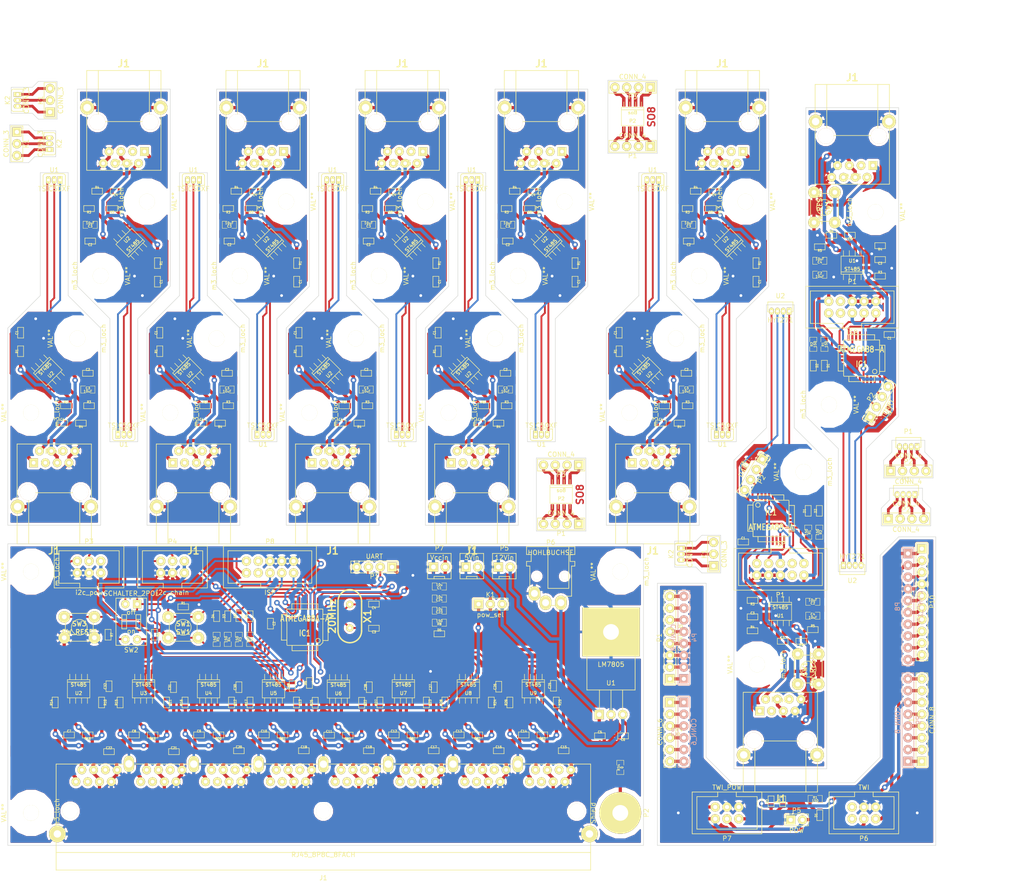
<source format=kicad_pcb>
(kicad_pcb (version 3) (host pcbnew "(2013-may-18)-stable")
  (layers (15 F.Cu signal) (0 B.Cu signal) (18 B.Paste user) (19 F.Paste user) (20 B.SilkS user) (21 F.SilkS user) (22 B.Mask user) (23 F.Mask user) (28 Edge.Cuts user))
  (net 0 "")
  (net 1 +12V)
  (net 2 /DI)
  (net 3 /LED)
  (net 4 /LED1)
  (net 5 /LED2)
  (net 6 /LED3)
  (net 7 /LED4)
  (net 8 /MISO)
  (net 9 /MOSI)
  (net 10 /RESET)
  (net 11 /RX)
  (net 12 /SCK)
  (net 13 /SCL)
  (net 14 /SDA)
  (net 15 /SW1)
  (net 16 /TX)
  (net 17 /Vi2c)
  (net 18 /Vreg)
  (net 19 /XTAL1)
  (net 20 /XTAL2)
  (net 21 /ZAC_01)
  (net 22 /ZAC_02)
  (net 23 /ZAC_03)
  (net 24 /ZAC_04)
  (net 25 /ZAC_05)
  (net 26 /ZAC_06)
  (net 27 /ZAC_07)
  (net 28 /ZAC_08)
  (net 29 /z1a)
  (net 30 /z1b)
  (net 31 /z2a)
  (net 32 /z2b)
  (net 33 /z3a)
  (net 34 /z3b)
  (net 35 /z4a)
  (net 36 /z4b)
  (net 37 /z5a)
  (net 38 /z5b)
  (net 39 /z6a)
  (net 40 /z6b)
  (net 41 /z7a)
  (net 42 /z7b)
  (net 43 /z8a)
  (net 44 /z8b)
  (net 45 /za)
  (net 46 /zb)
  (net 47 GND)
  (net 48 N-000001)
  (net 49 N-0000010)
  (net 50 N-0000011)
  (net 51 N-0000012)
  (net 52 N-0000013)
  (net 53 N-0000014)
  (net 54 N-0000015)
  (net 55 N-0000016)
  (net 56 N-0000017)
  (net 57 N-0000018)
  (net 58 N-0000019)
  (net 59 N-000002)
  (net 60 N-0000021)
  (net 61 N-0000022)
  (net 62 N-0000023)
  (net 63 N-0000024)
  (net 64 N-0000027)
  (net 65 N-0000028)
  (net 66 N-0000029)
  (net 67 N-000003)
  (net 68 N-0000030)
  (net 69 N-0000031)
  (net 70 N-0000033)
  (net 71 N-0000035)
  (net 72 N-000004)
  (net 73 N-0000040)
  (net 74 N-0000043)
  (net 75 N-000005)
  (net 76 N-000006)
  (net 77 N-0000066)
  (net 78 N-0000067)
  (net 79 N-0000068)
  (net 80 N-000007)
  (net 81 N-0000071)
  (net 82 N-0000077)
  (net 83 N-0000078)
  (net 84 N-000008)
  (net 85 N-0000081)
  (net 86 N-0000088)
  (net 87 N-000009)
  (net 88 VCC)
  (module Tsic_TO92 (layer F.Cu) (at 27.032 33.778 90)
    (fp_text reference K2 (at 0 4.064 90) (layer F.SilkS))
    (fp_text value CONN_3 (at 0 0 90) (layer F.SilkS))
    (pad 2 thru_hole oval (at 0 1.912 90) (size 1 1.7) (drill 0.6) (layers *.Cu *.Mask F.SilkS) (net 59 N-000002))
    (pad 1 thru_hole trapezoid (at -1.27 1.912 90) (size 1 1.7) (drill 0.6) (layers *.Cu *.Mask F.SilkS) (net 48 N-000001))
    (pad 3 thru_hole oval (at 1.27 1.912 90) (size 1 1.7) (drill 0.6) (layers *.Cu *.Mask F.SilkS) (net 67 N-000003))
  )
  (module Stiftleiste_3x1 (layer F.Cu) (at 21.952 33.778 270)
    (fp_text reference K1 (at 0 -2.032 270) (layer F.SilkS))
    (fp_text value CONN_3 (at 0 2.286 270) (layer F.SilkS))
    (pad 1 thru_hole rect (at -2.54 0 270) (size 2 2) (drill 0.9) (layers *.Cu *.Mask F.SilkS) (net 67 N-000003))
    (pad 2 thru_hole circle (at 0 0 270) (size 2 2) (drill 0.9) (layers *.Cu *.Mask F.SilkS) (net 59 N-000002))
    (pad 3 thru_hole circle (at 2.54 0 270) (size 2 2) (drill 0.9) (layers *.Cu *.Mask F.SilkS) (net 48 N-000001))
  )
  (module Stiftleiste_3x1 (layer F.Cu) (at 29.098 24.412 90)
    (fp_text reference K1 (at 0 -2.032 90) (layer F.SilkS))
    (fp_text value CONN_3 (at 0 2.286 90) (layer F.SilkS))
    (pad 1 thru_hole rect (at -2.54 0 90) (size 2 2) (drill 0.9) (layers *.Cu *.Mask F.SilkS) (net 67 N-000003))
    (pad 2 thru_hole circle (at 0 0 90) (size 2 2) (drill 0.9) (layers *.Cu *.Mask F.SilkS) (net 59 N-000002))
    (pad 3 thru_hole circle (at 2.54 0 90) (size 2 2) (drill 0.9) (layers *.Cu *.Mask F.SilkS) (net 48 N-000001))
  )
  (module Tsic_TO92 (layer F.Cu) (at 24.018 24.412 270)
    (fp_text reference K2 (at 0 4.064 270) (layer F.SilkS))
    (fp_text value CONN_3 (at 0 0 270) (layer F.SilkS))
    (pad 2 thru_hole oval (at 0 1.912 270) (size 1 1.7) (drill 0.6) (layers *.Cu *.Mask F.SilkS) (net 59 N-000002))
    (pad 1 thru_hole trapezoid (at -1.27 1.912 270) (size 1 1.7) (drill 0.6) (layers *.Cu *.Mask F.SilkS) (net 48 N-000001))
    (pad 3 thru_hole oval (at 1.27 1.912 270) (size 1 1.7) (drill 0.6) (layers *.Cu *.Mask F.SilkS) (net 67 N-000003))
  )
  (module HYT271 (layer F.Cu) (at 213.581 109.533 180)
    (fp_text reference P1 (at 0 3.429 180) (layer F.SilkS))
    (fp_text value CONN_4 (at 0 -1.778 180) (layer F.SilkS))
    (pad 2 thru_hole oval (at -0.635 0.127 180) (size 1 1.5) (drill 0.6) (layers *.Cu *.Mask F.SilkS) (net 67 N-000003))
    (pad 3 thru_hole oval (at 0.635 0.127 180) (size 1 1.5) (drill 0.6) (layers *.Cu *.Mask F.SilkS) (net 59 N-000002))
    (pad 4 thru_hole oval (at 1.905 0.127 180) (size 1 1.5) (drill 0.6) (layers *.Cu *.Mask F.SilkS) (net 48 N-000001))
    (pad 1 thru_hole trapezoid (at -1.905 0.127 180) (size 1 1.5) (drill 0.6) (layers *.Cu *.Mask F.SilkS) (net 72 N-000004))
  )
  (module Stiftleiste_4x1 (layer F.Cu) (at 213.581 114.613)
    (fp_text reference P2 (at 0 -2.032) (layer F.SilkS))
    (fp_text value CONN_4 (at 0 2.286) (layer F.SilkS))
    (pad 1 thru_hole rect (at -3.81 0) (size 2 2) (drill 0.9) (layers *.Cu *.Mask F.SilkS) (net 48 N-000001))
    (pad 2 thru_hole circle (at -1.27 0) (size 2 2) (drill 0.9) (layers *.Cu *.Mask F.SilkS) (net 59 N-000002))
    (pad 3 thru_hole circle (at 1.27 0) (size 2 2) (drill 0.9) (layers *.Cu *.Mask F.SilkS) (net 67 N-000003))
    (pad 4 thru_hole circle (at 3.81 0) (size 2 2) (drill 0.9) (layers *.Cu *.Mask F.SilkS) (net 72 N-000004))
  )
  (module Tsic_TO92 (layer F.Cu) (at 174 94.5)
    (fp_text reference U1 (at 0 4.064) (layer F.SilkS))
    (fp_text value TSIC50XF (at 0 0) (layer F.SilkS))
    (pad 2 thru_hole oval (at 0 1.912) (size 1 1.7) (drill 0.6) (layers *.Cu *.Mask F.SilkS) (net 80 N-000007))
    (pad 1 thru_hole trapezoid (at -1.27 1.912) (size 1 1.7) (drill 0.6) (layers *.Cu *.Mask F.SilkS) (net 47 GND))
    (pad 3 thru_hole oval (at 1.27 1.912) (size 1 1.7) (drill 0.6) (layers *.Cu *.Mask F.SilkS) (net 49 N-0000010))
  )
  (module m3_loch (layer F.Cu) (at 169 62.25 90)
    (fp_text reference m3_loch (at 0 -5.588 90) (layer F.SilkS))
    (fp_text value VAL** (at 0 5.842 90) (layer F.SilkS))
    (pad "" np_thru_hole circle (at 0 0 90) (size 3.4 3.4) (drill 3.4) (layers *.Cu *.Mask F.SilkS) (clearance 3.3))
  )
  (module m3_loch (layer F.Cu) (at 179 46.25 90)
    (fp_text reference m3_loch (at 0 -5.588 90) (layer F.SilkS))
    (fp_text value VAL** (at 0 5.842 90) (layer F.SilkS))
    (pad "" np_thru_hole circle (at 0 0 90) (size 3.4 3.4) (drill 3.4) (layers *.Cu *.Mask F.SilkS) (clearance 3.3))
  )
  (module SM0603_big (layer F.Cu) (at 166.75 54.75 180)
    (fp_text reference C2 (at 0 -0.8 180) (layer F.SilkS) (effects (font (size 0.508 0.4572) (thickness 0.1143))))
    (fp_text value 100nF hide)
    (pad 1 smd rect (at -0.945 0 180) (size 1 1.143) (layers F.Cu F.Paste F.Mask) (net 88 VCC))
    (pad 2 smd rect (at 0.945 0 180) (size 1 1.143) (layers F.Cu F.Paste F.Mask) (net 47 GND))
  )
  (module SM0603_big (layer F.Cu) (at 166.5 47.75 180)
    (fp_text reference R3 (at 0 -0.8 180) (layer F.SilkS) (effects (font (size 0.508 0.4572) (thickness 0.1143))))
    (fp_text value 22k hide)
    (pad 1 smd rect (at -0.945 0 180) (size 1 1.143) (layers F.Cu F.Paste F.Mask) (net 46 /zb))
    (pad 2 smd rect (at 0.945 0 180) (size 1 1.143) (layers F.Cu F.Paste F.Mask) (net 47 GND))
  )
  (module SM0603_big (layer F.Cu) (at 171.5 47.75 180)
    (fp_text reference R2 (at 0 -0.8 180) (layer F.SilkS) (effects (font (size 0.508 0.4572) (thickness 0.1143))))
    (fp_text value 22k hide)
    (pad 1 smd rect (at -0.945 0 180) (size 1 1.143) (layers F.Cu F.Paste F.Mask) (net 88 VCC))
    (pad 2 smd rect (at 0.945 0 180) (size 1 1.143) (layers F.Cu F.Paste F.Mask) (net 45 /za))
  )
  (module SM0603_big (layer F.Cu) (at 172.25 44 180)
    (fp_text reference C4 (at 0 -0.8 180) (layer F.SilkS) (effects (font (size 0.508 0.4572) (thickness 0.1143))))
    (fp_text value 100nF hide)
    (pad 1 smd rect (at -0.945 0 180) (size 1 1.143) (layers F.Cu F.Paste F.Mask) (net 45 /za))
    (pad 2 smd rect (at 0.945 0 180) (size 1 1.143) (layers F.Cu F.Paste F.Mask) (net 67 N-000003))
  )
  (module SM0603_big (layer F.Cu) (at 181.25 59.5 270)
    (fp_text reference R1 (at 0 -0.8 270) (layer F.SilkS) (effects (font (size 0.508 0.4572) (thickness 0.1143))))
    (fp_text value 220 hide)
    (pad 1 smd rect (at -0.945 0 270) (size 1 1.143) (layers F.Cu F.Paste F.Mask) (net 88 VCC))
    (pad 2 smd rect (at 0.945 0 270) (size 1 1.143) (layers F.Cu F.Paste F.Mask) (net 49 N-0000010))
  )
  (module SM0603_big (layer F.Cu) (at 181.25 63.5 270)
    (fp_text reference C1 (at 0 -0.8 270) (layer F.SilkS) (effects (font (size 0.508 0.4572) (thickness 0.1143))))
    (fp_text value 100nF hide)
    (pad 1 smd rect (at -0.945 0 270) (size 1 1.143) (layers F.Cu F.Paste F.Mask) (net 49 N-0000010))
    (pad 2 smd rect (at 0.945 0 270) (size 1 1.143) (layers F.Cu F.Paste F.Mask) (net 47 GND))
  )
  (module SM0603_big (layer F.Cu) (at 168.25 44)
    (fp_text reference R4 (at 0 -0.8) (layer F.SilkS) (effects (font (size 0.508 0.4572) (thickness 0.1143))))
    (fp_text value 120 hide)
    (pad 1 smd rect (at -0.945 0) (size 1 1.143) (layers F.Cu F.Paste F.Mask) (net 46 /zb))
    (pad 2 smd rect (at 0.945 0) (size 1 1.143) (layers F.Cu F.Paste F.Mask) (net 67 N-000003))
  )
  (module SM0805_big (layer F.Cu) (at 166.75 51.25 180)
    (fp_text reference C3 (at 0 -0.3175 180) (layer F.SilkS) (effects (font (size 0.50038 0.50038) (thickness 0.10922))))
    (fp_text value 10uF (at 0 0.381 180) (layer F.SilkS) (effects (font (size 0.50038 0.50038) (thickness 0.10922))))
    (pad 1 smd rect (at -1.108 0 180) (size 1.2 1.397) (layers F.Cu F.Paste F.Mask) (net 88 VCC))
    (pad 2 smd rect (at 1.108 0 180) (size 1.2 1.397) (layers F.Cu F.Paste F.Mask) (net 47 GND))
  )
  (module st485 (layer F.Cu) (at 174 53.75 45)
    (fp_text reference U2 (at 0 1 45) (layer F.SilkS) (effects (font (size 0.7493 0.7493) (thickness 0.14986))))
    (fp_text value ST485 (at 0 2.8 45) (layer F.SilkS) (effects (font (size 0.7493 0.7493) (thickness 0.14986))))
    (pad 1 smd rect (at -1.908 5.1 45) (size 0.75 2) (layers F.Cu F.Paste F.Mask))
    (pad 2 smd rect (at -0.638 5.1 45) (size 0.75 2) (layers F.Cu F.Paste F.Mask) (net 88 VCC))
    (pad 3 smd rect (at 0.632 5.1 45) (size 0.75 2) (layers F.Cu F.Paste F.Mask) (net 88 VCC))
    (pad 4 smd rect (at 1.902 5.1 45) (size 0.75 2) (layers F.Cu F.Paste F.Mask) (net 80 N-000007))
    (pad 5 smd rect (at 1.902 -1.2 45) (size 0.75 2) (layers F.Cu F.Paste F.Mask) (net 47 GND))
    (pad 6 smd rect (at 0.632 -1.2 45) (size 0.75 2) (layers F.Cu F.Paste F.Mask) (net 45 /za))
    (pad 7 smd rect (at -0.638 -1.2 45) (size 0.75 2) (layers F.Cu F.Paste F.Mask) (net 46 /zb))
    (pad 8 smd rect (at -1.908 -1.2 45) (size 0.75 2) (layers F.Cu F.Paste F.Mask) (net 88 VCC))
  )
  (module RJ45_8P8_simple (layer F.Cu) (at 174 38)
    (fp_text reference J1 (at 0 -21.5) (layer F.SilkS) (effects (font (size 1.524 1.524) (thickness 0.3048))))
    (fp_text value RJ45 (at 0.14224 -0.1016) (layer F.SilkS) (effects (font (size 1.00076 1.00076) (thickness 0.2032))))
    (pad "" np_thru_hole circle (at -5.715 -8.9 180) (size 3.4 3.4) (drill 3.4) (layers *.Cu *.SilkS *.Mask))
    (pad "" np_thru_hole circle (at 5.715 -8.9 180) (size 3.4 3.4) (drill 3.4) (layers *.Cu *.SilkS *.Mask))
    (pad 1 thru_hole rect (at 4.445 -2.54 180) (size 1.9 1.9) (drill 0.8) (layers *.Cu *.Mask F.SilkS) (net 45 /za))
    (pad 2 thru_hole circle (at 3.175 0 180) (size 1.9 1.9) (drill 0.8) (layers *.Cu *.Mask F.SilkS) (net 46 /zb))
    (pad 3 thru_hole circle (at 1.905 -2.54 180) (size 1.9 1.9) (drill 0.8) (layers *.Cu *.Mask F.SilkS))
    (pad 4 thru_hole circle (at 0.63 0 180) (size 1.9 1.9) (drill 0.8) (layers *.Cu *.Mask F.SilkS) (net 88 VCC))
    (pad 5 thru_hole circle (at -0.635 -2.54 180) (size 1.9 1.9) (drill 0.8) (layers *.Cu *.Mask F.SilkS) (net 88 VCC))
    (pad 6 thru_hole circle (at -1.905 0 180) (size 1.9 1.9) (drill 0.8) (layers *.Cu *.Mask F.SilkS))
    (pad 7 thru_hole circle (at -3.175 -2.54 180) (size 1.9 1.9) (drill 0.8) (layers *.Cu *.Mask F.SilkS) (net 47 GND))
    (pad 8 thru_hole circle (at -4.445 0 180) (size 1.9 1.9) (drill 0.8) (layers *.Cu *.Mask F.SilkS) (net 47 GND))
    (pad 9 thru_hole circle (at 7.9 -12 180) (size 3 3) (drill 1.6) (layers *.Cu *.Mask F.SilkS) (net 47 GND))
    (pad 9 thru_hole circle (at -7.9 -12 180) (size 3 3) (drill 1.6) (layers *.Cu *.Mask F.SilkS) (net 47 GND))
  )
  (module RJ45_8P8_simple (layer F.Cu) (at 159 100 180)
    (fp_text reference J1 (at 0 -21.5 180) (layer F.SilkS) (effects (font (size 1.524 1.524) (thickness 0.3048))))
    (fp_text value RJ45 (at 0.14224 -0.1016 180) (layer F.SilkS) (effects (font (size 1.00076 1.00076) (thickness 0.2032))))
    (pad "" np_thru_hole circle (at -5.715 -8.9) (size 3.4 3.4) (drill 3.4) (layers *.Cu *.SilkS *.Mask))
    (pad "" np_thru_hole circle (at 5.715 -8.9) (size 3.4 3.4) (drill 3.4) (layers *.Cu *.SilkS *.Mask))
    (pad 1 thru_hole rect (at 4.445 -2.54) (size 1.9 1.9) (drill 0.8) (layers *.Cu *.Mask F.SilkS) (net 45 /za))
    (pad 2 thru_hole circle (at 3.175 0) (size 1.9 1.9) (drill 0.8) (layers *.Cu *.Mask F.SilkS) (net 46 /zb))
    (pad 3 thru_hole circle (at 1.905 -2.54) (size 1.9 1.9) (drill 0.8) (layers *.Cu *.Mask F.SilkS))
    (pad 4 thru_hole circle (at 0.63 0) (size 1.9 1.9) (drill 0.8) (layers *.Cu *.Mask F.SilkS) (net 88 VCC))
    (pad 5 thru_hole circle (at -0.635 -2.54) (size 1.9 1.9) (drill 0.8) (layers *.Cu *.Mask F.SilkS) (net 88 VCC))
    (pad 6 thru_hole circle (at -1.905 0) (size 1.9 1.9) (drill 0.8) (layers *.Cu *.Mask F.SilkS))
    (pad 7 thru_hole circle (at -3.175 -2.54) (size 1.9 1.9) (drill 0.8) (layers *.Cu *.Mask F.SilkS) (net 47 GND))
    (pad 8 thru_hole circle (at -4.445 0) (size 1.9 1.9) (drill 0.8) (layers *.Cu *.Mask F.SilkS) (net 47 GND))
    (pad 9 thru_hole circle (at 7.9 -12) (size 3 3) (drill 1.6) (layers *.Cu *.Mask F.SilkS) (net 47 GND))
    (pad 9 thru_hole circle (at -7.9 -12) (size 3 3) (drill 1.6) (layers *.Cu *.Mask F.SilkS) (net 47 GND))
  )
  (module st485 (layer F.Cu) (at 159 84.25 225)
    (fp_text reference U2 (at 0 1 225) (layer F.SilkS) (effects (font (size 0.7493 0.7493) (thickness 0.14986))))
    (fp_text value ST485 (at 0 2.8 225) (layer F.SilkS) (effects (font (size 0.7493 0.7493) (thickness 0.14986))))
    (pad 1 smd rect (at -1.908 5.1 225) (size 0.75 2) (layers F.Cu F.Paste F.Mask))
    (pad 2 smd rect (at -0.638 5.1 225) (size 0.75 2) (layers F.Cu F.Paste F.Mask) (net 88 VCC))
    (pad 3 smd rect (at 0.632 5.1 225) (size 0.75 2) (layers F.Cu F.Paste F.Mask) (net 88 VCC))
    (pad 4 smd rect (at 1.902 5.1 225) (size 0.75 2) (layers F.Cu F.Paste F.Mask) (net 80 N-000007))
    (pad 5 smd rect (at 1.902 -1.2 225) (size 0.75 2) (layers F.Cu F.Paste F.Mask) (net 47 GND))
    (pad 6 smd rect (at 0.632 -1.2 225) (size 0.75 2) (layers F.Cu F.Paste F.Mask) (net 45 /za))
    (pad 7 smd rect (at -0.638 -1.2 225) (size 0.75 2) (layers F.Cu F.Paste F.Mask) (net 46 /zb))
    (pad 8 smd rect (at -1.908 -1.2 225) (size 0.75 2) (layers F.Cu F.Paste F.Mask) (net 88 VCC))
  )
  (module SM0805_big (layer F.Cu) (at 166.25 86.75)
    (fp_text reference C3 (at 0 -0.3175) (layer F.SilkS) (effects (font (size 0.50038 0.50038) (thickness 0.10922))))
    (fp_text value 10uF (at 0 0.381) (layer F.SilkS) (effects (font (size 0.50038 0.50038) (thickness 0.10922))))
    (pad 1 smd rect (at -1.108 0) (size 1.2 1.397) (layers F.Cu F.Paste F.Mask) (net 88 VCC))
    (pad 2 smd rect (at 1.108 0) (size 1.2 1.397) (layers F.Cu F.Paste F.Mask) (net 47 GND))
  )
  (module SM0603_big (layer F.Cu) (at 164.75 94 180)
    (fp_text reference R4 (at 0 -0.8 180) (layer F.SilkS) (effects (font (size 0.508 0.4572) (thickness 0.1143))))
    (fp_text value 120 hide)
    (pad 1 smd rect (at -0.945 0 180) (size 1 1.143) (layers F.Cu F.Paste F.Mask) (net 46 /zb))
    (pad 2 smd rect (at 0.945 0 180) (size 1 1.143) (layers F.Cu F.Paste F.Mask) (net 67 N-000003))
  )
  (module SM0603_big (layer F.Cu) (at 151.75 74.5 90)
    (fp_text reference C1 (at 0 -0.8 90) (layer F.SilkS) (effects (font (size 0.508 0.4572) (thickness 0.1143))))
    (fp_text value 100nF hide)
    (pad 1 smd rect (at -0.945 0 90) (size 1 1.143) (layers F.Cu F.Paste F.Mask) (net 49 N-0000010))
    (pad 2 smd rect (at 0.945 0 90) (size 1 1.143) (layers F.Cu F.Paste F.Mask) (net 47 GND))
  )
  (module SM0603_big (layer F.Cu) (at 151.75 78.5 90)
    (fp_text reference R1 (at 0 -0.8 90) (layer F.SilkS) (effects (font (size 0.508 0.4572) (thickness 0.1143))))
    (fp_text value 220 hide)
    (pad 1 smd rect (at -0.945 0 90) (size 1 1.143) (layers F.Cu F.Paste F.Mask) (net 88 VCC))
    (pad 2 smd rect (at 0.945 0 90) (size 1 1.143) (layers F.Cu F.Paste F.Mask) (net 49 N-0000010))
  )
  (module SM0603_big (layer F.Cu) (at 160.75 94)
    (fp_text reference C4 (at 0 -0.8) (layer F.SilkS) (effects (font (size 0.508 0.4572) (thickness 0.1143))))
    (fp_text value 100nF hide)
    (pad 1 smd rect (at -0.945 0) (size 1 1.143) (layers F.Cu F.Paste F.Mask) (net 45 /za))
    (pad 2 smd rect (at 0.945 0) (size 1 1.143) (layers F.Cu F.Paste F.Mask) (net 67 N-000003))
  )
  (module SM0603_big (layer F.Cu) (at 161.5 90.25)
    (fp_text reference R2 (at 0 -0.8) (layer F.SilkS) (effects (font (size 0.508 0.4572) (thickness 0.1143))))
    (fp_text value 22k hide)
    (pad 1 smd rect (at -0.945 0) (size 1 1.143) (layers F.Cu F.Paste F.Mask) (net 88 VCC))
    (pad 2 smd rect (at 0.945 0) (size 1 1.143) (layers F.Cu F.Paste F.Mask) (net 45 /za))
  )
  (module SM0603_big (layer F.Cu) (at 166.5 90.25)
    (fp_text reference R3 (at 0 -0.8) (layer F.SilkS) (effects (font (size 0.508 0.4572) (thickness 0.1143))))
    (fp_text value 22k hide)
    (pad 1 smd rect (at -0.945 0) (size 1 1.143) (layers F.Cu F.Paste F.Mask) (net 46 /zb))
    (pad 2 smd rect (at 0.945 0) (size 1 1.143) (layers F.Cu F.Paste F.Mask) (net 47 GND))
  )
  (module SM0603_big (layer F.Cu) (at 166.25 83.25)
    (fp_text reference C2 (at 0 -0.8) (layer F.SilkS) (effects (font (size 0.508 0.4572) (thickness 0.1143))))
    (fp_text value 100nF hide)
    (pad 1 smd rect (at -0.945 0) (size 1 1.143) (layers F.Cu F.Paste F.Mask) (net 88 VCC))
    (pad 2 smd rect (at 0.945 0) (size 1 1.143) (layers F.Cu F.Paste F.Mask) (net 47 GND))
  )
  (module m3_loch (layer F.Cu) (at 154 91.75 270)
    (fp_text reference m3_loch (at 0 -5.588 270) (layer F.SilkS))
    (fp_text value VAL** (at 0 5.842 270) (layer F.SilkS))
    (pad "" np_thru_hole circle (at 0 0 270) (size 3.4 3.4) (drill 3.4) (layers *.Cu *.Mask F.SilkS) (clearance 3.3))
  )
  (module m3_loch (layer F.Cu) (at 164 75.75 270)
    (fp_text reference m3_loch (at 0 -5.588 270) (layer F.SilkS))
    (fp_text value VAL** (at 0 5.842 270) (layer F.SilkS))
    (pad "" np_thru_hole circle (at 0 0 270) (size 3.4 3.4) (drill 3.4) (layers *.Cu *.Mask F.SilkS) (clearance 3.3))
  )
  (module Tsic_TO92 (layer F.Cu) (at 159 43.5 180)
    (fp_text reference U1 (at 0 4.064 180) (layer F.SilkS))
    (fp_text value TSIC50XF (at 0 0 180) (layer F.SilkS))
    (pad 2 thru_hole oval (at 0 1.912 180) (size 1 1.7) (drill 0.6) (layers *.Cu *.Mask F.SilkS) (net 80 N-000007))
    (pad 1 thru_hole trapezoid (at -1.27 1.912 180) (size 1 1.7) (drill 0.6) (layers *.Cu *.Mask F.SilkS) (net 47 GND))
    (pad 3 thru_hole oval (at 1.27 1.912 180) (size 1 1.7) (drill 0.6) (layers *.Cu *.Mask F.SilkS) (net 49 N-0000010))
  )
  (module SM0603_big (layer F.Cu) (at 180.5 132.2 180)
    (fp_text reference R3 (at 0 -0.8 180) (layer F.SilkS) (effects (font (size 0.508 0.4572) (thickness 0.1143))))
    (fp_text value 10k hide)
    (pad 1 smd rect (at -0.945 0 180) (size 1 1.143) (layers F.Cu F.Paste F.Mask) (net 10 /RESET))
    (pad 2 smd rect (at 0.945 0 180) (size 1 1.143) (layers F.Cu F.Paste F.Mask) (net 88 VCC))
  )
  (module HYT271 (layer F.Cu) (at 186.5 70 180)
    (fp_text reference U2 (at 0 3.429 180) (layer F.SilkS))
    (fp_text value HYT271 (at 0 -1.778 180) (layer F.SilkS))
    (pad 2 thru_hole oval (at -0.635 0.127 180) (size 1 1.5) (drill 0.6) (layers *.Cu *.Mask F.SilkS) (net 47 GND))
    (pad 3 thru_hole oval (at 0.635 0.127 180) (size 1 1.5) (drill 0.6) (layers *.Cu *.Mask F.SilkS) (net 88 VCC))
    (pad 4 thru_hole oval (at 1.905 0.127 180) (size 1 1.5) (drill 0.6) (layers *.Cu *.Mask F.SilkS) (net 13 /SCL))
    (pad 1 thru_hole trapezoid (at -1.905 0.127 180) (size 1 1.5) (drill 0.6) (layers *.Cu *.Mask F.SilkS) (net 14 /SDA))
  )
  (module m3_loch (layer F.Cu) (at 191.5 104.5 270)
    (fp_text reference m3_loch (at 0 -5.588 270) (layer F.SilkS))
    (fp_text value VAL** (at 0 5.842 270) (layer F.SilkS))
    (pad "" np_thru_hole circle (at 0 0 270) (size 3.4 3.4) (drill 3.4) (layers *.Cu *.Mask F.SilkS) (clearance 3.3))
  )
  (module m3_loch (layer F.Cu) (at 181.5 146 270)
    (fp_text reference m3_loch (at 0 -5.588 270) (layer F.SilkS))
    (fp_text value VAL** (at 0 5.842 270) (layer F.SilkS))
    (pad "" np_thru_hole circle (at 0 0 270) (size 3.4 3.4) (drill 3.4) (layers *.Cu *.Mask F.SilkS) (clearance 3.3))
  )
  (module SM0603_big (layer F.Cu) (at 191 141 180)
    (fp_text reference R6 (at 0 -0.8 180) (layer F.SilkS) (effects (font (size 0.508 0.4572) (thickness 0.1143))))
    (fp_text value 120 hide)
    (pad 1 smd rect (at -0.945 0 180) (size 1 1.143) (layers F.Cu F.Paste F.Mask) (net 46 /zb))
    (pad 2 smd rect (at 0.945 0 180) (size 1 1.143) (layers F.Cu F.Paste F.Mask) (net 53 N-0000014))
  )
  (module SM0603_big (layer F.Cu) (at 179 103 60)
    (fp_text reference C6 (at 0 -0.8 60) (layer F.SilkS) (effects (font (size 0.508 0.4572) (thickness 0.1143))))
    (fp_text value 100nF hide)
    (pad 1 smd rect (at -0.945 0 60) (size 1 1.143) (layers F.Cu F.Paste F.Mask) (net 88 VCC))
    (pad 2 smd rect (at 0.945 0 60) (size 1 1.143) (layers F.Cu F.Paste F.Mask) (net 47 GND))
  )
  (module SM0603_big (layer F.Cu) (at 192.5 112.9 90)
    (fp_text reference D1 (at 0 -0.8 90) (layer F.SilkS) (effects (font (size 0.508 0.4572) (thickness 0.1143))))
    (fp_text value LED hide)
    (pad 1 smd rect (at -0.945 0 90) (size 1 1.143) (layers F.Cu F.Paste F.Mask) (net 55 N-0000016))
    (pad 2 smd rect (at 0.945 0 90) (size 1 1.143) (layers F.Cu F.Paste F.Mask) (net 4 /LED1))
  )
  (module SM0603_big (layer F.Cu) (at 178.5 119.6)
    (fp_text reference C1 (at 0 -0.8) (layer F.SilkS) (effects (font (size 0.508 0.4572) (thickness 0.1143))))
    (fp_text value 100nF hide)
    (pad 1 smd rect (at -0.945 0) (size 1 1.143) (layers F.Cu F.Paste F.Mask) (net 47 GND))
    (pad 2 smd rect (at 0.945 0) (size 1 1.143) (layers F.Cu F.Paste F.Mask) (net 88 VCC))
  )
  (module SM0603_big (layer F.Cu) (at 194.9 112.9 90)
    (fp_text reference D2 (at 0 -0.8 90) (layer F.SilkS) (effects (font (size 0.508 0.4572) (thickness 0.1143))))
    (fp_text value LED hide)
    (pad 1 smd rect (at -0.945 0 90) (size 1 1.143) (layers F.Cu F.Paste F.Mask) (net 54 N-0000015))
    (pad 2 smd rect (at 0.945 0 90) (size 1 1.143) (layers F.Cu F.Paste F.Mask) (net 5 /LED2))
  )
  (module SM0603_big (layer F.Cu) (at 180.5 135.75)
    (fp_text reference C3 (at 0 -0.8) (layer F.SilkS) (effects (font (size 0.508 0.4572) (thickness 0.1143))))
    (fp_text value 100nF hide)
    (pad 1 smd rect (at -0.945 0) (size 1 1.143) (layers F.Cu F.Paste F.Mask) (net 88 VCC))
    (pad 2 smd rect (at 0.945 0) (size 1 1.143) (layers F.Cu F.Paste F.Mask) (net 47 GND))
  )
  (module SM0603_big (layer F.Cu) (at 193.5 138.5)
    (fp_text reference R5 (at 0 -0.8) (layer F.SilkS) (effects (font (size 0.508 0.4572) (thickness 0.1143))))
    (fp_text value 22k hide)
    (pad 1 smd rect (at -0.945 0) (size 1 1.143) (layers F.Cu F.Paste F.Mask) (net 46 /zb))
    (pad 2 smd rect (at 0.945 0) (size 1 1.143) (layers F.Cu F.Paste F.Mask) (net 47 GND))
  )
  (module SM0603_big (layer F.Cu) (at 180.5 138.75)
    (fp_text reference R4 (at 0 -0.8) (layer F.SilkS) (effects (font (size 0.508 0.4572) (thickness 0.1143))))
    (fp_text value 22k hide)
    (pad 1 smd rect (at -0.945 0) (size 1 1.143) (layers F.Cu F.Paste F.Mask) (net 88 VCC))
    (pad 2 smd rect (at 0.945 0) (size 1 1.143) (layers F.Cu F.Paste F.Mask) (net 45 /za))
  )
  (module SM0603_big (layer F.Cu) (at 187 141)
    (fp_text reference C5 (at 0 -0.8) (layer F.SilkS) (effects (font (size 0.508 0.4572) (thickness 0.1143))))
    (fp_text value 100nF hide)
    (pad 1 smd rect (at -0.945 0) (size 1 1.143) (layers F.Cu F.Paste F.Mask) (net 45 /za))
    (pad 2 smd rect (at 0.945 0) (size 1 1.143) (layers F.Cu F.Paste F.Mask) (net 53 N-0000014))
  )
  (module SM0805_big (layer F.Cu) (at 192.5 117.5 270)
    (fp_text reference R1 (at 0 -0.3175 270) (layer F.SilkS) (effects (font (size 0.50038 0.50038) (thickness 0.10922))))
    (fp_text value 150 (at 0 0.381 270) (layer F.SilkS) (effects (font (size 0.50038 0.50038) (thickness 0.10922))))
    (pad 1 smd rect (at -1.108 0 270) (size 1.2 1.397) (layers F.Cu F.Paste F.Mask) (net 55 N-0000016))
    (pad 2 smd rect (at 1.108 0 270) (size 1.2 1.397) (layers F.Cu F.Paste F.Mask) (net 88 VCC))
  )
  (module SM0805_big (layer F.Cu) (at 194.9 117.5 270)
    (fp_text reference R2 (at 0 -0.3175 270) (layer F.SilkS) (effects (font (size 0.50038 0.50038) (thickness 0.10922))))
    (fp_text value 150 (at 0 0.381 270) (layer F.SilkS) (effects (font (size 0.50038 0.50038) (thickness 0.10922))))
    (pad 1 smd rect (at -1.108 0 270) (size 1.2 1.397) (layers F.Cu F.Paste F.Mask) (net 54 N-0000015))
    (pad 2 smd rect (at 1.108 0 270) (size 1.2 1.397) (layers F.Cu F.Paste F.Mask) (net 88 VCC))
  )
  (module SM0805_big (layer F.Cu) (at 193.5 132.5 180)
    (fp_text reference C2 (at 0 -0.3175 180) (layer F.SilkS) (effects (font (size 0.50038 0.50038) (thickness 0.10922))))
    (fp_text value 10uF (at 0 0.381 180) (layer F.SilkS) (effects (font (size 0.50038 0.50038) (thickness 0.10922))))
    (pad 1 smd rect (at -1.108 0 180) (size 1.2 1.397) (layers F.Cu F.Paste F.Mask) (net 47 GND))
    (pad 2 smd rect (at 1.108 0 180) (size 1.2 1.397) (layers F.Cu F.Paste F.Mask) (net 88 VCC))
  )
  (module SM0805_big (layer F.Cu) (at 193.5 135.5)
    (fp_text reference C4 (at 0 -0.3175) (layer F.SilkS) (effects (font (size 0.50038 0.50038) (thickness 0.10922))))
    (fp_text value 10uF (at 0 0.381) (layer F.SilkS) (effects (font (size 0.50038 0.50038) (thickness 0.10922))))
    (pad 1 smd rect (at -1.108 0) (size 1.2 1.397) (layers F.Cu F.Paste F.Mask) (net 88 VCC))
    (pad 2 smd rect (at 1.108 0) (size 1.2 1.397) (layers F.Cu F.Paste F.Mask) (net 47 GND))
  )
  (module st485 (layer F.Cu) (at 186.5 136.5 180)
    (fp_text reference U1 (at 0 1 180) (layer F.SilkS) (effects (font (size 0.7493 0.7493) (thickness 0.14986))))
    (fp_text value ST485 (at 0 2.8 180) (layer F.SilkS) (effects (font (size 0.7493 0.7493) (thickness 0.14986))))
    (pad 1 smd rect (at -1.908 5.1 180) (size 0.75 2) (layers F.Cu F.Paste F.Mask))
    (pad 2 smd rect (at -0.638 5.1 180) (size 0.75 2) (layers F.Cu F.Paste F.Mask) (net 88 VCC))
    (pad 3 smd rect (at 0.632 5.1 180) (size 0.75 2) (layers F.Cu F.Paste F.Mask) (net 88 VCC))
    (pad 4 smd rect (at 1.902 5.1 180) (size 0.75 2) (layers F.Cu F.Paste F.Mask) (net 2 /DI))
    (pad 5 smd rect (at 1.902 -1.2 180) (size 0.75 2) (layers F.Cu F.Paste F.Mask) (net 47 GND))
    (pad 6 smd rect (at 0.632 -1.2 180) (size 0.75 2) (layers F.Cu F.Paste F.Mask) (net 45 /za))
    (pad 7 smd rect (at -0.638 -1.2 180) (size 0.75 2) (layers F.Cu F.Paste F.Mask) (net 46 /zb))
    (pad 8 smd rect (at -1.908 -1.2 180) (size 0.75 2) (layers F.Cu F.Paste F.Mask) (net 88 VCC))
  )
  (module Stiftleiste_4x1 (layer F.Cu) (at 180.7 105.1 240)
    (fp_text reference P2 (at 0 -2.032 240) (layer F.SilkS))
    (fp_text value UART (at 0 2.286 240) (layer F.SilkS))
    (pad 1 thru_hole rect (at -3.81 0 240) (size 2 2) (drill 0.9) (layers *.Cu *.Mask F.SilkS) (net 47 GND))
    (pad 2 thru_hole circle (at -1.27 0 240) (size 2 2) (drill 0.9) (layers *.Cu *.Mask F.SilkS) (net 16 /TX))
    (pad 3 thru_hole circle (at 1.27 0 240) (size 2 2) (drill 0.9) (layers *.Cu *.Mask F.SilkS) (net 11 /RX))
    (pad 4 thru_hole circle (at 3.81 0 240) (size 2 2) (drill 0.9) (layers *.Cu *.Mask F.SilkS) (net 88 VCC))
  )
  (module Taster_6mm (layer F.Cu) (at 192.5 147 90)
    (fp_text reference SW1 (at 0 -0.762 90) (layer F.SilkS) (effects (font (size 1.016 1.016) (thickness 0.2032))))
    (fp_text value SW_RESET (at 0 1.016 90) (layer F.SilkS) (effects (font (size 1.016 1.016) (thickness 0.2032))))
    (pad 1 thru_hole circle (at 3.2512 -2.25044 90) (size 2.49936 2.49936) (drill 1) (layers *.Cu *.Mask F.SilkS) (net 10 /RESET))
    (pad 2 thru_hole circle (at 3.2512 2.25044 90) (size 2.49936 2.49936) (drill 1) (layers *.Cu *.Mask F.SilkS) (net 47 GND))
    (pad 1 thru_hole circle (at -3.2512 -2.25044 90) (size 2.49936 2.49936) (drill 1) (layers *.Cu *.Mask F.SilkS) (net 10 /RESET))
    (pad 2 thru_hole circle (at -3.2512 2.25044 90) (size 2.49936 2.49936) (drill 1) (layers *.Cu *.Mask F.SilkS) (net 47 GND))
  )
  (module TQFP32 (layer F.Cu) (at 184.5 114.5)
    (fp_text reference IC1 (at 0 -1.27) (layer F.SilkS) (effects (font (size 1.27 1.016) (thickness 0.2032))))
    (fp_text value ATMEGA88-A (at 0 1.905) (layer F.SilkS) (effects (font (size 1.27 1.016) (thickness 0.2032))))
    (pad 8 smd rect (at -4.81584 2.77622) (size 1.99898 0.44958) (layers F.Cu F.Paste F.Mask))
    (pad 7 smd rect (at -4.81584 1.97612) (size 1.99898 0.44958) (layers F.Cu F.Paste F.Mask))
    (pad 6 smd rect (at -4.81584 1.17602) (size 1.99898 0.44958) (layers F.Cu F.Paste F.Mask) (net 88 VCC))
    (pad 5 smd rect (at -4.81584 0.37592) (size 1.99898 0.44958) (layers F.Cu F.Paste F.Mask) (net 47 GND))
    (pad 4 smd rect (at -4.81584 -0.42418) (size 1.99898 0.44958) (layers F.Cu F.Paste F.Mask) (net 88 VCC))
    (pad 3 smd rect (at -4.81584 -1.22428) (size 1.99898 0.44958) (layers F.Cu F.Paste F.Mask) (net 47 GND))
    (pad 2 smd rect (at -4.81584 -2.02438) (size 1.99898 0.44958) (layers F.Cu F.Paste F.Mask))
    (pad 1 smd rect (at -4.81584 -2.82448) (size 1.99898 0.44958) (layers F.Cu F.Paste F.Mask))
    (pad 24 smd rect (at 4.7498 -2.8194) (size 1.99898 0.44958) (layers F.Cu F.Paste F.Mask) (net 5 /LED2))
    (pad 17 smd rect (at 4.7498 2.794) (size 1.99898 0.44958) (layers F.Cu F.Paste F.Mask) (net 12 /SCK))
    (pad 18 smd rect (at 4.7498 1.9812) (size 1.99898 0.44958) (layers F.Cu F.Paste F.Mask) (net 88 VCC))
    (pad 19 smd rect (at 4.7498 1.1684) (size 1.99898 0.44958) (layers F.Cu F.Paste F.Mask))
    (pad 20 smd rect (at 4.7498 0.381) (size 1.99898 0.44958) (layers F.Cu F.Paste F.Mask))
    (pad 21 smd rect (at 4.7498 -0.4318) (size 1.99898 0.44958) (layers F.Cu F.Paste F.Mask) (net 47 GND))
    (pad 22 smd rect (at 4.7498 -1.2192) (size 1.99898 0.44958) (layers F.Cu F.Paste F.Mask))
    (pad 23 smd rect (at 4.7498 -2.032) (size 1.99898 0.44958) (layers F.Cu F.Paste F.Mask) (net 4 /LED1))
    (pad 32 smd rect (at -2.82448 -4.826) (size 0.44958 1.99898) (layers F.Cu F.Paste F.Mask))
    (pad 31 smd rect (at -2.02692 -4.826) (size 0.44958 1.99898) (layers F.Cu F.Paste F.Mask) (net 16 /TX))
    (pad 30 smd rect (at -1.22428 -4.826) (size 0.44958 1.99898) (layers F.Cu F.Paste F.Mask) (net 11 /RX))
    (pad 29 smd rect (at -0.42672 -4.826) (size 0.44958 1.99898) (layers F.Cu F.Paste F.Mask) (net 10 /RESET))
    (pad 28 smd rect (at 0.37592 -4.826) (size 0.44958 1.99898) (layers F.Cu F.Paste F.Mask) (net 13 /SCL))
    (pad 27 smd rect (at 1.17348 -4.826) (size 0.44958 1.99898) (layers F.Cu F.Paste F.Mask) (net 14 /SDA))
    (pad 26 smd rect (at 1.97612 -4.826) (size 0.44958 1.99898) (layers F.Cu F.Paste F.Mask))
    (pad 25 smd rect (at 2.77368 -4.826) (size 0.44958 1.99898) (layers F.Cu F.Paste F.Mask))
    (pad 9 smd rect (at -2.8194 4.7752) (size 0.44958 1.99898) (layers F.Cu F.Paste F.Mask))
    (pad 10 smd rect (at -2.032 4.7752) (size 0.44958 1.99898) (layers F.Cu F.Paste F.Mask) (net 2 /DI))
    (pad 11 smd rect (at -1.2192 4.7752) (size 0.44958 1.99898) (layers F.Cu F.Paste F.Mask))
    (pad 12 smd rect (at -0.4318 4.7752) (size 0.44958 1.99898) (layers F.Cu F.Paste F.Mask))
    (pad 13 smd rect (at 0.3556 4.7752) (size 0.44958 1.99898) (layers F.Cu F.Paste F.Mask))
    (pad 14 smd rect (at 1.1684 4.7752) (size 0.44958 1.99898) (layers F.Cu F.Paste F.Mask))
    (pad 15 smd rect (at 1.9812 4.7752) (size 0.44958 1.99898) (layers F.Cu F.Paste F.Mask) (net 9 /MOSI))
    (pad 16 smd rect (at 2.794 4.7752) (size 0.44958 1.99898) (layers F.Cu F.Paste F.Mask) (net 8 /MISO))
  )
  (module RJ45_8P8_simple (layer F.Cu) (at 186.5 153.5 180)
    (fp_text reference J1 (at 0 -21.5 180) (layer F.SilkS) (effects (font (size 1.524 1.524) (thickness 0.3048))))
    (fp_text value RJ45 (at 0.14224 -0.1016 180) (layer F.SilkS) (effects (font (size 1.00076 1.00076) (thickness 0.2032))))
    (pad "" np_thru_hole circle (at -5.715 -8.9) (size 3.4 3.4) (drill 3.4) (layers *.Cu *.SilkS *.Mask))
    (pad "" np_thru_hole circle (at 5.715 -8.9) (size 3.4 3.4) (drill 3.4) (layers *.Cu *.SilkS *.Mask))
    (pad 1 thru_hole rect (at 4.445 -2.54) (size 1.9 1.9) (drill 0.8) (layers *.Cu *.Mask F.SilkS) (net 45 /za))
    (pad 2 thru_hole circle (at 3.175 0) (size 1.9 1.9) (drill 0.8) (layers *.Cu *.Mask F.SilkS) (net 46 /zb))
    (pad 3 thru_hole circle (at 1.905 -2.54) (size 1.9 1.9) (drill 0.8) (layers *.Cu *.Mask F.SilkS))
    (pad 4 thru_hole circle (at 0.63 0) (size 1.9 1.9) (drill 0.8) (layers *.Cu *.Mask F.SilkS) (net 88 VCC))
    (pad 5 thru_hole circle (at -0.635 -2.54) (size 1.9 1.9) (drill 0.8) (layers *.Cu *.Mask F.SilkS) (net 88 VCC))
    (pad 6 thru_hole circle (at -1.905 0) (size 1.9 1.9) (drill 0.8) (layers *.Cu *.Mask F.SilkS))
    (pad 7 thru_hole circle (at -3.175 -2.54) (size 1.9 1.9) (drill 0.8) (layers *.Cu *.Mask F.SilkS) (net 47 GND))
    (pad 8 thru_hole circle (at -4.445 0) (size 1.9 1.9) (drill 0.8) (layers *.Cu *.Mask F.SilkS) (net 47 GND))
    (pad 9 thru_hole circle (at 7.9 -12) (size 3 3) (drill 1.6) (layers *.Cu *.Mask F.SilkS) (net 47 GND))
    (pad 9 thru_hole circle (at -7.9 -12) (size 3 3) (drill 1.6) (layers *.Cu *.Mask F.SilkS) (net 47 GND))
  )
  (module wannenstecker_2x5_rm254 (layer F.Cu) (at 186.5 125.5 180)
    (fp_text reference P1 (at 0 -5.5 180) (layer F.SilkS))
    (fp_text value ISP (at 0 5.5 180) (layer F.SilkS))
    (pad 1 thru_hole circle (at -5.08 1.27 180) (size 2 2) (drill 0.9) (layers *.Cu *.Mask F.SilkS) (net 9 /MOSI))
    (pad 2 thru_hole circle (at -5.08 -1.27 180) (size 2 2) (drill 0.9) (layers *.Cu *.Mask F.SilkS) (net 88 VCC))
    (pad 3 thru_hole circle (at -2.54 1.27 180) (size 2 2) (drill 0.9) (layers *.Cu *.Mask F.SilkS))
    (pad 4 thru_hole circle (at -2.54 -1.27 180) (size 2 2) (drill 0.9) (layers *.Cu *.Mask F.SilkS))
    (pad 5 thru_hole circle (at 0 1.27 180) (size 2 2) (drill 0.9) (layers *.Cu *.Mask F.SilkS) (net 10 /RESET))
    (pad 6 thru_hole circle (at 0 -1.27 180) (size 2 2) (drill 0.9) (layers *.Cu *.Mask F.SilkS) (net 47 GND))
    (pad 7 thru_hole circle (at 2.54 1.27 180) (size 2 2) (drill 0.9) (layers *.Cu *.Mask F.SilkS) (net 12 /SCK))
    (pad 8 thru_hole circle (at 2.54 -1.27 180) (size 2 2) (drill 0.9) (layers *.Cu *.Mask F.SilkS) (net 47 GND))
    (pad 9 thru_hole circle (at 5.08 1.27 180) (size 2 2) (drill 0.9) (layers *.Cu *.Mask F.SilkS) (net 8 /MISO))
    (pad 10 thru_hole circle (at 5.08 -1.27 180) (size 2 2) (drill 0.9) (layers *.Cu *.Mask F.SilkS) (net 47 GND))
  )
  (module st485 (layer F.Cu) (at 139.258 111.2683 180)
    (fp_text reference P2 (at 0 1 180) (layer F.SilkS) (effects (font (size 0.7493 0.7493) (thickness 0.14986))))
    (fp_text value so8 (at 0 2.8 180) (layer F.SilkS) (effects (font (size 0.7493 0.7493) (thickness 0.14986))))
    (pad 1 smd rect (at -1.908 5.1 180) (size 0.75 2) (layers F.Cu F.Paste F.Mask) (net 84 N-000008))
    (pad 2 smd rect (at -0.638 5.1 180) (size 0.75 2) (layers F.Cu F.Paste F.Mask) (net 80 N-000007))
    (pad 3 smd rect (at 0.632 5.1 180) (size 0.75 2) (layers F.Cu F.Paste F.Mask) (net 67 N-000003))
    (pad 4 smd rect (at 1.902 5.1 180) (size 0.75 2) (layers F.Cu F.Paste F.Mask) (net 59 N-000002))
    (pad 5 smd rect (at 1.902 -1.2 180) (size 0.75 2) (layers F.Cu F.Paste F.Mask) (net 72 N-000004))
    (pad 6 smd rect (at 0.632 -1.2 180) (size 0.75 2) (layers F.Cu F.Paste F.Mask) (net 48 N-000001))
    (pad 7 smd rect (at -0.638 -1.2 180) (size 0.75 2) (layers F.Cu F.Paste F.Mask) (net 75 N-000005))
    (pad 8 smd rect (at -1.908 -1.2 180) (size 0.75 2) (layers F.Cu F.Paste F.Mask) (net 76 N-000006))
  )
  (module Stiftleiste_4x1 (layer F.Cu) (at 139.258 115.726 180)
    (fp_text reference P1 (at 0 -2.032 180) (layer F.SilkS))
    (fp_text value CONN_4 (at 0 2.286 180) (layer F.SilkS))
    (pad 1 thru_hole rect (at -3.81 0 180) (size 2 2) (drill 0.9) (layers *.Cu *.Mask F.SilkS) (net 76 N-000006))
    (pad 2 thru_hole circle (at -1.27 0 180) (size 2 2) (drill 0.9) (layers *.Cu *.Mask F.SilkS) (net 75 N-000005))
    (pad 3 thru_hole circle (at 1.27 0 180) (size 2 2) (drill 0.9) (layers *.Cu *.Mask F.SilkS) (net 48 N-000001))
    (pad 4 thru_hole circle (at 3.81 0 180) (size 2 2) (drill 0.9) (layers *.Cu *.Mask F.SilkS) (net 72 N-000004))
  )
  (module Stiftleiste_4x1 (layer F.Cu) (at 139.258 103.026 180)
    (fp_text reference P3 (at 0 -2.032 180) (layer F.SilkS))
    (fp_text value CONN_4 (at 0 2.286 180) (layer F.SilkS))
    (pad 1 thru_hole rect (at -3.81 0 180) (size 2 2) (drill 0.9) (layers *.Cu *.Mask F.SilkS) (net 84 N-000008))
    (pad 2 thru_hole circle (at -1.27 0 180) (size 2 2) (drill 0.9) (layers *.Cu *.Mask F.SilkS) (net 80 N-000007))
    (pad 3 thru_hole circle (at 1.27 0 180) (size 2 2) (drill 0.9) (layers *.Cu *.Mask F.SilkS) (net 67 N-000003))
    (pad 4 thru_hole circle (at 3.81 0 180) (size 2 2) (drill 0.9) (layers *.Cu *.Mask F.SilkS) (net 59 N-000002))
  )
  (module wannenstecker_2x5_rm254 (layer F.Cu) (at 76.5 125)
    (fp_text reference P8 (at 0 -5.5) (layer F.SilkS))
    (fp_text value ISP (at 0 5.5) (layer F.SilkS))
    (pad 1 thru_hole circle (at -5.08 1.27) (size 2 2) (drill 0.9) (layers *.Cu *.Mask F.SilkS) (net 9 /MOSI))
    (pad 2 thru_hole circle (at -5.08 -1.27) (size 2 2) (drill 0.9) (layers *.Cu *.Mask F.SilkS) (net 88 VCC))
    (pad 3 thru_hole circle (at -2.54 1.27) (size 2 2) (drill 0.9) (layers *.Cu *.Mask F.SilkS))
    (pad 4 thru_hole circle (at -2.54 -1.27) (size 2 2) (drill 0.9) (layers *.Cu *.Mask F.SilkS))
    (pad 5 thru_hole circle (at 0 1.27) (size 2 2) (drill 0.9) (layers *.Cu *.Mask F.SilkS) (net 10 /RESET))
    (pad 6 thru_hole circle (at 0 -1.27) (size 2 2) (drill 0.9) (layers *.Cu *.Mask F.SilkS) (net 47 GND))
    (pad 7 thru_hole circle (at 2.54 1.27) (size 2 2) (drill 0.9) (layers *.Cu *.Mask F.SilkS) (net 12 /SCK))
    (pad 8 thru_hole circle (at 2.54 -1.27) (size 2 2) (drill 0.9) (layers *.Cu *.Mask F.SilkS) (net 47 GND))
    (pad 9 thru_hole circle (at 5.08 1.27) (size 2 2) (drill 0.9) (layers *.Cu *.Mask F.SilkS) (net 8 /MISO))
    (pad 10 thru_hole circle (at 5.08 -1.27) (size 2 2) (drill 0.9) (layers *.Cu *.Mask F.SilkS) (net 47 GND))
  )
  (module wannenstecker_2x3_rm254 (layer F.Cu) (at 37.5 125)
    (fp_text reference P3 (at 0 -5.5) (layer F.SilkS))
    (fp_text value i2c_pow (at 0 5.5) (layer F.SilkS))
    (pad 1 thru_hole circle (at -2.54 1.27) (size 2 2) (drill 0.9) (layers *.Cu *.Mask F.SilkS) (net 47 GND))
    (pad 2 thru_hole circle (at -2.54 -1.27) (size 2 2) (drill 0.9) (layers *.Cu *.Mask F.SilkS) (net 13 /SCL))
    (pad 3 thru_hole circle (at 0 1.27) (size 2 2) (drill 0.9) (layers *.Cu *.Mask F.SilkS) (net 47 GND))
    (pad 4 thru_hole circle (at 0 -1.27) (size 2 2) (drill 0.9) (layers *.Cu *.Mask F.SilkS) (net 14 /SDA))
    (pad 5 thru_hole circle (at 2.54 1.27) (size 2 2) (drill 0.9) (layers *.Cu *.Mask F.SilkS) (net 17 /Vi2c))
    (pad 6 thru_hole circle (at 2.54 -1.27) (size 2 2) (drill 0.9) (layers *.Cu *.Mask F.SilkS) (net 17 /Vi2c))
  )
  (module wannenstecker_2x3_rm254 (layer F.Cu) (at 55.5 125)
    (fp_text reference P4 (at 0 -5.5) (layer F.SilkS))
    (fp_text value i2c_chain (at 0 5.5) (layer F.SilkS))
    (pad 1 thru_hole circle (at -2.54 1.27) (size 2 2) (drill 0.9) (layers *.Cu *.Mask F.SilkS) (net 47 GND))
    (pad 2 thru_hole circle (at -2.54 -1.27) (size 2 2) (drill 0.9) (layers *.Cu *.Mask F.SilkS) (net 13 /SCL))
    (pad 3 thru_hole circle (at 0 1.27) (size 2 2) (drill 0.9) (layers *.Cu *.Mask F.SilkS) (net 47 GND))
    (pad 4 thru_hole circle (at 0 -1.27) (size 2 2) (drill 0.9) (layers *.Cu *.Mask F.SilkS) (net 14 /SDA))
    (pad 5 thru_hole circle (at 2.54 1.27) (size 2 2) (drill 0.9) (layers *.Cu *.Mask F.SilkS) (net 17 /Vi2c))
    (pad 6 thru_hole circle (at 2.54 -1.27) (size 2 2) (drill 0.9) (layers *.Cu *.Mask F.SilkS) (net 17 /Vi2c))
  )
  (module TQFP32 (layer F.Cu) (at 84 138 180)
    (fp_text reference IC1 (at 0 -1.27 180) (layer F.SilkS) (effects (font (size 1.27 1.016) (thickness 0.2032))))
    (fp_text value ATMEGA88A-A (at 0 1.905 180) (layer F.SilkS) (effects (font (size 1.27 1.016) (thickness 0.2032))))
    (pad 8 smd rect (at -4.81584 2.77622 180) (size 1.99898 0.44958) (layers F.Cu F.Paste F.Mask) (net 20 /XTAL2))
    (pad 7 smd rect (at -4.81584 1.97612 180) (size 1.99898 0.44958) (layers F.Cu F.Paste F.Mask) (net 19 /XTAL1))
    (pad 6 smd rect (at -4.81584 1.17602 180) (size 1.99898 0.44958) (layers F.Cu F.Paste F.Mask) (net 88 VCC))
    (pad 5 smd rect (at -4.81584 0.37592 180) (size 1.99898 0.44958) (layers F.Cu F.Paste F.Mask) (net 47 GND))
    (pad 4 smd rect (at -4.81584 -0.42418 180) (size 1.99898 0.44958) (layers F.Cu F.Paste F.Mask) (net 88 VCC))
    (pad 3 smd rect (at -4.81584 -1.22428 180) (size 1.99898 0.44958) (layers F.Cu F.Paste F.Mask) (net 47 GND))
    (pad 2 smd rect (at -4.81584 -2.02438 180) (size 1.99898 0.44958) (layers F.Cu F.Paste F.Mask) (net 27 /ZAC_07))
    (pad 1 smd rect (at -4.81584 -2.82448 180) (size 1.99898 0.44958) (layers F.Cu F.Paste F.Mask) (net 26 /ZAC_06))
    (pad 24 smd rect (at 4.7498 -2.8194 180) (size 1.99898 0.44958) (layers F.Cu F.Paste F.Mask) (net 22 /ZAC_02))
    (pad 17 smd rect (at 4.7498 2.794 180) (size 1.99898 0.44958) (layers F.Cu F.Paste F.Mask) (net 12 /SCK))
    (pad 18 smd rect (at 4.7498 1.9812 180) (size 1.99898 0.44958) (layers F.Cu F.Paste F.Mask) (net 88 VCC))
    (pad 19 smd rect (at 4.7498 1.1684 180) (size 1.99898 0.44958) (layers F.Cu F.Paste F.Mask))
    (pad 20 smd rect (at 4.7498 0.381 180) (size 1.99898 0.44958) (layers F.Cu F.Paste F.Mask))
    (pad 21 smd rect (at 4.7498 -0.4318 180) (size 1.99898 0.44958) (layers F.Cu F.Paste F.Mask) (net 47 GND))
    (pad 22 smd rect (at 4.7498 -1.2192 180) (size 1.99898 0.44958) (layers F.Cu F.Paste F.Mask))
    (pad 23 smd rect (at 4.7498 -2.032 180) (size 1.99898 0.44958) (layers F.Cu F.Paste F.Mask) (net 21 /ZAC_01))
    (pad 32 smd rect (at -2.82448 -4.826 180) (size 0.44958 1.99898) (layers F.Cu F.Paste F.Mask) (net 25 /ZAC_05))
    (pad 31 smd rect (at -2.02692 -4.826 180) (size 0.44958 1.99898) (layers F.Cu F.Paste F.Mask) (net 16 /TX))
    (pad 30 smd rect (at -1.22428 -4.826 180) (size 0.44958 1.99898) (layers F.Cu F.Paste F.Mask) (net 11 /RX))
    (pad 29 smd rect (at -0.42672 -4.826 180) (size 0.44958 1.99898) (layers F.Cu F.Paste F.Mask) (net 10 /RESET))
    (pad 28 smd rect (at 0.37592 -4.826 180) (size 0.44958 1.99898) (layers F.Cu F.Paste F.Mask) (net 13 /SCL))
    (pad 27 smd rect (at 1.17348 -4.826 180) (size 0.44958 1.99898) (layers F.Cu F.Paste F.Mask) (net 14 /SDA))
    (pad 26 smd rect (at 1.97612 -4.826 180) (size 0.44958 1.99898) (layers F.Cu F.Paste F.Mask) (net 24 /ZAC_04))
    (pad 25 smd rect (at 2.77368 -4.826 180) (size 0.44958 1.99898) (layers F.Cu F.Paste F.Mask) (net 23 /ZAC_03))
    (pad 9 smd rect (at -2.8194 4.7752 180) (size 0.44958 1.99898) (layers F.Cu F.Paste F.Mask) (net 28 /ZAC_08))
    (pad 10 smd rect (at -2.032 4.7752 180) (size 0.44958 1.99898) (layers F.Cu F.Paste F.Mask) (net 15 /SW1))
    (pad 11 smd rect (at -1.2192 4.7752 180) (size 0.44958 1.99898) (layers F.Cu F.Paste F.Mask) (net 7 /LED4))
    (pad 12 smd rect (at -0.4318 4.7752 180) (size 0.44958 1.99898) (layers F.Cu F.Paste F.Mask) (net 6 /LED3))
    (pad 13 smd rect (at 0.3556 4.7752 180) (size 0.44958 1.99898) (layers F.Cu F.Paste F.Mask) (net 5 /LED2))
    (pad 14 smd rect (at 1.1684 4.7752 180) (size 0.44958 1.99898) (layers F.Cu F.Paste F.Mask) (net 4 /LED1))
    (pad 15 smd rect (at 1.9812 4.7752 180) (size 0.44958 1.99898) (layers F.Cu F.Paste F.Mask) (net 9 /MOSI))
    (pad 16 smd rect (at 2.794 4.7752 180) (size 0.44958 1.99898) (layers F.Cu F.Paste F.Mask) (net 8 /MISO))
  )
  (module Taster_6mm (layer F.Cu) (at 35.4 138)
    (fp_text reference SW3 (at 0 -0.762) (layer F.SilkS) (effects (font (size 1.016 1.016) (thickness 0.2032))))
    (fp_text value SW_RESET (at 0 1.016) (layer F.SilkS) (effects (font (size 1.016 1.016) (thickness 0.2032))))
    (pad 1 thru_hole circle (at 3.2512 -2.25044) (size 2.49936 2.49936) (drill 1) (layers *.Cu *.Mask F.SilkS) (net 10 /RESET))
    (pad 2 thru_hole circle (at 3.2512 2.25044) (size 2.49936 2.49936) (drill 1) (layers *.Cu *.Mask F.SilkS) (net 47 GND))
    (pad 1 thru_hole circle (at -3.2512 -2.25044) (size 2.49936 2.49936) (drill 1) (layers *.Cu *.Mask F.SilkS) (net 10 /RESET))
    (pad 2 thru_hole circle (at -3.2512 2.25044) (size 2.49936 2.49936) (drill 1) (layers *.Cu *.Mask F.SilkS) (net 47 GND))
  )
  (module Taster_6mm (layer F.Cu) (at 57.8 138)
    (fp_text reference SW1 (at 0 -0.762) (layer F.SilkS) (effects (font (size 1.016 1.016) (thickness 0.2032))))
    (fp_text value SW1 (at 0 1.016) (layer F.SilkS) (effects (font (size 1.016 1.016) (thickness 0.2032))))
    (pad 1 thru_hole circle (at 3.2512 -2.25044) (size 2.49936 2.49936) (drill 1) (layers *.Cu *.Mask F.SilkS) (net 15 /SW1))
    (pad 2 thru_hole circle (at 3.2512 2.25044) (size 2.49936 2.49936) (drill 1) (layers *.Cu *.Mask F.SilkS) (net 88 VCC))
    (pad 1 thru_hole circle (at -3.2512 -2.25044) (size 2.49936 2.49936) (drill 1) (layers *.Cu *.Mask F.SilkS) (net 15 /SW1))
    (pad 2 thru_hole circle (at -3.2512 2.25044) (size 2.49936 2.49936) (drill 1) (layers *.Cu *.Mask F.SilkS) (net 88 VCC))
  )
  (module Stiftleiste_4x1 (layer F.Cu) (at 99 125 180)
    (fp_text reference P1 (at 0 -2.032 180) (layer F.SilkS))
    (fp_text value UART (at 0 2.286 180) (layer F.SilkS))
    (pad 1 thru_hole rect (at -3.81 0 180) (size 2 2) (drill 0.9) (layers *.Cu *.Mask F.SilkS) (net 88 VCC))
    (pad 2 thru_hole circle (at -1.27 0 180) (size 2 2) (drill 0.9) (layers *.Cu *.Mask F.SilkS) (net 11 /RX))
    (pad 3 thru_hole circle (at 1.27 0 180) (size 2 2) (drill 0.9) (layers *.Cu *.Mask F.SilkS) (net 16 /TX))
    (pad 4 thru_hole circle (at 3.81 0 180) (size 2 2) (drill 0.9) (layers *.Cu *.Mask F.SilkS) (net 47 GND))
  )
  (module Stiftleiste_3x1 (layer F.Cu) (at 124 133)
    (fp_text reference K1 (at 0 -2.032) (layer F.SilkS))
    (fp_text value pow_sel (at 0 2.286) (layer F.SilkS))
    (pad 1 thru_hole rect (at -2.54 0) (size 2 2) (drill 0.9) (layers *.Cu *.Mask F.SilkS) (net 17 /Vi2c))
    (pad 2 thru_hole circle (at 0 0) (size 2 2) (drill 0.9) (layers *.Cu *.Mask F.SilkS) (net 88 VCC))
    (pad 3 thru_hole circle (at 2.54 0) (size 2 2) (drill 0.9) (layers *.Cu *.Mask F.SilkS) (net 18 /Vreg))
  )
  (module st485 (layer F.Cu) (at 91.25 153.25 180)
    (fp_text reference U6 (at 0 1 180) (layer F.SilkS) (effects (font (size 0.7493 0.7493) (thickness 0.14986))))
    (fp_text value ST485 (at 0 2.8 180) (layer F.SilkS) (effects (font (size 0.7493 0.7493) (thickness 0.14986))))
    (pad 1 smd rect (at -1.908 5.1 180) (size 0.75 2) (layers F.Cu F.Paste F.Mask) (net 25 /ZAC_05))
    (pad 2 smd rect (at -0.638 5.1 180) (size 0.75 2) (layers F.Cu F.Paste F.Mask) (net 47 GND))
    (pad 3 smd rect (at 0.632 5.1 180) (size 0.75 2) (layers F.Cu F.Paste F.Mask) (net 47 GND))
    (pad 4 smd rect (at 1.902 5.1 180) (size 0.75 2) (layers F.Cu F.Paste F.Mask))
    (pad 5 smd rect (at 1.902 -1.2 180) (size 0.75 2) (layers F.Cu F.Paste F.Mask) (net 47 GND))
    (pad 6 smd rect (at 0.632 -1.2 180) (size 0.75 2) (layers F.Cu F.Paste F.Mask) (net 37 /z5a))
    (pad 7 smd rect (at -0.638 -1.2 180) (size 0.75 2) (layers F.Cu F.Paste F.Mask) (net 38 /z5b))
    (pad 8 smd rect (at -1.908 -1.2 180) (size 0.75 2) (layers F.Cu F.Paste F.Mask) (net 88 VCC))
  )
  (module st485 (layer F.Cu) (at 77.25 153.2 180)
    (fp_text reference U5 (at 0 1 180) (layer F.SilkS) (effects (font (size 0.7493 0.7493) (thickness 0.14986))))
    (fp_text value ST485 (at 0 2.8 180) (layer F.SilkS) (effects (font (size 0.7493 0.7493) (thickness 0.14986))))
    (pad 1 smd rect (at -1.908 5.1 180) (size 0.75 2) (layers F.Cu F.Paste F.Mask) (net 24 /ZAC_04))
    (pad 2 smd rect (at -0.638 5.1 180) (size 0.75 2) (layers F.Cu F.Paste F.Mask) (net 47 GND))
    (pad 3 smd rect (at 0.632 5.1 180) (size 0.75 2) (layers F.Cu F.Paste F.Mask) (net 47 GND))
    (pad 4 smd rect (at 1.902 5.1 180) (size 0.75 2) (layers F.Cu F.Paste F.Mask))
    (pad 5 smd rect (at 1.902 -1.2 180) (size 0.75 2) (layers F.Cu F.Paste F.Mask) (net 47 GND))
    (pad 6 smd rect (at 0.632 -1.2 180) (size 0.75 2) (layers F.Cu F.Paste F.Mask) (net 35 /z4a))
    (pad 7 smd rect (at -0.638 -1.2 180) (size 0.75 2) (layers F.Cu F.Paste F.Mask) (net 36 /z4b))
    (pad 8 smd rect (at -1.908 -1.2 180) (size 0.75 2) (layers F.Cu F.Paste F.Mask) (net 88 VCC))
  )
  (module st485 (layer F.Cu) (at 105.25 153.2 180)
    (fp_text reference U7 (at 0 1 180) (layer F.SilkS) (effects (font (size 0.7493 0.7493) (thickness 0.14986))))
    (fp_text value ST485 (at 0 2.8 180) (layer F.SilkS) (effects (font (size 0.7493 0.7493) (thickness 0.14986))))
    (pad 1 smd rect (at -1.908 5.1 180) (size 0.75 2) (layers F.Cu F.Paste F.Mask) (net 26 /ZAC_06))
    (pad 2 smd rect (at -0.638 5.1 180) (size 0.75 2) (layers F.Cu F.Paste F.Mask) (net 47 GND))
    (pad 3 smd rect (at 0.632 5.1 180) (size 0.75 2) (layers F.Cu F.Paste F.Mask) (net 47 GND))
    (pad 4 smd rect (at 1.902 5.1 180) (size 0.75 2) (layers F.Cu F.Paste F.Mask))
    (pad 5 smd rect (at 1.902 -1.2 180) (size 0.75 2) (layers F.Cu F.Paste F.Mask) (net 47 GND))
    (pad 6 smd rect (at 0.632 -1.2 180) (size 0.75 2) (layers F.Cu F.Paste F.Mask) (net 39 /z6a))
    (pad 7 smd rect (at -0.638 -1.2 180) (size 0.75 2) (layers F.Cu F.Paste F.Mask) (net 40 /z6b))
    (pad 8 smd rect (at -1.908 -1.2 180) (size 0.75 2) (layers F.Cu F.Paste F.Mask) (net 88 VCC))
  )
  (module st485 (layer F.Cu) (at 63.25 153.2 180)
    (fp_text reference U4 (at 0 1 180) (layer F.SilkS) (effects (font (size 0.7493 0.7493) (thickness 0.14986))))
    (fp_text value ST485 (at 0 2.8 180) (layer F.SilkS) (effects (font (size 0.7493 0.7493) (thickness 0.14986))))
    (pad 1 smd rect (at -1.908 5.1 180) (size 0.75 2) (layers F.Cu F.Paste F.Mask) (net 23 /ZAC_03))
    (pad 2 smd rect (at -0.638 5.1 180) (size 0.75 2) (layers F.Cu F.Paste F.Mask) (net 47 GND))
    (pad 3 smd rect (at 0.632 5.1 180) (size 0.75 2) (layers F.Cu F.Paste F.Mask) (net 47 GND))
    (pad 4 smd rect (at 1.902 5.1 180) (size 0.75 2) (layers F.Cu F.Paste F.Mask))
    (pad 5 smd rect (at 1.902 -1.2 180) (size 0.75 2) (layers F.Cu F.Paste F.Mask) (net 47 GND))
    (pad 6 smd rect (at 0.632 -1.2 180) (size 0.75 2) (layers F.Cu F.Paste F.Mask) (net 33 /z3a))
    (pad 7 smd rect (at -0.638 -1.2 180) (size 0.75 2) (layers F.Cu F.Paste F.Mask) (net 34 /z3b))
    (pad 8 smd rect (at -1.908 -1.2 180) (size 0.75 2) (layers F.Cu F.Paste F.Mask) (net 88 VCC))
  )
  (module st485 (layer F.Cu) (at 119.25 153.2 180)
    (fp_text reference U8 (at 0 1 180) (layer F.SilkS) (effects (font (size 0.7493 0.7493) (thickness 0.14986))))
    (fp_text value ST485 (at 0 2.8 180) (layer F.SilkS) (effects (font (size 0.7493 0.7493) (thickness 0.14986))))
    (pad 1 smd rect (at -1.908 5.1 180) (size 0.75 2) (layers F.Cu F.Paste F.Mask) (net 27 /ZAC_07))
    (pad 2 smd rect (at -0.638 5.1 180) (size 0.75 2) (layers F.Cu F.Paste F.Mask) (net 47 GND))
    (pad 3 smd rect (at 0.632 5.1 180) (size 0.75 2) (layers F.Cu F.Paste F.Mask) (net 47 GND))
    (pad 4 smd rect (at 1.902 5.1 180) (size 0.75 2) (layers F.Cu F.Paste F.Mask))
    (pad 5 smd rect (at 1.902 -1.2 180) (size 0.75 2) (layers F.Cu F.Paste F.Mask) (net 47 GND))
    (pad 6 smd rect (at 0.632 -1.2 180) (size 0.75 2) (layers F.Cu F.Paste F.Mask) (net 41 /z7a))
    (pad 7 smd rect (at -0.638 -1.2 180) (size 0.75 2) (layers F.Cu F.Paste F.Mask) (net 42 /z7b))
    (pad 8 smd rect (at -1.908 -1.2 180) (size 0.75 2) (layers F.Cu F.Paste F.Mask) (net 88 VCC))
  )
  (module st485 (layer F.Cu) (at 49.25 153.2 180)
    (fp_text reference U3 (at 0 1 180) (layer F.SilkS) (effects (font (size 0.7493 0.7493) (thickness 0.14986))))
    (fp_text value ST485 (at 0 2.8 180) (layer F.SilkS) (effects (font (size 0.7493 0.7493) (thickness 0.14986))))
    (pad 1 smd rect (at -1.908 5.1 180) (size 0.75 2) (layers F.Cu F.Paste F.Mask) (net 22 /ZAC_02))
    (pad 2 smd rect (at -0.638 5.1 180) (size 0.75 2) (layers F.Cu F.Paste F.Mask) (net 47 GND))
    (pad 3 smd rect (at 0.632 5.1 180) (size 0.75 2) (layers F.Cu F.Paste F.Mask) (net 47 GND))
    (pad 4 smd rect (at 1.902 5.1 180) (size 0.75 2) (layers F.Cu F.Paste F.Mask))
    (pad 5 smd rect (at 1.902 -1.2 180) (size 0.75 2) (layers F.Cu F.Paste F.Mask) (net 47 GND))
    (pad 6 smd rect (at 0.632 -1.2 180) (size 0.75 2) (layers F.Cu F.Paste F.Mask) (net 31 /z2a))
    (pad 7 smd rect (at -0.638 -1.2 180) (size 0.75 2) (layers F.Cu F.Paste F.Mask) (net 32 /z2b))
    (pad 8 smd rect (at -1.908 -1.2 180) (size 0.75 2) (layers F.Cu F.Paste F.Mask) (net 88 VCC))
  )
  (module st485 (layer F.Cu) (at 133.25 153.2 180)
    (fp_text reference U9 (at 0 1 180) (layer F.SilkS) (effects (font (size 0.7493 0.7493) (thickness 0.14986))))
    (fp_text value ST485 (at 0 2.8 180) (layer F.SilkS) (effects (font (size 0.7493 0.7493) (thickness 0.14986))))
    (pad 1 smd rect (at -1.908 5.1 180) (size 0.75 2) (layers F.Cu F.Paste F.Mask) (net 28 /ZAC_08))
    (pad 2 smd rect (at -0.638 5.1 180) (size 0.75 2) (layers F.Cu F.Paste F.Mask) (net 47 GND))
    (pad 3 smd rect (at 0.632 5.1 180) (size 0.75 2) (layers F.Cu F.Paste F.Mask) (net 47 GND))
    (pad 4 smd rect (at 1.902 5.1 180) (size 0.75 2) (layers F.Cu F.Paste F.Mask))
    (pad 5 smd rect (at 1.902 -1.2 180) (size 0.75 2) (layers F.Cu F.Paste F.Mask) (net 47 GND))
    (pad 6 smd rect (at 0.632 -1.2 180) (size 0.75 2) (layers F.Cu F.Paste F.Mask) (net 43 /z8a))
    (pad 7 smd rect (at -0.638 -1.2 180) (size 0.75 2) (layers F.Cu F.Paste F.Mask) (net 44 /z8b))
    (pad 8 smd rect (at -1.908 -1.2 180) (size 0.75 2) (layers F.Cu F.Paste F.Mask) (net 88 VCC))
  )
  (module st485 (layer F.Cu) (at 35.25 153.2 180)
    (fp_text reference U2 (at 0 1 180) (layer F.SilkS) (effects (font (size 0.7493 0.7493) (thickness 0.14986))))
    (fp_text value ST485 (at 0 2.8 180) (layer F.SilkS) (effects (font (size 0.7493 0.7493) (thickness 0.14986))))
    (pad 1 smd rect (at -1.908 5.1 180) (size 0.75 2) (layers F.Cu F.Paste F.Mask) (net 21 /ZAC_01))
    (pad 2 smd rect (at -0.638 5.1 180) (size 0.75 2) (layers F.Cu F.Paste F.Mask) (net 47 GND))
    (pad 3 smd rect (at 0.632 5.1 180) (size 0.75 2) (layers F.Cu F.Paste F.Mask) (net 47 GND))
    (pad 4 smd rect (at 1.902 5.1 180) (size 0.75 2) (layers F.Cu F.Paste F.Mask))
    (pad 5 smd rect (at 1.902 -1.2 180) (size 0.75 2) (layers F.Cu F.Paste F.Mask) (net 47 GND))
    (pad 6 smd rect (at 0.632 -1.2 180) (size 0.75 2) (layers F.Cu F.Paste F.Mask) (net 29 /z1a))
    (pad 7 smd rect (at -0.638 -1.2 180) (size 0.75 2) (layers F.Cu F.Paste F.Mask) (net 30 /z1b))
    (pad 8 smd rect (at -1.908 -1.2 180) (size 0.75 2) (layers F.Cu F.Paste F.Mask) (net 88 VCC))
  )
  (module SM0805_big (layer F.Cu) (at 69.8 140.6 270)
    (fp_text reference R3 (at 0 -0.3175 270) (layer F.SilkS) (effects (font (size 0.50038 0.50038) (thickness 0.10922))))
    (fp_text value 150 (at 0 0.381 270) (layer F.SilkS) (effects (font (size 0.50038 0.50038) (thickness 0.10922))))
    (pad 1 smd rect (at -1.108 0 270) (size 1.2 1.397) (layers F.Cu F.Paste F.Mask) (net 78 N-0000067))
    (pad 2 smd rect (at 1.108 0 270) (size 1.2 1.397) (layers F.Cu F.Paste F.Mask) (net 88 VCC))
  )
  (module SM0805_big (layer F.Cu) (at 113 137 180)
    (fp_text reference R8 (at 0 -0.3175 180) (layer F.SilkS) (effects (font (size 0.50038 0.50038) (thickness 0.10922))))
    (fp_text value 150 (at 0 0.381 180) (layer F.SilkS) (effects (font (size 0.50038 0.50038) (thickness 0.10922))))
    (pad 1 smd rect (at -1.108 0 180) (size 1.2 1.397) (layers F.Cu F.Paste F.Mask) (net 88 VCC))
    (pad 2 smd rect (at 1.108 0 180) (size 1.2 1.397) (layers F.Cu F.Paste F.Mask) (net 77 N-0000066))
  )
  (module SM0805_big (layer F.Cu) (at 113 129.2 180)
    (fp_text reference C1 (at 0 -0.3175 180) (layer F.SilkS) (effects (font (size 0.50038 0.50038) (thickness 0.10922))))
    (fp_text value 10u (at 0 0.381 180) (layer F.SilkS) (effects (font (size 0.50038 0.50038) (thickness 0.10922))))
    (pad 1 smd rect (at -1.108 0 180) (size 1.2 1.397) (layers F.Cu F.Paste F.Mask) (net 88 VCC))
    (pad 2 smd rect (at 1.108 0 180) (size 1.2 1.397) (layers F.Cu F.Paste F.Mask) (net 47 GND))
  )
  (module SM0805_big (layer F.Cu) (at 72.2 140.6 270)
    (fp_text reference R2 (at 0 -0.3175 270) (layer F.SilkS) (effects (font (size 0.50038 0.50038) (thickness 0.10922))))
    (fp_text value 150 (at 0 0.381 270) (layer F.SilkS) (effects (font (size 0.50038 0.50038) (thickness 0.10922))))
    (pad 1 smd rect (at -1.108 0 270) (size 1.2 1.397) (layers F.Cu F.Paste F.Mask) (net 79 N-0000068))
    (pad 2 smd rect (at 1.108 0 270) (size 1.2 1.397) (layers F.Cu F.Paste F.Mask) (net 88 VCC))
  )
  (module SM0805_big (layer F.Cu) (at 67.4 140.6 270)
    (fp_text reference R4 (at 0 -0.3175 270) (layer F.SilkS) (effects (font (size 0.50038 0.50038) (thickness 0.10922))))
    (fp_text value 150 (at 0 0.381 270) (layer F.SilkS) (effects (font (size 0.50038 0.50038) (thickness 0.10922))))
    (pad 1 smd rect (at -1.108 0 270) (size 1.2 1.397) (layers F.Cu F.Paste F.Mask) (net 74 N-0000043))
    (pad 2 smd rect (at 1.108 0 270) (size 1.2 1.397) (layers F.Cu F.Paste F.Mask) (net 88 VCC))
  )
  (module SM0805_big (layer F.Cu) (at 65 140.6 270)
    (fp_text reference R5 (at 0 -0.3175 270) (layer F.SilkS) (effects (font (size 0.50038 0.50038) (thickness 0.10922))))
    (fp_text value 150 (at 0 0.381 270) (layer F.SilkS) (effects (font (size 0.50038 0.50038) (thickness 0.10922))))
    (pad 1 smd rect (at -1.108 0 270) (size 1.2 1.397) (layers F.Cu F.Paste F.Mask) (net 73 N-0000040))
    (pad 2 smd rect (at 1.108 0 270) (size 1.2 1.397) (layers F.Cu F.Paste F.Mask) (net 88 VCC))
  )
  (module SM0603_big (layer F.Cu) (at 124.2 154.2 270)
    (fp_text reference R24 (at 0 -0.8 270) (layer F.SilkS) (effects (font (size 0.508 0.4572) (thickness 0.1143))))
    (fp_text value 22k hide)
    (pad 1 smd rect (at -0.945 0 270) (size 1 1.143) (layers F.Cu F.Paste F.Mask) (net 88 VCC))
    (pad 2 smd rect (at 0.945 0 270) (size 1 1.143) (layers F.Cu F.Paste F.Mask) (net 41 /z7a))
  )
  (module SM0603_big (layer F.Cu) (at 30.2 154.2 90)
    (fp_text reference R14 (at 0 -0.8 90) (layer F.SilkS) (effects (font (size 0.508 0.4572) (thickness 0.1143))))
    (fp_text value 22k hide)
    (pad 1 smd rect (at -0.945 0 90) (size 1 1.143) (layers F.Cu F.Paste F.Mask) (net 30 /z1b))
    (pad 2 smd rect (at 0.945 0 90) (size 1 1.143) (layers F.Cu F.Paste F.Mask) (net 47 GND))
  )
  (module SM0603_big (layer F.Cu) (at 69.8 164.6)
    (fp_text reference C20 (at 0 -0.8) (layer F.SilkS) (effects (font (size 0.508 0.4572) (thickness 0.1143))))
    (fp_text value 100n hide)
    (pad 1 smd rect (at -0.945 0) (size 1 1.143) (layers F.Cu F.Paste F.Mask) (net 88 VCC))
    (pad 2 smd rect (at 0.945 0) (size 1 1.143) (layers F.Cu F.Paste F.Mask) (net 47 GND))
  )
  (module SM0603_big (layer F.Cu) (at 117.2 161.2)
    (fp_text reference C13 (at 0 -0.8) (layer F.SilkS) (effects (font (size 0.508 0.4572) (thickness 0.1143))))
    (fp_text value 100n hide)
    (pad 1 smd rect (at -0.945 0) (size 1 1.143) (layers F.Cu F.Paste F.Mask) (net 41 /z7a))
    (pad 2 smd rect (at 0.945 0) (size 1 1.143) (layers F.Cu F.Paste F.Mask) (net 71 N-0000035))
  )
  (module SM0603_big (layer F.Cu) (at 114.2 154.2 90)
    (fp_text reference R28 (at 0 -0.8 90) (layer F.SilkS) (effects (font (size 0.508 0.4572) (thickness 0.1143))))
    (fp_text value 22k hide)
    (pad 1 smd rect (at -0.945 0 90) (size 1 1.143) (layers F.Cu F.Paste F.Mask) (net 42 /z7b))
    (pad 2 smd rect (at 0.945 0 90) (size 1 1.143) (layers F.Cu F.Paste F.Mask) (net 47 GND))
  )
  (module SM0603_big (layer F.Cu) (at 121.2 161.2 180)
    (fp_text reference R32 (at 0 -0.8 180) (layer F.SilkS) (effects (font (size 0.508 0.4572) (thickness 0.1143))))
    (fp_text value 120 hide)
    (pad 1 smd rect (at -0.945 0 180) (size 1 1.143) (layers F.Cu F.Paste F.Mask) (net 42 /z7b))
    (pad 2 smd rect (at 0.945 0 180) (size 1 1.143) (layers F.Cu F.Paste F.Mask) (net 71 N-0000035))
  )
  (module SM0603_big (layer F.Cu) (at 55.8 164.8)
    (fp_text reference C21 (at 0 -0.8) (layer F.SilkS) (effects (font (size 0.508 0.4572) (thickness 0.1143))))
    (fp_text value 100n hide)
    (pad 1 smd rect (at -0.945 0) (size 1 1.143) (layers F.Cu F.Paste F.Mask) (net 88 VCC))
    (pad 2 smd rect (at 0.945 0) (size 1 1.143) (layers F.Cu F.Paste F.Mask) (net 47 GND))
  )
  (module SM0603_big (layer F.Cu) (at 41.8 164.8)
    (fp_text reference C22 (at 0 -0.8) (layer F.SilkS) (effects (font (size 0.508 0.4572) (thickness 0.1143))))
    (fp_text value 100n hide)
    (pad 1 smd rect (at -0.945 0) (size 1 1.143) (layers F.Cu F.Paste F.Mask) (net 88 VCC))
    (pad 2 smd rect (at 0.945 0) (size 1 1.143) (layers F.Cu F.Paste F.Mask) (net 47 GND))
  )
  (module SM0603_big (layer F.Cu) (at 110.2 154.2 270)
    (fp_text reference R23 (at 0 -0.8 270) (layer F.SilkS) (effects (font (size 0.508 0.4572) (thickness 0.1143))))
    (fp_text value 22k hide)
    (pad 1 smd rect (at -0.945 0 270) (size 1 1.143) (layers F.Cu F.Paste F.Mask) (net 88 VCC))
    (pad 2 smd rect (at 0.945 0 270) (size 1 1.143) (layers F.Cu F.Paste F.Mask) (net 39 /z6a))
  )
  (module SM0603_big (layer F.Cu) (at 103.2 161.2)
    (fp_text reference C12 (at 0 -0.8) (layer F.SilkS) (effects (font (size 0.508 0.4572) (thickness 0.1143))))
    (fp_text value 100n hide)
    (pad 1 smd rect (at -0.945 0) (size 1 1.143) (layers F.Cu F.Paste F.Mask) (net 39 /z6a))
    (pad 2 smd rect (at 0.945 0) (size 1 1.143) (layers F.Cu F.Paste F.Mask) (net 66 N-0000029))
  )
  (module SM0603_big (layer F.Cu) (at 100.2 154.2 90)
    (fp_text reference R27 (at 0 -0.8 90) (layer F.SilkS) (effects (font (size 0.508 0.4572) (thickness 0.1143))))
    (fp_text value 22k hide)
    (pad 1 smd rect (at -0.945 0 90) (size 1 1.143) (layers F.Cu F.Paste F.Mask) (net 40 /z6b))
    (pad 2 smd rect (at 0.945 0 90) (size 1 1.143) (layers F.Cu F.Paste F.Mask) (net 47 GND))
  )
  (module SM0603_big (layer F.Cu) (at 107.2 161.2 180)
    (fp_text reference R31 (at 0 -0.8 180) (layer F.SilkS) (effects (font (size 0.508 0.4572) (thickness 0.1143))))
    (fp_text value 120 hide)
    (pad 1 smd rect (at -0.945 0 180) (size 1 1.143) (layers F.Cu F.Paste F.Mask) (net 40 /z6b))
    (pad 2 smd rect (at 0.945 0 180) (size 1 1.143) (layers F.Cu F.Paste F.Mask) (net 66 N-0000029))
  )
  (module SM0603_big (layer F.Cu) (at 83.8 164.6)
    (fp_text reference C19 (at 0 -0.8) (layer F.SilkS) (effects (font (size 0.508 0.4572) (thickness 0.1143))))
    (fp_text value 100n hide)
    (pad 1 smd rect (at -0.945 0) (size 1 1.143) (layers F.Cu F.Paste F.Mask) (net 88 VCC))
    (pad 2 smd rect (at 0.945 0) (size 1 1.143) (layers F.Cu F.Paste F.Mask) (net 47 GND))
  )
  (module SM0603_big (layer F.Cu) (at 135.2 161.2 180)
    (fp_text reference R33 (at 0 -0.8 180) (layer F.SilkS) (effects (font (size 0.508 0.4572) (thickness 0.1143))))
    (fp_text value 120 hide)
    (pad 1 smd rect (at -0.945 0 180) (size 1 1.143) (layers F.Cu F.Paste F.Mask) (net 44 /z8b))
    (pad 2 smd rect (at 0.945 0 180) (size 1 1.143) (layers F.Cu F.Paste F.Mask) (net 65 N-0000028))
  )
  (module SM0603_big (layer F.Cu) (at 128.2 154.2 90)
    (fp_text reference R29 (at 0 -0.8 90) (layer F.SilkS) (effects (font (size 0.508 0.4572) (thickness 0.1143))))
    (fp_text value 22k hide)
    (pad 1 smd rect (at -0.945 0 90) (size 1 1.143) (layers F.Cu F.Paste F.Mask) (net 44 /z8b))
    (pad 2 smd rect (at 0.945 0 90) (size 1 1.143) (layers F.Cu F.Paste F.Mask) (net 47 GND))
  )
  (module SM0603_big (layer F.Cu) (at 97.8 164.6)
    (fp_text reference C18 (at 0 -0.8) (layer F.SilkS) (effects (font (size 0.508 0.4572) (thickness 0.1143))))
    (fp_text value 100n hide)
    (pad 1 smd rect (at -0.945 0) (size 1 1.143) (layers F.Cu F.Paste F.Mask) (net 88 VCC))
    (pad 2 smd rect (at 0.945 0) (size 1 1.143) (layers F.Cu F.Paste F.Mask) (net 47 GND))
  )
  (module SM0603_big (layer F.Cu) (at 131.2 161.2)
    (fp_text reference C14 (at 0 -0.8) (layer F.SilkS) (effects (font (size 0.508 0.4572) (thickness 0.1143))))
    (fp_text value 100n hide)
    (pad 1 smd rect (at -0.945 0) (size 1 1.143) (layers F.Cu F.Paste F.Mask) (net 43 /z8a))
    (pad 2 smd rect (at 0.945 0) (size 1 1.143) (layers F.Cu F.Paste F.Mask) (net 65 N-0000028))
  )
  (module SM0603_big (layer F.Cu) (at 138.2 154.2 270)
    (fp_text reference R25 (at 0 -0.8 270) (layer F.SilkS) (effects (font (size 0.508 0.4572) (thickness 0.1143))))
    (fp_text value 22k hide)
    (pad 1 smd rect (at -0.945 0 270) (size 1 1.143) (layers F.Cu F.Paste F.Mask) (net 88 VCC))
    (pad 2 smd rect (at 0.945 0 270) (size 1 1.143) (layers F.Cu F.Paste F.Mask) (net 43 /z8a))
  )
  (module SM0603_big (layer F.Cu) (at 111.8 164.6)
    (fp_text reference C17 (at 0 -0.8) (layer F.SilkS) (effects (font (size 0.508 0.4572) (thickness 0.1143))))
    (fp_text value 100n hide)
    (pad 1 smd rect (at -0.945 0) (size 1 1.143) (layers F.Cu F.Paste F.Mask) (net 88 VCC))
    (pad 2 smd rect (at 0.945 0) (size 1 1.143) (layers F.Cu F.Paste F.Mask) (net 47 GND))
  )
  (module SM0603_big (layer F.Cu) (at 125.8 164.6)
    (fp_text reference C16 (at 0 -0.8) (layer F.SilkS) (effects (font (size 0.508 0.4572) (thickness 0.1143))))
    (fp_text value 100n hide)
    (pad 1 smd rect (at -0.945 0) (size 1 1.143) (layers F.Cu F.Paste F.Mask) (net 88 VCC))
    (pad 2 smd rect (at 0.945 0) (size 1 1.143) (layers F.Cu F.Paste F.Mask) (net 47 GND))
  )
  (module SM0603_big (layer F.Cu) (at 139.8 164.6)
    (fp_text reference C15 (at 0 -0.8) (layer F.SilkS) (effects (font (size 0.508 0.4572) (thickness 0.1143))))
    (fp_text value 100n hide)
    (pad 1 smd rect (at -0.945 0) (size 1 1.143) (layers F.Cu F.Paste F.Mask) (net 88 VCC))
    (pad 2 smd rect (at 0.945 0) (size 1 1.143) (layers F.Cu F.Paste F.Mask) (net 47 GND))
  )
  (module SM0603_big (layer F.Cu) (at 57.8 133.6)
    (fp_text reference R1 (at 0 -0.8) (layer F.SilkS) (effects (font (size 0.508 0.4572) (thickness 0.1143))))
    (fp_text value 10k hide)
    (pad 1 smd rect (at -0.945 0) (size 1 1.143) (layers F.Cu F.Paste F.Mask) (net 15 /SW1))
    (pad 2 smd rect (at 0.945 0) (size 1 1.143) (layers F.Cu F.Paste F.Mask) (net 47 GND))
  )
  (module SM0603_big (layer F.Cu) (at 67.4 135.6 90)
    (fp_text reference D3 (at 0 -0.8 90) (layer F.SilkS) (effects (font (size 0.508 0.4572) (thickness 0.1143))))
    (fp_text value LED3 hide)
    (pad 1 smd rect (at -0.945 0 90) (size 1 1.143) (layers F.Cu F.Paste F.Mask) (net 74 N-0000043))
    (pad 2 smd rect (at 0.945 0 90) (size 1 1.143) (layers F.Cu F.Paste F.Mask) (net 6 /LED3))
  )
  (module SM0603_big (layer F.Cu) (at 65 135.6 90)
    (fp_text reference D4 (at 0 -0.8 90) (layer F.SilkS) (effects (font (size 0.508 0.4572) (thickness 0.1143))))
    (fp_text value LED4 hide)
    (pad 1 smd rect (at -0.945 0 90) (size 1 1.143) (layers F.Cu F.Paste F.Mask) (net 73 N-0000040))
    (pad 2 smd rect (at 0.945 0 90) (size 1 1.143) (layers F.Cu F.Paste F.Mask) (net 7 /LED4))
  )
  (module SM0603_big (layer F.Cu) (at 89.25 161.25)
    (fp_text reference C11 (at 0 -0.8) (layer F.SilkS) (effects (font (size 0.508 0.4572) (thickness 0.1143))))
    (fp_text value 100n hide)
    (pad 1 smd rect (at -0.945 0) (size 1 1.143) (layers F.Cu F.Paste F.Mask) (net 37 /z5a))
    (pad 2 smd rect (at 0.945 0) (size 1 1.143) (layers F.Cu F.Paste F.Mask) (net 85 N-0000081))
  )
  (module SM0603_big (layer F.Cu) (at 37.2 161.2 180)
    (fp_text reference R18 (at 0 -0.8 180) (layer F.SilkS) (effects (font (size 0.508 0.4572) (thickness 0.1143))))
    (fp_text value 120 hide)
    (pad 1 smd rect (at -0.945 0 180) (size 1 1.143) (layers F.Cu F.Paste F.Mask) (net 30 /z1b))
    (pad 2 smd rect (at 0.945 0 180) (size 1 1.143) (layers F.Cu F.Paste F.Mask) (net 81 N-0000071))
  )
  (module SM0603_big (layer F.Cu) (at 85 150 90)
    (fp_text reference R9 (at 0 -0.8 90) (layer F.SilkS) (effects (font (size 0.508 0.4572) (thickness 0.1143))))
    (fp_text value 10k hide)
    (pad 1 smd rect (at -0.945 0 90) (size 1 1.143) (layers F.Cu F.Paste F.Mask) (net 88 VCC))
    (pad 2 smd rect (at 0.945 0 90) (size 1 1.143) (layers F.Cu F.Paste F.Mask) (net 10 /RESET))
  )
  (module SM0603_big (layer F.Cu) (at 152.6 161.4 180)
    (fp_text reference C6 (at 0 -0.8 180) (layer F.SilkS) (effects (font (size 0.508 0.4572) (thickness 0.1143))))
    (fp_text value 100nF hide)
    (pad 1 smd rect (at -0.945 0 180) (size 1 1.143) (layers F.Cu F.Paste F.Mask) (net 18 /Vreg))
    (pad 2 smd rect (at 0.945 0 180) (size 1 1.143) (layers F.Cu F.Paste F.Mask) (net 47 GND))
  )
  (module SM0603_big (layer F.Cu) (at 147.6 161.4)
    (fp_text reference C5 (at 0 -0.8) (layer F.SilkS) (effects (font (size 0.508 0.4572) (thickness 0.1143))))
    (fp_text value 330nF hide)
    (pad 1 smd rect (at -0.945 0) (size 1 1.143) (layers F.Cu F.Paste F.Mask) (net 1 +12V))
    (pad 2 smd rect (at 0.945 0) (size 1 1.143) (layers F.Cu F.Paste F.Mask) (net 47 GND))
  )
  (module SM0603_big (layer F.Cu) (at 113 139.4)
    (fp_text reference D5 (at 0 -0.8) (layer F.SilkS) (effects (font (size 0.508 0.4572) (thickness 0.1143))))
    (fp_text value LED_POW hide)
    (pad 1 smd rect (at -0.945 0) (size 1 1.143) (layers F.Cu F.Paste F.Mask) (net 77 N-0000066))
    (pad 2 smd rect (at 0.945 0) (size 1 1.143) (layers F.Cu F.Paste F.Mask) (net 47 GND))
  )
  (module SM0603_big (layer F.Cu) (at 72.2 135.6 90)
    (fp_text reference D1 (at 0 -0.8 90) (layer F.SilkS) (effects (font (size 0.508 0.4572) (thickness 0.1143))))
    (fp_text value LED1 hide)
    (pad 1 smd rect (at -0.945 0 90) (size 1 1.143) (layers F.Cu F.Paste F.Mask) (net 79 N-0000068))
    (pad 2 smd rect (at 0.945 0 90) (size 1 1.143) (layers F.Cu F.Paste F.Mask) (net 4 /LED1))
  )
  (module SM0603_big (layer F.Cu) (at 51.6 139.6 270)
    (fp_text reference R6 (at 0 -0.8 270) (layer F.SilkS) (effects (font (size 0.508 0.4572) (thickness 0.1143))))
    (fp_text value 2k2 hide)
    (pad 1 smd rect (at -0.945 0 270) (size 1 1.143) (layers F.Cu F.Paste F.Mask) (net 88 VCC))
    (pad 2 smd rect (at 0.945 0 270) (size 1 1.143) (layers F.Cu F.Paste F.Mask) (net 84 N-000008))
  )
  (module SM0603_big (layer F.Cu) (at 41.6 139.6 270)
    (fp_text reference R7 (at 0 -0.8 270) (layer F.SilkS) (effects (font (size 0.508 0.4572) (thickness 0.1143))))
    (fp_text value 2k2 hide)
    (pad 1 smd rect (at -0.945 0 270) (size 1 1.143) (layers F.Cu F.Paste F.Mask) (net 88 VCC))
    (pad 2 smd rect (at 0.945 0 270) (size 1 1.143) (layers F.Cu F.Paste F.Mask) (net 80 N-000007))
  )
  (module SM0603_big (layer F.Cu) (at 69.8 135.6 90)
    (fp_text reference D2 (at 0 -0.8 90) (layer F.SilkS) (effects (font (size 0.508 0.4572) (thickness 0.1143))))
    (fp_text value LED2 hide)
    (pad 1 smd rect (at -0.945 0 90) (size 1 1.143) (layers F.Cu F.Paste F.Mask) (net 78 N-0000067))
    (pad 2 smd rect (at 0.945 0 90) (size 1 1.143) (layers F.Cu F.Paste F.Mask) (net 5 /LED2))
  )
  (module SM0603_big (layer F.Cu) (at 98.9 138.2 180)
    (fp_text reference C3 (at 0 -0.8 180) (layer F.SilkS) (effects (font (size 0.508 0.4572) (thickness 0.1143))))
    (fp_text value 22p hide)
    (pad 1 smd rect (at -0.945 0 180) (size 1 1.143) (layers F.Cu F.Paste F.Mask) (net 47 GND))
    (pad 2 smd rect (at 0.945 0 180) (size 1 1.143) (layers F.Cu F.Paste F.Mask) (net 19 /XTAL1))
  )
  (module SM0603_big (layer F.Cu) (at 98.9 133 180)
    (fp_text reference C4 (at 0 -0.8 180) (layer F.SilkS) (effects (font (size 0.508 0.4572) (thickness 0.1143))))
    (fp_text value 22p hide)
    (pad 1 smd rect (at -0.945 0 180) (size 1 1.143) (layers F.Cu F.Paste F.Mask) (net 47 GND))
    (pad 2 smd rect (at 0.945 0 180) (size 1 1.143) (layers F.Cu F.Paste F.Mask) (net 20 /XTAL2))
  )
  (module SM0603_big (layer F.Cu) (at 76.6 137.2 270)
    (fp_text reference C2 (at 0 -0.8 270) (layer F.SilkS) (effects (font (size 0.508 0.4572) (thickness 0.1143))))
    (fp_text value 100n hide)
    (pad 1 smd rect (at -0.945 0 270) (size 1 1.143) (layers F.Cu F.Paste F.Mask) (net 88 VCC))
    (pad 2 smd rect (at 0.945 0 270) (size 1 1.143) (layers F.Cu F.Paste F.Mask) (net 47 GND))
  )
  (module SM0603_big (layer F.Cu) (at 33.2 161.2)
    (fp_text reference C7 (at 0 -0.8) (layer F.SilkS) (effects (font (size 0.508 0.4572) (thickness 0.1143))))
    (fp_text value 100n hide)
    (pad 1 smd rect (at -0.945 0) (size 1 1.143) (layers F.Cu F.Paste F.Mask) (net 29 /z1a))
    (pad 2 smd rect (at 0.945 0) (size 1 1.143) (layers F.Cu F.Paste F.Mask) (net 81 N-0000071))
  )
  (module SM0603_big (layer F.Cu) (at 40.2 154.2 270)
    (fp_text reference R10 (at 0 -0.8 270) (layer F.SilkS) (effects (font (size 0.508 0.4572) (thickness 0.1143))))
    (fp_text value 22k hide)
    (pad 1 smd rect (at -0.945 0 270) (size 1 1.143) (layers F.Cu F.Paste F.Mask) (net 88 VCC))
    (pad 2 smd rect (at 0.945 0 270) (size 1 1.143) (layers F.Cu F.Paste F.Mask) (net 29 /z1a))
  )
  (module SM0603_big (layer F.Cu) (at 51.2 161.2 180)
    (fp_text reference R19 (at 0 -0.8 180) (layer F.SilkS) (effects (font (size 0.508 0.4572) (thickness 0.1143))))
    (fp_text value 120 hide)
    (pad 1 smd rect (at -0.945 0 180) (size 1 1.143) (layers F.Cu F.Paste F.Mask) (net 32 /z2b))
    (pad 2 smd rect (at 0.945 0 180) (size 1 1.143) (layers F.Cu F.Paste F.Mask) (net 86 N-0000088))
  )
  (module SM0603_big (layer F.Cu) (at 58.2 154.2 90)
    (fp_text reference R16 (at 0 -0.8 90) (layer F.SilkS) (effects (font (size 0.508 0.4572) (thickness 0.1143))))
    (fp_text value 22k hide)
    (pad 1 smd rect (at -0.945 0 90) (size 1 1.143) (layers F.Cu F.Paste F.Mask) (net 34 /z3b))
    (pad 2 smd rect (at 0.945 0 90) (size 1 1.143) (layers F.Cu F.Paste F.Mask) (net 47 GND))
  )
  (module SM0603_big (layer F.Cu) (at 86.25 154.25 90)
    (fp_text reference R26 (at 0 -0.8 90) (layer F.SilkS) (effects (font (size 0.508 0.4572) (thickness 0.1143))))
    (fp_text value 22k hide)
    (pad 1 smd rect (at -0.945 0 90) (size 1 1.143) (layers F.Cu F.Paste F.Mask) (net 38 /z5b))
    (pad 2 smd rect (at 0.945 0 90) (size 1 1.143) (layers F.Cu F.Paste F.Mask) (net 47 GND))
  )
  (module SM0603_big (layer F.Cu) (at 93.25 161.25 180)
    (fp_text reference R30 (at 0 -0.8 180) (layer F.SilkS) (effects (font (size 0.508 0.4572) (thickness 0.1143))))
    (fp_text value 120 hide)
    (pad 1 smd rect (at -0.945 0 180) (size 1 1.143) (layers F.Cu F.Paste F.Mask) (net 38 /z5b))
    (pad 2 smd rect (at 0.945 0 180) (size 1 1.143) (layers F.Cu F.Paste F.Mask) (net 85 N-0000081))
  )
  (module SM0603_big (layer F.Cu) (at 82.2 154.2 270)
    (fp_text reference R13 (at 0 -0.8 270) (layer F.SilkS) (effects (font (size 0.508 0.4572) (thickness 0.1143))))
    (fp_text value 22k hide)
    (pad 1 smd rect (at -0.945 0 270) (size 1 1.143) (layers F.Cu F.Paste F.Mask) (net 88 VCC))
    (pad 2 smd rect (at 0.945 0 270) (size 1 1.143) (layers F.Cu F.Paste F.Mask) (net 35 /z4a))
  )
  (module SM0603_big (layer F.Cu) (at 75.2 161.2)
    (fp_text reference C10 (at 0 -0.8) (layer F.SilkS) (effects (font (size 0.508 0.4572) (thickness 0.1143))))
    (fp_text value 100n hide)
    (pad 1 smd rect (at -0.945 0) (size 1 1.143) (layers F.Cu F.Paste F.Mask) (net 35 /z4a))
    (pad 2 smd rect (at 0.945 0) (size 1 1.143) (layers F.Cu F.Paste F.Mask) (net 83 N-0000078))
  )
  (module SM0603_big (layer F.Cu) (at 72.2 154.2 90)
    (fp_text reference R17 (at 0 -0.8 90) (layer F.SilkS) (effects (font (size 0.508 0.4572) (thickness 0.1143))))
    (fp_text value 22k hide)
    (pad 1 smd rect (at -0.945 0 90) (size 1 1.143) (layers F.Cu F.Paste F.Mask) (net 36 /z4b))
    (pad 2 smd rect (at 0.945 0 90) (size 1 1.143) (layers F.Cu F.Paste F.Mask) (net 47 GND))
  )
  (module SM0603_big (layer F.Cu) (at 79.2 161.2 180)
    (fp_text reference R21 (at 0 -0.8 180) (layer F.SilkS) (effects (font (size 0.508 0.4572) (thickness 0.1143))))
    (fp_text value 120 hide)
    (pad 1 smd rect (at -0.945 0 180) (size 1 1.143) (layers F.Cu F.Paste F.Mask) (net 36 /z4b))
    (pad 2 smd rect (at 0.945 0 180) (size 1 1.143) (layers F.Cu F.Paste F.Mask) (net 83 N-0000078))
  )
  (module SM0603_big (layer F.Cu) (at 68.2 154.2 270)
    (fp_text reference R12 (at 0 -0.8 270) (layer F.SilkS) (effects (font (size 0.508 0.4572) (thickness 0.1143))))
    (fp_text value 22k hide)
    (pad 1 smd rect (at -0.945 0 270) (size 1 1.143) (layers F.Cu F.Paste F.Mask) (net 88 VCC))
    (pad 2 smd rect (at 0.945 0 270) (size 1 1.143) (layers F.Cu F.Paste F.Mask) (net 33 /z3a))
  )
  (module SM0603_big (layer F.Cu) (at 61.2 161.2)
    (fp_text reference C9 (at 0 -0.8) (layer F.SilkS) (effects (font (size 0.508 0.4572) (thickness 0.1143))))
    (fp_text value 100n hide)
    (pad 1 smd rect (at -0.945 0) (size 1 1.143) (layers F.Cu F.Paste F.Mask) (net 33 /z3a))
    (pad 2 smd rect (at 0.945 0) (size 1 1.143) (layers F.Cu F.Paste F.Mask) (net 82 N-0000077))
  )
  (module SM0603_big (layer F.Cu) (at 96.25 154.25 270)
    (fp_text reference R22 (at 0 -0.8 270) (layer F.SilkS) (effects (font (size 0.508 0.4572) (thickness 0.1143))))
    (fp_text value 22k hide)
    (pad 1 smd rect (at -0.945 0 270) (size 1 1.143) (layers F.Cu F.Paste F.Mask) (net 88 VCC))
    (pad 2 smd rect (at 0.945 0 270) (size 1 1.143) (layers F.Cu F.Paste F.Mask) (net 37 /z5a))
  )
  (module SM0603_big (layer F.Cu) (at 65.4 161.2 180)
    (fp_text reference R20 (at 0 -0.8 180) (layer F.SilkS) (effects (font (size 0.508 0.4572) (thickness 0.1143))))
    (fp_text value 120 hide)
    (pad 1 smd rect (at -0.945 0 180) (size 1 1.143) (layers F.Cu F.Paste F.Mask) (net 34 /z3b))
    (pad 2 smd rect (at 0.945 0 180) (size 1 1.143) (layers F.Cu F.Paste F.Mask) (net 82 N-0000077))
  )
  (module SM0603_big (layer F.Cu) (at 54.2 154.2 270)
    (fp_text reference R11 (at 0 -0.8 270) (layer F.SilkS) (effects (font (size 0.508 0.4572) (thickness 0.1143))))
    (fp_text value 22k hide)
    (pad 1 smd rect (at -0.945 0 270) (size 1 1.143) (layers F.Cu F.Paste F.Mask) (net 88 VCC))
    (pad 2 smd rect (at 0.945 0 270) (size 1 1.143) (layers F.Cu F.Paste F.Mask) (net 31 /z2a))
  )
  (module SM0603_big (layer F.Cu) (at 47.2 161.2)
    (fp_text reference C8 (at 0 -0.8) (layer F.SilkS) (effects (font (size 0.508 0.4572) (thickness 0.1143))))
    (fp_text value 100n hide)
    (pad 1 smd rect (at -0.945 0) (size 1 1.143) (layers F.Cu F.Paste F.Mask) (net 31 /z2a))
    (pad 2 smd rect (at 0.945 0) (size 1 1.143) (layers F.Cu F.Paste F.Mask) (net 86 N-0000088))
  )
  (module SM0603_big (layer F.Cu) (at 44.2 154.2 90)
    (fp_text reference R15 (at 0 -0.8 90) (layer F.SilkS) (effects (font (size 0.508 0.4572) (thickness 0.1143))))
    (fp_text value 22k hide)
    (pad 1 smd rect (at -0.945 0 90) (size 1 1.143) (layers F.Cu F.Paste F.Mask) (net 32 /z2b))
    (pad 2 smd rect (at 0.945 0 90) (size 1 1.143) (layers F.Cu F.Paste F.Mask) (net 47 GND))
  )
  (module RJ45_8P8C_8x (layer F.Cu) (at 88 182)
    (fp_text reference J1 (at 0 10) (layer F.SilkS))
    (fp_text value RJ45_8P8C_8FACH (at 0 5) (layer F.SilkS))
    (pad h8 thru_hole circle (at 53.354 -13.2704) (size 1.9 1.9) (drill 0.8) (layers *.Cu *.Mask F.SilkS) (net 47 GND))
    (pad "" np_thru_hole circle (at 0.014 -4.38) (size 3.2 3.2) (drill 3.2) (layers *.Cu *.Mask F.SilkS))
    (pad "" np_thru_hole circle (at 54.614 -4.38) (size 3.2 3.2) (drill 3.2) (layers *.Cu *.Mask F.SilkS))
    (pad "" np_thru_hole circle (at -54.586 -4.38) (size 3.2 3.2) (drill 3.2) (layers *.Cu *.Mask F.SilkS))
    (pad h6 thru_hole circle (at 50.814 -13.2704) (size 1.9 1.9) (drill 0.8) (layers *.Cu *.Mask F.SilkS))
    (pad h4 thru_hole circle (at 48.274 -13.2704) (size 1.9 1.9) (drill 0.8) (layers *.Cu *.Mask F.SilkS) (net 88 VCC))
    (pad h2 thru_hole circle (at 45.734 -13.2704) (size 1.9 1.9) (drill 0.8) (layers *.Cu *.Mask F.SilkS) (net 44 /z8b))
    (pad h7 thru_hole circle (at 52.084 -10.7304) (size 1.9 1.9) (drill 0.8) (layers *.Cu *.Mask F.SilkS) (net 47 GND))
    (pad h5 thru_hole circle (at 49.544 -10.7304) (size 1.9 1.9) (drill 0.8) (layers *.Cu *.Mask F.SilkS) (net 88 VCC))
    (pad h3 thru_hole circle (at 47.004 -10.7304) (size 1.9 1.9) (drill 0.8) (layers *.Cu *.Mask F.SilkS))
    (pad h1 thru_hole circle (at 44.464 -10.7304) (size 1.9 1.9) (drill 0.8) (layers *.Cu *.Mask F.SilkS) (net 43 /z8a))
    (pad s thru_hole circle (at 57.354 0.5296) (size 3.6 3.6) (drill 1.6) (layers *.Cu *.Mask F.SilkS) (net 47 GND))
    (pad s thru_hole oval (at 41.924 -14.5204) (size 2.2 3.5) (drill 1.6) (layers *.Cu *.Mask F.SilkS) (net 47 GND))
    (pad s thru_hole oval (at 27.954 -14.5204) (size 2.2 3.5) (drill 1.6) (layers *.Cu *.Mask F.SilkS) (net 47 GND))
    (pad s thru_hole oval (at 13.984 -14.5204) (size 2.2 3.5) (drill 1.6) (layers *.Cu *.Mask F.SilkS) (net 47 GND))
    (pad s thru_hole oval (at 0.014 -14.5004) (size 2.2 3.5) (drill 1.6) (layers *.Cu *.Mask F.SilkS) (net 47 GND))
    (pad s thru_hole oval (at -13.956 -14.5204) (size 2.2 3.5) (drill 1.6) (layers *.Cu *.Mask F.SilkS) (net 47 GND))
    (pad s thru_hole oval (at -27.926 -14.5204) (size 2.2 3.5) (drill 1.6) (layers *.Cu *.Mask F.SilkS) (net 47 GND))
    (pad s thru_hole oval (at -41.896234 -14.5796) (size 2.2 3.5) (drill 1.6) (layers *.Cu *.Mask F.SilkS) (net 47 GND))
    (pad s thru_hole circle (at -57.326 0.5296) (size 3.6 3.6) (drill 1.6) (layers *.Cu *.Mask F.SilkS) (net 47 GND))
    (pad g8 thru_hole circle (at 39.384 -13.2704) (size 1.9 1.9) (drill 0.8) (layers *.Cu *.Mask F.SilkS) (net 47 GND))
    (pad g6 thru_hole circle (at 36.844 -13.2704) (size 1.9 1.9) (drill 0.8) (layers *.Cu *.Mask F.SilkS))
    (pad g4 thru_hole circle (at 34.304 -13.2704) (size 1.9 1.9) (drill 0.8) (layers *.Cu *.Mask F.SilkS) (net 88 VCC))
    (pad g2 thru_hole circle (at 31.764 -13.2704) (size 1.9 1.9) (drill 0.8) (layers *.Cu *.Mask F.SilkS) (net 42 /z7b))
    (pad g7 thru_hole circle (at 38.114 -10.7304) (size 1.9 1.9) (drill 0.8) (layers *.Cu *.Mask F.SilkS) (net 47 GND))
    (pad g5 thru_hole circle (at 35.574 -10.7304) (size 1.9 1.9) (drill 0.8) (layers *.Cu *.Mask F.SilkS) (net 88 VCC))
    (pad g3 thru_hole circle (at 33.034 -10.7304) (size 1.9 1.9) (drill 0.8) (layers *.Cu *.Mask F.SilkS))
    (pad g1 thru_hole circle (at 30.494 -10.7304) (size 1.9 1.9) (drill 0.8) (layers *.Cu *.Mask F.SilkS) (net 41 /z7a))
    (pad f8 thru_hole circle (at 25.414 -13.2704) (size 1.9 1.9) (drill 0.8) (layers *.Cu *.Mask F.SilkS) (net 47 GND))
    (pad f6 thru_hole circle (at 22.874 -13.2704) (size 1.9 1.9) (drill 0.8) (layers *.Cu *.Mask F.SilkS))
    (pad f4 thru_hole circle (at 20.334 -13.2704) (size 1.9 1.9) (drill 0.8) (layers *.Cu *.Mask F.SilkS) (net 88 VCC))
    (pad f2 thru_hole circle (at 17.794 -13.2704) (size 1.9 1.9) (drill 0.8) (layers *.Cu *.Mask F.SilkS) (net 40 /z6b))
    (pad f7 thru_hole circle (at 24.144 -10.7304) (size 1.9 1.9) (drill 0.8) (layers *.Cu *.Mask F.SilkS) (net 47 GND))
    (pad f5 thru_hole circle (at 21.604 -10.7304) (size 1.9 1.9) (drill 0.8) (layers *.Cu *.Mask F.SilkS) (net 88 VCC))
    (pad f3 thru_hole circle (at 19.064 -10.7304) (size 1.9 1.9) (drill 0.8) (layers *.Cu *.Mask F.SilkS))
    (pad f1 thru_hole circle (at 16.524 -10.7304) (size 1.9 1.9) (drill 0.8) (layers *.Cu *.Mask F.SilkS) (net 39 /z6a))
    (pad e8 thru_hole circle (at 11.444 -13.2704) (size 1.9 1.9) (drill 0.8) (layers *.Cu *.Mask F.SilkS) (net 47 GND))
    (pad e6 thru_hole circle (at 8.904 -13.2704) (size 1.9 1.9) (drill 0.8) (layers *.Cu *.Mask F.SilkS))
    (pad e4 thru_hole circle (at 6.364 -13.2704) (size 1.9 1.9) (drill 0.8) (layers *.Cu *.Mask F.SilkS) (net 88 VCC))
    (pad e2 thru_hole circle (at 3.824 -13.2704) (size 1.9 1.9) (drill 0.8) (layers *.Cu *.Mask F.SilkS) (net 38 /z5b))
    (pad e7 thru_hole circle (at 10.174 -10.7304) (size 1.9 1.9) (drill 0.8) (layers *.Cu *.Mask F.SilkS) (net 47 GND))
    (pad e5 thru_hole circle (at 7.634 -10.7304) (size 1.9 1.9) (drill 0.8) (layers *.Cu *.Mask F.SilkS) (net 88 VCC))
    (pad e3 thru_hole circle (at 5.094 -10.7304) (size 1.9 1.9) (drill 0.8) (layers *.Cu *.Mask F.SilkS))
    (pad e1 thru_hole circle (at 2.554 -10.7304) (size 1.9 1.9) (drill 0.8) (layers *.Cu *.Mask F.SilkS) (net 37 /z5a))
    (pad d8 thru_hole circle (at -2.526 -13.2704) (size 1.9 1.9) (drill 0.8) (layers *.Cu *.Mask F.SilkS) (net 47 GND))
    (pad d6 thru_hole circle (at -5.066 -13.2704) (size 1.9 1.9) (drill 0.8) (layers *.Cu *.Mask F.SilkS))
    (pad d4 thru_hole circle (at -7.606 -13.2704) (size 1.9 1.9) (drill 0.8) (layers *.Cu *.Mask F.SilkS) (net 88 VCC))
    (pad d2 thru_hole circle (at -10.146 -13.2704) (size 1.9 1.9) (drill 0.8) (layers *.Cu *.Mask F.SilkS) (net 36 /z4b))
    (pad d7 thru_hole circle (at -3.796 -10.7304) (size 1.9 1.9) (drill 0.8) (layers *.Cu *.Mask F.SilkS) (net 47 GND))
    (pad d5 thru_hole circle (at -6.336 -10.7304) (size 1.9 1.9) (drill 0.8) (layers *.Cu *.Mask F.SilkS) (net 88 VCC))
    (pad d3 thru_hole circle (at -8.876 -10.7304) (size 1.9 1.9) (drill 0.8) (layers *.Cu *.Mask F.SilkS))
    (pad d1 thru_hole circle (at -11.416 -10.7304) (size 1.9 1.9) (drill 0.8) (layers *.Cu *.Mask F.SilkS) (net 35 /z4a))
    (pad c8 thru_hole circle (at -16.496 -13.2704) (size 1.9 1.9) (drill 0.8) (layers *.Cu *.Mask F.SilkS) (net 47 GND))
    (pad c6 thru_hole circle (at -19.036 -13.2704) (size 1.9 1.9) (drill 0.8) (layers *.Cu *.Mask F.SilkS))
    (pad c4 thru_hole circle (at -21.576 -13.2704) (size 1.9 1.9) (drill 0.8) (layers *.Cu *.Mask F.SilkS) (net 88 VCC))
    (pad c2 thru_hole circle (at -24.116 -13.2704) (size 1.9 1.9) (drill 0.8) (layers *.Cu *.Mask F.SilkS) (net 34 /z3b))
    (pad c7 thru_hole circle (at -17.766 -10.7304) (size 1.9 1.9) (drill 0.8) (layers *.Cu *.Mask F.SilkS) (net 47 GND))
    (pad c5 thru_hole circle (at -20.306 -10.7304) (size 1.9 1.9) (drill 0.8) (layers *.Cu *.Mask F.SilkS) (net 88 VCC))
    (pad c3 thru_hole circle (at -22.846 -10.7304) (size 1.9 1.9) (drill 0.8) (layers *.Cu *.Mask F.SilkS))
    (pad c1 thru_hole circle (at -25.386 -10.7304) (size 1.9 1.9) (drill 0.8) (layers *.Cu *.Mask F.SilkS) (net 33 /z3a))
    (pad b8 thru_hole circle (at -30.466 -13.2704) (size 1.9 1.9) (drill 0.8) (layers *.Cu *.Mask F.SilkS) (net 47 GND))
    (pad b6 thru_hole circle (at -33.006 -13.2704) (size 1.9 1.9) (drill 0.8) (layers *.Cu *.Mask F.SilkS))
    (pad b4 thru_hole circle (at -35.546 -13.2704) (size 1.9 1.9) (drill 0.8) (layers *.Cu *.Mask F.SilkS) (net 88 VCC))
    (pad b2 thru_hole circle (at -38.086 -13.2704) (size 1.9 1.9) (drill 0.8) (layers *.Cu *.Mask F.SilkS) (net 32 /z2b))
    (pad b7 thru_hole circle (at -31.736 -10.7304) (size 1.9 1.9) (drill 0.8) (layers *.Cu *.Mask F.SilkS) (net 47 GND))
    (pad b5 thru_hole circle (at -34.276 -10.7304) (size 1.9 1.9) (drill 0.8) (layers *.Cu *.Mask F.SilkS) (net 88 VCC))
    (pad b3 thru_hole circle (at -36.816 -10.7304) (size 1.9 1.9) (drill 0.8) (layers *.Cu *.Mask F.SilkS))
    (pad b1 thru_hole circle (at -39.356 -10.7304) (size 1.9 1.9) (drill 0.8) (layers *.Cu *.Mask F.SilkS) (net 31 /z2a))
    (pad a8 thru_hole circle (at -44.436 -13.2704) (size 1.9 1.9) (drill 0.8) (layers *.Cu *.Mask F.SilkS) (net 47 GND))
    (pad a6 thru_hole circle (at -46.976 -13.2704) (size 1.9 1.9) (drill 0.8) (layers *.Cu *.Mask F.SilkS))
    (pad a4 thru_hole circle (at -49.516 -13.2704) (size 1.9 1.9) (drill 0.8) (layers *.Cu *.Mask F.SilkS) (net 88 VCC))
    (pad a2 thru_hole circle (at -52.056 -13.2704) (size 1.9 1.9) (drill 0.8) (layers *.Cu *.Mask F.SilkS) (net 30 /z1b))
    (pad a7 thru_hole circle (at -45.706 -10.7304) (size 1.9 1.9) (drill 0.8) (layers *.Cu *.Mask F.SilkS) (net 47 GND))
    (pad a5 thru_hole circle (at -48.246 -10.7304) (size 1.9 1.9) (drill 0.8) (layers *.Cu *.Mask F.SilkS) (net 88 VCC))
    (pad a3 thru_hole circle (at -50.786 -10.7304) (size 1.9 1.9) (drill 0.8) (layers *.Cu *.Mask F.SilkS))
    (pad a1 thru_hole circle (at -53.326 -10.7304) (size 1.9 1.9) (drill 0.8) (layers *.Cu *.Mask F.SilkS) (net 29 /z1a))
  )
  (module m3_scheibe (layer F.Cu) (at 152 178 270)
    (fp_text reference P2 (at 0 -5.588 270) (layer F.SilkS))
    (fp_text value Shield (at 0 5.842 270) (layer F.SilkS))
    (pad 1 thru_hole circle (at 0 0 270) (size 9 9) (drill 3.4) (layers *.Cu *.Mask F.SilkS) (net 64 N-0000027) (clearance 1))
  )
  (module LPV_Stiftleiste_2pol (layer F.Cu) (at 113 125)
    (fp_text reference P7 (at 0 -4.064) (layer F.SilkS))
    (fp_text value Vccin (at 0 -2.032) (layer F.SilkS))
    (pad 1 thru_hole rect (at -1.27 0) (size 2 2) (drill 1) (layers *.Cu *.Mask F.SilkS) (net 47 GND))
    (pad 2 thru_hole circle (at 1.27 0) (size 2 2) (drill 1) (layers *.Cu *.Mask F.SilkS) (net 88 VCC))
  )
  (module LPV_Stiftleiste_2pol (layer F.Cu) (at 120 125)
    (fp_text reference P9 (at 0 -4.064) (layer F.SilkS))
    (fp_text value 5Vin (at 0 -2.032) (layer F.SilkS))
    (pad 1 thru_hole rect (at -1.27 0) (size 2 2) (drill 1) (layers *.Cu *.Mask F.SilkS) (net 47 GND))
    (pad 2 thru_hole circle (at 1.27 0) (size 2 2) (drill 1) (layers *.Cu *.Mask F.SilkS) (net 18 /Vreg))
  )
  (module LPV_Stiftleiste_2pol (layer F.Cu) (at 127 125)
    (fp_text reference P5 (at 0 -4.064) (layer F.SilkS))
    (fp_text value 12Vin (at 0 -2.032) (layer F.SilkS))
    (pad 1 thru_hole rect (at -1.27 0) (size 2 2) (drill 1) (layers *.Cu *.Mask F.SilkS) (net 47 GND))
    (pad 2 thru_hole circle (at 1.27 0) (size 2 2) (drill 1) (layers *.Cu *.Mask F.SilkS) (net 1 +12V))
  )
  (module lm7805_lying (layer F.Cu) (at 150 139)
    (fp_text reference U1 (at 0 11) (layer F.SilkS))
    (fp_text value LM7805 (at 0 7) (layer F.SilkS))
    (pad 2 thru_hole oval (at 0 17.8) (size 2 2) (drill 1) (layers *.Cu *.Mask F.SilkS) (net 47 GND))
    (pad 1 thru_hole trapezoid (at -2.54 17.8) (size 2 2) (drill 1) (layers *.Cu *.Mask F.SilkS) (net 1 +12V))
    (pad 3 thru_hole oval (at 2.54 17.8) (size 2 2) (drill 1) (layers *.Cu *.Mask F.SilkS) (net 18 /Vreg))
    (pad 2 thru_hole rect (at 0 0) (size 12.4 10.5) (drill 3.4) (layers *.Cu *.Mask F.SilkS) (net 47 GND))
  )
  (module HC-49_quarz_big (layer F.Cu) (at 93.7 135.6 270)
    (fp_text reference X1 (at 0 -3.81 270) (layer F.SilkS) (effects (font (size 1.524 1.524) (thickness 0.3048))))
    (fp_text value 20MHz (at 0 3.81 270) (layer F.SilkS) (effects (font (size 1.524 1.524) (thickness 0.3048))))
    (pad 1 thru_hole circle (at -2.54 0 270) (size 1.6 1.6) (drill 0.7) (layers *.Cu *.Mask F.SilkS) (net 20 /XTAL2))
    (pad 2 thru_hole circle (at 2.54 0 270) (size 1.6 1.6) (drill 0.7) (layers *.Cu *.Mask F.SilkS) (net 19 /XTAL1))
  )
  (module DIP_Schalter_2pol (layer F.Cu) (at 46.6 136.8 180)
    (fp_text reference SW2 (at 0 -6.096 180) (layer F.SilkS))
    (fp_text value SCHALTER_2POL (at 0 6.096 180) (layer F.SilkS))
    (fp_text user off (at 0 2.032 180) (layer F.SilkS))
    (fp_text user on (at 0 -2.032 180) (layer F.SilkS))
    (pad 1 thru_hole rect (at -1.27 3.81 180) (size 1.8 1.8) (drill 0.8) (layers *.Cu *.Mask F.SilkS) (net 13 /SCL))
    (pad 2 thru_hole circle (at 1.27 3.81 180) (size 1.8 1.8) (drill 0.8) (layers *.Cu *.Mask F.SilkS) (net 14 /SDA))
    (pad 4 thru_hole circle (at 1.27 -3.81 180) (size 1.8 1.8) (drill 0.8) (layers *.Cu *.Mask F.SilkS) (net 80 N-000007))
    (pad 3 thru_hole circle (at -1.27 -3.81 180) (size 1.8 1.8) (drill 0.8) (layers *.Cu *.Mask F.SilkS) (net 84 N-000008))
  )
  (module m3_loch (layer F.Cu) (at 25 178 270)
    (fp_text reference m3_loch (at 0 -5.588 270) (layer F.SilkS))
    (fp_text value VAL** (at 0 5.842 270) (layer F.SilkS))
    (pad "" np_thru_hole circle (at 0 0 270) (size 3.4 3.4) (drill 3.4) (layers *.Cu *.Mask F.SilkS) (clearance 3.3))
  )
  (module m3_loch (layer F.Cu) (at 25 126 270)
    (fp_text reference m3_loch (at 0 -5.588 270) (layer F.SilkS))
    (fp_text value VAL** (at 0 5.842 270) (layer F.SilkS))
    (pad "" np_thru_hole circle (at 0 0 270) (size 3.4 3.4) (drill 3.4) (layers *.Cu *.Mask F.SilkS) (clearance 3.3))
  )
  (module m3_loch (layer F.Cu) (at 152 126 270)
    (fp_text reference m3_loch (at 0 -5.588 270) (layer F.SilkS))
    (fp_text value VAL** (at 0 5.842 270) (layer F.SilkS))
    (pad "" np_thru_hole circle (at 0 0 270) (size 3.4 3.4) (drill 3.4) (layers *.Cu *.Mask F.SilkS) (clearance 3.3))
  )
  (module SM0805_big (layer F.Cu) (at 113 134.4 180)
    (fp_text reference C23 (at 0 -0.3175 180) (layer F.SilkS) (effects (font (size 0.50038 0.50038) (thickness 0.10922))))
    (fp_text value 10u (at 0 0.381 180) (layer F.SilkS) (effects (font (size 0.50038 0.50038) (thickness 0.10922))))
    (pad 1 smd rect (at -1.108 0 180) (size 1.2 1.397) (layers F.Cu F.Paste F.Mask) (net 88 VCC))
    (pad 2 smd rect (at 1.108 0 180) (size 1.2 1.397) (layers F.Cu F.Paste F.Mask) (net 47 GND))
  )
  (module SM0805_big (layer F.Cu) (at 113 131.8 180)
    (fp_text reference C24 (at 0 -0.3175 180) (layer F.SilkS) (effects (font (size 0.50038 0.50038) (thickness 0.10922))))
    (fp_text value 10u (at 0 0.381 180) (layer F.SilkS) (effects (font (size 0.50038 0.50038) (thickness 0.10922))))
    (pad 1 smd rect (at -1.108 0 180) (size 1.2 1.397) (layers F.Cu F.Paste F.Mask) (net 88 VCC))
    (pad 2 smd rect (at 1.108 0 180) (size 1.2 1.397) (layers F.Cu F.Paste F.Mask) (net 47 GND))
  )
  (module SM0603_big (layer F.Cu) (at 137.6 150.6 90)
    (fp_text reference C25 (at 0 -0.8 90) (layer F.SilkS) (effects (font (size 0.508 0.4572) (thickness 0.1143))))
    (fp_text value 100n hide)
    (pad 1 smd rect (at -0.945 0 90) (size 1 1.143) (layers F.Cu F.Paste F.Mask) (net 88 VCC))
    (pad 2 smd rect (at 0.945 0 90) (size 1 1.143) (layers F.Cu F.Paste F.Mask) (net 47 GND))
  )
  (module SM0603_big (layer F.Cu) (at 125.8 150.8 90)
    (fp_text reference C26 (at 0 -0.8 90) (layer F.SilkS) (effects (font (size 0.508 0.4572) (thickness 0.1143))))
    (fp_text value 100n hide)
    (pad 1 smd rect (at -0.945 0 90) (size 1 1.143) (layers F.Cu F.Paste F.Mask) (net 88 VCC))
    (pad 2 smd rect (at 0.945 0 90) (size 1 1.143) (layers F.Cu F.Paste F.Mask) (net 47 GND))
  )
  (module SM0603_big (layer F.Cu) (at 111.9 150.9 90)
    (fp_text reference C27 (at 0 -0.8 90) (layer F.SilkS) (effects (font (size 0.508 0.4572) (thickness 0.1143))))
    (fp_text value 100n hide)
    (pad 1 smd rect (at -0.945 0 90) (size 1 1.143) (layers F.Cu F.Paste F.Mask) (net 88 VCC))
    (pad 2 smd rect (at 0.945 0 90) (size 1 1.143) (layers F.Cu F.Paste F.Mask) (net 47 GND))
  )
  (module SM0603_big (layer F.Cu) (at 97.9 150.9 90)
    (fp_text reference C28 (at 0 -0.8 90) (layer F.SilkS) (effects (font (size 0.508 0.4572) (thickness 0.1143))))
    (fp_text value 100n hide)
    (pad 1 smd rect (at -0.945 0 90) (size 1 1.143) (layers F.Cu F.Paste F.Mask) (net 88 VCC))
    (pad 2 smd rect (at 0.945 0 90) (size 1 1.143) (layers F.Cu F.Paste F.Mask) (net 47 GND))
  )
  (module SM0603_big (layer F.Cu) (at 81.3 150.7 90)
    (fp_text reference C29 (at 0 -0.8 90) (layer F.SilkS) (effects (font (size 0.508 0.4572) (thickness 0.1143))))
    (fp_text value 100n hide)
    (pad 1 smd rect (at -0.945 0 90) (size 1 1.143) (layers F.Cu F.Paste F.Mask) (net 88 VCC))
    (pad 2 smd rect (at 0.945 0 90) (size 1 1.143) (layers F.Cu F.Paste F.Mask) (net 47 GND))
  )
  (module SM0603_big (layer F.Cu) (at 69.8 150.9 90)
    (fp_text reference C30 (at 0 -0.8 90) (layer F.SilkS) (effects (font (size 0.508 0.4572) (thickness 0.1143))))
    (fp_text value 100n hide)
    (pad 1 smd rect (at -0.945 0 90) (size 1 1.143) (layers F.Cu F.Paste F.Mask) (net 88 VCC))
    (pad 2 smd rect (at 0.945 0 90) (size 1 1.143) (layers F.Cu F.Paste F.Mask) (net 47 GND))
  )
  (module SM0603_big (layer F.Cu) (at 55.7 150.9 90)
    (fp_text reference C31 (at 0 -0.8 90) (layer F.SilkS) (effects (font (size 0.508 0.4572) (thickness 0.1143))))
    (fp_text value 100n hide)
    (pad 1 smd rect (at -0.945 0 90) (size 1 1.143) (layers F.Cu F.Paste F.Mask) (net 88 VCC))
    (pad 2 smd rect (at 0.945 0 90) (size 1 1.143) (layers F.Cu F.Paste F.Mask) (net 47 GND))
  )
  (module SM0603_big (layer F.Cu) (at 41.8 150.7 90)
    (fp_text reference C32 (at 0 -0.8 90) (layer F.SilkS) (effects (font (size 0.508 0.4572) (thickness 0.1143))))
    (fp_text value 100n hide)
    (pad 1 smd rect (at -0.945 0 90) (size 1 1.143) (layers F.Cu F.Paste F.Mask) (net 88 VCC))
    (pad 2 smd rect (at 0.945 0 90) (size 1 1.143) (layers F.Cu F.Paste F.Mask) (net 47 GND))
  )
  (module SM0805_big (layer F.Cu) (at 152 168.2 90)
    (fp_text reference R34 (at 0 -0.3175 90) (layer F.SilkS) (effects (font (size 0.50038 0.50038) (thickness 0.10922))))
    (fp_text value 0 (at 0 0.381 90) (layer F.SilkS) (effects (font (size 0.50038 0.50038) (thickness 0.10922))))
    (pad 1 smd rect (at -1.108 0 90) (size 1.2 1.397) (layers F.Cu F.Paste F.Mask) (net 64 N-0000027))
    (pad 2 smd rect (at 1.108 0 90) (size 1.2 1.397) (layers F.Cu F.Paste F.Mask) (net 47 GND))
  )
  (module hohlbuchse_475_17 (layer F.Cu) (at 137 127)
    (fp_text reference P6 (at 0 -7.3) (layer F.SilkS))
    (fp_text value HOHLBUCHSE (at 0 -5.1) (layer F.SilkS))
    (pad 2 thru_hole oval (at -1.1 5.7) (size 2.5 3.1) (drill 1.5) (layers *.Cu *.Mask F.SilkS))
    (pad 1 thru_hole oval (at 2.2 5.7) (size 2.5 3.1) (drill 1.5) (layers *.Cu *.Mask F.SilkS) (net 1 +12V))
    (pad 3 thru_hole oval (at -3.5 3.7) (size 2.5 3.1) (drill 1.5) (layers *.Cu *.Mask F.SilkS) (net 47 GND))
    (pad "" np_thru_hole circle (at -3 0) (size 1.5 1.5) (drill 1.5) (layers *.Cu *.Mask F.SilkS))
    (pad "" np_thru_hole circle (at 3 0) (size 1.5 1.5) (drill 1.5) (layers *.Cu *.Mask F.SilkS))
  )
  (module wannenstecker_2x5_rm254 (layer F.Cu) (at 202 69)
    (fp_text reference P1 (at 0 -5.5) (layer F.SilkS))
    (fp_text value ISP (at 0 5.5) (layer F.SilkS))
    (pad 1 thru_hole circle (at -5.08 1.27) (size 2 2) (drill 0.9) (layers *.Cu *.Mask F.SilkS) (net 9 /MOSI))
    (pad 2 thru_hole circle (at -5.08 -1.27) (size 2 2) (drill 0.9) (layers *.Cu *.Mask F.SilkS) (net 88 VCC))
    (pad 3 thru_hole circle (at -2.54 1.27) (size 2 2) (drill 0.9) (layers *.Cu *.Mask F.SilkS))
    (pad 4 thru_hole circle (at -2.54 -1.27) (size 2 2) (drill 0.9) (layers *.Cu *.Mask F.SilkS))
    (pad 5 thru_hole circle (at 0 1.27) (size 2 2) (drill 0.9) (layers *.Cu *.Mask F.SilkS) (net 10 /RESET))
    (pad 6 thru_hole circle (at 0 -1.27) (size 2 2) (drill 0.9) (layers *.Cu *.Mask F.SilkS) (net 47 GND))
    (pad 7 thru_hole circle (at 2.54 1.27) (size 2 2) (drill 0.9) (layers *.Cu *.Mask F.SilkS) (net 12 /SCK))
    (pad 8 thru_hole circle (at 2.54 -1.27) (size 2 2) (drill 0.9) (layers *.Cu *.Mask F.SilkS) (net 47 GND))
    (pad 9 thru_hole circle (at 5.08 1.27) (size 2 2) (drill 0.9) (layers *.Cu *.Mask F.SilkS) (net 8 /MISO))
    (pad 10 thru_hole circle (at 5.08 -1.27) (size 2 2) (drill 0.9) (layers *.Cu *.Mask F.SilkS) (net 47 GND))
  )
  (module RJ45_8P8_simple (layer F.Cu) (at 202 41)
    (fp_text reference J1 (at 0 -21.5) (layer F.SilkS) (effects (font (size 1.524 1.524) (thickness 0.3048))))
    (fp_text value RJ45 (at 0.14224 -0.1016) (layer F.SilkS) (effects (font (size 1.00076 1.00076) (thickness 0.2032))))
    (pad "" np_thru_hole circle (at -5.715 -8.9 180) (size 3.4 3.4) (drill 3.4) (layers *.Cu *.SilkS *.Mask))
    (pad "" np_thru_hole circle (at 5.715 -8.9 180) (size 3.4 3.4) (drill 3.4) (layers *.Cu *.SilkS *.Mask))
    (pad 1 thru_hole rect (at 4.445 -2.54 180) (size 1.9 1.9) (drill 0.8) (layers *.Cu *.Mask F.SilkS) (net 45 /za))
    (pad 2 thru_hole circle (at 3.175 0 180) (size 1.9 1.9) (drill 0.8) (layers *.Cu *.Mask F.SilkS) (net 46 /zb))
    (pad 3 thru_hole circle (at 1.905 -2.54 180) (size 1.9 1.9) (drill 0.8) (layers *.Cu *.Mask F.SilkS))
    (pad 4 thru_hole circle (at 0.63 0 180) (size 1.9 1.9) (drill 0.8) (layers *.Cu *.Mask F.SilkS) (net 88 VCC))
    (pad 5 thru_hole circle (at -0.635 -2.54 180) (size 1.9 1.9) (drill 0.8) (layers *.Cu *.Mask F.SilkS) (net 88 VCC))
    (pad 6 thru_hole circle (at -1.905 0 180) (size 1.9 1.9) (drill 0.8) (layers *.Cu *.Mask F.SilkS))
    (pad 7 thru_hole circle (at -3.175 -2.54 180) (size 1.9 1.9) (drill 0.8) (layers *.Cu *.Mask F.SilkS) (net 47 GND))
    (pad 8 thru_hole circle (at -4.445 0 180) (size 1.9 1.9) (drill 0.8) (layers *.Cu *.Mask F.SilkS) (net 47 GND))
    (pad 9 thru_hole circle (at 7.9 -12 180) (size 3 3) (drill 1.6) (layers *.Cu *.Mask F.SilkS) (net 47 GND))
    (pad 9 thru_hole circle (at -7.9 -12 180) (size 3 3) (drill 1.6) (layers *.Cu *.Mask F.SilkS) (net 47 GND))
  )
  (module TQFP32 (layer F.Cu) (at 204 80 180)
    (fp_text reference IC1 (at 0 -1.27 180) (layer F.SilkS) (effects (font (size 1.27 1.016) (thickness 0.2032))))
    (fp_text value ATMEGA88-A (at 0 1.905 180) (layer F.SilkS) (effects (font (size 1.27 1.016) (thickness 0.2032))))
    (pad 8 smd rect (at -4.81584 2.77622 180) (size 1.99898 0.44958) (layers F.Cu F.Paste F.Mask))
    (pad 7 smd rect (at -4.81584 1.97612 180) (size 1.99898 0.44958) (layers F.Cu F.Paste F.Mask))
    (pad 6 smd rect (at -4.81584 1.17602 180) (size 1.99898 0.44958) (layers F.Cu F.Paste F.Mask) (net 88 VCC))
    (pad 5 smd rect (at -4.81584 0.37592 180) (size 1.99898 0.44958) (layers F.Cu F.Paste F.Mask) (net 47 GND))
    (pad 4 smd rect (at -4.81584 -0.42418 180) (size 1.99898 0.44958) (layers F.Cu F.Paste F.Mask) (net 88 VCC))
    (pad 3 smd rect (at -4.81584 -1.22428 180) (size 1.99898 0.44958) (layers F.Cu F.Paste F.Mask) (net 47 GND))
    (pad 2 smd rect (at -4.81584 -2.02438 180) (size 1.99898 0.44958) (layers F.Cu F.Paste F.Mask))
    (pad 1 smd rect (at -4.81584 -2.82448 180) (size 1.99898 0.44958) (layers F.Cu F.Paste F.Mask))
    (pad 24 smd rect (at 4.7498 -2.8194 180) (size 1.99898 0.44958) (layers F.Cu F.Paste F.Mask) (net 5 /LED2))
    (pad 17 smd rect (at 4.7498 2.794 180) (size 1.99898 0.44958) (layers F.Cu F.Paste F.Mask) (net 12 /SCK))
    (pad 18 smd rect (at 4.7498 1.9812 180) (size 1.99898 0.44958) (layers F.Cu F.Paste F.Mask) (net 88 VCC))
    (pad 19 smd rect (at 4.7498 1.1684 180) (size 1.99898 0.44958) (layers F.Cu F.Paste F.Mask))
    (pad 20 smd rect (at 4.7498 0.381 180) (size 1.99898 0.44958) (layers F.Cu F.Paste F.Mask))
    (pad 21 smd rect (at 4.7498 -0.4318 180) (size 1.99898 0.44958) (layers F.Cu F.Paste F.Mask) (net 47 GND))
    (pad 22 smd rect (at 4.7498 -1.2192 180) (size 1.99898 0.44958) (layers F.Cu F.Paste F.Mask))
    (pad 23 smd rect (at 4.7498 -2.032 180) (size 1.99898 0.44958) (layers F.Cu F.Paste F.Mask) (net 4 /LED1))
    (pad 32 smd rect (at -2.82448 -4.826 180) (size 0.44958 1.99898) (layers F.Cu F.Paste F.Mask))
    (pad 31 smd rect (at -2.02692 -4.826 180) (size 0.44958 1.99898) (layers F.Cu F.Paste F.Mask) (net 16 /TX))
    (pad 30 smd rect (at -1.22428 -4.826 180) (size 0.44958 1.99898) (layers F.Cu F.Paste F.Mask) (net 11 /RX))
    (pad 29 smd rect (at -0.42672 -4.826 180) (size 0.44958 1.99898) (layers F.Cu F.Paste F.Mask) (net 10 /RESET))
    (pad 28 smd rect (at 0.37592 -4.826 180) (size 0.44958 1.99898) (layers F.Cu F.Paste F.Mask) (net 13 /SCL))
    (pad 27 smd rect (at 1.17348 -4.826 180) (size 0.44958 1.99898) (layers F.Cu F.Paste F.Mask) (net 14 /SDA))
    (pad 26 smd rect (at 1.97612 -4.826 180) (size 0.44958 1.99898) (layers F.Cu F.Paste F.Mask))
    (pad 25 smd rect (at 2.77368 -4.826 180) (size 0.44958 1.99898) (layers F.Cu F.Paste F.Mask))
    (pad 9 smd rect (at -2.8194 4.7752 180) (size 0.44958 1.99898) (layers F.Cu F.Paste F.Mask))
    (pad 10 smd rect (at -2.032 4.7752 180) (size 0.44958 1.99898) (layers F.Cu F.Paste F.Mask) (net 2 /DI))
    (pad 11 smd rect (at -1.2192 4.7752 180) (size 0.44958 1.99898) (layers F.Cu F.Paste F.Mask))
    (pad 12 smd rect (at -0.4318 4.7752 180) (size 0.44958 1.99898) (layers F.Cu F.Paste F.Mask))
    (pad 13 smd rect (at 0.3556 4.7752 180) (size 0.44958 1.99898) (layers F.Cu F.Paste F.Mask))
    (pad 14 smd rect (at 1.1684 4.7752 180) (size 0.44958 1.99898) (layers F.Cu F.Paste F.Mask))
    (pad 15 smd rect (at 1.9812 4.7752 180) (size 0.44958 1.99898) (layers F.Cu F.Paste F.Mask) (net 9 /MOSI))
    (pad 16 smd rect (at 2.794 4.7752 180) (size 0.44958 1.99898) (layers F.Cu F.Paste F.Mask) (net 8 /MISO))
  )
  (module Taster_6mm (layer F.Cu) (at 196 47.5 270)
    (fp_text reference SW1 (at 0 -0.762 270) (layer F.SilkS) (effects (font (size 1.016 1.016) (thickness 0.2032))))
    (fp_text value SW_RESET (at 0 1.016 270) (layer F.SilkS) (effects (font (size 1.016 1.016) (thickness 0.2032))))
    (pad 1 thru_hole circle (at 3.2512 -2.25044 270) (size 2.49936 2.49936) (drill 1) (layers *.Cu *.Mask F.SilkS) (net 10 /RESET))
    (pad 2 thru_hole circle (at 3.2512 2.25044 270) (size 2.49936 2.49936) (drill 1) (layers *.Cu *.Mask F.SilkS) (net 47 GND))
    (pad 1 thru_hole circle (at -3.2512 -2.25044 270) (size 2.49936 2.49936) (drill 1) (layers *.Cu *.Mask F.SilkS) (net 10 /RESET))
    (pad 2 thru_hole circle (at -3.2512 2.25044 270) (size 2.49936 2.49936) (drill 1) (layers *.Cu *.Mask F.SilkS) (net 47 GND))
  )
  (module Stiftleiste_4x1 (layer F.Cu) (at 207.8 89.4 60)
    (fp_text reference P2 (at 0 -2.032 60) (layer F.SilkS))
    (fp_text value UART (at 0 2.286 60) (layer F.SilkS))
    (pad 1 thru_hole rect (at -3.81 0 60) (size 2 2) (drill 0.9) (layers *.Cu *.Mask F.SilkS) (net 47 GND))
    (pad 2 thru_hole circle (at -1.27 0 60) (size 2 2) (drill 0.9) (layers *.Cu *.Mask F.SilkS) (net 16 /TX))
    (pad 3 thru_hole circle (at 1.27 0 60) (size 2 2) (drill 0.9) (layers *.Cu *.Mask F.SilkS) (net 11 /RX))
    (pad 4 thru_hole circle (at 3.81 0 60) (size 2 2) (drill 0.9) (layers *.Cu *.Mask F.SilkS) (net 88 VCC))
  )
  (module st485 (layer F.Cu) (at 202 58)
    (fp_text reference U1 (at 0 1) (layer F.SilkS) (effects (font (size 0.7493 0.7493) (thickness 0.14986))))
    (fp_text value ST485 (at 0 2.8) (layer F.SilkS) (effects (font (size 0.7493 0.7493) (thickness 0.14986))))
    (pad 1 smd rect (at -1.908 5.1) (size 0.75 2) (layers F.Cu F.Paste F.Mask))
    (pad 2 smd rect (at -0.638 5.1) (size 0.75 2) (layers F.Cu F.Paste F.Mask) (net 88 VCC))
    (pad 3 smd rect (at 0.632 5.1) (size 0.75 2) (layers F.Cu F.Paste F.Mask) (net 88 VCC))
    (pad 4 smd rect (at 1.902 5.1) (size 0.75 2) (layers F.Cu F.Paste F.Mask) (net 2 /DI))
    (pad 5 smd rect (at 1.902 -1.2) (size 0.75 2) (layers F.Cu F.Paste F.Mask) (net 47 GND))
    (pad 6 smd rect (at 0.632 -1.2) (size 0.75 2) (layers F.Cu F.Paste F.Mask) (net 45 /za))
    (pad 7 smd rect (at -0.638 -1.2) (size 0.75 2) (layers F.Cu F.Paste F.Mask) (net 46 /zb))
    (pad 8 smd rect (at -1.908 -1.2) (size 0.75 2) (layers F.Cu F.Paste F.Mask) (net 88 VCC))
  )
  (module SM0805_big (layer F.Cu) (at 195 59 180)
    (fp_text reference C4 (at 0 -0.3175 180) (layer F.SilkS) (effects (font (size 0.50038 0.50038) (thickness 0.10922))))
    (fp_text value 10uF (at 0 0.381 180) (layer F.SilkS) (effects (font (size 0.50038 0.50038) (thickness 0.10922))))
    (pad 1 smd rect (at -1.108 0 180) (size 1.2 1.397) (layers F.Cu F.Paste F.Mask) (net 88 VCC))
    (pad 2 smd rect (at 1.108 0 180) (size 1.2 1.397) (layers F.Cu F.Paste F.Mask) (net 47 GND))
  )
  (module SM0805_big (layer F.Cu) (at 195 62)
    (fp_text reference C2 (at 0 -0.3175) (layer F.SilkS) (effects (font (size 0.50038 0.50038) (thickness 0.10922))))
    (fp_text value 10uF (at 0 0.381) (layer F.SilkS) (effects (font (size 0.50038 0.50038) (thickness 0.10922))))
    (pad 1 smd rect (at -1.108 0) (size 1.2 1.397) (layers F.Cu F.Paste F.Mask) (net 47 GND))
    (pad 2 smd rect (at 1.108 0) (size 1.2 1.397) (layers F.Cu F.Paste F.Mask) (net 88 VCC))
  )
  (module SM0805_big (layer F.Cu) (at 193.6 77 90)
    (fp_text reference R2 (at 0 -0.3175 90) (layer F.SilkS) (effects (font (size 0.50038 0.50038) (thickness 0.10922))))
    (fp_text value 150 (at 0 0.381 90) (layer F.SilkS) (effects (font (size 0.50038 0.50038) (thickness 0.10922))))
    (pad 1 smd rect (at -1.108 0 90) (size 1.2 1.397) (layers F.Cu F.Paste F.Mask) (net 54 N-0000015))
    (pad 2 smd rect (at 1.108 0 90) (size 1.2 1.397) (layers F.Cu F.Paste F.Mask) (net 88 VCC))
  )
  (module SM0805_big (layer F.Cu) (at 196 77 90)
    (fp_text reference R1 (at 0 -0.3175 90) (layer F.SilkS) (effects (font (size 0.50038 0.50038) (thickness 0.10922))))
    (fp_text value 150 (at 0 0.381 90) (layer F.SilkS) (effects (font (size 0.50038 0.50038) (thickness 0.10922))))
    (pad 1 smd rect (at -1.108 0 90) (size 1.2 1.397) (layers F.Cu F.Paste F.Mask) (net 55 N-0000016))
    (pad 2 smd rect (at 1.108 0 90) (size 1.2 1.397) (layers F.Cu F.Paste F.Mask) (net 88 VCC))
  )
  (module SM0603_big (layer F.Cu) (at 201.5 53.5 180)
    (fp_text reference C5 (at 0 -0.8 180) (layer F.SilkS) (effects (font (size 0.508 0.4572) (thickness 0.1143))))
    (fp_text value 100nF hide)
    (pad 1 smd rect (at -0.945 0 180) (size 1 1.143) (layers F.Cu F.Paste F.Mask) (net 45 /za))
    (pad 2 smd rect (at 0.945 0 180) (size 1 1.143) (layers F.Cu F.Paste F.Mask) (net 53 N-0000014))
  )
  (module SM0603_big (layer F.Cu) (at 208 55.75 180)
    (fp_text reference R4 (at 0 -0.8 180) (layer F.SilkS) (effects (font (size 0.508 0.4572) (thickness 0.1143))))
    (fp_text value 22k hide)
    (pad 1 smd rect (at -0.945 0 180) (size 1 1.143) (layers F.Cu F.Paste F.Mask) (net 88 VCC))
    (pad 2 smd rect (at 0.945 0 180) (size 1 1.143) (layers F.Cu F.Paste F.Mask) (net 45 /za))
  )
  (module SM0603_big (layer F.Cu) (at 195 56 180)
    (fp_text reference R5 (at 0 -0.8 180) (layer F.SilkS) (effects (font (size 0.508 0.4572) (thickness 0.1143))))
    (fp_text value 22k hide)
    (pad 1 smd rect (at -0.945 0 180) (size 1 1.143) (layers F.Cu F.Paste F.Mask) (net 46 /zb))
    (pad 2 smd rect (at 0.945 0 180) (size 1 1.143) (layers F.Cu F.Paste F.Mask) (net 47 GND))
  )
  (module SM0603_big (layer F.Cu) (at 208 58.75 180)
    (fp_text reference C3 (at 0 -0.8 180) (layer F.SilkS) (effects (font (size 0.508 0.4572) (thickness 0.1143))))
    (fp_text value 100nF hide)
    (pad 1 smd rect (at -0.945 0 180) (size 1 1.143) (layers F.Cu F.Paste F.Mask) (net 88 VCC))
    (pad 2 smd rect (at 0.945 0 180) (size 1 1.143) (layers F.Cu F.Paste F.Mask) (net 47 GND))
  )
  (module SM0603_big (layer F.Cu) (at 193.6 81.6 270)
    (fp_text reference D2 (at 0 -0.8 270) (layer F.SilkS) (effects (font (size 0.508 0.4572) (thickness 0.1143))))
    (fp_text value LED hide)
    (pad 1 smd rect (at -0.945 0 270) (size 1 1.143) (layers F.Cu F.Paste F.Mask) (net 54 N-0000015))
    (pad 2 smd rect (at 0.945 0 270) (size 1 1.143) (layers F.Cu F.Paste F.Mask) (net 5 /LED2))
  )
  (module SM0603_big (layer F.Cu) (at 210 74.9 180)
    (fp_text reference C1 (at 0 -0.8 180) (layer F.SilkS) (effects (font (size 0.508 0.4572) (thickness 0.1143))))
    (fp_text value 100nF hide)
    (pad 1 smd rect (at -0.945 0 180) (size 1 1.143) (layers F.Cu F.Paste F.Mask) (net 47 GND))
    (pad 2 smd rect (at 0.945 0 180) (size 1 1.143) (layers F.Cu F.Paste F.Mask) (net 88 VCC))
  )
  (module SM0603_big (layer F.Cu) (at 196 81.6 270)
    (fp_text reference D1 (at 0 -0.8 270) (layer F.SilkS) (effects (font (size 0.508 0.4572) (thickness 0.1143))))
    (fp_text value LED hide)
    (pad 1 smd rect (at -0.945 0 270) (size 1 1.143) (layers F.Cu F.Paste F.Mask) (net 55 N-0000016))
    (pad 2 smd rect (at 0.945 0 270) (size 1 1.143) (layers F.Cu F.Paste F.Mask) (net 4 /LED1))
  )
  (module SM0603_big (layer F.Cu) (at 209.5 91.5 240)
    (fp_text reference C6 (at 0 -0.8 240) (layer F.SilkS) (effects (font (size 0.508 0.4572) (thickness 0.1143))))
    (fp_text value 100nF hide)
    (pad 1 smd rect (at -0.945 0 240) (size 1 1.143) (layers F.Cu F.Paste F.Mask) (net 88 VCC))
    (pad 2 smd rect (at 0.945 0 240) (size 1 1.143) (layers F.Cu F.Paste F.Mask) (net 47 GND))
  )
  (module SM0603_big (layer F.Cu) (at 197.5 53.5)
    (fp_text reference R6 (at 0 -0.8) (layer F.SilkS) (effects (font (size 0.508 0.4572) (thickness 0.1143))))
    (fp_text value 120 hide)
    (pad 1 smd rect (at -0.945 0) (size 1 1.143) (layers F.Cu F.Paste F.Mask) (net 46 /zb))
    (pad 2 smd rect (at 0.945 0) (size 1 1.143) (layers F.Cu F.Paste F.Mask) (net 53 N-0000014))
  )
  (module m3_loch (layer F.Cu) (at 207 48.5 90)
    (fp_text reference m3_loch (at 0 -5.588 90) (layer F.SilkS))
    (fp_text value VAL** (at 0 5.842 90) (layer F.SilkS))
    (pad "" np_thru_hole circle (at 0 0 90) (size 3.4 3.4) (drill 3.4) (layers *.Cu *.Mask F.SilkS) (clearance 3.3))
  )
  (module m3_loch (layer F.Cu) (at 197 90 90)
    (fp_text reference m3_loch (at 0 -5.588 90) (layer F.SilkS))
    (fp_text value VAL** (at 0 5.842 90) (layer F.SilkS))
    (pad "" np_thru_hole circle (at 0 0 90) (size 3.4 3.4) (drill 3.4) (layers *.Cu *.Mask F.SilkS) (clearance 3.3))
  )
  (module HYT271 (layer F.Cu) (at 202 124.5)
    (fp_text reference U2 (at 0 3.429) (layer F.SilkS))
    (fp_text value HYT271 (at 0 -1.778) (layer F.SilkS))
    (pad 2 thru_hole oval (at -0.635 0.127) (size 1 1.5) (drill 0.6) (layers *.Cu *.Mask F.SilkS) (net 47 GND))
    (pad 3 thru_hole oval (at 0.635 0.127) (size 1 1.5) (drill 0.6) (layers *.Cu *.Mask F.SilkS) (net 88 VCC))
    (pad 4 thru_hole oval (at 1.905 0.127) (size 1 1.5) (drill 0.6) (layers *.Cu *.Mask F.SilkS) (net 13 /SCL))
    (pad 1 thru_hole trapezoid (at -1.905 0.127) (size 1 1.5) (drill 0.6) (layers *.Cu *.Mask F.SilkS) (net 14 /SDA))
  )
  (module SM0603_big (layer F.Cu) (at 208 62.3)
    (fp_text reference R3 (at 0 -0.8) (layer F.SilkS) (effects (font (size 0.508 0.4572) (thickness 0.1143))))
    (fp_text value 10k hide)
    (pad 1 smd rect (at -0.945 0) (size 1 1.143) (layers F.Cu F.Paste F.Mask) (net 10 /RESET))
    (pad 2 smd rect (at 0.945 0) (size 1 1.143) (layers F.Cu F.Paste F.Mask) (net 88 VCC))
  )
  (module wannenstecker_2x3_rm254 (layer F.Cu) (at 175 178 180)
    (fp_text reference P7 (at 0 -5.5 180) (layer F.SilkS))
    (fp_text value TWI_POW (at 0 5.5 180) (layer F.SilkS))
    (pad 1 thru_hole circle (at -2.54 1.27 180) (size 2 2) (drill 0.9) (layers *.Cu *.Mask F.SilkS) (net 47 GND))
    (pad 2 thru_hole circle (at -2.54 -1.27 180) (size 2 2) (drill 0.9) (layers *.Cu *.Mask F.SilkS) (net 13 /SCL))
    (pad 3 thru_hole circle (at 0 1.27 180) (size 2 2) (drill 0.9) (layers *.Cu *.Mask F.SilkS) (net 47 GND))
    (pad 4 thru_hole circle (at 0 -1.27 180) (size 2 2) (drill 0.9) (layers *.Cu *.Mask F.SilkS) (net 14 /SDA))
    (pad 5 thru_hole circle (at 2.54 1.27 180) (size 2 2) (drill 0.9) (layers *.Cu *.Mask F.SilkS) (net 88 VCC))
    (pad 6 thru_hole circle (at 2.54 -1.27 180) (size 2 2) (drill 0.9) (layers *.Cu *.Mask F.SilkS) (net 88 VCC))
  )
  (module wannenstecker_2x3_rm254 (layer F.Cu) (at 204.5 178 180)
    (fp_text reference P6 (at 0 -5.5 180) (layer F.SilkS))
    (fp_text value TWI (at 0 5.5 180) (layer F.SilkS))
    (pad 1 thru_hole circle (at -2.54 1.27 180) (size 2 2) (drill 0.9) (layers *.Cu *.Mask F.SilkS) (net 47 GND))
    (pad 2 thru_hole circle (at -2.54 -1.27 180) (size 2 2) (drill 0.9) (layers *.Cu *.Mask F.SilkS) (net 13 /SCL))
    (pad 3 thru_hole circle (at 0 1.27 180) (size 2 2) (drill 0.9) (layers *.Cu *.Mask F.SilkS) (net 47 GND))
    (pad 4 thru_hole circle (at 0 -1.27 180) (size 2 2) (drill 0.9) (layers *.Cu *.Mask F.SilkS) (net 14 /SDA))
    (pad 5 thru_hole circle (at 2.54 1.27 180) (size 2 2) (drill 0.9) (layers *.Cu *.Mask F.SilkS))
    (pad 6 thru_hole circle (at 2.54 -1.27 180) (size 2 2) (drill 0.9) (layers *.Cu *.Mask F.SilkS))
  )
  (module Stiftleiste_8x1 (layer F.Cu) (at 217 158 90)
    (fp_text reference P11 (at 0 -2.27 90) (layer F.SilkS))
    (fp_text value CONN_8 (at 0 2.23 90) (layer F.SilkS))
    (pad 1 thru_hole rect (at -8.89 0 90) (size 2 2) (drill 0.9) (layers *.Cu *.Mask F.SilkS) (net 54 N-0000015))
    (pad 2 thru_hole circle (at -6.35 0 90) (size 2 2) (drill 0.9) (layers *.Cu *.Mask F.SilkS) (net 55 N-0000016))
    (pad 3 thru_hole circle (at -3.81 0 90) (size 2 2) (drill 0.9) (layers *.Cu *.Mask F.SilkS) (net 56 N-0000017))
    (pad 4 thru_hole circle (at -1.27 0 90) (size 2 2) (drill 0.9) (layers *.Cu *.Mask F.SilkS) (net 57 N-0000018))
    (pad 5 thru_hole circle (at 1.27 0 90) (size 2 2) (drill 0.9) (layers *.Cu *.Mask F.SilkS) (net 58 N-0000019))
    (pad 6 thru_hole circle (at 3.81 0 90) (size 2 2) (drill 0.9) (layers *.Cu *.Mask F.SilkS) (net 3 /LED))
    (pad 7 thru_hole circle (at 6.35 0 90) (size 2 2) (drill 0.9) (layers *.Cu *.Mask F.SilkS) (net 68 N-0000030))
    (pad 8 thru_hole circle (at 8.89 0 90) (size 2 2) (drill 0.9) (layers *.Cu *.Mask F.SilkS) (net 69 N-0000031))
  )
  (module Stiftleiste_8x1 (layer F.Cu) (at 162.7 140.22 90)
    (fp_text reference P1 (at 0 -2.27 90) (layer F.SilkS))
    (fp_text value CONN_8 (at 0 2.23 90) (layer F.SilkS))
    (pad 1 thru_hole rect (at -8.89 0 90) (size 2 2) (drill 0.9) (layers *.Cu *.Mask F.SilkS) (net 48 N-000001))
    (pad 2 thru_hole circle (at -6.35 0 90) (size 2 2) (drill 0.9) (layers *.Cu *.Mask F.SilkS) (net 47 GND))
    (pad 3 thru_hole circle (at -3.81 0 90) (size 2 2) (drill 0.9) (layers *.Cu *.Mask F.SilkS) (net 47 GND))
    (pad 4 thru_hole circle (at -1.27 0 90) (size 2 2) (drill 0.9) (layers *.Cu *.Mask F.SilkS) (net 88 VCC))
    (pad 5 thru_hole circle (at 1.27 0 90) (size 2 2) (drill 0.9) (layers *.Cu *.Mask F.SilkS) (net 60 N-0000021))
    (pad 6 thru_hole circle (at 3.81 0 90) (size 2 2) (drill 0.9) (layers *.Cu *.Mask F.SilkS) (net 61 N-0000022))
    (pad 7 thru_hole circle (at 6.35 0 90) (size 2 2) (drill 0.9) (layers *.Cu *.Mask F.SilkS) (net 62 N-0000023))
    (pad 8 thru_hole circle (at 8.89 0 90) (size 2 2) (drill 0.9) (layers *.Cu *.Mask F.SilkS) (net 63 N-0000024))
  )
  (module Stiftleiste_8x1 (layer B.Cu) (at 165.7 140.22 90)
    (fp_text reference P4 (at 0 2.27 90) (layer B.SilkS) (effects (justify mirror)))
    (fp_text value CONN_8 (at 0 -2.23 90) (layer B.SilkS) (effects (justify mirror)))
    (pad 1 thru_hole rect (at -8.89 0 90) (size 2 2) (drill 0.9) (layers *.Cu *.Mask B.SilkS) (net 48 N-000001))
    (pad 2 thru_hole circle (at -6.35 0 90) (size 2 2) (drill 0.9) (layers *.Cu *.Mask B.SilkS) (net 47 GND))
    (pad 3 thru_hole circle (at -3.81 0 90) (size 2 2) (drill 0.9) (layers *.Cu *.Mask B.SilkS) (net 47 GND))
    (pad 4 thru_hole circle (at -1.27 0 90) (size 2 2) (drill 0.9) (layers *.Cu *.Mask B.SilkS) (net 88 VCC))
    (pad 5 thru_hole circle (at 1.27 0 90) (size 2 2) (drill 0.9) (layers *.Cu *.Mask B.SilkS) (net 60 N-0000021))
    (pad 6 thru_hole circle (at 3.81 0 90) (size 2 2) (drill 0.9) (layers *.Cu *.Mask B.SilkS) (net 61 N-0000022))
    (pad 7 thru_hole circle (at 6.35 0 90) (size 2 2) (drill 0.9) (layers *.Cu *.Mask B.SilkS) (net 62 N-0000023))
    (pad 8 thru_hole circle (at 8.89 0 90) (size 2 2) (drill 0.9) (layers *.Cu *.Mask B.SilkS) (net 63 N-0000024))
  )
  (module Stiftleiste_8x1 (layer B.Cu) (at 214 158 90)
    (fp_text reference P9 (at 0 2.27 90) (layer B.SilkS) (effects (justify mirror)))
    (fp_text value CONN_8 (at 0 -2.23 90) (layer B.SilkS) (effects (justify mirror)))
    (pad 1 thru_hole rect (at -8.89 0 90) (size 2 2) (drill 0.9) (layers *.Cu *.Mask B.SilkS) (net 54 N-0000015))
    (pad 2 thru_hole circle (at -6.35 0 90) (size 2 2) (drill 0.9) (layers *.Cu *.Mask B.SilkS) (net 55 N-0000016))
    (pad 3 thru_hole circle (at -3.81 0 90) (size 2 2) (drill 0.9) (layers *.Cu *.Mask B.SilkS) (net 56 N-0000017))
    (pad 4 thru_hole circle (at -1.27 0 90) (size 2 2) (drill 0.9) (layers *.Cu *.Mask B.SilkS) (net 57 N-0000018))
    (pad 5 thru_hole circle (at 1.27 0 90) (size 2 2) (drill 0.9) (layers *.Cu *.Mask B.SilkS) (net 58 N-0000019))
    (pad 6 thru_hole circle (at 3.81 0 90) (size 2 2) (drill 0.9) (layers *.Cu *.Mask B.SilkS) (net 3 /LED))
    (pad 7 thru_hole circle (at 6.35 0 90) (size 2 2) (drill 0.9) (layers *.Cu *.Mask B.SilkS) (net 68 N-0000030))
    (pad 8 thru_hole circle (at 8.89 0 90) (size 2 2) (drill 0.9) (layers *.Cu *.Mask B.SilkS) (net 69 N-0000031))
  )
  (module Stiftleiste_6x1 (layer F.Cu) (at 162.7 160.54 270)
    (fp_text reference P2 (at 0 -2.1 270) (layer F.SilkS))
    (fp_text value CONN_6 (at 0 2.16 270) (layer F.SilkS))
    (pad 1 thru_hole rect (at -6.35 0 270) (size 2 2) (drill 0.9) (layers *.Cu *.Mask F.SilkS) (net 80 N-000007))
    (pad 2 thru_hole circle (at -3.81 0 270) (size 2 2) (drill 0.9) (layers *.Cu *.Mask F.SilkS) (net 76 N-000006))
    (pad 3 thru_hole circle (at -1.27 0 270) (size 2 2) (drill 0.9) (layers *.Cu *.Mask F.SilkS) (net 75 N-000005))
    (pad 4 thru_hole circle (at 1.27 0 270) (size 2 2) (drill 0.9) (layers *.Cu *.Mask F.SilkS) (net 72 N-000004))
    (pad 5 thru_hole circle (at 3.81 0 270) (size 2 2) (drill 0.9) (layers *.Cu *.Mask F.SilkS) (net 67 N-000003))
    (pad 6 thru_hole circle (at 6.35 0 270) (size 2 2) (drill 0.9) (layers *.Cu *.Mask F.SilkS) (net 59 N-000002))
  )
  (module Stiftleiste_6x1 (layer B.Cu) (at 165.7 160.54 270)
    (fp_text reference P3 (at 0 2.1 270) (layer B.SilkS) (effects (justify mirror)))
    (fp_text value CONN_6 (at 0 -2.16 270) (layer B.SilkS) (effects (justify mirror)))
    (pad 1 thru_hole rect (at -6.35 0 270) (size 2 2) (drill 0.9) (layers *.Cu *.Mask B.SilkS) (net 80 N-000007))
    (pad 2 thru_hole circle (at -3.81 0 270) (size 2 2) (drill 0.9) (layers *.Cu *.Mask B.SilkS) (net 76 N-000006))
    (pad 3 thru_hole circle (at -1.27 0 270) (size 2 2) (drill 0.9) (layers *.Cu *.Mask B.SilkS) (net 75 N-000005))
    (pad 4 thru_hole circle (at 1.27 0 270) (size 2 2) (drill 0.9) (layers *.Cu *.Mask B.SilkS) (net 72 N-000004))
    (pad 5 thru_hole circle (at 3.81 0 270) (size 2 2) (drill 0.9) (layers *.Cu *.Mask B.SilkS) (net 67 N-000003))
    (pad 6 thru_hole circle (at 6.35 0 270) (size 2 2) (drill 0.9) (layers *.Cu *.Mask B.SilkS) (net 59 N-000002))
  )
  (module Stiftleiste_2x1 (layer F.Cu) (at 190 179.5)
    (fp_text reference P5 (at 0 -2.032) (layer F.SilkS))
    (fp_text value POW (at 0 2.286) (layer F.SilkS))
    (pad 1 thru_hole rect (at -1.27 0) (size 2 2) (drill 0.9) (layers *.Cu *.Mask F.SilkS) (net 47 GND))
    (pad 2 thru_hole circle (at 1.27 0) (size 2 2) (drill 0.9) (layers *.Cu *.Mask F.SilkS) (net 88 VCC))
  )
  (module Stiftleiste_10x1 (layer F.Cu) (at 217 132.5 270)
    (fp_text reference P10 (at 0 -2.23 270) (layer F.SilkS))
    (fp_text value CONN_10 (at 0 2.64 270) (layer F.SilkS))
    (pad 1 thru_hole rect (at -11.43 0 270) (size 2 2) (drill 0.9) (layers *.Cu *.Mask F.SilkS) (net 13 /SCL))
    (pad 2 thru_hole circle (at -8.89 0 270) (size 2 2) (drill 0.9) (layers *.Cu *.Mask F.SilkS) (net 14 /SDA))
    (pad 3 thru_hole circle (at -6.35 0 270) (size 2 2) (drill 0.9) (layers *.Cu *.Mask F.SilkS) (net 84 N-000008))
    (pad 4 thru_hole circle (at -3.81 0 270) (size 2 2) (drill 0.9) (layers *.Cu *.Mask F.SilkS) (net 47 GND))
    (pad 5 thru_hole circle (at -1.27 0 270) (size 2 2) (drill 0.9) (layers *.Cu *.Mask F.SilkS) (net 87 N-000009))
    (pad 6 thru_hole circle (at 1.27 0 270) (size 2 2) (drill 0.9) (layers *.Cu *.Mask F.SilkS) (net 49 N-0000010))
    (pad 7 thru_hole circle (at 3.81 0 270) (size 2 2) (drill 0.9) (layers *.Cu *.Mask F.SilkS) (net 50 N-0000011))
    (pad 8 thru_hole circle (at 6.35 0 270) (size 2 2) (drill 0.9) (layers *.Cu *.Mask F.SilkS) (net 51 N-0000012))
    (pad 9 thru_hole circle (at 8.89 0 270) (size 2 2) (drill 0.9) (layers *.Cu *.Mask F.SilkS) (net 52 N-0000013))
    (pad 10 thru_hole circle (at 11.43 0 270) (size 2 2) (drill 0.9) (layers *.Cu *.Mask F.SilkS) (net 53 N-0000014))
  )
  (module Stiftleiste_10x1 (layer B.Cu) (at 214 133.52 270)
    (fp_text reference P8 (at 0 2.23 270) (layer B.SilkS) (effects (justify mirror)))
    (fp_text value CONN_10 (at 0 -2.64 270) (layer B.SilkS) (effects (justify mirror)))
    (pad 1 thru_hole rect (at -11.43 0 270) (size 2 2) (drill 0.9) (layers *.Cu *.Mask B.SilkS) (net 13 /SCL))
    (pad 2 thru_hole circle (at -8.89 0 270) (size 2 2) (drill 0.9) (layers *.Cu *.Mask B.SilkS) (net 14 /SDA))
    (pad 3 thru_hole circle (at -6.35 0 270) (size 2 2) (drill 0.9) (layers *.Cu *.Mask B.SilkS) (net 84 N-000008))
    (pad 4 thru_hole circle (at -3.81 0 270) (size 2 2) (drill 0.9) (layers *.Cu *.Mask B.SilkS) (net 47 GND))
    (pad 5 thru_hole circle (at -1.27 0 270) (size 2 2) (drill 0.9) (layers *.Cu *.Mask B.SilkS) (net 87 N-000009))
    (pad 6 thru_hole circle (at 1.27 0 270) (size 2 2) (drill 0.9) (layers *.Cu *.Mask B.SilkS) (net 49 N-0000010))
    (pad 7 thru_hole circle (at 3.81 0 270) (size 2 2) (drill 0.9) (layers *.Cu *.Mask B.SilkS) (net 50 N-0000011))
    (pad 8 thru_hole circle (at 6.35 0 270) (size 2 2) (drill 0.9) (layers *.Cu *.Mask B.SilkS) (net 51 N-0000012))
    (pad 9 thru_hole circle (at 8.89 0 270) (size 2 2) (drill 0.9) (layers *.Cu *.Mask B.SilkS) (net 52 N-0000013))
    (pad 10 thru_hole circle (at 11.43 0 270) (size 2 2) (drill 0.9) (layers *.Cu *.Mask B.SilkS) (net 53 N-0000014))
  )
  (module SM0805_big (layer F.Cu) (at 194 175)
    (fp_text reference R1 (at 0 -0.3175) (layer F.SilkS) (effects (font (size 0.50038 0.50038) (thickness 0.10922))))
    (fp_text value 150 (at 0 0.381) (layer F.SilkS) (effects (font (size 0.50038 0.50038) (thickness 0.10922))))
    (pad 1 smd rect (at -1.108 0) (size 1.2 1.397) (layers F.Cu F.Paste F.Mask) (net 70 N-0000033))
    (pad 2 smd rect (at 1.108 0) (size 1.2 1.397) (layers F.Cu F.Paste F.Mask) (net 3 /LED))
  )
  (module SM0603_big (layer F.Cu) (at 184.5 175.5 90)
    (fp_text reference R2 (at 0 -0.8 90) (layer F.SilkS) (effects (font (size 0.508 0.4572) (thickness 0.1143))))
    (fp_text value 2k2 hide)
    (pad 1 smd rect (at -0.945 0 90) (size 1 1.143) (layers F.Cu F.Paste F.Mask) (net 13 /SCL))
    (pad 2 smd rect (at 0.945 0 90) (size 1 1.143) (layers F.Cu F.Paste F.Mask) (net 88 VCC))
  )
  (module SM0603_big (layer F.Cu) (at 187 175.5 90)
    (fp_text reference R3 (at 0 -0.8 90) (layer F.SilkS) (effects (font (size 0.508 0.4572) (thickness 0.1143))))
    (fp_text value 2k2 hide)
    (pad 1 smd rect (at -0.945 0 90) (size 1 1.143) (layers F.Cu F.Paste F.Mask) (net 14 /SDA))
    (pad 2 smd rect (at 0.945 0 90) (size 1 1.143) (layers F.Cu F.Paste F.Mask) (net 88 VCC))
  )
  (module SM0603_big (layer F.Cu) (at 195 178.5 90)
    (fp_text reference D1 (at 0 -0.8 90) (layer F.SilkS) (effects (font (size 0.508 0.4572) (thickness 0.1143))))
    (fp_text value LED hide)
    (pad 1 smd rect (at -0.945 0 90) (size 1 1.143) (layers F.Cu F.Paste F.Mask) (net 88 VCC))
    (pad 2 smd rect (at 0.945 0 90) (size 1 1.143) (layers F.Cu F.Paste F.Mask) (net 70 N-0000033))
  )
  (module Stiftleiste_4x1 (layer F.Cu) (at 154.658 21.626 180)
    (fp_text reference P3 (at 0 -2.032 180) (layer F.SilkS))
    (fp_text value CONN_4 (at 0 2.286 180) (layer F.SilkS))
    (pad 1 thru_hole rect (at -3.81 0 180) (size 2 2) (drill 0.9) (layers *.Cu *.Mask F.SilkS) (net 84 N-000008))
    (pad 2 thru_hole circle (at -1.27 0 180) (size 2 2) (drill 0.9) (layers *.Cu *.Mask F.SilkS) (net 80 N-000007))
    (pad 3 thru_hole circle (at 1.27 0 180) (size 2 2) (drill 0.9) (layers *.Cu *.Mask F.SilkS) (net 67 N-000003))
    (pad 4 thru_hole circle (at 3.81 0 180) (size 2 2) (drill 0.9) (layers *.Cu *.Mask F.SilkS) (net 59 N-000002))
  )
  (module Stiftleiste_4x1 (layer F.Cu) (at 154.658 34.326 180)
    (fp_text reference P1 (at 0 -2.032 180) (layer F.SilkS))
    (fp_text value CONN_4 (at 0 2.286 180) (layer F.SilkS))
    (pad 1 thru_hole rect (at -3.81 0 180) (size 2 2) (drill 0.9) (layers *.Cu *.Mask F.SilkS) (net 76 N-000006))
    (pad 2 thru_hole circle (at -1.27 0 180) (size 2 2) (drill 0.9) (layers *.Cu *.Mask F.SilkS) (net 75 N-000005))
    (pad 3 thru_hole circle (at 1.27 0 180) (size 2 2) (drill 0.9) (layers *.Cu *.Mask F.SilkS) (net 48 N-000001))
    (pad 4 thru_hole circle (at 3.81 0 180) (size 2 2) (drill 0.9) (layers *.Cu *.Mask F.SilkS) (net 72 N-000004))
  )
  (module st485 (layer F.Cu) (at 154.658 29.8683 180)
    (fp_text reference P2 (at 0 1 180) (layer F.SilkS) (effects (font (size 0.7493 0.7493) (thickness 0.14986))))
    (fp_text value so8 (at 0 2.8 180) (layer F.SilkS) (effects (font (size 0.7493 0.7493) (thickness 0.14986))))
    (pad 1 smd rect (at -1.908 5.1 180) (size 0.75 2) (layers F.Cu F.Paste F.Mask) (net 84 N-000008))
    (pad 2 smd rect (at -0.638 5.1 180) (size 0.75 2) (layers F.Cu F.Paste F.Mask) (net 80 N-000007))
    (pad 3 smd rect (at 0.632 5.1 180) (size 0.75 2) (layers F.Cu F.Paste F.Mask) (net 67 N-000003))
    (pad 4 smd rect (at 1.902 5.1 180) (size 0.75 2) (layers F.Cu F.Paste F.Mask) (net 59 N-000002))
    (pad 5 smd rect (at 1.902 -1.2 180) (size 0.75 2) (layers F.Cu F.Paste F.Mask) (net 72 N-000004))
    (pad 6 smd rect (at 0.632 -1.2 180) (size 0.75 2) (layers F.Cu F.Paste F.Mask) (net 48 N-000001))
    (pad 7 smd rect (at -0.638 -1.2 180) (size 0.75 2) (layers F.Cu F.Paste F.Mask) (net 75 N-000005))
    (pad 8 smd rect (at -1.908 -1.2 180) (size 0.75 2) (layers F.Cu F.Paste F.Mask) (net 76 N-000006))
  )
  (module Stiftleiste_4x1 (layer F.Cu) (at 214.086 104.298)
    (fp_text reference P2 (at 0 -2.032) (layer F.SilkS))
    (fp_text value CONN_4 (at 0 2.286) (layer F.SilkS))
    (pad 1 thru_hole rect (at -3.81 0) (size 2 2) (drill 0.9) (layers *.Cu *.Mask F.SilkS) (net 48 N-000001))
    (pad 2 thru_hole circle (at -1.27 0) (size 2 2) (drill 0.9) (layers *.Cu *.Mask F.SilkS) (net 59 N-000002))
    (pad 3 thru_hole circle (at 1.27 0) (size 2 2) (drill 0.9) (layers *.Cu *.Mask F.SilkS) (net 67 N-000003))
    (pad 4 thru_hole circle (at 3.81 0) (size 2 2) (drill 0.9) (layers *.Cu *.Mask F.SilkS) (net 72 N-000004))
  )
  (module HYT271 (layer F.Cu) (at 214.086 99.218 180)
    (fp_text reference P1 (at 0 3.429 180) (layer F.SilkS))
    (fp_text value CONN_4 (at 0 -1.778 180) (layer F.SilkS))
    (pad 2 thru_hole oval (at -0.635 0.127 180) (size 1 1.5) (drill 0.6) (layers *.Cu *.Mask F.SilkS) (net 67 N-000003))
    (pad 3 thru_hole oval (at 0.635 0.127 180) (size 1 1.5) (drill 0.6) (layers *.Cu *.Mask F.SilkS) (net 59 N-000002))
    (pad 4 thru_hole oval (at 1.905 0.127 180) (size 1 1.5) (drill 0.6) (layers *.Cu *.Mask F.SilkS) (net 48 N-000001))
    (pad 1 thru_hole trapezoid (at -1.905 0.127 180) (size 1 1.5) (drill 0.6) (layers *.Cu *.Mask F.SilkS) (net 72 N-000004))
  )
  (module Tsic_TO92 (layer F.Cu) (at 167.028 122.222 270)
    (fp_text reference K2 (at 0 4.064 270) (layer F.SilkS))
    (fp_text value CONN_3 (at 0 0 270) (layer F.SilkS))
    (pad 2 thru_hole oval (at 0 1.912 270) (size 1 1.7) (drill 0.6) (layers *.Cu *.Mask F.SilkS) (net 59 N-000002))
    (pad 1 thru_hole trapezoid (at -1.27 1.912 270) (size 1 1.7) (drill 0.6) (layers *.Cu *.Mask F.SilkS) (net 48 N-000001))
    (pad 3 thru_hole oval (at 1.27 1.912 270) (size 1 1.7) (drill 0.6) (layers *.Cu *.Mask F.SilkS) (net 67 N-000003))
  )
  (module Stiftleiste_3x1 (layer F.Cu) (at 172.108 122.222 90)
    (fp_text reference K1 (at 0 -2.032 90) (layer F.SilkS))
    (fp_text value CONN_3 (at 0 2.286 90) (layer F.SilkS))
    (pad 1 thru_hole rect (at -2.54 0 90) (size 2 2) (drill 0.9) (layers *.Cu *.Mask F.SilkS) (net 67 N-000003))
    (pad 2 thru_hole circle (at 0 0 90) (size 2 2) (drill 0.9) (layers *.Cu *.Mask F.SilkS) (net 59 N-000002))
    (pad 3 thru_hole circle (at 2.54 0 90) (size 2 2) (drill 0.9) (layers *.Cu *.Mask F.SilkS) (net 48 N-000001))
  )
  (module Tsic_TO92 (layer F.Cu) (at 105 94.5)
    (fp_text reference U1 (at 0 4.064) (layer F.SilkS))
    (fp_text value TSIC50XF (at 0 0) (layer F.SilkS))
    (pad 2 thru_hole oval (at 0 1.912) (size 1 1.7) (drill 0.6) (layers *.Cu *.Mask F.SilkS) (net 80 N-000007))
    (pad 1 thru_hole trapezoid (at -1.27 1.912) (size 1 1.7) (drill 0.6) (layers *.Cu *.Mask F.SilkS) (net 47 GND))
    (pad 3 thru_hole oval (at 1.27 1.912) (size 1 1.7) (drill 0.6) (layers *.Cu *.Mask F.SilkS) (net 49 N-0000010))
  )
  (module m3_loch (layer F.Cu) (at 100 62.25 90)
    (fp_text reference m3_loch (at 0 -5.588 90) (layer F.SilkS))
    (fp_text value VAL** (at 0 5.842 90) (layer F.SilkS))
    (pad "" np_thru_hole circle (at 0 0 90) (size 3.4 3.4) (drill 3.4) (layers *.Cu *.Mask F.SilkS) (clearance 3.3))
  )
  (module m3_loch (layer F.Cu) (at 110 46.25 90)
    (fp_text reference m3_loch (at 0 -5.588 90) (layer F.SilkS))
    (fp_text value VAL** (at 0 5.842 90) (layer F.SilkS))
    (pad "" np_thru_hole circle (at 0 0 90) (size 3.4 3.4) (drill 3.4) (layers *.Cu *.Mask F.SilkS) (clearance 3.3))
  )
  (module SM0603_big (layer F.Cu) (at 97.75 54.75 180)
    (fp_text reference C2 (at 0 -0.8 180) (layer F.SilkS) (effects (font (size 0.508 0.4572) (thickness 0.1143))))
    (fp_text value 100nF hide)
    (pad 1 smd rect (at -0.945 0 180) (size 1 1.143) (layers F.Cu F.Paste F.Mask) (net 88 VCC))
    (pad 2 smd rect (at 0.945 0 180) (size 1 1.143) (layers F.Cu F.Paste F.Mask) (net 47 GND))
  )
  (module SM0603_big (layer F.Cu) (at 97.5 47.75 180)
    (fp_text reference R3 (at 0 -0.8 180) (layer F.SilkS) (effects (font (size 0.508 0.4572) (thickness 0.1143))))
    (fp_text value 22k hide)
    (pad 1 smd rect (at -0.945 0 180) (size 1 1.143) (layers F.Cu F.Paste F.Mask) (net 46 /zb))
    (pad 2 smd rect (at 0.945 0 180) (size 1 1.143) (layers F.Cu F.Paste F.Mask) (net 47 GND))
  )
  (module SM0603_big (layer F.Cu) (at 102.5 47.75 180)
    (fp_text reference R2 (at 0 -0.8 180) (layer F.SilkS) (effects (font (size 0.508 0.4572) (thickness 0.1143))))
    (fp_text value 22k hide)
    (pad 1 smd rect (at -0.945 0 180) (size 1 1.143) (layers F.Cu F.Paste F.Mask) (net 88 VCC))
    (pad 2 smd rect (at 0.945 0 180) (size 1 1.143) (layers F.Cu F.Paste F.Mask) (net 45 /za))
  )
  (module SM0603_big (layer F.Cu) (at 103.25 44 180)
    (fp_text reference C4 (at 0 -0.8 180) (layer F.SilkS) (effects (font (size 0.508 0.4572) (thickness 0.1143))))
    (fp_text value 100nF hide)
    (pad 1 smd rect (at -0.945 0 180) (size 1 1.143) (layers F.Cu F.Paste F.Mask) (net 45 /za))
    (pad 2 smd rect (at 0.945 0 180) (size 1 1.143) (layers F.Cu F.Paste F.Mask) (net 67 N-000003))
  )
  (module SM0603_big (layer F.Cu) (at 112.25 59.5 270)
    (fp_text reference R1 (at 0 -0.8 270) (layer F.SilkS) (effects (font (size 0.508 0.4572) (thickness 0.1143))))
    (fp_text value 220 hide)
    (pad 1 smd rect (at -0.945 0 270) (size 1 1.143) (layers F.Cu F.Paste F.Mask) (net 88 VCC))
    (pad 2 smd rect (at 0.945 0 270) (size 1 1.143) (layers F.Cu F.Paste F.Mask) (net 49 N-0000010))
  )
  (module SM0603_big (layer F.Cu) (at 112.25 63.5 270)
    (fp_text reference C1 (at 0 -0.8 270) (layer F.SilkS) (effects (font (size 0.508 0.4572) (thickness 0.1143))))
    (fp_text value 100nF hide)
    (pad 1 smd rect (at -0.945 0 270) (size 1 1.143) (layers F.Cu F.Paste F.Mask) (net 49 N-0000010))
    (pad 2 smd rect (at 0.945 0 270) (size 1 1.143) (layers F.Cu F.Paste F.Mask) (net 47 GND))
  )
  (module SM0603_big (layer F.Cu) (at 99.25 44)
    (fp_text reference R4 (at 0 -0.8) (layer F.SilkS) (effects (font (size 0.508 0.4572) (thickness 0.1143))))
    (fp_text value 120 hide)
    (pad 1 smd rect (at -0.945 0) (size 1 1.143) (layers F.Cu F.Paste F.Mask) (net 46 /zb))
    (pad 2 smd rect (at 0.945 0) (size 1 1.143) (layers F.Cu F.Paste F.Mask) (net 67 N-000003))
  )
  (module SM0805_big (layer F.Cu) (at 97.75 51.25 180)
    (fp_text reference C3 (at 0 -0.3175 180) (layer F.SilkS) (effects (font (size 0.50038 0.50038) (thickness 0.10922))))
    (fp_text value 10uF (at 0 0.381 180) (layer F.SilkS) (effects (font (size 0.50038 0.50038) (thickness 0.10922))))
    (pad 1 smd rect (at -1.108 0 180) (size 1.2 1.397) (layers F.Cu F.Paste F.Mask) (net 88 VCC))
    (pad 2 smd rect (at 1.108 0 180) (size 1.2 1.397) (layers F.Cu F.Paste F.Mask) (net 47 GND))
  )
  (module st485 (layer F.Cu) (at 105 53.75 45)
    (fp_text reference U2 (at 0 1 45) (layer F.SilkS) (effects (font (size 0.7493 0.7493) (thickness 0.14986))))
    (fp_text value ST485 (at 0 2.8 45) (layer F.SilkS) (effects (font (size 0.7493 0.7493) (thickness 0.14986))))
    (pad 1 smd rect (at -1.908 5.1 45) (size 0.75 2) (layers F.Cu F.Paste F.Mask))
    (pad 2 smd rect (at -0.638 5.1 45) (size 0.75 2) (layers F.Cu F.Paste F.Mask) (net 88 VCC))
    (pad 3 smd rect (at 0.632 5.1 45) (size 0.75 2) (layers F.Cu F.Paste F.Mask) (net 88 VCC))
    (pad 4 smd rect (at 1.902 5.1 45) (size 0.75 2) (layers F.Cu F.Paste F.Mask) (net 80 N-000007))
    (pad 5 smd rect (at 1.902 -1.2 45) (size 0.75 2) (layers F.Cu F.Paste F.Mask) (net 47 GND))
    (pad 6 smd rect (at 0.632 -1.2 45) (size 0.75 2) (layers F.Cu F.Paste F.Mask) (net 45 /za))
    (pad 7 smd rect (at -0.638 -1.2 45) (size 0.75 2) (layers F.Cu F.Paste F.Mask) (net 46 /zb))
    (pad 8 smd rect (at -1.908 -1.2 45) (size 0.75 2) (layers F.Cu F.Paste F.Mask) (net 88 VCC))
  )
  (module RJ45_8P8_simple (layer F.Cu) (at 105 38)
    (fp_text reference J1 (at 0 -21.5) (layer F.SilkS) (effects (font (size 1.524 1.524) (thickness 0.3048))))
    (fp_text value RJ45 (at 0.14224 -0.1016) (layer F.SilkS) (effects (font (size 1.00076 1.00076) (thickness 0.2032))))
    (pad "" np_thru_hole circle (at -5.715 -8.9 180) (size 3.4 3.4) (drill 3.4) (layers *.Cu *.SilkS *.Mask))
    (pad "" np_thru_hole circle (at 5.715 -8.9 180) (size 3.4 3.4) (drill 3.4) (layers *.Cu *.SilkS *.Mask))
    (pad 1 thru_hole rect (at 4.445 -2.54 180) (size 1.9 1.9) (drill 0.8) (layers *.Cu *.Mask F.SilkS) (net 45 /za))
    (pad 2 thru_hole circle (at 3.175 0 180) (size 1.9 1.9) (drill 0.8) (layers *.Cu *.Mask F.SilkS) (net 46 /zb))
    (pad 3 thru_hole circle (at 1.905 -2.54 180) (size 1.9 1.9) (drill 0.8) (layers *.Cu *.Mask F.SilkS))
    (pad 4 thru_hole circle (at 0.63 0 180) (size 1.9 1.9) (drill 0.8) (layers *.Cu *.Mask F.SilkS) (net 88 VCC))
    (pad 5 thru_hole circle (at -0.635 -2.54 180) (size 1.9 1.9) (drill 0.8) (layers *.Cu *.Mask F.SilkS) (net 88 VCC))
    (pad 6 thru_hole circle (at -1.905 0 180) (size 1.9 1.9) (drill 0.8) (layers *.Cu *.Mask F.SilkS))
    (pad 7 thru_hole circle (at -3.175 -2.54 180) (size 1.9 1.9) (drill 0.8) (layers *.Cu *.Mask F.SilkS) (net 47 GND))
    (pad 8 thru_hole circle (at -4.445 0 180) (size 1.9 1.9) (drill 0.8) (layers *.Cu *.Mask F.SilkS) (net 47 GND))
    (pad 9 thru_hole circle (at 7.9 -12 180) (size 3 3) (drill 1.6) (layers *.Cu *.Mask F.SilkS) (net 47 GND))
    (pad 9 thru_hole circle (at -7.9 -12 180) (size 3 3) (drill 1.6) (layers *.Cu *.Mask F.SilkS) (net 47 GND))
  )
  (module RJ45_8P8_simple (layer F.Cu) (at 90 100 180)
    (fp_text reference J1 (at 0 -21.5 180) (layer F.SilkS) (effects (font (size 1.524 1.524) (thickness 0.3048))))
    (fp_text value RJ45 (at 0.14224 -0.1016 180) (layer F.SilkS) (effects (font (size 1.00076 1.00076) (thickness 0.2032))))
    (pad "" np_thru_hole circle (at -5.715 -8.9) (size 3.4 3.4) (drill 3.4) (layers *.Cu *.SilkS *.Mask))
    (pad "" np_thru_hole circle (at 5.715 -8.9) (size 3.4 3.4) (drill 3.4) (layers *.Cu *.SilkS *.Mask))
    (pad 1 thru_hole rect (at 4.445 -2.54) (size 1.9 1.9) (drill 0.8) (layers *.Cu *.Mask F.SilkS) (net 45 /za))
    (pad 2 thru_hole circle (at 3.175 0) (size 1.9 1.9) (drill 0.8) (layers *.Cu *.Mask F.SilkS) (net 46 /zb))
    (pad 3 thru_hole circle (at 1.905 -2.54) (size 1.9 1.9) (drill 0.8) (layers *.Cu *.Mask F.SilkS))
    (pad 4 thru_hole circle (at 0.63 0) (size 1.9 1.9) (drill 0.8) (layers *.Cu *.Mask F.SilkS) (net 88 VCC))
    (pad 5 thru_hole circle (at -0.635 -2.54) (size 1.9 1.9) (drill 0.8) (layers *.Cu *.Mask F.SilkS) (net 88 VCC))
    (pad 6 thru_hole circle (at -1.905 0) (size 1.9 1.9) (drill 0.8) (layers *.Cu *.Mask F.SilkS))
    (pad 7 thru_hole circle (at -3.175 -2.54) (size 1.9 1.9) (drill 0.8) (layers *.Cu *.Mask F.SilkS) (net 47 GND))
    (pad 8 thru_hole circle (at -4.445 0) (size 1.9 1.9) (drill 0.8) (layers *.Cu *.Mask F.SilkS) (net 47 GND))
    (pad 9 thru_hole circle (at 7.9 -12) (size 3 3) (drill 1.6) (layers *.Cu *.Mask F.SilkS) (net 47 GND))
    (pad 9 thru_hole circle (at -7.9 -12) (size 3 3) (drill 1.6) (layers *.Cu *.Mask F.SilkS) (net 47 GND))
  )
  (module st485 (layer F.Cu) (at 90 84.25 225)
    (fp_text reference U2 (at 0 1 225) (layer F.SilkS) (effects (font (size 0.7493 0.7493) (thickness 0.14986))))
    (fp_text value ST485 (at 0 2.8 225) (layer F.SilkS) (effects (font (size 0.7493 0.7493) (thickness 0.14986))))
    (pad 1 smd rect (at -1.908 5.1 225) (size 0.75 2) (layers F.Cu F.Paste F.Mask))
    (pad 2 smd rect (at -0.638 5.1 225) (size 0.75 2) (layers F.Cu F.Paste F.Mask) (net 88 VCC))
    (pad 3 smd rect (at 0.632 5.1 225) (size 0.75 2) (layers F.Cu F.Paste F.Mask) (net 88 VCC))
    (pad 4 smd rect (at 1.902 5.1 225) (size 0.75 2) (layers F.Cu F.Paste F.Mask) (net 80 N-000007))
    (pad 5 smd rect (at 1.902 -1.2 225) (size 0.75 2) (layers F.Cu F.Paste F.Mask) (net 47 GND))
    (pad 6 smd rect (at 0.632 -1.2 225) (size 0.75 2) (layers F.Cu F.Paste F.Mask) (net 45 /za))
    (pad 7 smd rect (at -0.638 -1.2 225) (size 0.75 2) (layers F.Cu F.Paste F.Mask) (net 46 /zb))
    (pad 8 smd rect (at -1.908 -1.2 225) (size 0.75 2) (layers F.Cu F.Paste F.Mask) (net 88 VCC))
  )
  (module SM0805_big (layer F.Cu) (at 97.25 86.75)
    (fp_text reference C3 (at 0 -0.3175) (layer F.SilkS) (effects (font (size 0.50038 0.50038) (thickness 0.10922))))
    (fp_text value 10uF (at 0 0.381) (layer F.SilkS) (effects (font (size 0.50038 0.50038) (thickness 0.10922))))
    (pad 1 smd rect (at -1.108 0) (size 1.2 1.397) (layers F.Cu F.Paste F.Mask) (net 88 VCC))
    (pad 2 smd rect (at 1.108 0) (size 1.2 1.397) (layers F.Cu F.Paste F.Mask) (net 47 GND))
  )
  (module SM0603_big (layer F.Cu) (at 95.75 94 180)
    (fp_text reference R4 (at 0 -0.8 180) (layer F.SilkS) (effects (font (size 0.508 0.4572) (thickness 0.1143))))
    (fp_text value 120 hide)
    (pad 1 smd rect (at -0.945 0 180) (size 1 1.143) (layers F.Cu F.Paste F.Mask) (net 46 /zb))
    (pad 2 smd rect (at 0.945 0 180) (size 1 1.143) (layers F.Cu F.Paste F.Mask) (net 67 N-000003))
  )
  (module SM0603_big (layer F.Cu) (at 82.75 74.5 90)
    (fp_text reference C1 (at 0 -0.8 90) (layer F.SilkS) (effects (font (size 0.508 0.4572) (thickness 0.1143))))
    (fp_text value 100nF hide)
    (pad 1 smd rect (at -0.945 0 90) (size 1 1.143) (layers F.Cu F.Paste F.Mask) (net 49 N-0000010))
    (pad 2 smd rect (at 0.945 0 90) (size 1 1.143) (layers F.Cu F.Paste F.Mask) (net 47 GND))
  )
  (module SM0603_big (layer F.Cu) (at 82.75 78.5 90)
    (fp_text reference R1 (at 0 -0.8 90) (layer F.SilkS) (effects (font (size 0.508 0.4572) (thickness 0.1143))))
    (fp_text value 220 hide)
    (pad 1 smd rect (at -0.945 0 90) (size 1 1.143) (layers F.Cu F.Paste F.Mask) (net 88 VCC))
    (pad 2 smd rect (at 0.945 0 90) (size 1 1.143) (layers F.Cu F.Paste F.Mask) (net 49 N-0000010))
  )
  (module SM0603_big (layer F.Cu) (at 91.75 94)
    (fp_text reference C4 (at 0 -0.8) (layer F.SilkS) (effects (font (size 0.508 0.4572) (thickness 0.1143))))
    (fp_text value 100nF hide)
    (pad 1 smd rect (at -0.945 0) (size 1 1.143) (layers F.Cu F.Paste F.Mask) (net 45 /za))
    (pad 2 smd rect (at 0.945 0) (size 1 1.143) (layers F.Cu F.Paste F.Mask) (net 67 N-000003))
  )
  (module SM0603_big (layer F.Cu) (at 92.5 90.25)
    (fp_text reference R2 (at 0 -0.8) (layer F.SilkS) (effects (font (size 0.508 0.4572) (thickness 0.1143))))
    (fp_text value 22k hide)
    (pad 1 smd rect (at -0.945 0) (size 1 1.143) (layers F.Cu F.Paste F.Mask) (net 88 VCC))
    (pad 2 smd rect (at 0.945 0) (size 1 1.143) (layers F.Cu F.Paste F.Mask) (net 45 /za))
  )
  (module SM0603_big (layer F.Cu) (at 97.5 90.25)
    (fp_text reference R3 (at 0 -0.8) (layer F.SilkS) (effects (font (size 0.508 0.4572) (thickness 0.1143))))
    (fp_text value 22k hide)
    (pad 1 smd rect (at -0.945 0) (size 1 1.143) (layers F.Cu F.Paste F.Mask) (net 46 /zb))
    (pad 2 smd rect (at 0.945 0) (size 1 1.143) (layers F.Cu F.Paste F.Mask) (net 47 GND))
  )
  (module SM0603_big (layer F.Cu) (at 97.25 83.25)
    (fp_text reference C2 (at 0 -0.8) (layer F.SilkS) (effects (font (size 0.508 0.4572) (thickness 0.1143))))
    (fp_text value 100nF hide)
    (pad 1 smd rect (at -0.945 0) (size 1 1.143) (layers F.Cu F.Paste F.Mask) (net 88 VCC))
    (pad 2 smd rect (at 0.945 0) (size 1 1.143) (layers F.Cu F.Paste F.Mask) (net 47 GND))
  )
  (module m3_loch (layer F.Cu) (at 85 91.75 270)
    (fp_text reference m3_loch (at 0 -5.588 270) (layer F.SilkS))
    (fp_text value VAL** (at 0 5.842 270) (layer F.SilkS))
    (pad "" np_thru_hole circle (at 0 0 270) (size 3.4 3.4) (drill 3.4) (layers *.Cu *.Mask F.SilkS) (clearance 3.3))
  )
  (module m3_loch (layer F.Cu) (at 95 75.75 270)
    (fp_text reference m3_loch (at 0 -5.588 270) (layer F.SilkS))
    (fp_text value VAL** (at 0 5.842 270) (layer F.SilkS))
    (pad "" np_thru_hole circle (at 0 0 270) (size 3.4 3.4) (drill 3.4) (layers *.Cu *.Mask F.SilkS) (clearance 3.3))
  )
  (module Tsic_TO92 (layer F.Cu) (at 90 43.5 180)
    (fp_text reference U1 (at 0 4.064 180) (layer F.SilkS))
    (fp_text value TSIC50XF (at 0 0 180) (layer F.SilkS))
    (pad 2 thru_hole oval (at 0 1.912 180) (size 1 1.7) (drill 0.6) (layers *.Cu *.Mask F.SilkS) (net 80 N-000007))
    (pad 1 thru_hole trapezoid (at -1.27 1.912 180) (size 1 1.7) (drill 0.6) (layers *.Cu *.Mask F.SilkS) (net 47 GND))
    (pad 3 thru_hole oval (at 1.27 1.912 180) (size 1 1.7) (drill 0.6) (layers *.Cu *.Mask F.SilkS) (net 49 N-0000010))
  )
  (module Tsic_TO92 (layer F.Cu) (at 120 43.5 180)
    (fp_text reference U1 (at 0 4.064 180) (layer F.SilkS))
    (fp_text value TSIC50XF (at 0 0 180) (layer F.SilkS))
    (pad 2 thru_hole oval (at 0 1.912 180) (size 1 1.7) (drill 0.6) (layers *.Cu *.Mask F.SilkS) (net 80 N-000007))
    (pad 1 thru_hole trapezoid (at -1.27 1.912 180) (size 1 1.7) (drill 0.6) (layers *.Cu *.Mask F.SilkS) (net 47 GND))
    (pad 3 thru_hole oval (at 1.27 1.912 180) (size 1 1.7) (drill 0.6) (layers *.Cu *.Mask F.SilkS) (net 49 N-0000010))
  )
  (module m3_loch (layer F.Cu) (at 125 75.75 270)
    (fp_text reference m3_loch (at 0 -5.588 270) (layer F.SilkS))
    (fp_text value VAL** (at 0 5.842 270) (layer F.SilkS))
    (pad "" np_thru_hole circle (at 0 0 270) (size 3.4 3.4) (drill 3.4) (layers *.Cu *.Mask F.SilkS) (clearance 3.3))
  )
  (module m3_loch (layer F.Cu) (at 115 91.75 270)
    (fp_text reference m3_loch (at 0 -5.588 270) (layer F.SilkS))
    (fp_text value VAL** (at 0 5.842 270) (layer F.SilkS))
    (pad "" np_thru_hole circle (at 0 0 270) (size 3.4 3.4) (drill 3.4) (layers *.Cu *.Mask F.SilkS) (clearance 3.3))
  )
  (module SM0603_big (layer F.Cu) (at 127.25 83.25)
    (fp_text reference C2 (at 0 -0.8) (layer F.SilkS) (effects (font (size 0.508 0.4572) (thickness 0.1143))))
    (fp_text value 100nF hide)
    (pad 1 smd rect (at -0.945 0) (size 1 1.143) (layers F.Cu F.Paste F.Mask) (net 88 VCC))
    (pad 2 smd rect (at 0.945 0) (size 1 1.143) (layers F.Cu F.Paste F.Mask) (net 47 GND))
  )
  (module SM0603_big (layer F.Cu) (at 127.5 90.25)
    (fp_text reference R3 (at 0 -0.8) (layer F.SilkS) (effects (font (size 0.508 0.4572) (thickness 0.1143))))
    (fp_text value 22k hide)
    (pad 1 smd rect (at -0.945 0) (size 1 1.143) (layers F.Cu F.Paste F.Mask) (net 46 /zb))
    (pad 2 smd rect (at 0.945 0) (size 1 1.143) (layers F.Cu F.Paste F.Mask) (net 47 GND))
  )
  (module SM0603_big (layer F.Cu) (at 122.5 90.25)
    (fp_text reference R2 (at 0 -0.8) (layer F.SilkS) (effects (font (size 0.508 0.4572) (thickness 0.1143))))
    (fp_text value 22k hide)
    (pad 1 smd rect (at -0.945 0) (size 1 1.143) (layers F.Cu F.Paste F.Mask) (net 88 VCC))
    (pad 2 smd rect (at 0.945 0) (size 1 1.143) (layers F.Cu F.Paste F.Mask) (net 45 /za))
  )
  (module SM0603_big (layer F.Cu) (at 121.75 94)
    (fp_text reference C4 (at 0 -0.8) (layer F.SilkS) (effects (font (size 0.508 0.4572) (thickness 0.1143))))
    (fp_text value 100nF hide)
    (pad 1 smd rect (at -0.945 0) (size 1 1.143) (layers F.Cu F.Paste F.Mask) (net 45 /za))
    (pad 2 smd rect (at 0.945 0) (size 1 1.143) (layers F.Cu F.Paste F.Mask) (net 67 N-000003))
  )
  (module SM0603_big (layer F.Cu) (at 112.75 78.5 90)
    (fp_text reference R1 (at 0 -0.8 90) (layer F.SilkS) (effects (font (size 0.508 0.4572) (thickness 0.1143))))
    (fp_text value 220 hide)
    (pad 1 smd rect (at -0.945 0 90) (size 1 1.143) (layers F.Cu F.Paste F.Mask) (net 88 VCC))
    (pad 2 smd rect (at 0.945 0 90) (size 1 1.143) (layers F.Cu F.Paste F.Mask) (net 49 N-0000010))
  )
  (module SM0603_big (layer F.Cu) (at 112.75 74.5 90)
    (fp_text reference C1 (at 0 -0.8 90) (layer F.SilkS) (effects (font (size 0.508 0.4572) (thickness 0.1143))))
    (fp_text value 100nF hide)
    (pad 1 smd rect (at -0.945 0 90) (size 1 1.143) (layers F.Cu F.Paste F.Mask) (net 49 N-0000010))
    (pad 2 smd rect (at 0.945 0 90) (size 1 1.143) (layers F.Cu F.Paste F.Mask) (net 47 GND))
  )
  (module SM0603_big (layer F.Cu) (at 125.75 94 180)
    (fp_text reference R4 (at 0 -0.8 180) (layer F.SilkS) (effects (font (size 0.508 0.4572) (thickness 0.1143))))
    (fp_text value 120 hide)
    (pad 1 smd rect (at -0.945 0 180) (size 1 1.143) (layers F.Cu F.Paste F.Mask) (net 46 /zb))
    (pad 2 smd rect (at 0.945 0 180) (size 1 1.143) (layers F.Cu F.Paste F.Mask) (net 67 N-000003))
  )
  (module SM0805_big (layer F.Cu) (at 127.25 86.75)
    (fp_text reference C3 (at 0 -0.3175) (layer F.SilkS) (effects (font (size 0.50038 0.50038) (thickness 0.10922))))
    (fp_text value 10uF (at 0 0.381) (layer F.SilkS) (effects (font (size 0.50038 0.50038) (thickness 0.10922))))
    (pad 1 smd rect (at -1.108 0) (size 1.2 1.397) (layers F.Cu F.Paste F.Mask) (net 88 VCC))
    (pad 2 smd rect (at 1.108 0) (size 1.2 1.397) (layers F.Cu F.Paste F.Mask) (net 47 GND))
  )
  (module st485 (layer F.Cu) (at 120 84.25 225)
    (fp_text reference U2 (at 0 1 225) (layer F.SilkS) (effects (font (size 0.7493 0.7493) (thickness 0.14986))))
    (fp_text value ST485 (at 0 2.8 225) (layer F.SilkS) (effects (font (size 0.7493 0.7493) (thickness 0.14986))))
    (pad 1 smd rect (at -1.908 5.1 225) (size 0.75 2) (layers F.Cu F.Paste F.Mask))
    (pad 2 smd rect (at -0.638 5.1 225) (size 0.75 2) (layers F.Cu F.Paste F.Mask) (net 88 VCC))
    (pad 3 smd rect (at 0.632 5.1 225) (size 0.75 2) (layers F.Cu F.Paste F.Mask) (net 88 VCC))
    (pad 4 smd rect (at 1.902 5.1 225) (size 0.75 2) (layers F.Cu F.Paste F.Mask) (net 80 N-000007))
    (pad 5 smd rect (at 1.902 -1.2 225) (size 0.75 2) (layers F.Cu F.Paste F.Mask) (net 47 GND))
    (pad 6 smd rect (at 0.632 -1.2 225) (size 0.75 2) (layers F.Cu F.Paste F.Mask) (net 45 /za))
    (pad 7 smd rect (at -0.638 -1.2 225) (size 0.75 2) (layers F.Cu F.Paste F.Mask) (net 46 /zb))
    (pad 8 smd rect (at -1.908 -1.2 225) (size 0.75 2) (layers F.Cu F.Paste F.Mask) (net 88 VCC))
  )
  (module RJ45_8P8_simple (layer F.Cu) (at 120 100 180)
    (fp_text reference J1 (at 0 -21.5 180) (layer F.SilkS) (effects (font (size 1.524 1.524) (thickness 0.3048))))
    (fp_text value RJ45 (at 0.14224 -0.1016 180) (layer F.SilkS) (effects (font (size 1.00076 1.00076) (thickness 0.2032))))
    (pad "" np_thru_hole circle (at -5.715 -8.9) (size 3.4 3.4) (drill 3.4) (layers *.Cu *.SilkS *.Mask))
    (pad "" np_thru_hole circle (at 5.715 -8.9) (size 3.4 3.4) (drill 3.4) (layers *.Cu *.SilkS *.Mask))
    (pad 1 thru_hole rect (at 4.445 -2.54) (size 1.9 1.9) (drill 0.8) (layers *.Cu *.Mask F.SilkS) (net 45 /za))
    (pad 2 thru_hole circle (at 3.175 0) (size 1.9 1.9) (drill 0.8) (layers *.Cu *.Mask F.SilkS) (net 46 /zb))
    (pad 3 thru_hole circle (at 1.905 -2.54) (size 1.9 1.9) (drill 0.8) (layers *.Cu *.Mask F.SilkS))
    (pad 4 thru_hole circle (at 0.63 0) (size 1.9 1.9) (drill 0.8) (layers *.Cu *.Mask F.SilkS) (net 88 VCC))
    (pad 5 thru_hole circle (at -0.635 -2.54) (size 1.9 1.9) (drill 0.8) (layers *.Cu *.Mask F.SilkS) (net 88 VCC))
    (pad 6 thru_hole circle (at -1.905 0) (size 1.9 1.9) (drill 0.8) (layers *.Cu *.Mask F.SilkS))
    (pad 7 thru_hole circle (at -3.175 -2.54) (size 1.9 1.9) (drill 0.8) (layers *.Cu *.Mask F.SilkS) (net 47 GND))
    (pad 8 thru_hole circle (at -4.445 0) (size 1.9 1.9) (drill 0.8) (layers *.Cu *.Mask F.SilkS) (net 47 GND))
    (pad 9 thru_hole circle (at 7.9 -12) (size 3 3) (drill 1.6) (layers *.Cu *.Mask F.SilkS) (net 47 GND))
    (pad 9 thru_hole circle (at -7.9 -12) (size 3 3) (drill 1.6) (layers *.Cu *.Mask F.SilkS) (net 47 GND))
  )
  (module RJ45_8P8_simple (layer F.Cu) (at 135 38)
    (fp_text reference J1 (at 0 -21.5) (layer F.SilkS) (effects (font (size 1.524 1.524) (thickness 0.3048))))
    (fp_text value RJ45 (at 0.14224 -0.1016) (layer F.SilkS) (effects (font (size 1.00076 1.00076) (thickness 0.2032))))
    (pad "" np_thru_hole circle (at -5.715 -8.9 180) (size 3.4 3.4) (drill 3.4) (layers *.Cu *.SilkS *.Mask))
    (pad "" np_thru_hole circle (at 5.715 -8.9 180) (size 3.4 3.4) (drill 3.4) (layers *.Cu *.SilkS *.Mask))
    (pad 1 thru_hole rect (at 4.445 -2.54 180) (size 1.9 1.9) (drill 0.8) (layers *.Cu *.Mask F.SilkS) (net 45 /za))
    (pad 2 thru_hole circle (at 3.175 0 180) (size 1.9 1.9) (drill 0.8) (layers *.Cu *.Mask F.SilkS) (net 46 /zb))
    (pad 3 thru_hole circle (at 1.905 -2.54 180) (size 1.9 1.9) (drill 0.8) (layers *.Cu *.Mask F.SilkS))
    (pad 4 thru_hole circle (at 0.63 0 180) (size 1.9 1.9) (drill 0.8) (layers *.Cu *.Mask F.SilkS) (net 88 VCC))
    (pad 5 thru_hole circle (at -0.635 -2.54 180) (size 1.9 1.9) (drill 0.8) (layers *.Cu *.Mask F.SilkS) (net 88 VCC))
    (pad 6 thru_hole circle (at -1.905 0 180) (size 1.9 1.9) (drill 0.8) (layers *.Cu *.Mask F.SilkS))
    (pad 7 thru_hole circle (at -3.175 -2.54 180) (size 1.9 1.9) (drill 0.8) (layers *.Cu *.Mask F.SilkS) (net 47 GND))
    (pad 8 thru_hole circle (at -4.445 0 180) (size 1.9 1.9) (drill 0.8) (layers *.Cu *.Mask F.SilkS) (net 47 GND))
    (pad 9 thru_hole circle (at 7.9 -12 180) (size 3 3) (drill 1.6) (layers *.Cu *.Mask F.SilkS) (net 47 GND))
    (pad 9 thru_hole circle (at -7.9 -12 180) (size 3 3) (drill 1.6) (layers *.Cu *.Mask F.SilkS) (net 47 GND))
  )
  (module st485 (layer F.Cu) (at 135 53.75 45)
    (fp_text reference U2 (at 0 1 45) (layer F.SilkS) (effects (font (size 0.7493 0.7493) (thickness 0.14986))))
    (fp_text value ST485 (at 0 2.8 45) (layer F.SilkS) (effects (font (size 0.7493 0.7493) (thickness 0.14986))))
    (pad 1 smd rect (at -1.908 5.1 45) (size 0.75 2) (layers F.Cu F.Paste F.Mask))
    (pad 2 smd rect (at -0.638 5.1 45) (size 0.75 2) (layers F.Cu F.Paste F.Mask) (net 88 VCC))
    (pad 3 smd rect (at 0.632 5.1 45) (size 0.75 2) (layers F.Cu F.Paste F.Mask) (net 88 VCC))
    (pad 4 smd rect (at 1.902 5.1 45) (size 0.75 2) (layers F.Cu F.Paste F.Mask) (net 80 N-000007))
    (pad 5 smd rect (at 1.902 -1.2 45) (size 0.75 2) (layers F.Cu F.Paste F.Mask) (net 47 GND))
    (pad 6 smd rect (at 0.632 -1.2 45) (size 0.75 2) (layers F.Cu F.Paste F.Mask) (net 45 /za))
    (pad 7 smd rect (at -0.638 -1.2 45) (size 0.75 2) (layers F.Cu F.Paste F.Mask) (net 46 /zb))
    (pad 8 smd rect (at -1.908 -1.2 45) (size 0.75 2) (layers F.Cu F.Paste F.Mask) (net 88 VCC))
  )
  (module SM0805_big (layer F.Cu) (at 127.75 51.25 180)
    (fp_text reference C3 (at 0 -0.3175 180) (layer F.SilkS) (effects (font (size 0.50038 0.50038) (thickness 0.10922))))
    (fp_text value 10uF (at 0 0.381 180) (layer F.SilkS) (effects (font (size 0.50038 0.50038) (thickness 0.10922))))
    (pad 1 smd rect (at -1.108 0 180) (size 1.2 1.397) (layers F.Cu F.Paste F.Mask) (net 88 VCC))
    (pad 2 smd rect (at 1.108 0 180) (size 1.2 1.397) (layers F.Cu F.Paste F.Mask) (net 47 GND))
  )
  (module SM0603_big (layer F.Cu) (at 129.25 44)
    (fp_text reference R4 (at 0 -0.8) (layer F.SilkS) (effects (font (size 0.508 0.4572) (thickness 0.1143))))
    (fp_text value 120 hide)
    (pad 1 smd rect (at -0.945 0) (size 1 1.143) (layers F.Cu F.Paste F.Mask) (net 46 /zb))
    (pad 2 smd rect (at 0.945 0) (size 1 1.143) (layers F.Cu F.Paste F.Mask) (net 67 N-000003))
  )
  (module SM0603_big (layer F.Cu) (at 142.25 63.5 270)
    (fp_text reference C1 (at 0 -0.8 270) (layer F.SilkS) (effects (font (size 0.508 0.4572) (thickness 0.1143))))
    (fp_text value 100nF hide)
    (pad 1 smd rect (at -0.945 0 270) (size 1 1.143) (layers F.Cu F.Paste F.Mask) (net 49 N-0000010))
    (pad 2 smd rect (at 0.945 0 270) (size 1 1.143) (layers F.Cu F.Paste F.Mask) (net 47 GND))
  )
  (module SM0603_big (layer F.Cu) (at 142.25 59.5 270)
    (fp_text reference R1 (at 0 -0.8 270) (layer F.SilkS) (effects (font (size 0.508 0.4572) (thickness 0.1143))))
    (fp_text value 220 hide)
    (pad 1 smd rect (at -0.945 0 270) (size 1 1.143) (layers F.Cu F.Paste F.Mask) (net 88 VCC))
    (pad 2 smd rect (at 0.945 0 270) (size 1 1.143) (layers F.Cu F.Paste F.Mask) (net 49 N-0000010))
  )
  (module SM0603_big (layer F.Cu) (at 133.25 44 180)
    (fp_text reference C4 (at 0 -0.8 180) (layer F.SilkS) (effects (font (size 0.508 0.4572) (thickness 0.1143))))
    (fp_text value 100nF hide)
    (pad 1 smd rect (at -0.945 0 180) (size 1 1.143) (layers F.Cu F.Paste F.Mask) (net 45 /za))
    (pad 2 smd rect (at 0.945 0 180) (size 1 1.143) (layers F.Cu F.Paste F.Mask) (net 67 N-000003))
  )
  (module SM0603_big (layer F.Cu) (at 132.5 47.75 180)
    (fp_text reference R2 (at 0 -0.8 180) (layer F.SilkS) (effects (font (size 0.508 0.4572) (thickness 0.1143))))
    (fp_text value 22k hide)
    (pad 1 smd rect (at -0.945 0 180) (size 1 1.143) (layers F.Cu F.Paste F.Mask) (net 88 VCC))
    (pad 2 smd rect (at 0.945 0 180) (size 1 1.143) (layers F.Cu F.Paste F.Mask) (net 45 /za))
  )
  (module SM0603_big (layer F.Cu) (at 127.5 47.75 180)
    (fp_text reference R3 (at 0 -0.8 180) (layer F.SilkS) (effects (font (size 0.508 0.4572) (thickness 0.1143))))
    (fp_text value 22k hide)
    (pad 1 smd rect (at -0.945 0 180) (size 1 1.143) (layers F.Cu F.Paste F.Mask) (net 46 /zb))
    (pad 2 smd rect (at 0.945 0 180) (size 1 1.143) (layers F.Cu F.Paste F.Mask) (net 47 GND))
  )
  (module SM0603_big (layer F.Cu) (at 127.75 54.75 180)
    (fp_text reference C2 (at 0 -0.8 180) (layer F.SilkS) (effects (font (size 0.508 0.4572) (thickness 0.1143))))
    (fp_text value 100nF hide)
    (pad 1 smd rect (at -0.945 0 180) (size 1 1.143) (layers F.Cu F.Paste F.Mask) (net 88 VCC))
    (pad 2 smd rect (at 0.945 0 180) (size 1 1.143) (layers F.Cu F.Paste F.Mask) (net 47 GND))
  )
  (module m3_loch (layer F.Cu) (at 140 46.25 90)
    (fp_text reference m3_loch (at 0 -5.588 90) (layer F.SilkS))
    (fp_text value VAL** (at 0 5.842 90) (layer F.SilkS))
    (pad "" np_thru_hole circle (at 0 0 90) (size 3.4 3.4) (drill 3.4) (layers *.Cu *.Mask F.SilkS) (clearance 3.3))
  )
  (module m3_loch (layer F.Cu) (at 130 62.25 90)
    (fp_text reference m3_loch (at 0 -5.588 90) (layer F.SilkS))
    (fp_text value VAL** (at 0 5.842 90) (layer F.SilkS))
    (pad "" np_thru_hole circle (at 0 0 90) (size 3.4 3.4) (drill 3.4) (layers *.Cu *.Mask F.SilkS) (clearance 3.3))
  )
  (module Tsic_TO92 (layer F.Cu) (at 135 94.5)
    (fp_text reference U1 (at 0 4.064) (layer F.SilkS))
    (fp_text value TSIC50XF (at 0 0) (layer F.SilkS))
    (pad 2 thru_hole oval (at 0 1.912) (size 1 1.7) (drill 0.6) (layers *.Cu *.Mask F.SilkS) (net 80 N-000007))
    (pad 1 thru_hole trapezoid (at -1.27 1.912) (size 1 1.7) (drill 0.6) (layers *.Cu *.Mask F.SilkS) (net 47 GND))
    (pad 3 thru_hole oval (at 1.27 1.912) (size 1 1.7) (drill 0.6) (layers *.Cu *.Mask F.SilkS) (net 49 N-0000010))
  )
  (module Tsic_TO92 (layer F.Cu) (at 75 94.5)
    (fp_text reference U1 (at 0 4.064) (layer F.SilkS))
    (fp_text value TSIC50XF (at 0 0) (layer F.SilkS))
    (pad 2 thru_hole oval (at 0 1.912) (size 1 1.7) (drill 0.6) (layers *.Cu *.Mask F.SilkS) (net 80 N-000007))
    (pad 1 thru_hole trapezoid (at -1.27 1.912) (size 1 1.7) (drill 0.6) (layers *.Cu *.Mask F.SilkS) (net 47 GND))
    (pad 3 thru_hole oval (at 1.27 1.912) (size 1 1.7) (drill 0.6) (layers *.Cu *.Mask F.SilkS) (net 49 N-0000010))
  )
  (module m3_loch (layer F.Cu) (at 70 62.25 90)
    (fp_text reference m3_loch (at 0 -5.588 90) (layer F.SilkS))
    (fp_text value VAL** (at 0 5.842 90) (layer F.SilkS))
    (pad "" np_thru_hole circle (at 0 0 90) (size 3.4 3.4) (drill 3.4) (layers *.Cu *.Mask F.SilkS) (clearance 3.3))
  )
  (module m3_loch (layer F.Cu) (at 80 46.25 90)
    (fp_text reference m3_loch (at 0 -5.588 90) (layer F.SilkS))
    (fp_text value VAL** (at 0 5.842 90) (layer F.SilkS))
    (pad "" np_thru_hole circle (at 0 0 90) (size 3.4 3.4) (drill 3.4) (layers *.Cu *.Mask F.SilkS) (clearance 3.3))
  )
  (module SM0603_big (layer F.Cu) (at 67.75 54.75 180)
    (fp_text reference C2 (at 0 -0.8 180) (layer F.SilkS) (effects (font (size 0.508 0.4572) (thickness 0.1143))))
    (fp_text value 100nF hide)
    (pad 1 smd rect (at -0.945 0 180) (size 1 1.143) (layers F.Cu F.Paste F.Mask) (net 88 VCC))
    (pad 2 smd rect (at 0.945 0 180) (size 1 1.143) (layers F.Cu F.Paste F.Mask) (net 47 GND))
  )
  (module SM0603_big (layer F.Cu) (at 67.5 47.75 180)
    (fp_text reference R3 (at 0 -0.8 180) (layer F.SilkS) (effects (font (size 0.508 0.4572) (thickness 0.1143))))
    (fp_text value 22k hide)
    (pad 1 smd rect (at -0.945 0 180) (size 1 1.143) (layers F.Cu F.Paste F.Mask) (net 46 /zb))
    (pad 2 smd rect (at 0.945 0 180) (size 1 1.143) (layers F.Cu F.Paste F.Mask) (net 47 GND))
  )
  (module SM0603_big (layer F.Cu) (at 72.5 47.75 180)
    (fp_text reference R2 (at 0 -0.8 180) (layer F.SilkS) (effects (font (size 0.508 0.4572) (thickness 0.1143))))
    (fp_text value 22k hide)
    (pad 1 smd rect (at -0.945 0 180) (size 1 1.143) (layers F.Cu F.Paste F.Mask) (net 88 VCC))
    (pad 2 smd rect (at 0.945 0 180) (size 1 1.143) (layers F.Cu F.Paste F.Mask) (net 45 /za))
  )
  (module SM0603_big (layer F.Cu) (at 73.25 44 180)
    (fp_text reference C4 (at 0 -0.8 180) (layer F.SilkS) (effects (font (size 0.508 0.4572) (thickness 0.1143))))
    (fp_text value 100nF hide)
    (pad 1 smd rect (at -0.945 0 180) (size 1 1.143) (layers F.Cu F.Paste F.Mask) (net 45 /za))
    (pad 2 smd rect (at 0.945 0 180) (size 1 1.143) (layers F.Cu F.Paste F.Mask) (net 67 N-000003))
  )
  (module SM0603_big (layer F.Cu) (at 82.25 59.5 270)
    (fp_text reference R1 (at 0 -0.8 270) (layer F.SilkS) (effects (font (size 0.508 0.4572) (thickness 0.1143))))
    (fp_text value 220 hide)
    (pad 1 smd rect (at -0.945 0 270) (size 1 1.143) (layers F.Cu F.Paste F.Mask) (net 88 VCC))
    (pad 2 smd rect (at 0.945 0 270) (size 1 1.143) (layers F.Cu F.Paste F.Mask) (net 49 N-0000010))
  )
  (module SM0603_big (layer F.Cu) (at 82.25 63.5 270)
    (fp_text reference C1 (at 0 -0.8 270) (layer F.SilkS) (effects (font (size 0.508 0.4572) (thickness 0.1143))))
    (fp_text value 100nF hide)
    (pad 1 smd rect (at -0.945 0 270) (size 1 1.143) (layers F.Cu F.Paste F.Mask) (net 49 N-0000010))
    (pad 2 smd rect (at 0.945 0 270) (size 1 1.143) (layers F.Cu F.Paste F.Mask) (net 47 GND))
  )
  (module SM0603_big (layer F.Cu) (at 69.25 44)
    (fp_text reference R4 (at 0 -0.8) (layer F.SilkS) (effects (font (size 0.508 0.4572) (thickness 0.1143))))
    (fp_text value 120 hide)
    (pad 1 smd rect (at -0.945 0) (size 1 1.143) (layers F.Cu F.Paste F.Mask) (net 46 /zb))
    (pad 2 smd rect (at 0.945 0) (size 1 1.143) (layers F.Cu F.Paste F.Mask) (net 67 N-000003))
  )
  (module SM0805_big (layer F.Cu) (at 67.75 51.25 180)
    (fp_text reference C3 (at 0 -0.3175 180) (layer F.SilkS) (effects (font (size 0.50038 0.50038) (thickness 0.10922))))
    (fp_text value 10uF (at 0 0.381 180) (layer F.SilkS) (effects (font (size 0.50038 0.50038) (thickness 0.10922))))
    (pad 1 smd rect (at -1.108 0 180) (size 1.2 1.397) (layers F.Cu F.Paste F.Mask) (net 88 VCC))
    (pad 2 smd rect (at 1.108 0 180) (size 1.2 1.397) (layers F.Cu F.Paste F.Mask) (net 47 GND))
  )
  (module st485 (layer F.Cu) (at 75 53.75 45)
    (fp_text reference U2 (at 0 1 45) (layer F.SilkS) (effects (font (size 0.7493 0.7493) (thickness 0.14986))))
    (fp_text value ST485 (at 0 2.8 45) (layer F.SilkS) (effects (font (size 0.7493 0.7493) (thickness 0.14986))))
    (pad 1 smd rect (at -1.908 5.1 45) (size 0.75 2) (layers F.Cu F.Paste F.Mask))
    (pad 2 smd rect (at -0.638 5.1 45) (size 0.75 2) (layers F.Cu F.Paste F.Mask) (net 88 VCC))
    (pad 3 smd rect (at 0.632 5.1 45) (size 0.75 2) (layers F.Cu F.Paste F.Mask) (net 88 VCC))
    (pad 4 smd rect (at 1.902 5.1 45) (size 0.75 2) (layers F.Cu F.Paste F.Mask) (net 80 N-000007))
    (pad 5 smd rect (at 1.902 -1.2 45) (size 0.75 2) (layers F.Cu F.Paste F.Mask) (net 47 GND))
    (pad 6 smd rect (at 0.632 -1.2 45) (size 0.75 2) (layers F.Cu F.Paste F.Mask) (net 45 /za))
    (pad 7 smd rect (at -0.638 -1.2 45) (size 0.75 2) (layers F.Cu F.Paste F.Mask) (net 46 /zb))
    (pad 8 smd rect (at -1.908 -1.2 45) (size 0.75 2) (layers F.Cu F.Paste F.Mask) (net 88 VCC))
  )
  (module RJ45_8P8_simple (layer F.Cu) (at 75 38)
    (fp_text reference J1 (at 0 -21.5) (layer F.SilkS) (effects (font (size 1.524 1.524) (thickness 0.3048))))
    (fp_text value RJ45 (at 0.14224 -0.1016) (layer F.SilkS) (effects (font (size 1.00076 1.00076) (thickness 0.2032))))
    (pad "" np_thru_hole circle (at -5.715 -8.9 180) (size 3.4 3.4) (drill 3.4) (layers *.Cu *.SilkS *.Mask))
    (pad "" np_thru_hole circle (at 5.715 -8.9 180) (size 3.4 3.4) (drill 3.4) (layers *.Cu *.SilkS *.Mask))
    (pad 1 thru_hole rect (at 4.445 -2.54 180) (size 1.9 1.9) (drill 0.8) (layers *.Cu *.Mask F.SilkS) (net 45 /za))
    (pad 2 thru_hole circle (at 3.175 0 180) (size 1.9 1.9) (drill 0.8) (layers *.Cu *.Mask F.SilkS) (net 46 /zb))
    (pad 3 thru_hole circle (at 1.905 -2.54 180) (size 1.9 1.9) (drill 0.8) (layers *.Cu *.Mask F.SilkS))
    (pad 4 thru_hole circle (at 0.63 0 180) (size 1.9 1.9) (drill 0.8) (layers *.Cu *.Mask F.SilkS) (net 88 VCC))
    (pad 5 thru_hole circle (at -0.635 -2.54 180) (size 1.9 1.9) (drill 0.8) (layers *.Cu *.Mask F.SilkS) (net 88 VCC))
    (pad 6 thru_hole circle (at -1.905 0 180) (size 1.9 1.9) (drill 0.8) (layers *.Cu *.Mask F.SilkS))
    (pad 7 thru_hole circle (at -3.175 -2.54 180) (size 1.9 1.9) (drill 0.8) (layers *.Cu *.Mask F.SilkS) (net 47 GND))
    (pad 8 thru_hole circle (at -4.445 0 180) (size 1.9 1.9) (drill 0.8) (layers *.Cu *.Mask F.SilkS) (net 47 GND))
    (pad 9 thru_hole circle (at 7.9 -12 180) (size 3 3) (drill 1.6) (layers *.Cu *.Mask F.SilkS) (net 47 GND))
    (pad 9 thru_hole circle (at -7.9 -12 180) (size 3 3) (drill 1.6) (layers *.Cu *.Mask F.SilkS) (net 47 GND))
  )
  (module RJ45_8P8_simple (layer F.Cu) (at 60 100 180)
    (fp_text reference J1 (at 0 -21.5 180) (layer F.SilkS) (effects (font (size 1.524 1.524) (thickness 0.3048))))
    (fp_text value RJ45 (at 0.14224 -0.1016 180) (layer F.SilkS) (effects (font (size 1.00076 1.00076) (thickness 0.2032))))
    (pad "" np_thru_hole circle (at -5.715 -8.9) (size 3.4 3.4) (drill 3.4) (layers *.Cu *.SilkS *.Mask))
    (pad "" np_thru_hole circle (at 5.715 -8.9) (size 3.4 3.4) (drill 3.4) (layers *.Cu *.SilkS *.Mask))
    (pad 1 thru_hole rect (at 4.445 -2.54) (size 1.9 1.9) (drill 0.8) (layers *.Cu *.Mask F.SilkS) (net 45 /za))
    (pad 2 thru_hole circle (at 3.175 0) (size 1.9 1.9) (drill 0.8) (layers *.Cu *.Mask F.SilkS) (net 46 /zb))
    (pad 3 thru_hole circle (at 1.905 -2.54) (size 1.9 1.9) (drill 0.8) (layers *.Cu *.Mask F.SilkS))
    (pad 4 thru_hole circle (at 0.63 0) (size 1.9 1.9) (drill 0.8) (layers *.Cu *.Mask F.SilkS) (net 88 VCC))
    (pad 5 thru_hole circle (at -0.635 -2.54) (size 1.9 1.9) (drill 0.8) (layers *.Cu *.Mask F.SilkS) (net 88 VCC))
    (pad 6 thru_hole circle (at -1.905 0) (size 1.9 1.9) (drill 0.8) (layers *.Cu *.Mask F.SilkS))
    (pad 7 thru_hole circle (at -3.175 -2.54) (size 1.9 1.9) (drill 0.8) (layers *.Cu *.Mask F.SilkS) (net 47 GND))
    (pad 8 thru_hole circle (at -4.445 0) (size 1.9 1.9) (drill 0.8) (layers *.Cu *.Mask F.SilkS) (net 47 GND))
    (pad 9 thru_hole circle (at 7.9 -12) (size 3 3) (drill 1.6) (layers *.Cu *.Mask F.SilkS) (net 47 GND))
    (pad 9 thru_hole circle (at -7.9 -12) (size 3 3) (drill 1.6) (layers *.Cu *.Mask F.SilkS) (net 47 GND))
  )
  (module st485 (layer F.Cu) (at 60 84.25 225)
    (fp_text reference U2 (at 0 1 225) (layer F.SilkS) (effects (font (size 0.7493 0.7493) (thickness 0.14986))))
    (fp_text value ST485 (at 0 2.8 225) (layer F.SilkS) (effects (font (size 0.7493 0.7493) (thickness 0.14986))))
    (pad 1 smd rect (at -1.908 5.1 225) (size 0.75 2) (layers F.Cu F.Paste F.Mask))
    (pad 2 smd rect (at -0.638 5.1 225) (size 0.75 2) (layers F.Cu F.Paste F.Mask) (net 88 VCC))
    (pad 3 smd rect (at 0.632 5.1 225) (size 0.75 2) (layers F.Cu F.Paste F.Mask) (net 88 VCC))
    (pad 4 smd rect (at 1.902 5.1 225) (size 0.75 2) (layers F.Cu F.Paste F.Mask) (net 80 N-000007))
    (pad 5 smd rect (at 1.902 -1.2 225) (size 0.75 2) (layers F.Cu F.Paste F.Mask) (net 47 GND))
    (pad 6 smd rect (at 0.632 -1.2 225) (size 0.75 2) (layers F.Cu F.Paste F.Mask) (net 45 /za))
    (pad 7 smd rect (at -0.638 -1.2 225) (size 0.75 2) (layers F.Cu F.Paste F.Mask) (net 46 /zb))
    (pad 8 smd rect (at -1.908 -1.2 225) (size 0.75 2) (layers F.Cu F.Paste F.Mask) (net 88 VCC))
  )
  (module SM0805_big (layer F.Cu) (at 67.25 86.75)
    (fp_text reference C3 (at 0 -0.3175) (layer F.SilkS) (effects (font (size 0.50038 0.50038) (thickness 0.10922))))
    (fp_text value 10uF (at 0 0.381) (layer F.SilkS) (effects (font (size 0.50038 0.50038) (thickness 0.10922))))
    (pad 1 smd rect (at -1.108 0) (size 1.2 1.397) (layers F.Cu F.Paste F.Mask) (net 88 VCC))
    (pad 2 smd rect (at 1.108 0) (size 1.2 1.397) (layers F.Cu F.Paste F.Mask) (net 47 GND))
  )
  (module SM0603_big (layer F.Cu) (at 65.75 94 180)
    (fp_text reference R4 (at 0 -0.8 180) (layer F.SilkS) (effects (font (size 0.508 0.4572) (thickness 0.1143))))
    (fp_text value 120 hide)
    (pad 1 smd rect (at -0.945 0 180) (size 1 1.143) (layers F.Cu F.Paste F.Mask) (net 46 /zb))
    (pad 2 smd rect (at 0.945 0 180) (size 1 1.143) (layers F.Cu F.Paste F.Mask) (net 67 N-000003))
  )
  (module SM0603_big (layer F.Cu) (at 52.75 74.5 90)
    (fp_text reference C1 (at 0 -0.8 90) (layer F.SilkS) (effects (font (size 0.508 0.4572) (thickness 0.1143))))
    (fp_text value 100nF hide)
    (pad 1 smd rect (at -0.945 0 90) (size 1 1.143) (layers F.Cu F.Paste F.Mask) (net 49 N-0000010))
    (pad 2 smd rect (at 0.945 0 90) (size 1 1.143) (layers F.Cu F.Paste F.Mask) (net 47 GND))
  )
  (module SM0603_big (layer F.Cu) (at 52.75 78.5 90)
    (fp_text reference R1 (at 0 -0.8 90) (layer F.SilkS) (effects (font (size 0.508 0.4572) (thickness 0.1143))))
    (fp_text value 220 hide)
    (pad 1 smd rect (at -0.945 0 90) (size 1 1.143) (layers F.Cu F.Paste F.Mask) (net 88 VCC))
    (pad 2 smd rect (at 0.945 0 90) (size 1 1.143) (layers F.Cu F.Paste F.Mask) (net 49 N-0000010))
  )
  (module SM0603_big (layer F.Cu) (at 61.75 94)
    (fp_text reference C4 (at 0 -0.8) (layer F.SilkS) (effects (font (size 0.508 0.4572) (thickness 0.1143))))
    (fp_text value 100nF hide)
    (pad 1 smd rect (at -0.945 0) (size 1 1.143) (layers F.Cu F.Paste F.Mask) (net 45 /za))
    (pad 2 smd rect (at 0.945 0) (size 1 1.143) (layers F.Cu F.Paste F.Mask) (net 67 N-000003))
  )
  (module SM0603_big (layer F.Cu) (at 62.5 90.25)
    (fp_text reference R2 (at 0 -0.8) (layer F.SilkS) (effects (font (size 0.508 0.4572) (thickness 0.1143))))
    (fp_text value 22k hide)
    (pad 1 smd rect (at -0.945 0) (size 1 1.143) (layers F.Cu F.Paste F.Mask) (net 88 VCC))
    (pad 2 smd rect (at 0.945 0) (size 1 1.143) (layers F.Cu F.Paste F.Mask) (net 45 /za))
  )
  (module SM0603_big (layer F.Cu) (at 67.5 90.25)
    (fp_text reference R3 (at 0 -0.8) (layer F.SilkS) (effects (font (size 0.508 0.4572) (thickness 0.1143))))
    (fp_text value 22k hide)
    (pad 1 smd rect (at -0.945 0) (size 1 1.143) (layers F.Cu F.Paste F.Mask) (net 46 /zb))
    (pad 2 smd rect (at 0.945 0) (size 1 1.143) (layers F.Cu F.Paste F.Mask) (net 47 GND))
  )
  (module SM0603_big (layer F.Cu) (at 67.25 83.25)
    (fp_text reference C2 (at 0 -0.8) (layer F.SilkS) (effects (font (size 0.508 0.4572) (thickness 0.1143))))
    (fp_text value 100nF hide)
    (pad 1 smd rect (at -0.945 0) (size 1 1.143) (layers F.Cu F.Paste F.Mask) (net 88 VCC))
    (pad 2 smd rect (at 0.945 0) (size 1 1.143) (layers F.Cu F.Paste F.Mask) (net 47 GND))
  )
  (module m3_loch (layer F.Cu) (at 55 91.75 270)
    (fp_text reference m3_loch (at 0 -5.588 270) (layer F.SilkS))
    (fp_text value VAL** (at 0 5.842 270) (layer F.SilkS))
    (pad "" np_thru_hole circle (at 0 0 270) (size 3.4 3.4) (drill 3.4) (layers *.Cu *.Mask F.SilkS) (clearance 3.3))
  )
  (module m3_loch (layer F.Cu) (at 65 75.75 270)
    (fp_text reference m3_loch (at 0 -5.588 270) (layer F.SilkS))
    (fp_text value VAL** (at 0 5.842 270) (layer F.SilkS))
    (pad "" np_thru_hole circle (at 0 0 270) (size 3.4 3.4) (drill 3.4) (layers *.Cu *.Mask F.SilkS) (clearance 3.3))
  )
  (module Tsic_TO92 (layer F.Cu) (at 60 43.5 180)
    (fp_text reference U1 (at 0 4.064 180) (layer F.SilkS))
    (fp_text value TSIC50XF (at 0 0 180) (layer F.SilkS))
    (pad 2 thru_hole oval (at 0 1.912 180) (size 1 1.7) (drill 0.6) (layers *.Cu *.Mask F.SilkS) (net 80 N-000007))
    (pad 1 thru_hole trapezoid (at -1.27 1.912 180) (size 1 1.7) (drill 0.6) (layers *.Cu *.Mask F.SilkS) (net 47 GND))
    (pad 3 thru_hole oval (at 1.27 1.912 180) (size 1 1.7) (drill 0.6) (layers *.Cu *.Mask F.SilkS) (net 49 N-0000010))
  )
  (module Tsic_TO92 (layer F.Cu) (at 30 43.5 180)
    (fp_text reference U1 (at 0 4.064 180) (layer F.SilkS))
    (fp_text value TSIC50XF (at 0 0 180) (layer F.SilkS))
    (pad 2 thru_hole oval (at 0 1.912 180) (size 1 1.7) (drill 0.6) (layers *.Cu *.Mask F.SilkS) (net 80 N-000007))
    (pad 1 thru_hole trapezoid (at -1.27 1.912 180) (size 1 1.7) (drill 0.6) (layers *.Cu *.Mask F.SilkS) (net 47 GND))
    (pad 3 thru_hole oval (at 1.27 1.912 180) (size 1 1.7) (drill 0.6) (layers *.Cu *.Mask F.SilkS) (net 49 N-0000010))
  )
  (module m3_loch (layer F.Cu) (at 35 75.75 270)
    (fp_text reference m3_loch (at 0 -5.588 270) (layer F.SilkS))
    (fp_text value VAL** (at 0 5.842 270) (layer F.SilkS))
    (pad "" np_thru_hole circle (at 0 0 270) (size 3.4 3.4) (drill 3.4) (layers *.Cu *.Mask F.SilkS) (clearance 3.3))
  )
  (module m3_loch (layer F.Cu) (at 25 91.75 270)
    (fp_text reference m3_loch (at 0 -5.588 270) (layer F.SilkS))
    (fp_text value VAL** (at 0 5.842 270) (layer F.SilkS))
    (pad "" np_thru_hole circle (at 0 0 270) (size 3.4 3.4) (drill 3.4) (layers *.Cu *.Mask F.SilkS) (clearance 3.3))
  )
  (module SM0603_big (layer F.Cu) (at 37.25 83.25)
    (fp_text reference C2 (at 0 -0.8) (layer F.SilkS) (effects (font (size 0.508 0.4572) (thickness 0.1143))))
    (fp_text value 100nF hide)
    (pad 1 smd rect (at -0.945 0) (size 1 1.143) (layers F.Cu F.Paste F.Mask) (net 88 VCC))
    (pad 2 smd rect (at 0.945 0) (size 1 1.143) (layers F.Cu F.Paste F.Mask) (net 47 GND))
  )
  (module SM0603_big (layer F.Cu) (at 37.5 90.25)
    (fp_text reference R3 (at 0 -0.8) (layer F.SilkS) (effects (font (size 0.508 0.4572) (thickness 0.1143))))
    (fp_text value 22k hide)
    (pad 1 smd rect (at -0.945 0) (size 1 1.143) (layers F.Cu F.Paste F.Mask) (net 46 /zb))
    (pad 2 smd rect (at 0.945 0) (size 1 1.143) (layers F.Cu F.Paste F.Mask) (net 47 GND))
  )
  (module SM0603_big (layer F.Cu) (at 32.5 90.25)
    (fp_text reference R2 (at 0 -0.8) (layer F.SilkS) (effects (font (size 0.508 0.4572) (thickness 0.1143))))
    (fp_text value 22k hide)
    (pad 1 smd rect (at -0.945 0) (size 1 1.143) (layers F.Cu F.Paste F.Mask) (net 88 VCC))
    (pad 2 smd rect (at 0.945 0) (size 1 1.143) (layers F.Cu F.Paste F.Mask) (net 45 /za))
  )
  (module SM0603_big (layer F.Cu) (at 31.75 94)
    (fp_text reference C4 (at 0 -0.8) (layer F.SilkS) (effects (font (size 0.508 0.4572) (thickness 0.1143))))
    (fp_text value 100nF hide)
    (pad 1 smd rect (at -0.945 0) (size 1 1.143) (layers F.Cu F.Paste F.Mask) (net 45 /za))
    (pad 2 smd rect (at 0.945 0) (size 1 1.143) (layers F.Cu F.Paste F.Mask) (net 67 N-000003))
  )
  (module SM0603_big (layer F.Cu) (at 22.75 78.5 90)
    (fp_text reference R1 (at 0 -0.8 90) (layer F.SilkS) (effects (font (size 0.508 0.4572) (thickness 0.1143))))
    (fp_text value 220 hide)
    (pad 1 smd rect (at -0.945 0 90) (size 1 1.143) (layers F.Cu F.Paste F.Mask) (net 88 VCC))
    (pad 2 smd rect (at 0.945 0 90) (size 1 1.143) (layers F.Cu F.Paste F.Mask) (net 49 N-0000010))
  )
  (module SM0603_big (layer F.Cu) (at 22.75 74.5 90)
    (fp_text reference C1 (at 0 -0.8 90) (layer F.SilkS) (effects (font (size 0.508 0.4572) (thickness 0.1143))))
    (fp_text value 100nF hide)
    (pad 1 smd rect (at -0.945 0 90) (size 1 1.143) (layers F.Cu F.Paste F.Mask) (net 49 N-0000010))
    (pad 2 smd rect (at 0.945 0 90) (size 1 1.143) (layers F.Cu F.Paste F.Mask) (net 47 GND))
  )
  (module SM0603_big (layer F.Cu) (at 35.75 94 180)
    (fp_text reference R4 (at 0 -0.8 180) (layer F.SilkS) (effects (font (size 0.508 0.4572) (thickness 0.1143))))
    (fp_text value 120 hide)
    (pad 1 smd rect (at -0.945 0 180) (size 1 1.143) (layers F.Cu F.Paste F.Mask) (net 46 /zb))
    (pad 2 smd rect (at 0.945 0 180) (size 1 1.143) (layers F.Cu F.Paste F.Mask) (net 67 N-000003))
  )
  (module SM0805_big (layer F.Cu) (at 37.25 86.75)
    (fp_text reference C3 (at 0 -0.3175) (layer F.SilkS) (effects (font (size 0.50038 0.50038) (thickness 0.10922))))
    (fp_text value 10uF (at 0 0.381) (layer F.SilkS) (effects (font (size 0.50038 0.50038) (thickness 0.10922))))
    (pad 1 smd rect (at -1.108 0) (size 1.2 1.397) (layers F.Cu F.Paste F.Mask) (net 88 VCC))
    (pad 2 smd rect (at 1.108 0) (size 1.2 1.397) (layers F.Cu F.Paste F.Mask) (net 47 GND))
  )
  (module st485 (layer F.Cu) (at 30 84.25 225)
    (fp_text reference U2 (at 0 1 225) (layer F.SilkS) (effects (font (size 0.7493 0.7493) (thickness 0.14986))))
    (fp_text value ST485 (at 0 2.8 225) (layer F.SilkS) (effects (font (size 0.7493 0.7493) (thickness 0.14986))))
    (pad 1 smd rect (at -1.908 5.1 225) (size 0.75 2) (layers F.Cu F.Paste F.Mask))
    (pad 2 smd rect (at -0.638 5.1 225) (size 0.75 2) (layers F.Cu F.Paste F.Mask) (net 88 VCC))
    (pad 3 smd rect (at 0.632 5.1 225) (size 0.75 2) (layers F.Cu F.Paste F.Mask) (net 88 VCC))
    (pad 4 smd rect (at 1.902 5.1 225) (size 0.75 2) (layers F.Cu F.Paste F.Mask) (net 80 N-000007))
    (pad 5 smd rect (at 1.902 -1.2 225) (size 0.75 2) (layers F.Cu F.Paste F.Mask) (net 47 GND))
    (pad 6 smd rect (at 0.632 -1.2 225) (size 0.75 2) (layers F.Cu F.Paste F.Mask) (net 45 /za))
    (pad 7 smd rect (at -0.638 -1.2 225) (size 0.75 2) (layers F.Cu F.Paste F.Mask) (net 46 /zb))
    (pad 8 smd rect (at -1.908 -1.2 225) (size 0.75 2) (layers F.Cu F.Paste F.Mask) (net 88 VCC))
  )
  (module RJ45_8P8_simple (layer F.Cu) (at 30 100 180)
    (fp_text reference J1 (at 0 -21.5 180) (layer F.SilkS) (effects (font (size 1.524 1.524) (thickness 0.3048))))
    (fp_text value RJ45 (at 0.14224 -0.1016 180) (layer F.SilkS) (effects (font (size 1.00076 1.00076) (thickness 0.2032))))
    (pad "" np_thru_hole circle (at -5.715 -8.9) (size 3.4 3.4) (drill 3.4) (layers *.Cu *.SilkS *.Mask))
    (pad "" np_thru_hole circle (at 5.715 -8.9) (size 3.4 3.4) (drill 3.4) (layers *.Cu *.SilkS *.Mask))
    (pad 1 thru_hole rect (at 4.445 -2.54) (size 1.9 1.9) (drill 0.8) (layers *.Cu *.Mask F.SilkS) (net 45 /za))
    (pad 2 thru_hole circle (at 3.175 0) (size 1.9 1.9) (drill 0.8) (layers *.Cu *.Mask F.SilkS) (net 46 /zb))
    (pad 3 thru_hole circle (at 1.905 -2.54) (size 1.9 1.9) (drill 0.8) (layers *.Cu *.Mask F.SilkS))
    (pad 4 thru_hole circle (at 0.63 0) (size 1.9 1.9) (drill 0.8) (layers *.Cu *.Mask F.SilkS) (net 88 VCC))
    (pad 5 thru_hole circle (at -0.635 -2.54) (size 1.9 1.9) (drill 0.8) (layers *.Cu *.Mask F.SilkS) (net 88 VCC))
    (pad 6 thru_hole circle (at -1.905 0) (size 1.9 1.9) (drill 0.8) (layers *.Cu *.Mask F.SilkS))
    (pad 7 thru_hole circle (at -3.175 -2.54) (size 1.9 1.9) (drill 0.8) (layers *.Cu *.Mask F.SilkS) (net 47 GND))
    (pad 8 thru_hole circle (at -4.445 0) (size 1.9 1.9) (drill 0.8) (layers *.Cu *.Mask F.SilkS) (net 47 GND))
    (pad 9 thru_hole circle (at 7.9 -12) (size 3 3) (drill 1.6) (layers *.Cu *.Mask F.SilkS) (net 47 GND))
    (pad 9 thru_hole circle (at -7.9 -12) (size 3 3) (drill 1.6) (layers *.Cu *.Mask F.SilkS) (net 47 GND))
  )
  (module RJ45_8P8_simple (layer F.Cu) (at 45 38)
    (fp_text reference J1 (at 0 -21.5) (layer F.SilkS) (effects (font (size 1.524 1.524) (thickness 0.3048))))
    (fp_text value RJ45 (at 0.14224 -0.1016) (layer F.SilkS) (effects (font (size 1.00076 1.00076) (thickness 0.2032))))
    (pad "" np_thru_hole circle (at -5.715 -8.9 180) (size 3.4 3.4) (drill 3.4) (layers *.Cu *.SilkS *.Mask))
    (pad "" np_thru_hole circle (at 5.715 -8.9 180) (size 3.4 3.4) (drill 3.4) (layers *.Cu *.SilkS *.Mask))
    (pad 1 thru_hole rect (at 4.445 -2.54 180) (size 1.9 1.9) (drill 0.8) (layers *.Cu *.Mask F.SilkS) (net 45 /za))
    (pad 2 thru_hole circle (at 3.175 0 180) (size 1.9 1.9) (drill 0.8) (layers *.Cu *.Mask F.SilkS) (net 46 /zb))
    (pad 3 thru_hole circle (at 1.905 -2.54 180) (size 1.9 1.9) (drill 0.8) (layers *.Cu *.Mask F.SilkS))
    (pad 4 thru_hole circle (at 0.63 0 180) (size 1.9 1.9) (drill 0.8) (layers *.Cu *.Mask F.SilkS) (net 88 VCC))
    (pad 5 thru_hole circle (at -0.635 -2.54 180) (size 1.9 1.9) (drill 0.8) (layers *.Cu *.Mask F.SilkS) (net 88 VCC))
    (pad 6 thru_hole circle (at -1.905 0 180) (size 1.9 1.9) (drill 0.8) (layers *.Cu *.Mask F.SilkS))
    (pad 7 thru_hole circle (at -3.175 -2.54 180) (size 1.9 1.9) (drill 0.8) (layers *.Cu *.Mask F.SilkS) (net 47 GND))
    (pad 8 thru_hole circle (at -4.445 0 180) (size 1.9 1.9) (drill 0.8) (layers *.Cu *.Mask F.SilkS) (net 47 GND))
    (pad 9 thru_hole circle (at 7.9 -12 180) (size 3 3) (drill 1.6) (layers *.Cu *.Mask F.SilkS) (net 47 GND))
    (pad 9 thru_hole circle (at -7.9 -12 180) (size 3 3) (drill 1.6) (layers *.Cu *.Mask F.SilkS) (net 47 GND))
  )
  (module st485 (layer F.Cu) (at 45 53.75 45)
    (fp_text reference U2 (at 0 1 45) (layer F.SilkS) (effects (font (size 0.7493 0.7493) (thickness 0.14986))))
    (fp_text value ST485 (at 0 2.8 45) (layer F.SilkS) (effects (font (size 0.7493 0.7493) (thickness 0.14986))))
    (pad 1 smd rect (at -1.908 5.1 45) (size 0.75 2) (layers F.Cu F.Paste F.Mask))
    (pad 2 smd rect (at -0.638 5.1 45) (size 0.75 2) (layers F.Cu F.Paste F.Mask) (net 88 VCC))
    (pad 3 smd rect (at 0.632 5.1 45) (size 0.75 2) (layers F.Cu F.Paste F.Mask) (net 88 VCC))
    (pad 4 smd rect (at 1.902 5.1 45) (size 0.75 2) (layers F.Cu F.Paste F.Mask) (net 80 N-000007))
    (pad 5 smd rect (at 1.902 -1.2 45) (size 0.75 2) (layers F.Cu F.Paste F.Mask) (net 47 GND))
    (pad 6 smd rect (at 0.632 -1.2 45) (size 0.75 2) (layers F.Cu F.Paste F.Mask) (net 45 /za))
    (pad 7 smd rect (at -0.638 -1.2 45) (size 0.75 2) (layers F.Cu F.Paste F.Mask) (net 46 /zb))
    (pad 8 smd rect (at -1.908 -1.2 45) (size 0.75 2) (layers F.Cu F.Paste F.Mask) (net 88 VCC))
  )
  (module SM0805_big (layer F.Cu) (at 37.75 51.25 180)
    (fp_text reference C3 (at 0 -0.3175 180) (layer F.SilkS) (effects (font (size 0.50038 0.50038) (thickness 0.10922))))
    (fp_text value 10uF (at 0 0.381 180) (layer F.SilkS) (effects (font (size 0.50038 0.50038) (thickness 0.10922))))
    (pad 1 smd rect (at -1.108 0 180) (size 1.2 1.397) (layers F.Cu F.Paste F.Mask) (net 88 VCC))
    (pad 2 smd rect (at 1.108 0 180) (size 1.2 1.397) (layers F.Cu F.Paste F.Mask) (net 47 GND))
  )
  (module SM0603_big (layer F.Cu) (at 39.25 44)
    (fp_text reference R4 (at 0 -0.8) (layer F.SilkS) (effects (font (size 0.508 0.4572) (thickness 0.1143))))
    (fp_text value 120 hide)
    (pad 1 smd rect (at -0.945 0) (size 1 1.143) (layers F.Cu F.Paste F.Mask) (net 46 /zb))
    (pad 2 smd rect (at 0.945 0) (size 1 1.143) (layers F.Cu F.Paste F.Mask) (net 67 N-000003))
  )
  (module SM0603_big (layer F.Cu) (at 52.25 63.5 270)
    (fp_text reference C1 (at 0 -0.8 270) (layer F.SilkS) (effects (font (size 0.508 0.4572) (thickness 0.1143))))
    (fp_text value 100nF hide)
    (pad 1 smd rect (at -0.945 0 270) (size 1 1.143) (layers F.Cu F.Paste F.Mask) (net 49 N-0000010))
    (pad 2 smd rect (at 0.945 0 270) (size 1 1.143) (layers F.Cu F.Paste F.Mask) (net 47 GND))
  )
  (module SM0603_big (layer F.Cu) (at 52.25 59.5 270)
    (fp_text reference R1 (at 0 -0.8 270) (layer F.SilkS) (effects (font (size 0.508 0.4572) (thickness 0.1143))))
    (fp_text value 220 hide)
    (pad 1 smd rect (at -0.945 0 270) (size 1 1.143) (layers F.Cu F.Paste F.Mask) (net 88 VCC))
    (pad 2 smd rect (at 0.945 0 270) (size 1 1.143) (layers F.Cu F.Paste F.Mask) (net 49 N-0000010))
  )
  (module SM0603_big (layer F.Cu) (at 43.25 44 180)
    (fp_text reference C4 (at 0 -0.8 180) (layer F.SilkS) (effects (font (size 0.508 0.4572) (thickness 0.1143))))
    (fp_text value 100nF hide)
    (pad 1 smd rect (at -0.945 0 180) (size 1 1.143) (layers F.Cu F.Paste F.Mask) (net 45 /za))
    (pad 2 smd rect (at 0.945 0 180) (size 1 1.143) (layers F.Cu F.Paste F.Mask) (net 67 N-000003))
  )
  (module SM0603_big (layer F.Cu) (at 42.5 47.75 180)
    (fp_text reference R2 (at 0 -0.8 180) (layer F.SilkS) (effects (font (size 0.508 0.4572) (thickness 0.1143))))
    (fp_text value 22k hide)
    (pad 1 smd rect (at -0.945 0 180) (size 1 1.143) (layers F.Cu F.Paste F.Mask) (net 88 VCC))
    (pad 2 smd rect (at 0.945 0 180) (size 1 1.143) (layers F.Cu F.Paste F.Mask) (net 45 /za))
  )
  (module SM0603_big (layer F.Cu) (at 37.5 47.75 180)
    (fp_text reference R3 (at 0 -0.8 180) (layer F.SilkS) (effects (font (size 0.508 0.4572) (thickness 0.1143))))
    (fp_text value 22k hide)
    (pad 1 smd rect (at -0.945 0 180) (size 1 1.143) (layers F.Cu F.Paste F.Mask) (net 46 /zb))
    (pad 2 smd rect (at 0.945 0 180) (size 1 1.143) (layers F.Cu F.Paste F.Mask) (net 47 GND))
  )
  (module SM0603_big (layer F.Cu) (at 37.75 54.75 180)
    (fp_text reference C2 (at 0 -0.8 180) (layer F.SilkS) (effects (font (size 0.508 0.4572) (thickness 0.1143))))
    (fp_text value 100nF hide)
    (pad 1 smd rect (at -0.945 0 180) (size 1 1.143) (layers F.Cu F.Paste F.Mask) (net 88 VCC))
    (pad 2 smd rect (at 0.945 0 180) (size 1 1.143) (layers F.Cu F.Paste F.Mask) (net 47 GND))
  )
  (module m3_loch (layer F.Cu) (at 50 46.25 90)
    (fp_text reference m3_loch (at 0 -5.588 90) (layer F.SilkS))
    (fp_text value VAL** (at 0 5.842 90) (layer F.SilkS))
    (pad "" np_thru_hole circle (at 0 0 90) (size 3.4 3.4) (drill 3.4) (layers *.Cu *.Mask F.SilkS) (clearance 3.3))
  )
  (module m3_loch (layer F.Cu) (at 40 62.25 90)
    (fp_text reference m3_loch (at 0 -5.588 90) (layer F.SilkS))
    (fp_text value VAL** (at 0 5.842 90) (layer F.SilkS))
    (pad "" np_thru_hole circle (at 0 0 90) (size 3.4 3.4) (drill 3.4) (layers *.Cu *.Mask F.SilkS) (clearance 3.3))
  )
  (module Tsic_TO92 (layer F.Cu) (at 45 94.5)
    (fp_text reference U1 (at 0 4.064) (layer F.SilkS))
    (fp_text value TSIC50XF (at 0 0) (layer F.SilkS))
    (pad 2 thru_hole oval (at 0 1.912) (size 1 1.7) (drill 0.6) (layers *.Cu *.Mask F.SilkS) (net 80 N-000007))
    (pad 1 thru_hole trapezoid (at -1.27 1.912) (size 1 1.7) (drill 0.6) (layers *.Cu *.Mask F.SilkS) (net 47 GND))
    (pad 3 thru_hole oval (at 1.27 1.912) (size 1 1.7) (drill 0.6) (layers *.Cu *.Mask F.SilkS) (net 49 N-0000010))
  )
  (gr_line (start 20.428 29.714) (end 20.428 37.842) (angle 90) (layer Edge.Cuts) (width 0.1))
  (gr_line (start 24.492 29.714) (end 20.428 29.714) (angle 90) (layer Edge.Cuts) (width 0.1))
  (gr_line (start 25.762 30.984) (end 24.492 29.714) (angle 90) (layer Edge.Cuts) (width 0.1))
  (gr_line (start 30.334 30.984) (end 25.762 30.984) (angle 90) (layer Edge.Cuts) (width 0.1))
  (gr_line (start 30.334 36.572) (end 30.334 30.984) (angle 90) (layer Edge.Cuts) (width 0.1))
  (gr_line (start 25.762 36.572) (end 30.334 36.572) (angle 90) (layer Edge.Cuts) (width 0.1))
  (gr_line (start 24.492 37.842) (end 25.762 36.572) (angle 90) (layer Edge.Cuts) (width 0.1))
  (gr_line (start 20.428 37.842) (end 24.492 37.842) (angle 90) (layer Edge.Cuts) (width 0.1))
  (gr_line (start 30.622 20.348) (end 26.558 20.348) (angle 90) (layer Edge.Cuts) (width 0.1))
  (gr_line (start 26.558 20.348) (end 25.288 21.618) (angle 90) (layer Edge.Cuts) (width 0.1))
  (gr_line (start 25.288 21.618) (end 20.716 21.618) (angle 90) (layer Edge.Cuts) (width 0.1))
  (gr_line (start 20.716 21.618) (end 20.716 27.206) (angle 90) (layer Edge.Cuts) (width 0.1))
  (gr_line (start 20.716 27.206) (end 25.288 27.206) (angle 90) (layer Edge.Cuts) (width 0.1))
  (gr_line (start 25.288 27.206) (end 26.558 28.476) (angle 90) (layer Edge.Cuts) (width 0.1))
  (gr_line (start 26.558 28.476) (end 30.622 28.476) (angle 90) (layer Edge.Cuts) (width 0.1))
  (gr_line (start 30.622 28.476) (end 30.622 20.348) (angle 90) (layer Edge.Cuts) (width 0.1))
  (gr_line (start 218.915 116.137) (end 218.915 112.327) (angle 90) (layer Edge.Cuts) (width 0.1))
  (gr_line (start 218.915 112.327) (end 217.137 110.549) (angle 90) (layer Edge.Cuts) (width 0.1))
  (gr_line (start 217.137 110.549) (end 217.137 108.009) (angle 90) (layer Edge.Cuts) (width 0.1))
  (gr_line (start 217.137 108.009) (end 210.025 108.009) (angle 90) (layer Edge.Cuts) (width 0.1))
  (gr_line (start 210.025 108.009) (end 210.025 110.549) (angle 90) (layer Edge.Cuts) (width 0.1))
  (gr_line (start 210.025 110.549) (end 208.247 112.327) (angle 90) (layer Edge.Cuts) (width 0.1))
  (gr_line (start 208.247 112.327) (end 208.247 116.137) (angle 90) (layer Edge.Cuts) (width 0.1))
  (gr_line (start 208.247 116.137) (end 218.915 116.137) (angle 90) (layer Edge.Cuts) (width 0.1))
  (gr_line (start 164 22) (end 164 64.5) (angle 90) (layer Edge.Cuts) (width 0.1))
  (gr_line (start 164 64.5) (end 171 71.5) (angle 90) (layer Edge.Cuts) (width 0.1))
  (gr_line (start 171 71.5) (end 171 98) (angle 90) (layer Edge.Cuts) (width 0.1))
  (gr_line (start 171 98) (end 177 98) (angle 90) (layer Edge.Cuts) (width 0.1))
  (gr_line (start 177 98) (end 177 71.5) (angle 90) (layer Edge.Cuts) (width 0.1))
  (gr_line (start 177 71.5) (end 184 64.5) (angle 90) (layer Edge.Cuts) (width 0.1))
  (gr_line (start 184 64.5) (end 184 22) (angle 90) (layer Edge.Cuts) (width 0.1))
  (gr_line (start 184 22) (end 164 22) (angle 90) (layer Edge.Cuts) (width 0.1))
  (gr_line (start 149 116) (end 169 116) (angle 90) (layer Edge.Cuts) (width 0.1))
  (gr_line (start 149 73.5) (end 149 116) (angle 90) (layer Edge.Cuts) (width 0.1))
  (gr_line (start 156 66.5) (end 149 73.5) (angle 90) (layer Edge.Cuts) (width 0.1))
  (gr_line (start 156 40) (end 156 66.5) (angle 90) (layer Edge.Cuts) (width 0.1))
  (gr_line (start 162 40) (end 156 40) (angle 90) (layer Edge.Cuts) (width 0.1))
  (gr_line (start 162 66.5) (end 162 40) (angle 90) (layer Edge.Cuts) (width 0.1))
  (gr_line (start 169 73.5) (end 162 66.5) (angle 90) (layer Edge.Cuts) (width 0.1))
  (gr_line (start 169 116) (end 169 73.5) (angle 90) (layer Edge.Cuts) (width 0.1))
  (gr_line (start 196.5 168.5) (end 196.5 102) (angle 90) (layer Edge.Cuts) (width 0.1))
  (gr_line (start 196.5 102) (end 189.5 95) (angle 90) (layer Edge.Cuts) (width 0.1))
  (gr_line (start 189.5 95) (end 189.5 68.5) (angle 90) (layer Edge.Cuts) (width 0.1))
  (gr_line (start 189.5 68.5) (end 183.5 68.5) (angle 90) (layer Edge.Cuts) (width 0.1))
  (gr_line (start 183.5 68.5) (end 183.5 95) (angle 90) (layer Edge.Cuts) (width 0.1))
  (gr_line (start 183.5 95) (end 176.5 102) (angle 90) (layer Edge.Cuts) (width 0.1))
  (gr_line (start 176.5 102) (end 176.5 168.5) (angle 90) (layer Edge.Cuts) (width 0.1))
  (gr_line (start 176.5 168.5) (end 196.5 168.5) (angle 90) (layer Edge.Cuts) (width 0.1))
  (gr_line (start 133.924 117.25) (end 133.924 101.502) (angle 90) (layer Edge.Cuts) (width 0.1))
  (gr_line (start 133.924 101.502) (end 144.592 101.502) (angle 90) (layer Edge.Cuts) (width 0.1))
  (gr_line (start 144.592 101.502) (end 144.592 117.25) (angle 90) (layer Edge.Cuts) (width 0.1))
  (gr_line (start 144.592 117.25) (end 133.924 117.25) (angle 90) (layer Edge.Cuts) (width 0.1))
  (gr_text SO8 (at 143.322 109.376 90) (layer F.Cu) (effects (font (size 1.5 1.5) (thickness 0.3))))
  (gr_line (start 20 185) (end 157 185) (angle 90) (layer Edge.Cuts) (width 0.1))
  (gr_line (start 20 120) (end 20 185) (angle 90) (layer Edge.Cuts) (width 0.1))
  (gr_line (start 157 120) (end 20 120) (angle 90) (layer Edge.Cuts) (width 0.1))
  (gr_line (start 157 185) (end 157 120) (angle 90) (layer Edge.Cuts) (width 0.1))
  (gr_text v1.0 (at 21.5 169 270) (layer F.Cu) (effects (font (size 1.5 1.5) (thickness 0.3))))
  (gr_text "I2C <-- 8x ZAC" (at 21.5 153 270) (layer F.Cu) (effects (font (size 1.5 1.5) (thickness 0.3))))
  (gr_text reset (at 28 138 270) (layer F.Cu) (effects (font (size 1.5 1.5) (thickness 0.3))))
  (gr_text 8 (at 129 148 270) (layer F.Cu) (effects (font (size 1.5 1.5) (thickness 0.3))))
  (gr_text 7 (at 123 148 270) (layer F.Cu) (effects (font (size 1.5 1.5) (thickness 0.3))))
  (gr_text 6 (at 109 148 270) (layer F.Cu) (effects (font (size 1.5 1.5) (thickness 0.3))))
  (gr_text 5 (at 97 148 270) (layer F.Cu) (effects (font (size 1.5 1.5) (thickness 0.3))))
  (gr_text 4 (at 73 148 270) (layer F.Cu) (effects (font (size 1.5 1.5) (thickness 0.3))))
  (gr_text 3 (at 67 148 270) (layer F.Cu) (effects (font (size 1.5 1.5) (thickness 0.3))))
  (gr_text 2 (at 53 148 270) (layer F.Cu) (effects (font (size 1.5 1.5) (thickness 0.3))))
  (gr_text 1 (at 39 148 270) (layer F.Cu) (effects (font (size 1.5 1.5) (thickness 0.3))))
  (gr_line (start 212 26) (end 192 26) (angle 90) (layer Edge.Cuts) (width 0.1))
  (gr_line (start 212 92.5) (end 212 26) (angle 90) (layer Edge.Cuts) (width 0.1))
  (gr_line (start 205 99.5) (end 212 92.5) (angle 90) (layer Edge.Cuts) (width 0.1))
  (gr_line (start 205 126) (end 205 99.5) (angle 90) (layer Edge.Cuts) (width 0.1))
  (gr_line (start 199 126) (end 205 126) (angle 90) (layer Edge.Cuts) (width 0.1))
  (gr_line (start 199 99.5) (end 199 126) (angle 90) (layer Edge.Cuts) (width 0.1))
  (gr_line (start 192 92.5) (end 199 99.5) (angle 90) (layer Edge.Cuts) (width 0.1))
  (gr_line (start 192 26) (end 192 92.5) (angle 90) (layer Edge.Cuts) (width 0.1))
  (gr_line (start 220 118.5) (end 212 118.5) (angle 90) (layer Edge.Cuts) (width 0.1))
  (gr_line (start 220 185) (end 220 118.5) (angle 90) (layer Edge.Cuts) (width 0.1))
  (gr_line (start 160 185) (end 220 185) (angle 90) (layer Edge.Cuts) (width 0.1))
  (gr_line (start 160 128.5) (end 160 185) (angle 90) (layer Edge.Cuts) (width 0.1))
  (gr_line (start 170.5 128.5) (end 160 128.5) (angle 90) (layer Edge.Cuts) (width 0.1))
  (gr_line (start 170.5 166) (end 170.5 128.5) (angle 90) (layer Edge.Cuts) (width 0.1))
  (gr_line (start 176 171.5) (end 170.5 166) (angle 90) (layer Edge.Cuts) (width 0.1))
  (gr_line (start 202.5 171.5) (end 176 171.5) (angle 90) (layer Edge.Cuts) (width 0.1))
  (gr_line (start 208 166) (end 202.5 171.5) (angle 90) (layer Edge.Cuts) (width 0.1))
  (gr_line (start 208 122.5) (end 208 166) (angle 90) (layer Edge.Cuts) (width 0.1))
  (gr_line (start 212 118.5) (end 208 122.5) (angle 90) (layer Edge.Cuts) (width 0.1))
  (gr_text SO8 (at 158.722 27.976 90) (layer F.Cu) (effects (font (size 1.5 1.5) (thickness 0.3))))
  (gr_line (start 159.992 35.85) (end 149.324 35.85) (angle 90) (layer Edge.Cuts) (width 0.1))
  (gr_line (start 159.992 20.102) (end 159.992 35.85) (angle 90) (layer Edge.Cuts) (width 0.1))
  (gr_line (start 149.324 20.102) (end 159.992 20.102) (angle 90) (layer Edge.Cuts) (width 0.1))
  (gr_line (start 149.324 35.85) (end 149.324 20.102) (angle 90) (layer Edge.Cuts) (width 0.1))
  (gr_line (start 208.752 105.822) (end 219.42 105.822) (angle 90) (layer Edge.Cuts) (width 0.1))
  (gr_line (start 208.752 102.012) (end 208.752 105.822) (angle 90) (layer Edge.Cuts) (width 0.1))
  (gr_line (start 210.53 100.234) (end 208.752 102.012) (angle 90) (layer Edge.Cuts) (width 0.1))
  (gr_line (start 210.53 97.694) (end 210.53 100.234) (angle 90) (layer Edge.Cuts) (width 0.1))
  (gr_line (start 217.642 97.694) (end 210.53 97.694) (angle 90) (layer Edge.Cuts) (width 0.1))
  (gr_line (start 217.642 100.234) (end 217.642 97.694) (angle 90) (layer Edge.Cuts) (width 0.1))
  (gr_line (start 219.42 102.012) (end 217.642 100.234) (angle 90) (layer Edge.Cuts) (width 0.1))
  (gr_line (start 219.42 105.822) (end 219.42 102.012) (angle 90) (layer Edge.Cuts) (width 0.1))
  (gr_line (start 173.632 126.286) (end 173.632 118.158) (angle 90) (layer Edge.Cuts) (width 0.1))
  (gr_line (start 169.568 126.286) (end 173.632 126.286) (angle 90) (layer Edge.Cuts) (width 0.1))
  (gr_line (start 168.298 125.016) (end 169.568 126.286) (angle 90) (layer Edge.Cuts) (width 0.1))
  (gr_line (start 163.726 125.016) (end 168.298 125.016) (angle 90) (layer Edge.Cuts) (width 0.1))
  (gr_line (start 163.726 119.428) (end 163.726 125.016) (angle 90) (layer Edge.Cuts) (width 0.1))
  (gr_line (start 168.298 119.428) (end 163.726 119.428) (angle 90) (layer Edge.Cuts) (width 0.1))
  (gr_line (start 169.568 118.158) (end 168.298 119.428) (angle 90) (layer Edge.Cuts) (width 0.1))
  (gr_line (start 173.632 118.158) (end 169.568 118.158) (angle 90) (layer Edge.Cuts) (width 0.1))
  (gr_line (start 95 22) (end 95 64.5) (angle 90) (layer Edge.Cuts) (width 0.1))
  (gr_line (start 95 64.5) (end 102 71.5) (angle 90) (layer Edge.Cuts) (width 0.1))
  (gr_line (start 102 71.5) (end 102 98) (angle 90) (layer Edge.Cuts) (width 0.1))
  (gr_line (start 102 98) (end 108 98) (angle 90) (layer Edge.Cuts) (width 0.1))
  (gr_line (start 108 98) (end 108 71.5) (angle 90) (layer Edge.Cuts) (width 0.1))
  (gr_line (start 108 71.5) (end 115 64.5) (angle 90) (layer Edge.Cuts) (width 0.1))
  (gr_line (start 115 64.5) (end 115 22) (angle 90) (layer Edge.Cuts) (width 0.1))
  (gr_line (start 115 22) (end 95 22) (angle 90) (layer Edge.Cuts) (width 0.1))
  (gr_line (start 80 116) (end 100 116) (angle 90) (layer Edge.Cuts) (width 0.1))
  (gr_line (start 80 73.5) (end 80 116) (angle 90) (layer Edge.Cuts) (width 0.1))
  (gr_line (start 87 66.5) (end 80 73.5) (angle 90) (layer Edge.Cuts) (width 0.1))
  (gr_line (start 87 40) (end 87 66.5) (angle 90) (layer Edge.Cuts) (width 0.1))
  (gr_line (start 93 40) (end 87 40) (angle 90) (layer Edge.Cuts) (width 0.1))
  (gr_line (start 93 66.5) (end 93 40) (angle 90) (layer Edge.Cuts) (width 0.1))
  (gr_line (start 100 73.5) (end 93 66.5) (angle 90) (layer Edge.Cuts) (width 0.1))
  (gr_line (start 100 116) (end 100 73.5) (angle 90) (layer Edge.Cuts) (width 0.1))
  (gr_line (start 130 116) (end 130 73.5) (angle 90) (layer Edge.Cuts) (width 0.1))
  (gr_line (start 130 73.5) (end 123 66.5) (angle 90) (layer Edge.Cuts) (width 0.1))
  (gr_line (start 123 66.5) (end 123 40) (angle 90) (layer Edge.Cuts) (width 0.1))
  (gr_line (start 123 40) (end 117 40) (angle 90) (layer Edge.Cuts) (width 0.1))
  (gr_line (start 117 40) (end 117 66.5) (angle 90) (layer Edge.Cuts) (width 0.1))
  (gr_line (start 117 66.5) (end 110 73.5) (angle 90) (layer Edge.Cuts) (width 0.1))
  (gr_line (start 110 73.5) (end 110 116) (angle 90) (layer Edge.Cuts) (width 0.1))
  (gr_line (start 110 116) (end 130 116) (angle 90) (layer Edge.Cuts) (width 0.1))
  (gr_line (start 145 22) (end 125 22) (angle 90) (layer Edge.Cuts) (width 0.1))
  (gr_line (start 145 64.5) (end 145 22) (angle 90) (layer Edge.Cuts) (width 0.1))
  (gr_line (start 138 71.5) (end 145 64.5) (angle 90) (layer Edge.Cuts) (width 0.1))
  (gr_line (start 138 98) (end 138 71.5) (angle 90) (layer Edge.Cuts) (width 0.1))
  (gr_line (start 132 98) (end 138 98) (angle 90) (layer Edge.Cuts) (width 0.1))
  (gr_line (start 132 71.5) (end 132 98) (angle 90) (layer Edge.Cuts) (width 0.1))
  (gr_line (start 125 64.5) (end 132 71.5) (angle 90) (layer Edge.Cuts) (width 0.1))
  (gr_line (start 125 22) (end 125 64.5) (angle 90) (layer Edge.Cuts) (width 0.1))
  (gr_line (start 65 22) (end 65 64.5) (angle 90) (layer Edge.Cuts) (width 0.1))
  (gr_line (start 65 64.5) (end 72 71.5) (angle 90) (layer Edge.Cuts) (width 0.1))
  (gr_line (start 72 71.5) (end 72 98) (angle 90) (layer Edge.Cuts) (width 0.1))
  (gr_line (start 72 98) (end 78 98) (angle 90) (layer Edge.Cuts) (width 0.1))
  (gr_line (start 78 98) (end 78 71.5) (angle 90) (layer Edge.Cuts) (width 0.1))
  (gr_line (start 78 71.5) (end 85 64.5) (angle 90) (layer Edge.Cuts) (width 0.1))
  (gr_line (start 85 64.5) (end 85 22) (angle 90) (layer Edge.Cuts) (width 0.1))
  (gr_line (start 85 22) (end 65 22) (angle 90) (layer Edge.Cuts) (width 0.1))
  (gr_line (start 50 116) (end 70 116) (angle 90) (layer Edge.Cuts) (width 0.1))
  (gr_line (start 50 73.5) (end 50 116) (angle 90) (layer Edge.Cuts) (width 0.1))
  (gr_line (start 57 66.5) (end 50 73.5) (angle 90) (layer Edge.Cuts) (width 0.1))
  (gr_line (start 57 40) (end 57 66.5) (angle 90) (layer Edge.Cuts) (width 0.1))
  (gr_line (start 63 40) (end 57 40) (angle 90) (layer Edge.Cuts) (width 0.1))
  (gr_line (start 63 66.5) (end 63 40) (angle 90) (layer Edge.Cuts) (width 0.1))
  (gr_line (start 70 73.5) (end 63 66.5) (angle 90) (layer Edge.Cuts) (width 0.1))
  (gr_line (start 70 116) (end 70 73.5) (angle 90) (layer Edge.Cuts) (width 0.1))
  (gr_line (start 40 116) (end 40 73.5) (angle 90) (layer Edge.Cuts) (width 0.1))
  (gr_line (start 40 73.5) (end 33 66.5) (angle 90) (layer Edge.Cuts) (width 0.1))
  (gr_line (start 33 66.5) (end 33 40) (angle 90) (layer Edge.Cuts) (width 0.1))
  (gr_line (start 33 40) (end 27 40) (angle 90) (layer Edge.Cuts) (width 0.1))
  (gr_line (start 27 40) (end 27 66.5) (angle 90) (layer Edge.Cuts) (width 0.1))
  (gr_line (start 27 66.5) (end 20 73.5) (angle 90) (layer Edge.Cuts) (width 0.1))
  (gr_line (start 20 73.5) (end 20 116) (angle 90) (layer Edge.Cuts) (width 0.1))
  (gr_line (start 20 116) (end 40 116) (angle 90) (layer Edge.Cuts) (width 0.1))
  (gr_line (start 55 22) (end 35 22) (angle 90) (layer Edge.Cuts) (width 0.1))
  (gr_line (start 55 64.5) (end 55 22) (angle 90) (layer Edge.Cuts) (width 0.1))
  (gr_line (start 48 71.5) (end 55 64.5) (angle 90) (layer Edge.Cuts) (width 0.1))
  (gr_line (start 48 98) (end 48 71.5) (angle 90) (layer Edge.Cuts) (width 0.1))
  (gr_line (start 42 98) (end 48 98) (angle 90) (layer Edge.Cuts) (width 0.1))
  (gr_line (start 42 71.5) (end 42 98) (angle 90) (layer Edge.Cuts) (width 0.1))
  (gr_line (start 35 64.5) (end 42 71.5) (angle 90) (layer Edge.Cuts) (width 0.1))
  (gr_line (start 35 22) (end 35 64.5) (angle 90) (layer Edge.Cuts) (width 0.1))
  (segment (start 128.27 125) (end 128.27 129.77) (width 0.7) (layer B.Cu) (net 1))
  (segment (start 137 140.5) (end 139.2 140.5) (width 0.7) (layer B.Cu) (net 1))
  (segment (start 130 133.5) (end 137 140.5) (width 0.7) (layer B.Cu) (net 1))
  (segment (start 130 131.5) (end 130 133.5) (width 0.7) (layer B.Cu) (net 1))
  (segment (start 128.27 129.77) (end 130 131.5) (width 0.7) (layer B.Cu) (net 1))
  (segment (start 146.655 161.4) (end 146.655 160.145) (width 0.7) (layer F.Cu) (net 1))
  (segment (start 147.46 159.34) (end 147.46 156.8) (width 0.7) (layer F.Cu) (net 1))
  (segment (start 146.655 160.145) (end 147.46 159.34) (width 0.7) (layer F.Cu) (net 1))
  (segment (start 139.2 132.7) (end 139.2 135.6) (width 0.7) (layer B.Cu) (net 1))
  (segment (start 139.2 135.6) (end 139.2 140.5) (width 0.7) (layer B.Cu) (net 1))
  (segment (start 139.2 140.5) (end 139.2 148.54) (width 0.7) (layer B.Cu) (net 1))
  (segment (start 139.2 148.54) (end 147.46 156.8) (width 0.7) (layer B.Cu) (net 1))
  (segment (start 184.598 130.098) (end 184 129.5) (width 0.4) (layer F.Cu) (net 2))
  (segment (start 184 129.5) (end 180 129.5) (width 0.4) (layer F.Cu) (net 2))
  (segment (start 180 129.5) (end 179 128.5) (width 0.4) (layer F.Cu) (net 2))
  (segment (start 179 128.5) (end 179 123.5) (width 0.4) (layer F.Cu) (net 2))
  (segment (start 179 123.5) (end 181.5 121) (width 0.4) (layer F.Cu) (net 2))
  (segment (start 181.5 121) (end 182 121) (width 0.4) (layer F.Cu) (net 2))
  (segment (start 182 121) (end 182.468 120.532) (width 0.4) (layer F.Cu) (net 2))
  (segment (start 182.468 120.532) (end 182.468 119.2752) (width 0.4) (layer F.Cu) (net 2))
  (segment (start 184.598 131.4) (end 184.598 130.098) (width 0.4) (layer F.Cu) (net 2))
  (segment (start 203.902 63.1) (end 203.902 64.402) (width 0.4) (layer F.Cu) (net 2))
  (segment (start 206.032 73.968) (end 206.032 75.2248) (width 0.4) (layer F.Cu) (net 2))
  (segment (start 206.5 73.5) (end 206.032 73.968) (width 0.4) (layer F.Cu) (net 2))
  (segment (start 207 73.5) (end 206.5 73.5) (width 0.4) (layer F.Cu) (net 2))
  (segment (start 209.5 71) (end 207 73.5) (width 0.4) (layer F.Cu) (net 2))
  (segment (start 209.5 66) (end 209.5 71) (width 0.4) (layer F.Cu) (net 2))
  (segment (start 208.5 65) (end 209.5 66) (width 0.4) (layer F.Cu) (net 2))
  (segment (start 204.5 65) (end 208.5 65) (width 0.4) (layer F.Cu) (net 2))
  (segment (start 203.902 64.402) (end 204.5 65) (width 0.4) (layer F.Cu) (net 2))
  (segment (start 212 169.5) (end 212 168) (width 0.7) (layer B.Cu) (net 3))
  (segment (start 195.5 175) (end 197 173.5) (width 0.7) (layer F.Cu) (net 3))
  (segment (start 197 173.5) (end 208 173.5) (width 0.7) (layer F.Cu) (net 3))
  (segment (start 208 173.5) (end 209 172.5) (width 0.7) (layer F.Cu) (net 3))
  (via (at 209 172.5) (size 1.2) (layers F.Cu B.Cu) (net 3))
  (segment (start 209 172.5) (end 212 169.5) (width 0.7) (layer B.Cu) (net 3))
  (segment (start 212 168) (end 212 155.5) (width 0.7) (layer B.Cu) (net 3))
  (segment (start 212 155.5) (end 213.31 154.19) (width 0.7) (layer B.Cu) (net 3))
  (segment (start 214 154.19) (end 213.31 154.19) (width 0.7) (layer B.Cu) (net 3))
  (segment (start 195.5 175) (end 195.108 175) (width 0.7) (layer F.Cu) (net 3))
  (segment (start 214 154.19) (end 217 154.19) (width 0.7) (layer F.Cu) (net 3))
  (segment (start 190.732 112.468) (end 191.1 112.1) (width 0.4) (layer F.Cu) (net 4))
  (segment (start 191.1 112.1) (end 192.355 112.1) (width 0.4) (layer F.Cu) (net 4))
  (segment (start 192.355 112.1) (end 192.5 111.955) (width 0.4) (layer F.Cu) (net 4))
  (segment (start 189.2498 112.468) (end 190.732 112.468) (width 0.4) (layer F.Cu) (net 4))
  (segment (start 82.8316 133.2248) (end 82.8316 131.6316) (width 0.4) (layer F.Cu) (net 4))
  (segment (start 75.455 131.4) (end 72.2 134.655) (width 0.4) (layer F.Cu) (net 4))
  (segment (start 82.6 131.4) (end 75.455 131.4) (width 0.4) (layer F.Cu) (net 4))
  (segment (start 82.8316 131.6316) (end 82.6 131.4) (width 0.4) (layer F.Cu) (net 4))
  (segment (start 199.2502 82.032) (end 197.768 82.032) (width 0.4) (layer F.Cu) (net 4))
  (segment (start 196.145 82.4) (end 196 82.545) (width 0.4) (layer F.Cu) (net 4))
  (segment (start 197.4 82.4) (end 196.145 82.4) (width 0.4) (layer F.Cu) (net 4))
  (segment (start 197.768 82.032) (end 197.4 82.4) (width 0.4) (layer F.Cu) (net 4))
  (segment (start 190.5194 111.6806) (end 191.7 110.5) (width 0.4) (layer F.Cu) (net 5))
  (segment (start 191.7 110.5) (end 194.1 110.5) (width 0.4) (layer F.Cu) (net 5))
  (segment (start 194.1 110.5) (end 194.9 111.3) (width 0.4) (layer F.Cu) (net 5))
  (segment (start 194.9 111.3) (end 194.9 111.955) (width 0.4) (layer F.Cu) (net 5))
  (segment (start 189.2498 111.6806) (end 190.5194 111.6806) (width 0.4) (layer F.Cu) (net 5))
  (segment (start 83.6444 133.2248) (end 83.6444 131.2444) (width 0.4) (layer F.Cu) (net 5))
  (segment (start 73.855 130.6) (end 69.8 134.655) (width 0.4) (layer F.Cu) (net 5))
  (segment (start 83 130.6) (end 73.855 130.6) (width 0.4) (layer F.Cu) (net 5))
  (segment (start 83.6444 131.2444) (end 83 130.6) (width 0.4) (layer F.Cu) (net 5))
  (segment (start 199.2502 82.8194) (end 197.9806 82.8194) (width 0.4) (layer F.Cu) (net 5))
  (segment (start 193.6 83.2) (end 193.6 82.545) (width 0.4) (layer F.Cu) (net 5))
  (segment (start 194.4 84) (end 193.6 83.2) (width 0.4) (layer F.Cu) (net 5))
  (segment (start 196.8 84) (end 194.4 84) (width 0.4) (layer F.Cu) (net 5))
  (segment (start 197.9806 82.8194) (end 196.8 84) (width 0.4) (layer F.Cu) (net 5))
  (segment (start 84.4318 133.2248) (end 84.4318 131.0318) (width 0.4) (layer F.Cu) (net 6))
  (segment (start 72.255 129.8) (end 67.4 134.655) (width 0.4) (layer F.Cu) (net 6))
  (segment (start 83.2 129.8) (end 72.255 129.8) (width 0.4) (layer F.Cu) (net 6))
  (segment (start 84.4318 131.0318) (end 83.2 129.8) (width 0.4) (layer F.Cu) (net 6))
  (segment (start 85.2192 133.2248) (end 85.2192 130.8192) (width 0.4) (layer F.Cu) (net 7))
  (segment (start 70.655 129) (end 65 134.655) (width 0.4) (layer F.Cu) (net 7))
  (segment (start 83.4 129) (end 70.655 129) (width 0.4) (layer F.Cu) (net 7))
  (segment (start 85.2192 130.8192) (end 83.4 129) (width 0.4) (layer F.Cu) (net 7))
  (segment (start 187.294 120.906) (end 186.9 121.3) (width 0.4) (layer F.Cu) (net 8))
  (segment (start 186.9 121.3) (end 182.9 121.3) (width 0.4) (layer F.Cu) (net 8))
  (segment (start 182.9 121.3) (end 181.42 122.78) (width 0.4) (layer F.Cu) (net 8))
  (segment (start 181.42 122.78) (end 181.42 124.23) (width 0.4) (layer F.Cu) (net 8))
  (segment (start 187.294 119.2752) (end 187.294 120.906) (width 0.4) (layer F.Cu) (net 8))
  (segment (start 81.206 133.2248) (end 80.4248 133.2248) (width 0.4) (layer F.Cu) (net 8))
  (segment (start 81.58 129.02) (end 81.58 126.27) (width 0.4) (layer B.Cu) (net 8))
  (segment (start 79.8 130.8) (end 81.58 129.02) (width 0.4) (layer B.Cu) (net 8))
  (segment (start 79.8 132.6) (end 79.8 130.8) (width 0.4) (layer B.Cu) (net 8))
  (via (at 79.8 132.6) (size 1.2) (layers F.Cu B.Cu) (net 8))
  (segment (start 80.4248 133.2248) (end 79.8 132.6) (width 0.4) (layer F.Cu) (net 8))
  (segment (start 201.206 75.2248) (end 201.206 73.594) (width 0.4) (layer F.Cu) (net 8))
  (segment (start 207.08 71.72) (end 207.08 70.27) (width 0.4) (layer F.Cu) (net 8))
  (segment (start 205.6 73.2) (end 207.08 71.72) (width 0.4) (layer F.Cu) (net 8))
  (segment (start 201.6 73.2) (end 205.6 73.2) (width 0.4) (layer F.Cu) (net 8))
  (segment (start 201.206 73.594) (end 201.6 73.2) (width 0.4) (layer F.Cu) (net 8))
  (segment (start 186.4812 117.1188) (end 186.5 117.1) (width 0.4) (layer F.Cu) (net 9))
  (via (at 186.5 117.1) (size 1.2) (layers F.Cu B.Cu) (net 9))
  (segment (start 186.5 117.1) (end 187.1 117.1) (width 0.4) (layer B.Cu) (net 9))
  (segment (start 187.1 117.1) (end 188.5 118.5) (width 0.4) (layer B.Cu) (net 9))
  (segment (start 188.5 118.5) (end 188.5 120.3) (width 0.4) (layer B.Cu) (net 9))
  (segment (start 188.5 120.3) (end 191.58 123.38) (width 0.4) (layer B.Cu) (net 9))
  (segment (start 191.58 123.38) (end 191.58 124.23) (width 0.4) (layer B.Cu) (net 9))
  (segment (start 186.4812 119.2752) (end 186.4812 117.1188) (width 0.4) (layer F.Cu) (net 9))
  (segment (start 71.42 126.27) (end 70.47 126.27) (width 0.4) (layer F.Cu) (net 9))
  (via (at 87.5 124.3) (size 1.2) (layers F.Cu B.Cu) (net 9))
  (segment (start 87.5 124.3) (end 84.1 127.7) (width 0.4) (layer B.Cu) (net 9))
  (segment (start 84.1 127.7) (end 84.1 129.8) (width 0.4) (layer B.Cu) (net 9))
  (segment (start 84.1 129.8) (end 82.5 131.4) (width 0.4) (layer B.Cu) (net 9))
  (segment (start 82.5 131.4) (end 82.5 134.7) (width 0.4) (layer B.Cu) (net 9))
  (segment (start 82.5 134.7) (end 81.8 135.4) (width 0.4) (layer B.Cu) (net 9))
  (segment (start 81.8 135.4) (end 80.7 135.4) (width 0.4) (layer B.Cu) (net 9))
  (segment (start 80.7 135.4) (end 78 132.7) (width 0.4) (layer B.Cu) (net 9))
  (via (at 78 132.7) (size 1.2) (layers F.Cu B.Cu) (net 9))
  (segment (start 78 132.7) (end 79.4 134.1) (width 0.4) (layer F.Cu) (net 9))
  (segment (start 79.4 134.1) (end 80.2 134.1) (width 0.4) (layer F.Cu) (net 9))
  (segment (start 80.2 134.1) (end 81.2 135.1) (width 0.4) (layer F.Cu) (net 9))
  (segment (start 81.2 135.1) (end 81.6 135.1) (width 0.4) (layer F.Cu) (net 9))
  (segment (start 81.6 135.1) (end 82.0188 134.6812) (width 0.4) (layer F.Cu) (net 9))
  (segment (start 82.0188 134.6812) (end 82.0188 133.2248) (width 0.4) (layer F.Cu) (net 9))
  (segment (start 85 121.8) (end 87.5 124.3) (width 0.4) (layer F.Cu) (net 9))
  (segment (start 70.2 121.8) (end 85 121.8) (width 0.4) (layer F.Cu) (net 9))
  (segment (start 69.3 122.7) (end 70.2 121.8) (width 0.4) (layer F.Cu) (net 9))
  (segment (start 69.3 125.1) (end 69.3 122.7) (width 0.4) (layer F.Cu) (net 9))
  (segment (start 70.47 126.27) (end 69.3 125.1) (width 0.4) (layer F.Cu) (net 9))
  (segment (start 202.0188 75.2248) (end 202.0188 77.3812) (width 0.4) (layer F.Cu) (net 9))
  (segment (start 196.92 71.12) (end 196.92 70.27) (width 0.4) (layer B.Cu) (net 9))
  (segment (start 200 74.2) (end 196.92 71.12) (width 0.4) (layer B.Cu) (net 9))
  (segment (start 200 76) (end 200 74.2) (width 0.4) (layer B.Cu) (net 9))
  (segment (start 201.4 77.4) (end 200 76) (width 0.4) (layer B.Cu) (net 9))
  (segment (start 202 77.4) (end 201.4 77.4) (width 0.4) (layer B.Cu) (net 9))
  (via (at 202 77.4) (size 1.2) (layers F.Cu B.Cu) (net 9))
  (segment (start 202.0188 77.3812) (end 202 77.4) (width 0.4) (layer F.Cu) (net 9))
  (segment (start 190.24956 143.7488) (end 190.24956 150.2512) (width 0.7) (layer B.Cu) (net 10))
  (segment (start 182.75 132.25) (end 183 132.5) (width 0.7) (layer F.Cu) (net 10))
  (via (at 183 132.5) (size 1.2) (layers F.Cu B.Cu) (net 10))
  (segment (start 183 132.5) (end 183.5 133) (width 0.7) (layer B.Cu) (net 10))
  (segment (start 183.5 133) (end 183.5 136.5) (width 0.7) (layer B.Cu) (net 10))
  (segment (start 183.5 136.5) (end 190.24956 143.24956) (width 0.7) (layer B.Cu) (net 10))
  (segment (start 190.24956 143.24956) (end 190.24956 143.7488) (width 0.7) (layer B.Cu) (net 10))
  (segment (start 181.608 132.25) (end 182.75 132.25) (width 0.7) (layer F.Cu) (net 10))
  (segment (start 186.5 122.5) (end 186 122) (width 0.7) (layer B.Cu) (net 10))
  (segment (start 184.1 122) (end 180 122) (width 0.7) (layer B.Cu) (net 10))
  (segment (start 186 122) (end 184.1 122) (width 0.7) (layer B.Cu) (net 10))
  (segment (start 180 122) (end 179 123) (width 0.7) (layer B.Cu) (net 10))
  (segment (start 179 123) (end 179 127.5) (width 0.7) (layer B.Cu) (net 10))
  (segment (start 179 127.5) (end 182 130.5) (width 0.7) (layer B.Cu) (net 10))
  (segment (start 182 130.5) (end 183 131.5) (width 0.7) (layer B.Cu) (net 10))
  (segment (start 183 131.5) (end 183 132.5) (width 0.7) (layer B.Cu) (net 10))
  (segment (start 186.5 124.23) (end 186.5 122.5) (width 0.7) (layer B.Cu) (net 10))
  (segment (start 184.1 121.9) (end 184.1 122) (width 0.4) (layer B.Cu) (net 10))
  (segment (start 184.1 122) (end 184.1 121.9) (width 0.4) (layer B.Cu) (net 10))
  (segment (start 184.07328 112.27328) (end 184.1 112.3) (width 0.4) (layer F.Cu) (net 10))
  (via (at 184.1 112.3) (size 1.2) (layers F.Cu B.Cu) (net 10))
  (segment (start 184.1 112.3) (end 184.1 122) (width 0.4) (layer B.Cu) (net 10))
  (segment (start 184.07328 109.674) (end 184.07328 112.27328) (width 0.4) (layer F.Cu) (net 10))
  (segment (start 76.5 126.27) (end 76.5 127.8) (width 0.4) (layer B.Cu) (net 10))
  (segment (start 52.4 132) (end 52.4 134.3) (width 0.4) (layer B.Cu) (net 10))
  (segment (start 54.1 130.3) (end 52.4 132) (width 0.4) (layer B.Cu) (net 10))
  (segment (start 59.9 130.3) (end 54.1 130.3) (width 0.4) (layer B.Cu) (net 10))
  (segment (start 64.8 125.4) (end 59.9 130.3) (width 0.4) (layer B.Cu) (net 10))
  (segment (start 67 125.4) (end 64.8 125.4) (width 0.4) (layer B.Cu) (net 10))
  (segment (start 70.3 128.7) (end 67 125.4) (width 0.4) (layer B.Cu) (net 10))
  (segment (start 75.6 128.7) (end 70.3 128.7) (width 0.4) (layer B.Cu) (net 10))
  (segment (start 76.5 127.8) (end 75.6 128.7) (width 0.4) (layer B.Cu) (net 10))
  (segment (start 53.7 143.6) (end 53.2 143.1) (width 0.4) (layer B.Cu) (net 10))
  (segment (start 52.2 134.5) (end 52.4 134.3) (width 0.4) (layer B.Cu) (net 10))
  (segment (start 52.2 142.1) (end 52.2 134.5) (width 0.4) (layer B.Cu) (net 10))
  (segment (start 52.6 142.5) (end 52.2 142.1) (width 0.4) (layer B.Cu) (net 10))
  (segment (start 53.2 143.1) (end 52.6 142.5) (width 0.4) (layer B.Cu) (net 10))
  (segment (start 41.24956 135.74956) (end 38.6512 135.74956) (width 0.4) (layer F.Cu) (net 10))
  (via (at 52.4 134.3) (size 1.2) (layers F.Cu B.Cu) (net 10))
  (segment (start 52.4 134.3) (end 50 134.3) (width 0.4) (layer F.Cu) (net 10))
  (segment (start 50 134.3) (end 48 136.3) (width 0.4) (layer F.Cu) (net 10))
  (segment (start 48 136.3) (end 41.8 136.3) (width 0.4) (layer F.Cu) (net 10))
  (segment (start 41.8 136.3) (end 41.24956 135.74956) (width 0.4) (layer F.Cu) (net 10))
  (segment (start 84.42672 146.82672) (end 84.42672 146.87328) (width 0.4) (layer F.Cu) (net 10))
  (segment (start 84.42672 146.87328) (end 83.3 148) (width 0.4) (layer F.Cu) (net 10))
  (segment (start 83.3 148) (end 83.3 149.7) (width 0.4) (layer F.Cu) (net 10))
  (segment (start 83.3 149.7) (end 82.9 150.1) (width 0.4) (layer F.Cu) (net 10))
  (via (at 82.9 150.1) (size 1.2) (layers F.Cu B.Cu) (net 10))
  (segment (start 82.9 150.1) (end 81.8 151.2) (width 0.4) (layer B.Cu) (net 10))
  (segment (start 81.8 151.2) (end 80.3 151.2) (width 0.4) (layer B.Cu) (net 10))
  (segment (start 80.3 151.2) (end 72.7 143.6) (width 0.4) (layer B.Cu) (net 10))
  (segment (start 72.7 143.6) (end 53.7 143.6) (width 0.4) (layer B.Cu) (net 10))
  (segment (start 38.6512 135.74956) (end 32.1488 135.74956) (width 0.4) (layer F.Cu) (net 10))
  (segment (start 84.42672 142.826) (end 84.42672 146.82672) (width 0.4) (layer F.Cu) (net 10))
  (segment (start 85 147.4) (end 85 149.055) (width 0.4) (layer F.Cu) (net 10))
  (segment (start 84.42672 146.82672) (end 85 147.4) (width 0.4) (layer F.Cu) (net 10))
  (segment (start 204.42672 84.826) (end 204.42672 82.22672) (width 0.4) (layer F.Cu) (net 10))
  (segment (start 204.4 82.2) (end 204.4 72.5) (width 0.4) (layer B.Cu) (net 10))
  (via (at 204.4 82.2) (size 1.2) (layers F.Cu B.Cu) (net 10))
  (segment (start 204.42672 82.22672) (end 204.4 82.2) (width 0.4) (layer F.Cu) (net 10))
  (segment (start 204.4 72.5) (end 204.4 72.6) (width 0.4) (layer B.Cu) (net 10))
  (segment (start 204.4 72.6) (end 204.4 72.5) (width 0.4) (layer B.Cu) (net 10))
  (segment (start 202 70.27) (end 202 72) (width 0.7) (layer B.Cu) (net 10))
  (segment (start 205.5 63) (end 205.5 62) (width 0.7) (layer B.Cu) (net 10))
  (segment (start 206.5 64) (end 205.5 63) (width 0.7) (layer B.Cu) (net 10))
  (segment (start 209.5 67) (end 206.5 64) (width 0.7) (layer B.Cu) (net 10))
  (segment (start 209.5 71.5) (end 209.5 67) (width 0.7) (layer B.Cu) (net 10))
  (segment (start 208.5 72.5) (end 209.5 71.5) (width 0.7) (layer B.Cu) (net 10))
  (segment (start 202.5 72.5) (end 204.4 72.5) (width 0.7) (layer B.Cu) (net 10))
  (segment (start 204.4 72.5) (end 208.5 72.5) (width 0.7) (layer B.Cu) (net 10))
  (segment (start 202 72) (end 202.5 72.5) (width 0.7) (layer B.Cu) (net 10))
  (segment (start 206.892 62.25) (end 205.75 62.25) (width 0.7) (layer F.Cu) (net 10))
  (segment (start 198.25044 51.25044) (end 198.25044 50.7512) (width 0.7) (layer B.Cu) (net 10))
  (segment (start 205 58) (end 198.25044 51.25044) (width 0.7) (layer B.Cu) (net 10))
  (segment (start 205 61.5) (end 205 58) (width 0.7) (layer B.Cu) (net 10))
  (segment (start 205.5 62) (end 205 61.5) (width 0.7) (layer B.Cu) (net 10))
  (via (at 205.5 62) (size 1.2) (layers F.Cu B.Cu) (net 10))
  (segment (start 205.75 62.25) (end 205.5 62) (width 0.7) (layer F.Cu) (net 10))
  (segment (start 198.25044 50.7512) (end 198.25044 44.2488) (width 0.7) (layer B.Cu) (net 10))
  (segment (start 183.27572 111.32428) (end 182.9 111.7) (width 0.4) (layer F.Cu) (net 11))
  (segment (start 182.9 111.7) (end 181.7 111.7) (width 0.4) (layer F.Cu) (net 11))
  (segment (start 181.7 111.7) (end 180.5 110.5) (width 0.4) (layer F.Cu) (net 11))
  (segment (start 180.5 110.5) (end 180.5 108.3) (width 0.4) (layer F.Cu) (net 11))
  (segment (start 180.5 108.3) (end 181.1 107.7) (width 0.4) (layer F.Cu) (net 11))
  (segment (start 181.1 107.7) (end 181.1 107.234852) (width 0.4) (layer F.Cu) (net 11))
  (segment (start 181.1 107.234852) (end 180.065 106.199852) (width 0.4) (layer F.Cu) (net 11))
  (segment (start 183.27572 109.674) (end 183.27572 111.32428) (width 0.4) (layer F.Cu) (net 11))
  (segment (start 85.22428 142.826) (end 85.22428 145.82428) (width 0.4) (layer F.Cu) (net 11))
  (segment (start 100.27 127.47) (end 100.27 125) (width 0.4) (layer F.Cu) (net 11))
  (segment (start 100.4 127.6) (end 100.27 127.47) (width 0.4) (layer F.Cu) (net 11))
  (via (at 100.4 127.6) (size 1.2) (layers F.Cu B.Cu) (net 11))
  (segment (start 100.4 128.4) (end 100.4 127.6) (width 0.4) (layer B.Cu) (net 11))
  (segment (start 99.4 129.4) (end 100.4 128.4) (width 0.4) (layer B.Cu) (net 11))
  (segment (start 86.6 129.4) (end 99.4 129.4) (width 0.4) (layer B.Cu) (net 11))
  (segment (start 85.2 130.8) (end 86.6 129.4) (width 0.4) (layer B.Cu) (net 11))
  (segment (start 85.2 145.8) (end 85.2 130.8) (width 0.4) (layer B.Cu) (net 11))
  (segment (start 86.2 146.8) (end 85.2 145.8) (width 0.4) (layer B.Cu) (net 11))
  (segment (start 86.2 149.2) (end 86.2 146.8) (width 0.4) (layer B.Cu) (net 11))
  (segment (start 86.6 149.6) (end 86.2 149.2) (width 0.4) (layer B.Cu) (net 11))
  (via (at 86.6 149.6) (size 1.2) (layers F.Cu B.Cu) (net 11))
  (segment (start 86.2 149.2) (end 86.6 149.6) (width 0.4) (layer F.Cu) (net 11))
  (segment (start 86.2 146.8) (end 86.2 149.2) (width 0.4) (layer F.Cu) (net 11))
  (segment (start 85.22428 145.82428) (end 86.2 146.8) (width 0.4) (layer F.Cu) (net 11))
  (segment (start 205.22428 84.826) (end 205.22428 83.17572) (width 0.4) (layer F.Cu) (net 11))
  (segment (start 207.4 87.265148) (end 208.435 88.300148) (width 0.4) (layer F.Cu) (net 11))
  (segment (start 207.4 86.8) (end 207.4 87.265148) (width 0.4) (layer F.Cu) (net 11))
  (segment (start 208 86.2) (end 207.4 86.8) (width 0.4) (layer F.Cu) (net 11))
  (segment (start 208 84) (end 208 86.2) (width 0.4) (layer F.Cu) (net 11))
  (segment (start 206.8 82.8) (end 208 84) (width 0.4) (layer F.Cu) (net 11))
  (segment (start 205.6 82.8) (end 206.8 82.8) (width 0.4) (layer F.Cu) (net 11))
  (segment (start 205.22428 83.17572) (end 205.6 82.8) (width 0.4) (layer F.Cu) (net 11))
  (segment (start 189.2498 120.3502) (end 187.3 122.3) (width 0.4) (layer F.Cu) (net 12))
  (segment (start 187.3 122.3) (end 184.7 122.3) (width 0.4) (layer F.Cu) (net 12))
  (segment (start 184.7 122.3) (end 183.96 123.04) (width 0.4) (layer F.Cu) (net 12))
  (segment (start 183.96 123.04) (end 183.96 124.23) (width 0.4) (layer F.Cu) (net 12))
  (segment (start 189.2498 117.294) (end 189.2498 120.3502) (width 0.4) (layer F.Cu) (net 12))
  (segment (start 79.2502 135.206) (end 77.806 135.206) (width 0.4) (layer F.Cu) (net 12))
  (segment (start 79.04 128.96) (end 79.04 126.27) (width 0.4) (layer B.Cu) (net 12))
  (segment (start 76.6 131.4) (end 79.04 128.96) (width 0.4) (layer B.Cu) (net 12))
  (segment (start 76.6 134) (end 76.6 131.4) (width 0.4) (layer B.Cu) (net 12))
  (via (at 76.6 134) (size 1.2) (layers F.Cu B.Cu) (net 12))
  (segment (start 77.806 135.206) (end 76.6 134) (width 0.4) (layer F.Cu) (net 12))
  (segment (start 199.2502 77.206) (end 199.2502 74.1498) (width 0.4) (layer F.Cu) (net 12))
  (segment (start 204.54 71.46) (end 204.54 70.27) (width 0.4) (layer F.Cu) (net 12))
  (segment (start 203.8 72.2) (end 204.54 71.46) (width 0.4) (layer F.Cu) (net 12))
  (segment (start 201.2 72.2) (end 203.8 72.2) (width 0.4) (layer F.Cu) (net 12))
  (segment (start 199.2502 74.1498) (end 201.2 72.2) (width 0.4) (layer F.Cu) (net 12))
  (segment (start 184.595 107.405) (end 184.87592 107.68592) (width 0.4) (layer F.Cu) (net 13))
  (segment (start 184.87592 107.68592) (end 184.87592 109.674) (width 0.4) (layer F.Cu) (net 13))
  (segment (start 184.595 69.873) (end 184.595 107.405) (width 0.4) (layer F.Cu) (net 13))
  (segment (start 83.62408 142.826) (end 83.62408 146.06592) (width 0.4) (layer F.Cu) (net 13))
  (segment (start 53.81 132.99) (end 47.87 132.99) (width 0.4) (layer F.Cu) (net 13))
  (segment (start 55.1 131.7) (end 53.81 132.99) (width 0.4) (layer F.Cu) (net 13))
  (via (at 55.1 131.7) (size 1.2) (layers F.Cu B.Cu) (net 13))
  (segment (start 61.2 131.7) (end 55.1 131.7) (width 0.4) (layer B.Cu) (net 13))
  (segment (start 61.6 131.3) (end 61.2 131.7) (width 0.4) (layer B.Cu) (net 13))
  (segment (start 65.6 131.3) (end 61.6 131.3) (width 0.4) (layer B.Cu) (net 13))
  (segment (start 71.6 137.3) (end 65.6 131.3) (width 0.4) (layer B.Cu) (net 13))
  (segment (start 71.6 140) (end 71.6 137.3) (width 0.4) (layer B.Cu) (net 13))
  (segment (start 79.1 147.5) (end 71.6 140) (width 0.4) (layer B.Cu) (net 13))
  (segment (start 79.1 148.53) (end 79.1 147.5) (width 0.4) (layer B.Cu) (net 13))
  (segment (start 80.15 149.58) (end 79.1 148.53) (width 0.4) (layer B.Cu) (net 13))
  (segment (start 81.43 149.58) (end 80.15 149.58) (width 0.4) (layer B.Cu) (net 13))
  (segment (start 82.46 148.55) (end 81.43 149.58) (width 0.4) (layer B.Cu) (net 13))
  (segment (start 82.46 147.22) (end 82.46 148.55) (width 0.4) (layer B.Cu) (net 13))
  (segment (start 82.91 146.77) (end 82.46 147.22) (width 0.4) (layer B.Cu) (net 13))
  (via (at 82.91 146.77) (size 1.2) (layers F.Cu B.Cu) (net 13))
  (segment (start 82.92 146.77) (end 82.91 146.77) (width 0.4) (layer F.Cu) (net 13))
  (segment (start 83.62408 146.06592) (end 82.92 146.77) (width 0.4) (layer F.Cu) (net 13))
  (segment (start 47.87 132.99) (end 47.87 134.33) (width 0.4) (layer F.Cu) (net 13))
  (segment (start 33.67 123.73) (end 34.96 123.73) (width 0.4) (layer F.Cu) (net 13))
  (segment (start 32.8 124.6) (end 33.67 123.73) (width 0.4) (layer F.Cu) (net 13))
  (segment (start 32.8 127.6) (end 32.8 124.6) (width 0.4) (layer F.Cu) (net 13))
  (segment (start 33.8 128.6) (end 32.8 127.6) (width 0.4) (layer F.Cu) (net 13))
  (segment (start 37.8 128.6) (end 33.8 128.6) (width 0.4) (layer F.Cu) (net 13))
  (segment (start 44 134.8) (end 37.8 128.6) (width 0.4) (layer F.Cu) (net 13))
  (segment (start 47.4 134.8) (end 44 134.8) (width 0.4) (layer F.Cu) (net 13))
  (segment (start 47.87 134.33) (end 47.4 134.8) (width 0.4) (layer F.Cu) (net 13))
  (segment (start 47.87 132.99) (end 47.87 127.13) (width 0.4) (layer F.Cu) (net 13))
  (segment (start 51.27 123.73) (end 52.96 123.73) (width 0.4) (layer F.Cu) (net 13))
  (segment (start 47.87 127.13) (end 51.27 123.73) (width 0.4) (layer F.Cu) (net 13))
  (segment (start 203.905 124.627) (end 203.905 87.095) (width 0.4) (layer F.Cu) (net 13))
  (segment (start 203.62408 86.81408) (end 203.62408 84.826) (width 0.4) (layer F.Cu) (net 13))
  (segment (start 203.905 87.095) (end 203.62408 86.81408) (width 0.4) (layer F.Cu) (net 13))
  (segment (start 210.5 123.5) (end 210.5 125) (width 0.7) (layer F.Cu) (net 13))
  (segment (start 209.5 174.5) (end 210.5 173.5) (width 0.7) (layer F.Cu) (net 13))
  (segment (start 210.5 173.5) (end 210.5 125) (width 0.7) (layer F.Cu) (net 13))
  (segment (start 210.5 123.5) (end 211.91 122.09) (width 0.7) (layer F.Cu) (net 13))
  (segment (start 214 122.09) (end 211.91 122.09) (width 0.7) (layer F.Cu) (net 13))
  (segment (start 209.5 174.5) (end 207.5 174.5) (width 0.7) (layer F.Cu) (net 13))
  (segment (start 214 122.09) (end 215.98 122.09) (width 0.7) (layer F.Cu) (net 13))
  (segment (start 215.98 122.09) (end 217 121.07) (width 0.7) (layer F.Cu) (net 13))
  (segment (start 184.5 176.445) (end 182.945 176.445) (width 0.7) (layer F.Cu) (net 13))
  (segment (start 198.5 174.5) (end 207.5 174.5) (width 0.7) (layer F.Cu) (net 13))
  (segment (start 197.5 175.5) (end 198.5 174.5) (width 0.7) (layer F.Cu) (net 13))
  (via (at 197.5 175.5) (size 1.2) (layers F.Cu B.Cu) (net 13))
  (segment (start 196.5 176.5) (end 197.5 175.5) (width 0.7) (layer B.Cu) (net 13))
  (segment (start 183 176.5) (end 196.5 176.5) (width 0.7) (layer B.Cu) (net 13))
  (segment (start 182.5 176) (end 183 176.5) (width 0.7) (layer B.Cu) (net 13))
  (via (at 182.5 176) (size 1.2) (layers F.Cu B.Cu) (net 13))
  (segment (start 182.945 176.445) (end 182.5 176) (width 0.7) (layer F.Cu) (net 13))
  (segment (start 207.5 174.5) (end 208 174.5) (width 0.7) (layer F.Cu) (net 13))
  (segment (start 208.23 179.27) (end 207.04 179.27) (width 0.7) (layer F.Cu) (net 13))
  (segment (start 209.5 178) (end 208.23 179.27) (width 0.7) (layer F.Cu) (net 13))
  (segment (start 209.5 176) (end 209.5 178) (width 0.7) (layer F.Cu) (net 13))
  (segment (start 208 174.5) (end 209.5 176) (width 0.7) (layer F.Cu) (net 13))
  (segment (start 177.54 179.27) (end 183.23 179.27) (width 0.7) (layer F.Cu) (net 13))
  (segment (start 184.5 178) (end 184.5 177.5) (width 0.7) (layer F.Cu) (net 13))
  (segment (start 184.5 177.5) (end 184.5 176.445) (width 0.7) (layer F.Cu) (net 13))
  (segment (start 183.23 179.27) (end 184.5 178) (width 0.7) (layer F.Cu) (net 13))
  (segment (start 188.405 99.095) (end 185.67348 101.82652) (width 0.4) (layer F.Cu) (net 14))
  (segment (start 185.67348 101.82652) (end 185.67348 109.674) (width 0.4) (layer F.Cu) (net 14))
  (segment (start 188.405 69.873) (end 188.405 99.095) (width 0.4) (layer F.Cu) (net 14))
  (segment (start 82.82652 142.826) (end 82.82652 145.17348) (width 0.4) (layer F.Cu) (net 14))
  (segment (start 59 121.6) (end 54.2 121.6) (width 0.4) (layer F.Cu) (net 14))
  (segment (start 60.2 122.8) (end 59 121.6) (width 0.4) (layer F.Cu) (net 14))
  (segment (start 60.2 124.6) (end 60.2 122.8) (width 0.4) (layer F.Cu) (net 14))
  (segment (start 64.8 129.2) (end 60.2 124.6) (width 0.4) (layer F.Cu) (net 14))
  (via (at 64.8 129.2) (size 1.2) (layers F.Cu B.Cu) (net 14))
  (segment (start 65.2 129.6) (end 64.8 129.2) (width 0.4) (layer B.Cu) (net 14))
  (segment (start 65.8 129.6) (end 65.2 129.6) (width 0.4) (layer B.Cu) (net 14))
  (segment (start 72.8 136.6) (end 65.8 129.6) (width 0.4) (layer B.Cu) (net 14))
  (segment (start 72.8 139.6) (end 72.8 136.6) (width 0.4) (layer B.Cu) (net 14))
  (segment (start 81 147.8) (end 72.8 139.6) (width 0.4) (layer B.Cu) (net 14))
  (via (at 81 147.8) (size 1.2) (layers F.Cu B.Cu) (net 14))
  (segment (start 81 147) (end 81 147.8) (width 0.4) (layer F.Cu) (net 14))
  (segment (start 82.82652 145.17348) (end 81 147) (width 0.4) (layer F.Cu) (net 14))
  (segment (start 45.33 122.87) (end 45.27 122.87) (width 0.4) (layer F.Cu) (net 14))
  (segment (start 45.27 122.87) (end 44 121.6) (width 0.4) (layer F.Cu) (net 14))
  (segment (start 45.33 132.99) (end 45.33 122.87) (width 0.4) (layer F.Cu) (net 14))
  (segment (start 45.33 122.87) (end 46.6 121.6) (width 0.4) (layer F.Cu) (net 14))
  (segment (start 37.5 123.73) (end 37.5 122.5) (width 0.4) (layer F.Cu) (net 14))
  (segment (start 37.5 122.5) (end 38.4 121.6) (width 0.4) (layer F.Cu) (net 14))
  (segment (start 38.4 121.6) (end 44 121.6) (width 0.4) (layer F.Cu) (net 14))
  (segment (start 44 121.6) (end 46.6 121.6) (width 0.4) (layer F.Cu) (net 14))
  (segment (start 46.6 121.6) (end 50.8 121.6) (width 0.4) (layer F.Cu) (net 14))
  (segment (start 55.5 122.5) (end 55.5 123.73) (width 0.4) (layer F.Cu) (net 14))
  (segment (start 54.6 121.6) (end 55.5 122.5) (width 0.4) (layer F.Cu) (net 14))
  (segment (start 50.8 121.6) (end 54.2 121.6) (width 0.4) (layer F.Cu) (net 14))
  (segment (start 54.2 121.6) (end 54.6 121.6) (width 0.4) (layer F.Cu) (net 14))
  (segment (start 200.095 124.627) (end 200.095 95.405) (width 0.4) (layer F.Cu) (net 14))
  (segment (start 202.82652 92.67348) (end 202.82652 84.826) (width 0.4) (layer F.Cu) (net 14))
  (segment (start 200.095 95.405) (end 202.82652 92.67348) (width 0.4) (layer F.Cu) (net 14))
  (segment (start 212 126) (end 212 127.5) (width 0.7) (layer F.Cu) (net 14))
  (segment (start 210.5 181.5) (end 212 180) (width 0.7) (layer F.Cu) (net 14))
  (segment (start 212 180) (end 212 127.5) (width 0.7) (layer F.Cu) (net 14))
  (segment (start 212 126) (end 213.37 124.63) (width 0.7) (layer F.Cu) (net 14))
  (segment (start 214 124.63) (end 213.37 124.63) (width 0.7) (layer F.Cu) (net 14))
  (segment (start 210.5 181.5) (end 203.5 181.5) (width 0.7) (layer F.Cu) (net 14))
  (segment (start 214 124.63) (end 215.98 124.63) (width 0.7) (layer F.Cu) (net 14))
  (segment (start 215.98 124.63) (end 217 123.61) (width 0.7) (layer F.Cu) (net 14))
  (segment (start 182 181.5) (end 203.5 181.5) (width 0.7) (layer F.Cu) (net 14))
  (segment (start 203.5 181.5) (end 204.5 180.5) (width 0.7) (layer F.Cu) (net 14))
  (segment (start 204.5 180.5) (end 204.5 179.27) (width 0.7) (layer F.Cu) (net 14))
  (segment (start 175 179.27) (end 175 179.5) (width 0.7) (layer F.Cu) (net 14))
  (segment (start 186 177.445) (end 187 176.445) (width 0.7) (layer F.Cu) (net 14))
  (segment (start 186 179.5) (end 186 177.445) (width 0.7) (layer F.Cu) (net 14))
  (segment (start 184 181.5) (end 186 179.5) (width 0.7) (layer F.Cu) (net 14))
  (segment (start 177 181.5) (end 182 181.5) (width 0.7) (layer F.Cu) (net 14))
  (segment (start 182 181.5) (end 184 181.5) (width 0.7) (layer F.Cu) (net 14))
  (segment (start 175 179.5) (end 177 181.5) (width 0.7) (layer F.Cu) (net 14))
  (segment (start 86.032 133.2248) (end 86.032 130.432) (width 0.4) (layer F.Cu) (net 15))
  (segment (start 64.20076 132.6) (end 61.0512 135.74956) (width 0.4) (layer F.Cu) (net 15))
  (segment (start 65.8 132.6) (end 64.20076 132.6) (width 0.4) (layer F.Cu) (net 15))
  (segment (start 70.2 128.2) (end 65.8 132.6) (width 0.4) (layer F.Cu) (net 15))
  (segment (start 83.8 128.2) (end 70.2 128.2) (width 0.4) (layer F.Cu) (net 15))
  (segment (start 86.032 130.432) (end 83.8 128.2) (width 0.4) (layer F.Cu) (net 15))
  (segment (start 56.855 133.6) (end 55 133.6) (width 0.4) (layer F.Cu) (net 15))
  (segment (start 54.5488 134.0512) (end 54.5488 135.74956) (width 0.4) (layer F.Cu) (net 15))
  (segment (start 55 133.6) (end 54.5488 134.0512) (width 0.4) (layer F.Cu) (net 15))
  (segment (start 54.5488 135.74956) (end 61.0512 135.74956) (width 0.4) (layer F.Cu) (net 15))
  (segment (start 182.47308 105.138228) (end 181.335 104.000148) (width 0.4) (layer F.Cu) (net 16))
  (segment (start 182.47308 109.674) (end 182.47308 105.138228) (width 0.4) (layer F.Cu) (net 16))
  (segment (start 102.8 129.2) (end 100.8 129.2) (width 0.4) (layer F.Cu) (net 16))
  (segment (start 86.02692 144.82692) (end 87.4 146.2) (width 0.4) (layer F.Cu) (net 16))
  (segment (start 87.4 146.2) (end 87.4 147.6) (width 0.4) (layer F.Cu) (net 16))
  (via (at 87.4 147.6) (size 1.2) (layers F.Cu B.Cu) (net 16))
  (segment (start 87.4 147.6) (end 87.4 145.6) (width 0.4) (layer B.Cu) (net 16))
  (segment (start 87.4 145.6) (end 86.2 144.4) (width 0.4) (layer B.Cu) (net 16))
  (segment (start 86.2 144.4) (end 86.2 131) (width 0.4) (layer B.Cu) (net 16))
  (segment (start 86.2 131) (end 86.8 130.4) (width 0.4) (layer B.Cu) (net 16))
  (segment (start 86.8 130.4) (end 101.6 130.4) (width 0.4) (layer B.Cu) (net 16))
  (segment (start 101.6 130.4) (end 102.8 129.2) (width 0.4) (layer B.Cu) (net 16))
  (via (at 102.8 129.2) (size 1.2) (layers F.Cu B.Cu) (net 16))
  (segment (start 86.02692 142.826) (end 86.02692 144.82692) (width 0.4) (layer F.Cu) (net 16))
  (segment (start 97.6 125.13) (end 97.73 125) (width 0.4) (layer F.Cu) (net 16))
  (segment (start 97.6 128) (end 97.6 125.13) (width 0.4) (layer F.Cu) (net 16))
  (segment (start 98.8 129.2) (end 97.6 128) (width 0.4) (layer F.Cu) (net 16))
  (segment (start 100.8 129.2) (end 98.8 129.2) (width 0.4) (layer F.Cu) (net 16))
  (segment (start 206.02692 84.826) (end 206.02692 89.361772) (width 0.4) (layer F.Cu) (net 16))
  (segment (start 206.02692 89.361772) (end 207.165 90.499852) (width 0.4) (layer F.Cu) (net 16))
  (segment (start 58.04 126.27) (end 58.04 127.16) (width 0.7) (layer B.Cu) (net 17))
  (segment (start 40.5 128.2) (end 40.04 127.74) (width 0.7) (layer B.Cu) (net 17))
  (segment (start 57 128.2) (end 40.5 128.2) (width 0.7) (layer B.Cu) (net 17))
  (segment (start 58.04 127.16) (end 57 128.2) (width 0.7) (layer B.Cu) (net 17))
  (segment (start 40.04 127.54) (end 40.04 127.74) (width 0.7) (layer B.Cu) (net 17))
  (segment (start 40.04 127.54) (end 40.04 126.27) (width 0.7) (layer B.Cu) (net 17))
  (segment (start 40.04 127.74) (end 40.04 132.74) (width 0.7) (layer B.Cu) (net 17))
  (segment (start 121.46 138.04) (end 121.46 133) (width 0.7) (layer F.Cu) (net 17))
  (segment (start 121.4 138.1) (end 121.46 138.04) (width 0.7) (layer F.Cu) (net 17))
  (via (at 121.4 138.1) (size 1.2) (layers F.Cu B.Cu) (net 17))
  (segment (start 121.4 147.8) (end 121.4 138.1) (width 0.7) (layer B.Cu) (net 17))
  (segment (start 113.9 155.3) (end 121.4 147.8) (width 0.7) (layer B.Cu) (net 17))
  (segment (start 54.7 155.3) (end 113.9 155.3) (width 0.7) (layer B.Cu) (net 17))
  (segment (start 50.3 150.9) (end 54.7 155.3) (width 0.7) (layer B.Cu) (net 17))
  (segment (start 50.3 139.8) (end 50.3 150.9) (width 0.7) (layer B.Cu) (net 17))
  (segment (start 47.6 137.1) (end 50.3 139.8) (width 0.7) (layer B.Cu) (net 17))
  (segment (start 44.4 137.1) (end 47.6 137.1) (width 0.7) (layer B.Cu) (net 17))
  (segment (start 40.04 132.74) (end 44.4 137.1) (width 0.7) (layer B.Cu) (net 17))
  (segment (start 40.04 126.27) (end 40.04 123.73) (width 0.7) (layer B.Cu) (net 17))
  (segment (start 58.04 123.73) (end 58.04 126.27) (width 0.7) (layer B.Cu) (net 17))
  (segment (start 126.54 133) (end 126.54 137.54) (width 0.7) (layer B.Cu) (net 18))
  (segment (start 152.54 160.46) (end 152.54 156.8) (width 0.7) (layer B.Cu) (net 18))
  (segment (start 150 163) (end 152.54 160.46) (width 0.7) (layer B.Cu) (net 18))
  (segment (start 145 163) (end 150 163) (width 0.7) (layer B.Cu) (net 18))
  (segment (start 133 151) (end 145 163) (width 0.7) (layer B.Cu) (net 18))
  (segment (start 133 144) (end 133 151) (width 0.7) (layer B.Cu) (net 18))
  (segment (start 126.54 137.54) (end 133 144) (width 0.7) (layer B.Cu) (net 18))
  (segment (start 121.27 125) (end 121.27 125.57) (width 0.7) (layer B.Cu) (net 18))
  (segment (start 126.54 130.84) (end 126.54 133) (width 0.7) (layer B.Cu) (net 18))
  (segment (start 121.27 125.57) (end 126.54 130.84) (width 0.7) (layer B.Cu) (net 18))
  (segment (start 153.545 161.4) (end 153.545 159.145) (width 0.7) (layer F.Cu) (net 18))
  (segment (start 153.545 159.145) (end 152.54 158.14) (width 0.7) (layer F.Cu) (net 18))
  (segment (start 152.54 158.14) (end 152.54 156.8) (width 0.7) (layer F.Cu) (net 18))
  (segment (start 93.7 138.14) (end 97.895 138.14) (width 0.4) (layer F.Cu) (net 19))
  (segment (start 97.895 138.14) (end 97.955 138.2) (width 0.4) (layer F.Cu) (net 19))
  (segment (start 89.11584 136.02388) (end 91.58388 136.02388) (width 0.4) (layer F.Cu) (net 19))
  (segment (start 91.58388 136.02388) (end 93.7 138.14) (width 0.4) (layer F.Cu) (net 19))
  (segment (start 93.7 133.06) (end 97.895 133.06) (width 0.4) (layer F.Cu) (net 20))
  (segment (start 97.895 133.06) (end 97.955 133) (width 0.4) (layer F.Cu) (net 20))
  (segment (start 89.11584 135.22378) (end 91.53622 135.22378) (width 0.4) (layer F.Cu) (net 20))
  (segment (start 91.53622 135.22378) (end 93.7 133.06) (width 0.4) (layer F.Cu) (net 20))
  (segment (start 79.2502 140.032) (end 77.368 140.032) (width 0.4) (layer F.Cu) (net 21))
  (segment (start 37.158 146.242) (end 37.158 148.1) (width 0.4) (layer F.Cu) (net 21))
  (segment (start 38 145.4) (end 37.158 146.242) (width 0.4) (layer F.Cu) (net 21))
  (segment (start 50.8 145.4) (end 38 145.4) (width 0.4) (layer F.Cu) (net 21))
  (segment (start 52.6 143.6) (end 50.8 145.4) (width 0.4) (layer F.Cu) (net 21))
  (segment (start 74.945998 143.6) (end 52.6 143.6) (width 0.4) (layer F.Cu) (net 21))
  (segment (start 75.4 143.145998) (end 74.945998 143.6) (width 0.4) (layer F.Cu) (net 21))
  (segment (start 75.4 142) (end 75.4 143.145998) (width 0.4) (layer F.Cu) (net 21))
  (segment (start 77.368 140.032) (end 75.4 142) (width 0.4) (layer F.Cu) (net 21))
  (segment (start 79.2502 140.8194) (end 77.7806 140.8194) (width 0.4) (layer F.Cu) (net 22))
  (segment (start 51.158 146.242) (end 51.158 148.1) (width 0.4) (layer F.Cu) (net 22))
  (segment (start 53 144.4) (end 51.158 146.242) (width 0.4) (layer F.Cu) (net 22))
  (segment (start 75.4 144.4) (end 53 144.4) (width 0.4) (layer F.Cu) (net 22))
  (segment (start 76.2 143.6) (end 75.4 144.4) (width 0.4) (layer F.Cu) (net 22))
  (segment (start 76.2 142.4) (end 76.2 143.6) (width 0.4) (layer F.Cu) (net 22))
  (segment (start 77.7806 140.8194) (end 76.2 142.4) (width 0.4) (layer F.Cu) (net 22))
  (segment (start 81.22632 142.826) (end 81.22632 144.37368) (width 0.4) (layer F.Cu) (net 23))
  (segment (start 65.158 146.842) (end 65.158 148.1) (width 0.4) (layer F.Cu) (net 23))
  (segment (start 66.8 145.2) (end 65.158 146.842) (width 0.4) (layer F.Cu) (net 23))
  (segment (start 80.4 145.2) (end 66.8 145.2) (width 0.4) (layer F.Cu) (net 23))
  (segment (start 81.22632 144.37368) (end 80.4 145.2) (width 0.4) (layer F.Cu) (net 23))
  (segment (start 79.158 146.642) (end 79.158 148.1) (width 0.4) (layer F.Cu) (net 24))
  (segment (start 82.02388 142.826) (end 82.02388 144.77612) (width 0.4) (layer F.Cu) (net 24))
  (segment (start 79.8 146) (end 79.158 146.642) (width 0.4) (layer F.Cu) (net 24))
  (segment (start 80.8 146) (end 79.8 146) (width 0.4) (layer F.Cu) (net 24))
  (segment (start 82.02388 144.77612) (end 80.8 146) (width 0.4) (layer F.Cu) (net 24))
  (segment (start 86.82448 142.826) (end 86.82448 144.02448) (width 0.4) (layer F.Cu) (net 25))
  (segment (start 93.158 146.758) (end 93.158 148.15) (width 0.4) (layer F.Cu) (net 25))
  (segment (start 91.8 145.4) (end 93.158 146.758) (width 0.4) (layer F.Cu) (net 25))
  (segment (start 88.2 145.4) (end 91.8 145.4) (width 0.4) (layer F.Cu) (net 25))
  (segment (start 86.82448 144.02448) (end 88.2 145.4) (width 0.4) (layer F.Cu) (net 25))
  (segment (start 88.81584 140.82448) (end 90.42448 140.82448) (width 0.4) (layer F.Cu) (net 26))
  (segment (start 107.158 146.558) (end 107.158 148.1) (width 0.4) (layer F.Cu) (net 26))
  (segment (start 106 145.4) (end 107.158 146.558) (width 0.4) (layer F.Cu) (net 26))
  (segment (start 95 145.4) (end 106 145.4) (width 0.4) (layer F.Cu) (net 26))
  (segment (start 90.42448 140.82448) (end 95 145.4) (width 0.4) (layer F.Cu) (net 26))
  (segment (start 88.81584 140.02438) (end 90.82438 140.02438) (width 0.4) (layer F.Cu) (net 27))
  (segment (start 121.158 146.358) (end 121.158 148.1) (width 0.4) (layer F.Cu) (net 27))
  (segment (start 119.2 144.4) (end 121.158 146.358) (width 0.4) (layer F.Cu) (net 27))
  (segment (start 95.2 144.4) (end 119.2 144.4) (width 0.4) (layer F.Cu) (net 27))
  (segment (start 90.82438 140.02438) (end 95.2 144.4) (width 0.4) (layer F.Cu) (net 27))
  (segment (start 86.8194 133.2248) (end 86.8194 131.7806) (width 0.4) (layer F.Cu) (net 28))
  (segment (start 135.158 146.558) (end 135.158 148.1) (width 0.4) (layer F.Cu) (net 28))
  (segment (start 134 145.4) (end 135.158 146.558) (width 0.4) (layer F.Cu) (net 28))
  (segment (start 123.4 145.4) (end 134 145.4) (width 0.4) (layer F.Cu) (net 28))
  (segment (start 121.4 143.4) (end 123.4 145.4) (width 0.4) (layer F.Cu) (net 28))
  (segment (start 104 143.4) (end 121.4 143.4) (width 0.4) (layer F.Cu) (net 28))
  (segment (start 102 141.4) (end 104 143.4) (width 0.4) (layer F.Cu) (net 28))
  (segment (start 102 132.4) (end 102 141.4) (width 0.4) (layer F.Cu) (net 28))
  (segment (start 100.2 130.6) (end 102 132.4) (width 0.4) (layer F.Cu) (net 28))
  (segment (start 88 130.6) (end 100.2 130.6) (width 0.4) (layer F.Cu) (net 28))
  (segment (start 86.8194 131.7806) (end 88 130.6) (width 0.4) (layer F.Cu) (net 28))
  (segment (start 34.554 170.304) (end 34.554 171.2696) (width 0.7) (layer F.Cu) (net 29))
  (segment (start 34 165.75) (end 34 169.75) (width 0.7) (layer F.Cu) (net 29))
  (segment (start 34 169.75) (end 34.554 170.304) (width 0.7) (layer F.Cu) (net 29))
  (segment (start 32.305 164.055) (end 34 165.75) (width 0.7) (layer F.Cu) (net 29))
  (segment (start 40.25 155.195) (end 40.25 161.25) (width 0.7) (layer F.Cu) (net 29))
  (via (at 40.25 161.25) (size 1.2) (layers F.Cu B.Cu) (net 29))
  (segment (start 32.305 161.25) (end 32.305 164.055) (width 0.7) (layer F.Cu) (net 29))
  (segment (start 34.618 154.45) (end 34.618 156.882) (width 0.7) (layer F.Cu) (net 29))
  (segment (start 32.305 159.195) (end 32.305 161.25) (width 0.7) (layer F.Cu) (net 29))
  (segment (start 33.75 158) (end 33.5 158) (width 0.7) (layer F.Cu) (net 29))
  (segment (start 33.625 157.875) (end 33.75 158) (width 0.7) (layer F.Cu) (net 29))
  (segment (start 35.25 159.5) (end 33.625 157.875) (width 0.7) (layer F.Cu) (net 29))
  (via (at 35.25 159.5) (size 1.2) (layers F.Cu B.Cu) (net 29))
  (segment (start 37.75 162) (end 35.25 159.5) (width 0.7) (layer B.Cu) (net 29))
  (segment (start 39.5 162) (end 37.75 162) (width 0.7) (layer B.Cu) (net 29))
  (segment (start 40.25 161.25) (end 39.5 162) (width 0.7) (layer B.Cu) (net 29))
  (segment (start 34.618 156.882) (end 33.5 158) (width 0.7) (layer F.Cu) (net 29))
  (segment (start 33.5 158) (end 33.25 158.25) (width 0.7) (layer F.Cu) (net 29))
  (segment (start 33.25 158.25) (end 32.305 159.195) (width 0.7) (layer F.Cu) (net 29))
  (segment (start 35.824 165.676) (end 35.824 168.7296) (width 0.7) (layer F.Cu) (net 30))
  (segment (start 37.5 164) (end 35.824 165.676) (width 0.7) (layer F.Cu) (net 30))
  (segment (start 36.75 164) (end 37.5 164) (width 0.7) (layer F.Cu) (net 30))
  (segment (start 38.195 163.305) (end 37.5 164) (width 0.7) (layer F.Cu) (net 30))
  (segment (start 30.25 155.195) (end 30.25 161) (width 0.7) (layer F.Cu) (net 30))
  (segment (start 36.25 163.5) (end 36.75 164) (width 0.7) (layer F.Cu) (net 30))
  (segment (start 35.25 163.5) (end 36.25 163.5) (width 0.7) (layer F.Cu) (net 30))
  (via (at 35.25 163.5) (size 1.2) (layers F.Cu B.Cu) (net 30))
  (segment (start 32.75 163.5) (end 35.25 163.5) (width 0.7) (layer B.Cu) (net 30))
  (segment (start 30.25 161) (end 32.75 163.5) (width 0.7) (layer B.Cu) (net 30))
  (via (at 30.25 161) (size 1.2) (layers F.Cu B.Cu) (net 30))
  (segment (start 38.195 161.25) (end 38.195 163.305) (width 0.7) (layer F.Cu) (net 30))
  (segment (start 35.888 154.45) (end 35.888 156.888) (width 0.7) (layer F.Cu) (net 30))
  (segment (start 38.195 159.195) (end 38.195 161.25) (width 0.7) (layer F.Cu) (net 30))
  (segment (start 35.888 156.888) (end 37.25 158.25) (width 0.7) (layer F.Cu) (net 30))
  (segment (start 37.25 158.25) (end 38.195 159.195) (width 0.7) (layer F.Cu) (net 30))
  (segment (start 48.554 170.304) (end 48.554 171.2696) (width 0.7) (layer F.Cu) (net 31))
  (segment (start 48 165.75) (end 48 169.75) (width 0.7) (layer F.Cu) (net 31))
  (segment (start 48 169.75) (end 48.554 170.304) (width 0.7) (layer F.Cu) (net 31))
  (segment (start 46.305 164.055) (end 48 165.75) (width 0.7) (layer F.Cu) (net 31))
  (segment (start 54.25 155.195) (end 54.25 161.25) (width 0.7) (layer F.Cu) (net 31))
  (via (at 54.25 161.25) (size 1.2) (layers F.Cu B.Cu) (net 31))
  (segment (start 46.305 161.25) (end 46.305 164.055) (width 0.7) (layer F.Cu) (net 31))
  (segment (start 48.618 154.45) (end 48.618 156.882) (width 0.7) (layer F.Cu) (net 31))
  (segment (start 46.305 159.195) (end 46.305 161.25) (width 0.7) (layer F.Cu) (net 31))
  (segment (start 47.75 158) (end 47.5 158) (width 0.7) (layer F.Cu) (net 31))
  (segment (start 47.625 157.875) (end 47.75 158) (width 0.7) (layer F.Cu) (net 31))
  (segment (start 49.25 159.5) (end 47.625 157.875) (width 0.7) (layer F.Cu) (net 31))
  (via (at 49.25 159.5) (size 1.2) (layers F.Cu B.Cu) (net 31))
  (segment (start 51.75 162) (end 49.25 159.5) (width 0.7) (layer B.Cu) (net 31))
  (segment (start 53.5 162) (end 51.75 162) (width 0.7) (layer B.Cu) (net 31))
  (segment (start 54.25 161.25) (end 53.5 162) (width 0.7) (layer B.Cu) (net 31))
  (segment (start 48.618 156.882) (end 47.5 158) (width 0.7) (layer F.Cu) (net 31))
  (segment (start 47.5 158) (end 47.25 158.25) (width 0.7) (layer F.Cu) (net 31))
  (segment (start 47.25 158.25) (end 46.305 159.195) (width 0.7) (layer F.Cu) (net 31))
  (segment (start 49.824 165.676) (end 49.824 168.7296) (width 0.7) (layer F.Cu) (net 32))
  (segment (start 51.5 164) (end 49.824 165.676) (width 0.7) (layer F.Cu) (net 32))
  (segment (start 50.75 164) (end 51.5 164) (width 0.7) (layer F.Cu) (net 32))
  (segment (start 52.195 163.305) (end 51.5 164) (width 0.7) (layer F.Cu) (net 32))
  (segment (start 44.25 155.195) (end 44.25 161) (width 0.7) (layer F.Cu) (net 32))
  (segment (start 50.25 163.5) (end 50.75 164) (width 0.7) (layer F.Cu) (net 32))
  (segment (start 49.25 163.5) (end 50.25 163.5) (width 0.7) (layer F.Cu) (net 32))
  (via (at 49.25 163.5) (size 1.2) (layers F.Cu B.Cu) (net 32))
  (segment (start 46.75 163.5) (end 49.25 163.5) (width 0.7) (layer B.Cu) (net 32))
  (segment (start 44.25 161) (end 46.75 163.5) (width 0.7) (layer B.Cu) (net 32))
  (via (at 44.25 161) (size 1.2) (layers F.Cu B.Cu) (net 32))
  (segment (start 52.195 161.25) (end 52.195 163.305) (width 0.7) (layer F.Cu) (net 32))
  (segment (start 49.888 154.45) (end 49.888 156.888) (width 0.7) (layer F.Cu) (net 32))
  (segment (start 52.195 159.195) (end 52.195 161.25) (width 0.7) (layer F.Cu) (net 32))
  (segment (start 49.888 156.888) (end 51.25 158.25) (width 0.7) (layer F.Cu) (net 32))
  (segment (start 51.25 158.25) (end 52.195 159.195) (width 0.7) (layer F.Cu) (net 32))
  (segment (start 61.25 158.25) (end 60.305 159.195) (width 0.7) (layer F.Cu) (net 33))
  (segment (start 61.5 158) (end 61.25 158.25) (width 0.7) (layer F.Cu) (net 33))
  (segment (start 62.618 156.882) (end 61.5 158) (width 0.7) (layer F.Cu) (net 33))
  (segment (start 68.25 161.25) (end 67.5 162) (width 0.7) (layer B.Cu) (net 33))
  (segment (start 67.5 162) (end 65.75 162) (width 0.7) (layer B.Cu) (net 33))
  (segment (start 65.75 162) (end 63.25 159.5) (width 0.7) (layer B.Cu) (net 33))
  (via (at 63.25 159.5) (size 1.2) (layers F.Cu B.Cu) (net 33))
  (segment (start 63.25 159.5) (end 61.625 157.875) (width 0.7) (layer F.Cu) (net 33))
  (segment (start 61.625 157.875) (end 61.75 158) (width 0.7) (layer F.Cu) (net 33))
  (segment (start 61.75 158) (end 61.5 158) (width 0.7) (layer F.Cu) (net 33))
  (segment (start 60.305 159.195) (end 60.305 161.25) (width 0.7) (layer F.Cu) (net 33))
  (segment (start 62.618 154.45) (end 62.618 156.882) (width 0.7) (layer F.Cu) (net 33))
  (segment (start 60.305 161.25) (end 60.305 164.055) (width 0.7) (layer F.Cu) (net 33))
  (via (at 68.25 161.25) (size 1.2) (layers F.Cu B.Cu) (net 33))
  (segment (start 68.25 155.195) (end 68.25 161.25) (width 0.7) (layer F.Cu) (net 33))
  (segment (start 60.305 164.055) (end 62 165.75) (width 0.7) (layer F.Cu) (net 33))
  (segment (start 62 169.75) (end 62.554 170.304) (width 0.7) (layer F.Cu) (net 33))
  (segment (start 62 165.75) (end 62 169.75) (width 0.7) (layer F.Cu) (net 33))
  (segment (start 62.554 170.304) (end 62.554 171.2696) (width 0.7) (layer F.Cu) (net 33))
  (segment (start 65.25 158.25) (end 66.195 159.195) (width 0.7) (layer F.Cu) (net 34))
  (segment (start 63.888 156.888) (end 65.25 158.25) (width 0.7) (layer F.Cu) (net 34))
  (segment (start 66.195 159.195) (end 66.195 161.25) (width 0.7) (layer F.Cu) (net 34))
  (segment (start 63.888 154.45) (end 63.888 156.888) (width 0.7) (layer F.Cu) (net 34))
  (segment (start 66.195 161.25) (end 66.195 163.305) (width 0.7) (layer F.Cu) (net 34))
  (via (at 58.25 161) (size 1.2) (layers F.Cu B.Cu) (net 34))
  (segment (start 58.25 161) (end 60.75 163.5) (width 0.7) (layer B.Cu) (net 34))
  (segment (start 60.75 163.5) (end 63.25 163.5) (width 0.7) (layer B.Cu) (net 34))
  (via (at 63.25 163.5) (size 1.2) (layers F.Cu B.Cu) (net 34))
  (segment (start 63.25 163.5) (end 64.25 163.5) (width 0.7) (layer F.Cu) (net 34))
  (segment (start 64.25 163.5) (end 64.75 164) (width 0.7) (layer F.Cu) (net 34))
  (segment (start 58.25 155.195) (end 58.25 161) (width 0.7) (layer F.Cu) (net 34))
  (segment (start 66.195 163.305) (end 65.5 164) (width 0.7) (layer F.Cu) (net 34))
  (segment (start 64.75 164) (end 65.5 164) (width 0.7) (layer F.Cu) (net 34))
  (segment (start 65.5 164) (end 63.824 165.676) (width 0.7) (layer F.Cu) (net 34))
  (segment (start 63.824 165.676) (end 63.824 168.7296) (width 0.7) (layer F.Cu) (net 34))
  (segment (start 76.554 170.304) (end 76.554 171.2696) (width 0.7) (layer F.Cu) (net 35))
  (segment (start 76 165.75) (end 76 169.75) (width 0.7) (layer F.Cu) (net 35))
  (segment (start 76 169.75) (end 76.554 170.304) (width 0.7) (layer F.Cu) (net 35))
  (segment (start 74.305 164.055) (end 76 165.75) (width 0.7) (layer F.Cu) (net 35))
  (segment (start 82.25 155.195) (end 82.25 161.25) (width 0.7) (layer F.Cu) (net 35))
  (via (at 82.25 161.25) (size 1.2) (layers F.Cu B.Cu) (net 35))
  (segment (start 74.305 161.25) (end 74.305 164.055) (width 0.7) (layer F.Cu) (net 35))
  (segment (start 76.618 154.45) (end 76.618 156.882) (width 0.7) (layer F.Cu) (net 35))
  (segment (start 74.305 159.195) (end 74.305 161.25) (width 0.7) (layer F.Cu) (net 35))
  (segment (start 75.75 158) (end 75.5 158) (width 0.7) (layer F.Cu) (net 35))
  (segment (start 75.625 157.875) (end 75.75 158) (width 0.7) (layer F.Cu) (net 35))
  (segment (start 77.25 159.5) (end 75.625 157.875) (width 0.7) (layer F.Cu) (net 35))
  (via (at 77.25 159.5) (size 1.2) (layers F.Cu B.Cu) (net 35))
  (segment (start 79.75 162) (end 77.25 159.5) (width 0.7) (layer B.Cu) (net 35))
  (segment (start 81.5 162) (end 79.75 162) (width 0.7) (layer B.Cu) (net 35))
  (segment (start 82.25 161.25) (end 81.5 162) (width 0.7) (layer B.Cu) (net 35))
  (segment (start 76.618 156.882) (end 75.5 158) (width 0.7) (layer F.Cu) (net 35))
  (segment (start 75.5 158) (end 75.25 158.25) (width 0.7) (layer F.Cu) (net 35))
  (segment (start 75.25 158.25) (end 74.305 159.195) (width 0.7) (layer F.Cu) (net 35))
  (segment (start 77.824 165.676) (end 77.824 168.7296) (width 0.7) (layer F.Cu) (net 36))
  (segment (start 79.5 164) (end 77.824 165.676) (width 0.7) (layer F.Cu) (net 36))
  (segment (start 78.75 164) (end 79.5 164) (width 0.7) (layer F.Cu) (net 36))
  (segment (start 80.195 163.305) (end 79.5 164) (width 0.7) (layer F.Cu) (net 36))
  (segment (start 72.25 155.195) (end 72.25 161) (width 0.7) (layer F.Cu) (net 36))
  (segment (start 78.25 163.5) (end 78.75 164) (width 0.7) (layer F.Cu) (net 36))
  (segment (start 77.25 163.5) (end 78.25 163.5) (width 0.7) (layer F.Cu) (net 36))
  (via (at 77.25 163.5) (size 1.2) (layers F.Cu B.Cu) (net 36))
  (segment (start 74.75 163.5) (end 77.25 163.5) (width 0.7) (layer B.Cu) (net 36))
  (segment (start 72.25 161) (end 74.75 163.5) (width 0.7) (layer B.Cu) (net 36))
  (via (at 72.25 161) (size 1.2) (layers F.Cu B.Cu) (net 36))
  (segment (start 80.195 161.25) (end 80.195 163.305) (width 0.7) (layer F.Cu) (net 36))
  (segment (start 77.888 154.45) (end 77.888 156.888) (width 0.7) (layer F.Cu) (net 36))
  (segment (start 80.195 159.195) (end 80.195 161.25) (width 0.7) (layer F.Cu) (net 36))
  (segment (start 77.888 156.888) (end 79.25 158.25) (width 0.7) (layer F.Cu) (net 36))
  (segment (start 79.25 158.25) (end 80.195 159.195) (width 0.7) (layer F.Cu) (net 36))
  (segment (start 96.25 155.195) (end 96.25 161.25) (width 0.7) (layer F.Cu) (net 37))
  (via (at 96.25 161.25) (size 1.2) (layers F.Cu B.Cu) (net 37))
  (segment (start 88.305 161.25) (end 88.305 164.055) (width 0.7) (layer F.Cu) (net 37))
  (segment (start 88.305 164.055) (end 90 165.75) (width 0.7) (layer F.Cu) (net 37))
  (segment (start 90.618 154.45) (end 90.618 156.882) (width 0.7) (layer F.Cu) (net 37))
  (segment (start 88.305 159.195) (end 88.305 161.25) (width 0.7) (layer F.Cu) (net 37))
  (segment (start 89.75 158) (end 89.5 158) (width 0.7) (layer F.Cu) (net 37))
  (segment (start 89.625 157.875) (end 89.75 158) (width 0.7) (layer F.Cu) (net 37))
  (segment (start 91.25 159.5) (end 89.625 157.875) (width 0.7) (layer F.Cu) (net 37))
  (via (at 91.25 159.5) (size 1.2) (layers F.Cu B.Cu) (net 37))
  (segment (start 93.75 162) (end 91.25 159.5) (width 0.7) (layer B.Cu) (net 37))
  (segment (start 95.5 162) (end 93.75 162) (width 0.7) (layer B.Cu) (net 37))
  (segment (start 96.25 161.25) (end 95.5 162) (width 0.7) (layer B.Cu) (net 37))
  (segment (start 90.618 156.882) (end 89.5 158) (width 0.7) (layer F.Cu) (net 37))
  (segment (start 89.5 158) (end 89.25 158.25) (width 0.7) (layer F.Cu) (net 37))
  (segment (start 89.25 158.25) (end 88.305 159.195) (width 0.7) (layer F.Cu) (net 37))
  (segment (start 90 165.75) (end 90 169.75) (width 0.7) (layer F.Cu) (net 37))
  (segment (start 90.554 170.304) (end 90.554 171.2696) (width 0.7) (layer F.Cu) (net 37))
  (segment (start 90 169.75) (end 90.554 170.304) (width 0.7) (layer F.Cu) (net 37))
  (segment (start 86.25 155.195) (end 86.25 161) (width 0.7) (layer F.Cu) (net 38))
  (segment (start 92.75 164) (end 93.5 164) (width 0.7) (layer F.Cu) (net 38))
  (segment (start 92.25 163.5) (end 92.75 164) (width 0.7) (layer F.Cu) (net 38))
  (segment (start 91.25 163.5) (end 92.25 163.5) (width 0.7) (layer F.Cu) (net 38))
  (via (at 91.25 163.5) (size 1.2) (layers F.Cu B.Cu) (net 38))
  (segment (start 88.75 163.5) (end 91.25 163.5) (width 0.7) (layer B.Cu) (net 38))
  (segment (start 86.25 161) (end 88.75 163.5) (width 0.7) (layer B.Cu) (net 38))
  (via (at 86.25 161) (size 1.2) (layers F.Cu B.Cu) (net 38))
  (segment (start 94.195 161.25) (end 94.195 163.305) (width 0.7) (layer F.Cu) (net 38))
  (segment (start 94.195 163.305) (end 93.5 164) (width 0.7) (layer F.Cu) (net 38))
  (segment (start 91.888 154.45) (end 91.888 156.888) (width 0.7) (layer F.Cu) (net 38))
  (segment (start 94.195 159.195) (end 94.195 161.25) (width 0.7) (layer F.Cu) (net 38))
  (segment (start 91.888 156.888) (end 93.25 158.25) (width 0.7) (layer F.Cu) (net 38))
  (segment (start 93.25 158.25) (end 94.195 159.195) (width 0.7) (layer F.Cu) (net 38))
  (segment (start 93.5 164) (end 91.824 165.676) (width 0.7) (layer F.Cu) (net 38))
  (segment (start 91.824 165.676) (end 91.824 168.7296) (width 0.7) (layer F.Cu) (net 38))
  (segment (start 103.25 158.25) (end 102.305 159.195) (width 0.7) (layer F.Cu) (net 39))
  (segment (start 103.5 158) (end 103.25 158.25) (width 0.7) (layer F.Cu) (net 39))
  (segment (start 104.618 156.882) (end 103.5 158) (width 0.7) (layer F.Cu) (net 39))
  (segment (start 110.25 161.25) (end 109.5 162) (width 0.7) (layer B.Cu) (net 39))
  (segment (start 109.5 162) (end 107.75 162) (width 0.7) (layer B.Cu) (net 39))
  (segment (start 107.75 162) (end 105.25 159.5) (width 0.7) (layer B.Cu) (net 39))
  (via (at 105.25 159.5) (size 1.2) (layers F.Cu B.Cu) (net 39))
  (segment (start 105.25 159.5) (end 103.625 157.875) (width 0.7) (layer F.Cu) (net 39))
  (segment (start 103.625 157.875) (end 103.75 158) (width 0.7) (layer F.Cu) (net 39))
  (segment (start 103.75 158) (end 103.5 158) (width 0.7) (layer F.Cu) (net 39))
  (segment (start 102.305 159.195) (end 102.305 161.25) (width 0.7) (layer F.Cu) (net 39))
  (segment (start 104.618 154.45) (end 104.618 156.882) (width 0.7) (layer F.Cu) (net 39))
  (segment (start 102.305 161.25) (end 102.305 164.055) (width 0.7) (layer F.Cu) (net 39))
  (via (at 110.25 161.25) (size 1.2) (layers F.Cu B.Cu) (net 39))
  (segment (start 110.25 155.195) (end 110.25 161.25) (width 0.7) (layer F.Cu) (net 39))
  (segment (start 102.305 164.055) (end 104 165.75) (width 0.7) (layer F.Cu) (net 39))
  (segment (start 104 169.75) (end 104.554 170.304) (width 0.7) (layer F.Cu) (net 39))
  (segment (start 104 165.75) (end 104 169.75) (width 0.7) (layer F.Cu) (net 39))
  (segment (start 104.554 170.304) (end 104.554 171.2696) (width 0.7) (layer F.Cu) (net 39))
  (segment (start 107.25 158.25) (end 108.195 159.195) (width 0.7) (layer F.Cu) (net 40))
  (segment (start 105.888 156.888) (end 107.25 158.25) (width 0.7) (layer F.Cu) (net 40))
  (segment (start 108.195 159.195) (end 108.195 161.25) (width 0.7) (layer F.Cu) (net 40))
  (segment (start 105.888 154.45) (end 105.888 156.888) (width 0.7) (layer F.Cu) (net 40))
  (segment (start 108.195 161.25) (end 108.195 163.305) (width 0.7) (layer F.Cu) (net 40))
  (via (at 100.25 161) (size 1.2) (layers F.Cu B.Cu) (net 40))
  (segment (start 100.25 161) (end 102.75 163.5) (width 0.7) (layer B.Cu) (net 40))
  (segment (start 102.75 163.5) (end 105.25 163.5) (width 0.7) (layer B.Cu) (net 40))
  (via (at 105.25 163.5) (size 1.2) (layers F.Cu B.Cu) (net 40))
  (segment (start 105.25 163.5) (end 106.25 163.5) (width 0.7) (layer F.Cu) (net 40))
  (segment (start 106.25 163.5) (end 106.75 164) (width 0.7) (layer F.Cu) (net 40))
  (segment (start 100.25 155.195) (end 100.25 161) (width 0.7) (layer F.Cu) (net 40))
  (segment (start 108.195 163.305) (end 107.5 164) (width 0.7) (layer F.Cu) (net 40))
  (segment (start 106.75 164) (end 107.5 164) (width 0.7) (layer F.Cu) (net 40))
  (segment (start 107.5 164) (end 105.824 165.676) (width 0.7) (layer F.Cu) (net 40))
  (segment (start 105.824 165.676) (end 105.824 168.7296) (width 0.7) (layer F.Cu) (net 40))
  (segment (start 118.554 170.304) (end 118.554 171.2696) (width 0.7) (layer F.Cu) (net 41))
  (segment (start 118 165.75) (end 118 169.75) (width 0.7) (layer F.Cu) (net 41))
  (segment (start 118 169.75) (end 118.554 170.304) (width 0.7) (layer F.Cu) (net 41))
  (segment (start 116.305 164.055) (end 118 165.75) (width 0.7) (layer F.Cu) (net 41))
  (segment (start 124.25 155.195) (end 124.25 161.25) (width 0.7) (layer F.Cu) (net 41))
  (via (at 124.25 161.25) (size 1.2) (layers F.Cu B.Cu) (net 41))
  (segment (start 116.305 161.25) (end 116.305 164.055) (width 0.7) (layer F.Cu) (net 41))
  (segment (start 118.618 154.45) (end 118.618 156.882) (width 0.7) (layer F.Cu) (net 41))
  (segment (start 116.305 159.195) (end 116.305 161.25) (width 0.7) (layer F.Cu) (net 41))
  (segment (start 117.75 158) (end 117.5 158) (width 0.7) (layer F.Cu) (net 41))
  (segment (start 117.625 157.875) (end 117.75 158) (width 0.7) (layer F.Cu) (net 41))
  (segment (start 119.25 159.5) (end 117.625 157.875) (width 0.7) (layer F.Cu) (net 41))
  (via (at 119.25 159.5) (size 1.2) (layers F.Cu B.Cu) (net 41))
  (segment (start 121.75 162) (end 119.25 159.5) (width 0.7) (layer B.Cu) (net 41))
  (segment (start 123.5 162) (end 121.75 162) (width 0.7) (layer B.Cu) (net 41))
  (segment (start 124.25 161.25) (end 123.5 162) (width 0.7) (layer B.Cu) (net 41))
  (segment (start 118.618 156.882) (end 117.5 158) (width 0.7) (layer F.Cu) (net 41))
  (segment (start 117.5 158) (end 117.25 158.25) (width 0.7) (layer F.Cu) (net 41))
  (segment (start 117.25 158.25) (end 116.305 159.195) (width 0.7) (layer F.Cu) (net 41))
  (segment (start 119.824 165.676) (end 119.824 168.7296) (width 0.7) (layer F.Cu) (net 42))
  (segment (start 121.5 164) (end 119.824 165.676) (width 0.7) (layer F.Cu) (net 42))
  (segment (start 120.75 164) (end 121.5 164) (width 0.7) (layer F.Cu) (net 42))
  (segment (start 122.195 163.305) (end 121.5 164) (width 0.7) (layer F.Cu) (net 42))
  (segment (start 114.25 155.195) (end 114.25 161) (width 0.7) (layer F.Cu) (net 42))
  (segment (start 120.25 163.5) (end 120.75 164) (width 0.7) (layer F.Cu) (net 42))
  (segment (start 119.25 163.5) (end 120.25 163.5) (width 0.7) (layer F.Cu) (net 42))
  (via (at 119.25 163.5) (size 1.2) (layers F.Cu B.Cu) (net 42))
  (segment (start 116.75 163.5) (end 119.25 163.5) (width 0.7) (layer B.Cu) (net 42))
  (segment (start 114.25 161) (end 116.75 163.5) (width 0.7) (layer B.Cu) (net 42))
  (via (at 114.25 161) (size 1.2) (layers F.Cu B.Cu) (net 42))
  (segment (start 122.195 161.25) (end 122.195 163.305) (width 0.7) (layer F.Cu) (net 42))
  (segment (start 119.888 154.45) (end 119.888 156.888) (width 0.7) (layer F.Cu) (net 42))
  (segment (start 122.195 159.195) (end 122.195 161.25) (width 0.7) (layer F.Cu) (net 42))
  (segment (start 119.888 156.888) (end 121.25 158.25) (width 0.7) (layer F.Cu) (net 42))
  (segment (start 121.25 158.25) (end 122.195 159.195) (width 0.7) (layer F.Cu) (net 42))
  (segment (start 131.25 158.25) (end 130.305 159.195) (width 0.7) (layer F.Cu) (net 43))
  (segment (start 131.5 158) (end 131.25 158.25) (width 0.7) (layer F.Cu) (net 43))
  (segment (start 132.618 156.882) (end 131.5 158) (width 0.7) (layer F.Cu) (net 43))
  (segment (start 138.25 161.25) (end 137.5 162) (width 0.7) (layer B.Cu) (net 43))
  (segment (start 137.5 162) (end 135.75 162) (width 0.7) (layer B.Cu) (net 43))
  (segment (start 135.75 162) (end 133.25 159.5) (width 0.7) (layer B.Cu) (net 43))
  (via (at 133.25 159.5) (size 1.2) (layers F.Cu B.Cu) (net 43))
  (segment (start 133.25 159.5) (end 131.625 157.875) (width 0.7) (layer F.Cu) (net 43))
  (segment (start 131.625 157.875) (end 131.75 158) (width 0.7) (layer F.Cu) (net 43))
  (segment (start 131.75 158) (end 131.5 158) (width 0.7) (layer F.Cu) (net 43))
  (segment (start 130.305 159.195) (end 130.305 161.25) (width 0.7) (layer F.Cu) (net 43))
  (segment (start 132.618 154.45) (end 132.618 156.882) (width 0.7) (layer F.Cu) (net 43))
  (segment (start 130.305 161.25) (end 130.305 164.055) (width 0.7) (layer F.Cu) (net 43))
  (via (at 138.25 161.25) (size 1.2) (layers F.Cu B.Cu) (net 43))
  (segment (start 138.25 155.195) (end 138.25 161.25) (width 0.7) (layer F.Cu) (net 43))
  (segment (start 130.305 164.055) (end 132 165.75) (width 0.7) (layer F.Cu) (net 43))
  (segment (start 132 169.75) (end 132.554 170.304) (width 0.7) (layer F.Cu) (net 43))
  (segment (start 132 165.75) (end 132 169.75) (width 0.7) (layer F.Cu) (net 43))
  (segment (start 132.554 170.304) (end 132.554 171.2696) (width 0.7) (layer F.Cu) (net 43))
  (segment (start 135.25 158.25) (end 136.195 159.195) (width 0.7) (layer F.Cu) (net 44))
  (segment (start 133.888 156.888) (end 135.25 158.25) (width 0.7) (layer F.Cu) (net 44))
  (segment (start 136.195 159.195) (end 136.195 161.25) (width 0.7) (layer F.Cu) (net 44))
  (segment (start 133.888 154.45) (end 133.888 156.888) (width 0.7) (layer F.Cu) (net 44))
  (segment (start 136.195 161.25) (end 136.195 163.305) (width 0.7) (layer F.Cu) (net 44))
  (via (at 128.25 161) (size 1.2) (layers F.Cu B.Cu) (net 44))
  (segment (start 128.25 161) (end 130.75 163.5) (width 0.7) (layer B.Cu) (net 44))
  (segment (start 130.75 163.5) (end 133.25 163.5) (width 0.7) (layer B.Cu) (net 44))
  (via (at 133.25 163.5) (size 1.2) (layers F.Cu B.Cu) (net 44))
  (segment (start 133.25 163.5) (end 134.25 163.5) (width 0.7) (layer F.Cu) (net 44))
  (segment (start 134.25 163.5) (end 134.75 164) (width 0.7) (layer F.Cu) (net 44))
  (segment (start 128.25 155.195) (end 128.25 161) (width 0.7) (layer F.Cu) (net 44))
  (segment (start 136.195 163.305) (end 135.5 164) (width 0.7) (layer F.Cu) (net 44))
  (segment (start 134.75 164) (end 135.5 164) (width 0.7) (layer F.Cu) (net 44))
  (segment (start 135.5 164) (end 133.824 165.676) (width 0.7) (layer F.Cu) (net 44))
  (segment (start 133.824 165.676) (end 133.824 168.7296) (width 0.7) (layer F.Cu) (net 44))
  (segment (start 170.555 46.445) (end 171.25 45.75) (width 0.7) (layer F.Cu) (net 45))
  (segment (start 171.25 45.75) (end 172.75 45.75) (width 0.7) (layer F.Cu) (net 45))
  (segment (start 172.75 45.75) (end 173.195 45.305) (width 0.7) (layer F.Cu) (net 45))
  (segment (start 173.195 45.305) (end 173.195 44) (width 0.7) (layer F.Cu) (net 45))
  (segment (start 170.555 47.75) (end 170.555 46.445) (width 0.7) (layer F.Cu) (net 45))
  (segment (start 170.555 49.161217) (end 173.598363 52.45458) (width 0.7) (layer F.Cu) (net 45))
  (segment (start 170.555 47.75) (end 170.555 49.161217) (width 0.7) (layer F.Cu) (net 45))
  (segment (start 173.25 44) (end 176.5 40.75) (width 0.7) (layer F.Cu) (net 45))
  (segment (start 176.5 40.75) (end 178 40.75) (width 0.7) (layer F.Cu) (net 45))
  (segment (start 178 40.75) (end 179.5 39.25) (width 0.7) (layer F.Cu) (net 45))
  (segment (start 179.5 39.25) (end 179.5 36.515) (width 0.7) (layer F.Cu) (net 45))
  (segment (start 179.5 36.515) (end 178.445 35.46) (width 0.7) (layer F.Cu) (net 45))
  (segment (start 173.195 44) (end 173.25 44) (width 0.7) (layer F.Cu) (net 45))
  (segment (start 159.805 94) (end 159.75 94) (width 0.7) (layer F.Cu) (net 45))
  (segment (start 153.5 101.485) (end 154.555 102.54) (width 0.7) (layer F.Cu) (net 45))
  (segment (start 153.5 98.75) (end 153.5 101.485) (width 0.7) (layer F.Cu) (net 45))
  (segment (start 155 97.25) (end 153.5 98.75) (width 0.7) (layer F.Cu) (net 45))
  (segment (start 156.5 97.25) (end 155 97.25) (width 0.7) (layer F.Cu) (net 45))
  (segment (start 159.75 94) (end 156.5 97.25) (width 0.7) (layer F.Cu) (net 45))
  (segment (start 162.445 90.25) (end 162.445 88.838783) (width 0.7) (layer F.Cu) (net 45))
  (segment (start 162.445 88.838783) (end 159.401637 85.54542) (width 0.7) (layer F.Cu) (net 45))
  (segment (start 162.445 90.25) (end 162.445 91.555) (width 0.7) (layer F.Cu) (net 45))
  (segment (start 159.805 92.695) (end 159.805 94) (width 0.7) (layer F.Cu) (net 45))
  (segment (start 160.25 92.25) (end 159.805 92.695) (width 0.7) (layer F.Cu) (net 45))
  (segment (start 161.75 92.25) (end 160.25 92.25) (width 0.7) (layer F.Cu) (net 45))
  (segment (start 162.445 91.555) (end 161.75 92.25) (width 0.7) (layer F.Cu) (net 45))
  (segment (start 186.055 142.055) (end 187.5 143.5) (width 0.7) (layer F.Cu) (net 45))
  (segment (start 187.5 143.5) (end 187.5 144) (width 0.7) (layer F.Cu) (net 45))
  (via (at 187.5 144) (size 1.2) (layers F.Cu B.Cu) (net 45))
  (segment (start 187.5 144) (end 187.5 147.5) (width 0.7) (layer B.Cu) (net 45))
  (segment (start 187.5 147.5) (end 187 148) (width 0.7) (layer B.Cu) (net 45))
  (segment (start 187 148) (end 187 149) (width 0.7) (layer B.Cu) (net 45))
  (segment (start 187 149) (end 184.5 151.5) (width 0.7) (layer B.Cu) (net 45))
  (segment (start 184.5 151.5) (end 182.5 151.5) (width 0.7) (layer B.Cu) (net 45))
  (segment (start 182.5 151.5) (end 181 153) (width 0.7) (layer B.Cu) (net 45))
  (segment (start 181 153) (end 181 155.5) (width 0.7) (layer B.Cu) (net 45))
  (segment (start 181 155.5) (end 181.54 156.04) (width 0.7) (layer B.Cu) (net 45))
  (segment (start 181.54 156.04) (end 182.055 156.04) (width 0.7) (layer B.Cu) (net 45))
  (segment (start 186.055 141) (end 186.055 142.055) (width 0.7) (layer F.Cu) (net 45))
  (segment (start 185.868 139.868) (end 186.055 140.055) (width 0.7) (layer F.Cu) (net 45))
  (segment (start 186.055 140.055) (end 186.055 141) (width 0.7) (layer F.Cu) (net 45))
  (segment (start 185.868 137.7) (end 185.868 139.868) (width 0.7) (layer F.Cu) (net 45))
  (segment (start 182.25 138.75) (end 184.5 141) (width 0.7) (layer F.Cu) (net 45))
  (segment (start 184.5 141) (end 186.055 141) (width 0.7) (layer F.Cu) (net 45))
  (segment (start 181.445 138.75) (end 182.25 138.75) (width 0.7) (layer F.Cu) (net 45))
  (segment (start 207.055 55.75) (end 206.25 55.75) (width 0.7) (layer F.Cu) (net 45))
  (segment (start 204 53.5) (end 202.445 53.5) (width 0.7) (layer F.Cu) (net 45))
  (segment (start 206.25 55.75) (end 204 53.5) (width 0.7) (layer F.Cu) (net 45))
  (segment (start 202.632 56.8) (end 202.632 54.632) (width 0.7) (layer F.Cu) (net 45))
  (segment (start 202.445 54.445) (end 202.445 53.5) (width 0.7) (layer F.Cu) (net 45))
  (segment (start 202.632 54.632) (end 202.445 54.445) (width 0.7) (layer F.Cu) (net 45))
  (segment (start 202.445 53.5) (end 202.445 52.445) (width 0.7) (layer F.Cu) (net 45))
  (segment (start 206.96 38.46) (end 206.445 38.46) (width 0.7) (layer B.Cu) (net 45))
  (segment (start 207.5 39) (end 206.96 38.46) (width 0.7) (layer B.Cu) (net 45))
  (segment (start 207.5 41.5) (end 207.5 39) (width 0.7) (layer B.Cu) (net 45))
  (segment (start 206 43) (end 207.5 41.5) (width 0.7) (layer B.Cu) (net 45))
  (segment (start 204 43) (end 206 43) (width 0.7) (layer B.Cu) (net 45))
  (segment (start 201.5 45.5) (end 204 43) (width 0.7) (layer B.Cu) (net 45))
  (segment (start 201.5 46.5) (end 201.5 45.5) (width 0.7) (layer B.Cu) (net 45))
  (segment (start 201 47) (end 201.5 46.5) (width 0.7) (layer B.Cu) (net 45))
  (segment (start 201 50.5) (end 201 47) (width 0.7) (layer B.Cu) (net 45))
  (via (at 201 50.5) (size 1.2) (layers F.Cu B.Cu) (net 45))
  (segment (start 201 51) (end 201 50.5) (width 0.7) (layer F.Cu) (net 45))
  (segment (start 202.445 52.445) (end 201 51) (width 0.7) (layer F.Cu) (net 45))
  (segment (start 101.555 46.445) (end 102.25 45.75) (width 0.7) (layer F.Cu) (net 45))
  (segment (start 102.25 45.75) (end 103.75 45.75) (width 0.7) (layer F.Cu) (net 45))
  (segment (start 103.75 45.75) (end 104.195 45.305) (width 0.7) (layer F.Cu) (net 45))
  (segment (start 104.195 45.305) (end 104.195 44) (width 0.7) (layer F.Cu) (net 45))
  (segment (start 101.555 47.75) (end 101.555 46.445) (width 0.7) (layer F.Cu) (net 45))
  (segment (start 101.555 49.161217) (end 104.598363 52.45458) (width 0.7) (layer F.Cu) (net 45))
  (segment (start 101.555 47.75) (end 101.555 49.161217) (width 0.7) (layer F.Cu) (net 45))
  (segment (start 104.25 44) (end 107.5 40.75) (width 0.7) (layer F.Cu) (net 45))
  (segment (start 107.5 40.75) (end 109 40.75) (width 0.7) (layer F.Cu) (net 45))
  (segment (start 109 40.75) (end 110.5 39.25) (width 0.7) (layer F.Cu) (net 45))
  (segment (start 110.5 39.25) (end 110.5 36.515) (width 0.7) (layer F.Cu) (net 45))
  (segment (start 110.5 36.515) (end 109.445 35.46) (width 0.7) (layer F.Cu) (net 45))
  (segment (start 104.195 44) (end 104.25 44) (width 0.7) (layer F.Cu) (net 45))
  (segment (start 90.805 94) (end 90.75 94) (width 0.7) (layer F.Cu) (net 45))
  (segment (start 84.5 101.485) (end 85.555 102.54) (width 0.7) (layer F.Cu) (net 45))
  (segment (start 84.5 98.75) (end 84.5 101.485) (width 0.7) (layer F.Cu) (net 45))
  (segment (start 86 97.25) (end 84.5 98.75) (width 0.7) (layer F.Cu) (net 45))
  (segment (start 87.5 97.25) (end 86 97.25) (width 0.7) (layer F.Cu) (net 45))
  (segment (start 90.75 94) (end 87.5 97.25) (width 0.7) (layer F.Cu) (net 45))
  (segment (start 93.445 90.25) (end 93.445 88.838783) (width 0.7) (layer F.Cu) (net 45))
  (segment (start 93.445 88.838783) (end 90.401637 85.54542) (width 0.7) (layer F.Cu) (net 45))
  (segment (start 93.445 90.25) (end 93.445 91.555) (width 0.7) (layer F.Cu) (net 45))
  (segment (start 90.805 92.695) (end 90.805 94) (width 0.7) (layer F.Cu) (net 45))
  (segment (start 91.25 92.25) (end 90.805 92.695) (width 0.7) (layer F.Cu) (net 45))
  (segment (start 92.75 92.25) (end 91.25 92.25) (width 0.7) (layer F.Cu) (net 45))
  (segment (start 93.445 91.555) (end 92.75 92.25) (width 0.7) (layer F.Cu) (net 45))
  (segment (start 123.445 91.555) (end 122.75 92.25) (width 0.7) (layer F.Cu) (net 45))
  (segment (start 122.75 92.25) (end 121.25 92.25) (width 0.7) (layer F.Cu) (net 45))
  (segment (start 121.25 92.25) (end 120.805 92.695) (width 0.7) (layer F.Cu) (net 45))
  (segment (start 120.805 92.695) (end 120.805 94) (width 0.7) (layer F.Cu) (net 45))
  (segment (start 123.445 90.25) (end 123.445 91.555) (width 0.7) (layer F.Cu) (net 45))
  (segment (start 123.445 88.838783) (end 120.401637 85.54542) (width 0.7) (layer F.Cu) (net 45))
  (segment (start 123.445 90.25) (end 123.445 88.838783) (width 0.7) (layer F.Cu) (net 45))
  (segment (start 120.75 94) (end 117.5 97.25) (width 0.7) (layer F.Cu) (net 45))
  (segment (start 117.5 97.25) (end 116 97.25) (width 0.7) (layer F.Cu) (net 45))
  (segment (start 116 97.25) (end 114.5 98.75) (width 0.7) (layer F.Cu) (net 45))
  (segment (start 114.5 98.75) (end 114.5 101.485) (width 0.7) (layer F.Cu) (net 45))
  (segment (start 114.5 101.485) (end 115.555 102.54) (width 0.7) (layer F.Cu) (net 45))
  (segment (start 120.805 94) (end 120.75 94) (width 0.7) (layer F.Cu) (net 45))
  (segment (start 134.195 44) (end 134.25 44) (width 0.7) (layer F.Cu) (net 45))
  (segment (start 140.5 36.515) (end 139.445 35.46) (width 0.7) (layer F.Cu) (net 45))
  (segment (start 140.5 39.25) (end 140.5 36.515) (width 0.7) (layer F.Cu) (net 45))
  (segment (start 139 40.75) (end 140.5 39.25) (width 0.7) (layer F.Cu) (net 45))
  (segment (start 137.5 40.75) (end 139 40.75) (width 0.7) (layer F.Cu) (net 45))
  (segment (start 134.25 44) (end 137.5 40.75) (width 0.7) (layer F.Cu) (net 45))
  (segment (start 131.555 47.75) (end 131.555 49.161217) (width 0.7) (layer F.Cu) (net 45))
  (segment (start 131.555 49.161217) (end 134.598363 52.45458) (width 0.7) (layer F.Cu) (net 45))
  (segment (start 131.555 47.75) (end 131.555 46.445) (width 0.7) (layer F.Cu) (net 45))
  (segment (start 134.195 45.305) (end 134.195 44) (width 0.7) (layer F.Cu) (net 45))
  (segment (start 133.75 45.75) (end 134.195 45.305) (width 0.7) (layer F.Cu) (net 45))
  (segment (start 132.25 45.75) (end 133.75 45.75) (width 0.7) (layer F.Cu) (net 45))
  (segment (start 131.555 46.445) (end 132.25 45.75) (width 0.7) (layer F.Cu) (net 45))
  (segment (start 71.555 46.445) (end 72.25 45.75) (width 0.7) (layer F.Cu) (net 45))
  (segment (start 72.25 45.75) (end 73.75 45.75) (width 0.7) (layer F.Cu) (net 45))
  (segment (start 73.75 45.75) (end 74.195 45.305) (width 0.7) (layer F.Cu) (net 45))
  (segment (start 74.195 45.305) (end 74.195 44) (width 0.7) (layer F.Cu) (net 45))
  (segment (start 71.555 47.75) (end 71.555 46.445) (width 0.7) (layer F.Cu) (net 45))
  (segment (start 71.555 49.161217) (end 74.598363 52.45458) (width 0.7) (layer F.Cu) (net 45))
  (segment (start 71.555 47.75) (end 71.555 49.161217) (width 0.7) (layer F.Cu) (net 45))
  (segment (start 74.25 44) (end 77.5 40.75) (width 0.7) (layer F.Cu) (net 45))
  (segment (start 77.5 40.75) (end 79 40.75) (width 0.7) (layer F.Cu) (net 45))
  (segment (start 79 40.75) (end 80.5 39.25) (width 0.7) (layer F.Cu) (net 45))
  (segment (start 80.5 39.25) (end 80.5 36.515) (width 0.7) (layer F.Cu) (net 45))
  (segment (start 80.5 36.515) (end 79.445 35.46) (width 0.7) (layer F.Cu) (net 45))
  (segment (start 74.195 44) (end 74.25 44) (width 0.7) (layer F.Cu) (net 45))
  (segment (start 60.805 94) (end 60.75 94) (width 0.7) (layer F.Cu) (net 45))
  (segment (start 54.5 101.485) (end 55.555 102.54) (width 0.7) (layer F.Cu) (net 45))
  (segment (start 54.5 98.75) (end 54.5 101.485) (width 0.7) (layer F.Cu) (net 45))
  (segment (start 56 97.25) (end 54.5 98.75) (width 0.7) (layer F.Cu) (net 45))
  (segment (start 57.5 97.25) (end 56 97.25) (width 0.7) (layer F.Cu) (net 45))
  (segment (start 60.75 94) (end 57.5 97.25) (width 0.7) (layer F.Cu) (net 45))
  (segment (start 63.445 90.25) (end 63.445 88.838783) (width 0.7) (layer F.Cu) (net 45))
  (segment (start 63.445 88.838783) (end 60.401637 85.54542) (width 0.7) (layer F.Cu) (net 45))
  (segment (start 63.445 90.25) (end 63.445 91.555) (width 0.7) (layer F.Cu) (net 45))
  (segment (start 60.805 92.695) (end 60.805 94) (width 0.7) (layer F.Cu) (net 45))
  (segment (start 61.25 92.25) (end 60.805 92.695) (width 0.7) (layer F.Cu) (net 45))
  (segment (start 62.75 92.25) (end 61.25 92.25) (width 0.7) (layer F.Cu) (net 45))
  (segment (start 63.445 91.555) (end 62.75 92.25) (width 0.7) (layer F.Cu) (net 45))
  (segment (start 33.445 91.555) (end 32.75 92.25) (width 0.7) (layer F.Cu) (net 45))
  (segment (start 32.75 92.25) (end 31.25 92.25) (width 0.7) (layer F.Cu) (net 45))
  (segment (start 31.25 92.25) (end 30.805 92.695) (width 0.7) (layer F.Cu) (net 45))
  (segment (start 30.805 92.695) (end 30.805 94) (width 0.7) (layer F.Cu) (net 45))
  (segment (start 33.445 90.25) (end 33.445 91.555) (width 0.7) (layer F.Cu) (net 45))
  (segment (start 33.445 88.838783) (end 30.401637 85.54542) (width 0.7) (layer F.Cu) (net 45))
  (segment (start 33.445 90.25) (end 33.445 88.838783) (width 0.7) (layer F.Cu) (net 45))
  (segment (start 30.75 94) (end 27.5 97.25) (width 0.7) (layer F.Cu) (net 45))
  (segment (start 27.5 97.25) (end 26 97.25) (width 0.7) (layer F.Cu) (net 45))
  (segment (start 26 97.25) (end 24.5 98.75) (width 0.7) (layer F.Cu) (net 45))
  (segment (start 24.5 98.75) (end 24.5 101.485) (width 0.7) (layer F.Cu) (net 45))
  (segment (start 24.5 101.485) (end 25.555 102.54) (width 0.7) (layer F.Cu) (net 45))
  (segment (start 30.805 94) (end 30.75 94) (width 0.7) (layer F.Cu) (net 45))
  (segment (start 44.195 44) (end 44.25 44) (width 0.7) (layer F.Cu) (net 45))
  (segment (start 50.5 36.515) (end 49.445 35.46) (width 0.7) (layer F.Cu) (net 45))
  (segment (start 50.5 39.25) (end 50.5 36.515) (width 0.7) (layer F.Cu) (net 45))
  (segment (start 49 40.75) (end 50.5 39.25) (width 0.7) (layer F.Cu) (net 45))
  (segment (start 47.5 40.75) (end 49 40.75) (width 0.7) (layer F.Cu) (net 45))
  (segment (start 44.25 44) (end 47.5 40.75) (width 0.7) (layer F.Cu) (net 45))
  (segment (start 41.555 47.75) (end 41.555 49.161217) (width 0.7) (layer F.Cu) (net 45))
  (segment (start 41.555 49.161217) (end 44.598363 52.45458) (width 0.7) (layer F.Cu) (net 45))
  (segment (start 41.555 47.75) (end 41.555 46.445) (width 0.7) (layer F.Cu) (net 45))
  (segment (start 44.195 45.305) (end 44.195 44) (width 0.7) (layer F.Cu) (net 45))
  (segment (start 43.75 45.75) (end 44.195 45.305) (width 0.7) (layer F.Cu) (net 45))
  (segment (start 42.25 45.75) (end 43.75 45.75) (width 0.7) (layer F.Cu) (net 45))
  (segment (start 41.555 46.445) (end 42.25 45.75) (width 0.7) (layer F.Cu) (net 45))
  (segment (start 167.445 44.14) (end 167.305 44) (width 0.7) (layer F.Cu) (net 46))
  (segment (start 167.445 47.75) (end 167.445 44.14) (width 0.7) (layer F.Cu) (net 46))
  (segment (start 167.445 47.847268) (end 172.700338 53.352606) (width 0.7) (layer F.Cu) (net 46))
  (segment (start 167.445 47.75) (end 167.445 47.847268) (width 0.7) (layer F.Cu) (net 46))
  (segment (start 167.305 44) (end 167.305 42.195) (width 0.7) (layer F.Cu) (net 46))
  (segment (start 167.305 42.195) (end 169.25 40.25) (width 0.7) (layer F.Cu) (net 46))
  (segment (start 169.25 40.25) (end 174.925 40.25) (width 0.7) (layer F.Cu) (net 46))
  (segment (start 174.925 40.25) (end 177.175 38) (width 0.7) (layer F.Cu) (net 46))
  (segment (start 158.075 97.75) (end 155.825 100) (width 0.7) (layer F.Cu) (net 46))
  (segment (start 163.75 97.75) (end 158.075 97.75) (width 0.7) (layer F.Cu) (net 46))
  (segment (start 165.695 95.805) (end 163.75 97.75) (width 0.7) (layer F.Cu) (net 46))
  (segment (start 165.695 94) (end 165.695 95.805) (width 0.7) (layer F.Cu) (net 46))
  (segment (start 165.555 90.25) (end 165.555 90.152732) (width 0.7) (layer F.Cu) (net 46))
  (segment (start 165.555 90.152732) (end 160.299662 84.647394) (width 0.7) (layer F.Cu) (net 46))
  (segment (start 165.555 90.25) (end 165.555 93.86) (width 0.7) (layer F.Cu) (net 46))
  (segment (start 165.555 93.86) (end 165.695 94) (width 0.7) (layer F.Cu) (net 46))
  (segment (start 191.945 141.445) (end 192.5 142) (width 0.7) (layer F.Cu) (net 46))
  (segment (start 192.5 142) (end 192.5 146.5) (width 0.7) (layer F.Cu) (net 46))
  (segment (start 192.5 146.5) (end 191.5 147.5) (width 0.7) (layer F.Cu) (net 46))
  (segment (start 191.5 147.5) (end 188.5 147.5) (width 0.7) (layer F.Cu) (net 46))
  (segment (start 188.5 147.5) (end 183.325 152.675) (width 0.7) (layer F.Cu) (net 46))
  (segment (start 183.325 152.675) (end 183.325 153.5) (width 0.7) (layer F.Cu) (net 46))
  (segment (start 191.945 141) (end 191.945 141.445) (width 0.7) (layer F.Cu) (net 46))
  (segment (start 187.138 139.138) (end 187.5 139.5) (width 0.7) (layer F.Cu) (net 46))
  (segment (start 190.5 139.5) (end 191.5 139.5) (width 0.7) (layer F.Cu) (net 46))
  (segment (start 187.5 139.5) (end 190.5 139.5) (width 0.7) (layer F.Cu) (net 46))
  (segment (start 191.5 139.5) (end 191.945 139.945) (width 0.7) (layer F.Cu) (net 46))
  (segment (start 191.945 139.945) (end 191.945 141) (width 0.7) (layer F.Cu) (net 46))
  (segment (start 187.138 137.7) (end 187.138 139.138) (width 0.7) (layer F.Cu) (net 46))
  (segment (start 191.5 139) (end 192 138.5) (width 0.7) (layer F.Cu) (net 46))
  (segment (start 192 138.5) (end 192.555 138.5) (width 0.7) (layer F.Cu) (net 46))
  (segment (start 191.5 139.5) (end 191.5 139) (width 0.7) (layer F.Cu) (net 46))
  (segment (start 197 55) (end 197 55.5) (width 0.7) (layer F.Cu) (net 46))
  (segment (start 196.5 56) (end 195.945 56) (width 0.7) (layer F.Cu) (net 46))
  (segment (start 197 55.5) (end 196.5 56) (width 0.7) (layer F.Cu) (net 46))
  (segment (start 201.362 56.8) (end 201.362 55.362) (width 0.7) (layer F.Cu) (net 46))
  (segment (start 196.555 54.555) (end 196.555 53.5) (width 0.7) (layer F.Cu) (net 46))
  (segment (start 197 55) (end 196.555 54.555) (width 0.7) (layer F.Cu) (net 46))
  (segment (start 201 55) (end 198 55) (width 0.7) (layer F.Cu) (net 46))
  (segment (start 198 55) (end 197 55) (width 0.7) (layer F.Cu) (net 46))
  (segment (start 201.362 55.362) (end 201 55) (width 0.7) (layer F.Cu) (net 46))
  (segment (start 196.555 53.5) (end 196.555 53.055) (width 0.7) (layer F.Cu) (net 46))
  (segment (start 205.175 41.825) (end 205.175 41) (width 0.7) (layer F.Cu) (net 46))
  (segment (start 200 47) (end 205.175 41.825) (width 0.7) (layer F.Cu) (net 46))
  (segment (start 197 47) (end 200 47) (width 0.7) (layer F.Cu) (net 46))
  (segment (start 196 48) (end 197 47) (width 0.7) (layer F.Cu) (net 46))
  (segment (start 196 52.5) (end 196 48) (width 0.7) (layer F.Cu) (net 46))
  (segment (start 196.555 53.055) (end 196 52.5) (width 0.7) (layer F.Cu) (net 46))
  (segment (start 98.445 44.14) (end 98.305 44) (width 0.7) (layer F.Cu) (net 46))
  (segment (start 98.445 47.75) (end 98.445 44.14) (width 0.7) (layer F.Cu) (net 46))
  (segment (start 98.445 47.847268) (end 103.700338 53.352606) (width 0.7) (layer F.Cu) (net 46))
  (segment (start 98.445 47.75) (end 98.445 47.847268) (width 0.7) (layer F.Cu) (net 46))
  (segment (start 98.305 44) (end 98.305 42.195) (width 0.7) (layer F.Cu) (net 46))
  (segment (start 98.305 42.195) (end 100.25 40.25) (width 0.7) (layer F.Cu) (net 46))
  (segment (start 100.25 40.25) (end 105.925 40.25) (width 0.7) (layer F.Cu) (net 46))
  (segment (start 105.925 40.25) (end 108.175 38) (width 0.7) (layer F.Cu) (net 46))
  (segment (start 89.075 97.75) (end 86.825 100) (width 0.7) (layer F.Cu) (net 46))
  (segment (start 94.75 97.75) (end 89.075 97.75) (width 0.7) (layer F.Cu) (net 46))
  (segment (start 96.695 95.805) (end 94.75 97.75) (width 0.7) (layer F.Cu) (net 46))
  (segment (start 96.695 94) (end 96.695 95.805) (width 0.7) (layer F.Cu) (net 46))
  (segment (start 96.555 90.25) (end 96.555 90.152732) (width 0.7) (layer F.Cu) (net 46))
  (segment (start 96.555 90.152732) (end 91.299662 84.647394) (width 0.7) (layer F.Cu) (net 46))
  (segment (start 96.555 90.25) (end 96.555 93.86) (width 0.7) (layer F.Cu) (net 46))
  (segment (start 96.555 93.86) (end 96.695 94) (width 0.7) (layer F.Cu) (net 46))
  (segment (start 126.555 93.86) (end 126.695 94) (width 0.7) (layer F.Cu) (net 46))
  (segment (start 126.555 90.25) (end 126.555 93.86) (width 0.7) (layer F.Cu) (net 46))
  (segment (start 126.555 90.152732) (end 121.299662 84.647394) (width 0.7) (layer F.Cu) (net 46))
  (segment (start 126.555 90.25) (end 126.555 90.152732) (width 0.7) (layer F.Cu) (net 46))
  (segment (start 126.695 94) (end 126.695 95.805) (width 0.7) (layer F.Cu) (net 46))
  (segment (start 126.695 95.805) (end 124.75 97.75) (width 0.7) (layer F.Cu) (net 46))
  (segment (start 124.75 97.75) (end 119.075 97.75) (width 0.7) (layer F.Cu) (net 46))
  (segment (start 119.075 97.75) (end 116.825 100) (width 0.7) (layer F.Cu) (net 46))
  (segment (start 135.925 40.25) (end 138.175 38) (width 0.7) (layer F.Cu) (net 46))
  (segment (start 130.25 40.25) (end 135.925 40.25) (width 0.7) (layer F.Cu) (net 46))
  (segment (start 128.305 42.195) (end 130.25 40.25) (width 0.7) (layer F.Cu) (net 46))
  (segment (start 128.305 44) (end 128.305 42.195) (width 0.7) (layer F.Cu) (net 46))
  (segment (start 128.445 47.75) (end 128.445 47.847268) (width 0.7) (layer F.Cu) (net 46))
  (segment (start 128.445 47.847268) (end 133.700338 53.352606) (width 0.7) (layer F.Cu) (net 46))
  (segment (start 128.445 47.75) (end 128.445 44.14) (width 0.7) (layer F.Cu) (net 46))
  (segment (start 128.445 44.14) (end 128.305 44) (width 0.7) (layer F.Cu) (net 46))
  (segment (start 68.445 44.14) (end 68.305 44) (width 0.7) (layer F.Cu) (net 46))
  (segment (start 68.445 47.75) (end 68.445 44.14) (width 0.7) (layer F.Cu) (net 46))
  (segment (start 68.445 47.847268) (end 73.700338 53.352606) (width 0.7) (layer F.Cu) (net 46))
  (segment (start 68.445 47.75) (end 68.445 47.847268) (width 0.7) (layer F.Cu) (net 46))
  (segment (start 68.305 44) (end 68.305 42.195) (width 0.7) (layer F.Cu) (net 46))
  (segment (start 68.305 42.195) (end 70.25 40.25) (width 0.7) (layer F.Cu) (net 46))
  (segment (start 70.25 40.25) (end 75.925 40.25) (width 0.7) (layer F.Cu) (net 46))
  (segment (start 75.925 40.25) (end 78.175 38) (width 0.7) (layer F.Cu) (net 46))
  (segment (start 59.075 97.75) (end 56.825 100) (width 0.7) (layer F.Cu) (net 46))
  (segment (start 64.75 97.75) (end 59.075 97.75) (width 0.7) (layer F.Cu) (net 46))
  (segment (start 66.695 95.805) (end 64.75 97.75) (width 0.7) (layer F.Cu) (net 46))
  (segment (start 66.695 94) (end 66.695 95.805) (width 0.7) (layer F.Cu) (net 46))
  (segment (start 66.555 90.25) (end 66.555 90.152732) (width 0.7) (layer F.Cu) (net 46))
  (segment (start 66.555 90.152732) (end 61.299662 84.647394) (width 0.7) (layer F.Cu) (net 46))
  (segment (start 66.555 90.25) (end 66.555 93.86) (width 0.7) (layer F.Cu) (net 46))
  (segment (start 66.555 93.86) (end 66.695 94) (width 0.7) (layer F.Cu) (net 46))
  (segment (start 36.555 93.86) (end 36.695 94) (width 0.7) (layer F.Cu) (net 46))
  (segment (start 36.555 90.25) (end 36.555 93.86) (width 0.7) (layer F.Cu) (net 46))
  (segment (start 36.555 90.152732) (end 31.299662 84.647394) (width 0.7) (layer F.Cu) (net 46))
  (segment (start 36.555 90.25) (end 36.555 90.152732) (width 0.7) (layer F.Cu) (net 46))
  (segment (start 36.695 94) (end 36.695 95.805) (width 0.7) (layer F.Cu) (net 46))
  (segment (start 36.695 95.805) (end 34.75 97.75) (width 0.7) (layer F.Cu) (net 46))
  (segment (start 34.75 97.75) (end 29.075 97.75) (width 0.7) (layer F.Cu) (net 46))
  (segment (start 29.075 97.75) (end 26.825 100) (width 0.7) (layer F.Cu) (net 46))
  (segment (start 45.925 40.25) (end 48.175 38) (width 0.7) (layer F.Cu) (net 46))
  (segment (start 40.25 40.25) (end 45.925 40.25) (width 0.7) (layer F.Cu) (net 46))
  (segment (start 38.305 42.195) (end 40.25 40.25) (width 0.7) (layer F.Cu) (net 46))
  (segment (start 38.305 44) (end 38.305 42.195) (width 0.7) (layer F.Cu) (net 46))
  (segment (start 38.445 47.75) (end 38.445 47.847268) (width 0.7) (layer F.Cu) (net 46))
  (segment (start 38.445 47.847268) (end 43.700338 53.352606) (width 0.7) (layer F.Cu) (net 46))
  (segment (start 38.445 47.75) (end 38.445 44.14) (width 0.7) (layer F.Cu) (net 46))
  (segment (start 38.445 44.14) (end 38.305 44) (width 0.7) (layer F.Cu) (net 46))
  (segment (start 170.825 36.73) (end 169.555 38) (width 0.7) (layer F.Cu) (net 47))
  (segment (start 170.825 35.46) (end 170.825 36.73) (width 0.7) (layer F.Cu) (net 47))
  (segment (start 165.805 51.413) (end 165.642 51.25) (width 0.7) (layer F.Cu) (net 47))
  (segment (start 165.805 54.75) (end 165.805 51.413) (width 0.7) (layer F.Cu) (net 47))
  (segment (start 165.805 55.555) (end 166.75 56.5) (width 0.7) (layer F.Cu) (net 47))
  (segment (start 171.5 56.5) (end 173.5 56.5) (width 0.7) (layer F.Cu) (net 47))
  (segment (start 166.75 56.5) (end 171.5 56.5) (width 0.7) (layer F.Cu) (net 47))
  (segment (start 173.5 56.5) (end 175.375 54.625) (width 0.7) (layer F.Cu) (net 47))
  (segment (start 165.805 54.75) (end 165.805 55.555) (width 0.7) (layer F.Cu) (net 47))
  (segment (start 179 52) (end 180.5 52) (width 0.7) (layer F.Cu) (net 47))
  (segment (start 178 52) (end 179 52) (width 0.7) (layer F.Cu) (net 47))
  (segment (start 180.5 52) (end 183.25 54.75) (width 0.7) (layer F.Cu) (net 47))
  (segment (start 183.25 54.75) (end 183.25 63.25) (width 0.7) (layer F.Cu) (net 47))
  (segment (start 183.25 63.25) (end 182.055 64.445) (width 0.7) (layer F.Cu) (net 47))
  (segment (start 182.055 64.445) (end 181.25 64.445) (width 0.7) (layer F.Cu) (net 47))
  (segment (start 175.375 54.625) (end 178 52) (width 0.7) (layer F.Cu) (net 47))
  (segment (start 176.75 66.5) (end 172.73 70.52) (width 0.4) (layer B.Cu) (net 47))
  (segment (start 172.73 70.52) (end 172.73 96.412) (width 0.4) (layer B.Cu) (net 47))
  (segment (start 181.25 64.445) (end 180.055 64.445) (width 0.7) (layer F.Cu) (net 47))
  (via (at 178 66.5) (size 1.2) (layers F.Cu B.Cu) (net 47))
  (segment (start 180.055 64.445) (end 178 66.5) (width 0.7) (layer F.Cu) (net 47))
  (segment (start 178 66.5) (end 176.75 66.5) (width 0.4) (layer B.Cu) (net 47))
  (segment (start 174.556555 51.556555) (end 175 52) (width 0.7) (layer F.Cu) (net 47))
  (segment (start 175 52) (end 179 52) (width 0.7) (layer F.Cu) (net 47))
  (segment (start 174.496389 51.556555) (end 174.556555 51.556555) (width 0.7) (layer F.Cu) (net 47))
  (segment (start 165.642 47.837) (end 165.5 47.695) (width 0.7) (layer F.Cu) (net 47))
  (segment (start 165.5 47.695) (end 165.5 42.055) (width 0.7) (layer F.Cu) (net 47))
  (segment (start 165.5 42.055) (end 169.555 38) (width 0.7) (layer F.Cu) (net 47))
  (segment (start 165.642 51.25) (end 165.642 47.837) (width 0.7) (layer F.Cu) (net 47))
  (segment (start 174 26) (end 181.9 26) (width 0.7) (layer F.Cu) (net 47))
  (segment (start 166.1 26) (end 174 26) (width 0.7) (layer F.Cu) (net 47))
  (segment (start 174 32.285) (end 170.825 35.46) (width 0.7) (layer F.Cu) (net 47))
  (segment (start 174 26) (end 174 32.285) (width 0.7) (layer F.Cu) (net 47))
  (segment (start 176.75 62.75) (end 176.3 62.3) (width 0.7) (layer B.Cu) (net 47))
  (via (at 176.3 62.3) (size 1.2) (layers F.Cu B.Cu) (net 47))
  (segment (start 176.75 66.5) (end 176.75 62.75) (width 0.7) (layer B.Cu) (net 47))
  (segment (start 156.25 71.5) (end 156.25 75.25) (width 0.7) (layer B.Cu) (net 47))
  (via (at 156.7 75.7) (size 1.2) (layers F.Cu B.Cu) (net 47))
  (segment (start 156.25 75.25) (end 156.7 75.7) (width 0.7) (layer B.Cu) (net 47))
  (segment (start 159 112) (end 159 105.715) (width 0.7) (layer F.Cu) (net 47))
  (segment (start 159 105.715) (end 162.175 102.54) (width 0.7) (layer F.Cu) (net 47))
  (segment (start 166.9 112) (end 159 112) (width 0.7) (layer F.Cu) (net 47))
  (segment (start 159 112) (end 151.1 112) (width 0.7) (layer F.Cu) (net 47))
  (segment (start 167.358 86.75) (end 167.358 90.163) (width 0.7) (layer F.Cu) (net 47))
  (segment (start 167.5 95.945) (end 163.445 100) (width 0.7) (layer F.Cu) (net 47))
  (segment (start 167.5 90.305) (end 167.5 95.945) (width 0.7) (layer F.Cu) (net 47))
  (segment (start 167.358 90.163) (end 167.5 90.305) (width 0.7) (layer F.Cu) (net 47))
  (segment (start 158.503611 86.443445) (end 158.443445 86.443445) (width 0.7) (layer F.Cu) (net 47))
  (segment (start 158 86) (end 154 86) (width 0.7) (layer F.Cu) (net 47))
  (segment (start 158.443445 86.443445) (end 158 86) (width 0.7) (layer F.Cu) (net 47))
  (segment (start 155 71.5) (end 156.25 71.5) (width 0.4) (layer B.Cu) (net 47))
  (segment (start 152.945 73.555) (end 155 71.5) (width 0.7) (layer F.Cu) (net 47))
  (via (at 155 71.5) (size 1.2) (layers F.Cu B.Cu) (net 47))
  (segment (start 151.75 73.555) (end 152.945 73.555) (width 0.7) (layer F.Cu) (net 47))
  (segment (start 160.27 67.48) (end 160.27 41.588) (width 0.4) (layer B.Cu) (net 47))
  (segment (start 156.25 71.5) (end 160.27 67.48) (width 0.4) (layer B.Cu) (net 47))
  (segment (start 157.625 83.375) (end 155 86) (width 0.7) (layer F.Cu) (net 47))
  (segment (start 150.945 73.555) (end 151.75 73.555) (width 0.7) (layer F.Cu) (net 47))
  (segment (start 149.75 74.75) (end 150.945 73.555) (width 0.7) (layer F.Cu) (net 47))
  (segment (start 149.75 83.25) (end 149.75 74.75) (width 0.7) (layer F.Cu) (net 47))
  (segment (start 152.5 86) (end 149.75 83.25) (width 0.7) (layer F.Cu) (net 47))
  (segment (start 155 86) (end 154 86) (width 0.7) (layer F.Cu) (net 47))
  (segment (start 154 86) (end 152.5 86) (width 0.7) (layer F.Cu) (net 47))
  (segment (start 167.195 83.25) (end 167.195 82.445) (width 0.7) (layer F.Cu) (net 47))
  (segment (start 159.5 81.5) (end 157.625 83.375) (width 0.7) (layer F.Cu) (net 47))
  (segment (start 166.25 81.5) (end 161.5 81.5) (width 0.7) (layer F.Cu) (net 47))
  (segment (start 161.5 81.5) (end 159.5 81.5) (width 0.7) (layer F.Cu) (net 47))
  (segment (start 167.195 82.445) (end 166.25 81.5) (width 0.7) (layer F.Cu) (net 47))
  (segment (start 167.195 83.25) (end 167.195 86.587) (width 0.7) (layer F.Cu) (net 47))
  (segment (start 167.195 86.587) (end 167.358 86.75) (width 0.7) (layer F.Cu) (net 47))
  (segment (start 162.175 102.54) (end 162.175 101.27) (width 0.7) (layer F.Cu) (net 47))
  (segment (start 162.175 101.27) (end 163.445 100) (width 0.7) (layer F.Cu) (net 47))
  (segment (start 183.5682 114.0682) (end 189.2498 114.0682) (width 0.4) (layer F.Cu) (net 47))
  (segment (start 182.77572 113.27572) (end 183.5682 114.0682) (width 0.4) (layer F.Cu) (net 47))
  (segment (start 179.68416 113.27572) (end 182.77572 113.27572) (width 0.4) (layer F.Cu) (net 47))
  (segment (start 181.445 135.75) (end 182 135.75) (width 0.7) (layer F.Cu) (net 47))
  (segment (start 184.598 136.348) (end 184.598 137.7) (width 0.7) (layer F.Cu) (net 47))
  (segment (start 184.25 136) (end 184.598 136.348) (width 0.7) (layer F.Cu) (net 47))
  (segment (start 182 135.75) (end 183 135.75) (width 0.7) (layer F.Cu) (net 47))
  (segment (start 183 135.75) (end 183.25 136) (width 0.7) (layer F.Cu) (net 47))
  (segment (start 183.25 136) (end 184.25 136) (width 0.7) (layer F.Cu) (net 47))
  (segment (start 186.5 165.5) (end 178.6 165.5) (width 0.7) (layer B.Cu) (net 47))
  (segment (start 194.4 165.5) (end 186.5 165.5) (width 0.7) (layer B.Cu) (net 47))
  (segment (start 186.5 161.5) (end 186.5 165.5) (width 0.7) (layer B.Cu) (net 47))
  (segment (start 189.675 158.325) (end 186.5 161.5) (width 0.7) (layer B.Cu) (net 47))
  (segment (start 189.675 156.04) (end 189.675 158.325) (width 0.7) (layer B.Cu) (net 47))
  (segment (start 186.5 126.77) (end 181.42 126.77) (width 0.7) (layer F.Cu) (net 47))
  (segment (start 186.5 126.77) (end 183.96 126.77) (width 0.7) (layer F.Cu) (net 47))
  (segment (start 194.75044 143.7488) (end 194.75044 150.2512) (width 0.7) (layer F.Cu) (net 47))
  (segment (start 192 153.5) (end 190.945 153.5) (width 0.7) (layer F.Cu) (net 47))
  (segment (start 194.75044 150.74956) (end 192 153.5) (width 0.7) (layer F.Cu) (net 47))
  (segment (start 194.75044 150.2512) (end 194.75044 150.74956) (width 0.7) (layer F.Cu) (net 47))
  (segment (start 194.608 138.337) (end 194.445 138.5) (width 0.7) (layer F.Cu) (net 47))
  (segment (start 194.608 135.5) (end 194.608 138.337) (width 0.7) (layer F.Cu) (net 47))
  (segment (start 194.608 132.5) (end 194.608 135.5) (width 0.7) (layer F.Cu) (net 47))
  (segment (start 194.445 140.445) (end 194.75044 140.75044) (width 0.7) (layer F.Cu) (net 47))
  (segment (start 194.75044 140.75044) (end 194.75044 143.7488) (width 0.7) (layer F.Cu) (net 47))
  (segment (start 194.445 138.5) (end 194.445 140.445) (width 0.7) (layer F.Cu) (net 47))
  (segment (start 194 141) (end 194.445 140.555) (width 0.7) (layer F.Cu) (net 47))
  (via (at 194 141) (size 1.2) (layers F.Cu B.Cu) (net 47))
  (segment (start 193 140) (end 194 141) (width 0.7) (layer B.Cu) (net 47))
  (segment (start 193 138.5) (end 193 140) (width 0.7) (layer B.Cu) (net 47))
  (segment (start 190 135.5) (end 193 138.5) (width 0.7) (layer B.Cu) (net 47))
  (segment (start 194.445 140.555) (end 194.445 140.445) (width 0.7) (layer F.Cu) (net 47))
  (segment (start 185.5 135.5) (end 190 135.5) (width 0.7) (layer B.Cu) (net 47))
  (via (at 185.5 135.5) (size 1.2) (layers F.Cu B.Cu) (net 47))
  (segment (start 184.652 136.348) (end 185.5 135.5) (width 0.7) (layer F.Cu) (net 47))
  (segment (start 184.598 136.348) (end 184.652 136.348) (width 0.7) (layer F.Cu) (net 47))
  (segment (start 186.5 127.5) (end 188.5 129.5) (width 0.7) (layer F.Cu) (net 47))
  (segment (start 188.5 129.5) (end 189.5 129.5) (width 0.7) (layer F.Cu) (net 47))
  (segment (start 189.5 129.5) (end 190.5 130.5) (width 0.7) (layer F.Cu) (net 47))
  (segment (start 190.5 130.5) (end 190.5 132) (width 0.7) (layer F.Cu) (net 47))
  (via (at 190.5 132) (size 1.2) (layers F.Cu B.Cu) (net 47))
  (segment (start 190.5 132) (end 190.5 135.5) (width 0.7) (layer B.Cu) (net 47))
  (segment (start 190.5 135.5) (end 190 135.5) (width 0.7) (layer B.Cu) (net 47))
  (segment (start 186.5 126.77) (end 186.5 127.5) (width 0.7) (layer F.Cu) (net 47))
  (segment (start 179.853663 101.800443) (end 179.4725 102.181606) (width 0.4) (layer F.Cu) (net 47))
  (segment (start 182.605 101.800443) (end 179.853663 101.800443) (width 0.4) (layer F.Cu) (net 47))
  (segment (start 177.555 115.445) (end 177.555 119.6) (width 0.4) (layer F.Cu) (net 47))
  (segment (start 178.12408 114.87592) (end 177.555 115.445) (width 0.4) (layer F.Cu) (net 47))
  (segment (start 179.68416 114.87592) (end 178.12408 114.87592) (width 0.4) (layer F.Cu) (net 47))
  (segment (start 177.555 113.445) (end 177.555 115.445) (width 0.4) (layer F.Cu) (net 47))
  (segment (start 177.72428 113.27572) (end 177.555 113.445) (width 0.4) (layer F.Cu) (net 47))
  (segment (start 179.68416 113.27572) (end 177.72428 113.27572) (width 0.4) (layer F.Cu) (net 47))
  (segment (start 182 136) (end 182 135.75) (width 0.7) (layer F.Cu) (net 47))
  (segment (start 182 135.75) (end 182 136) (width 0.7) (layer F.Cu) (net 47))
  (segment (start 185.25 100.25) (end 183.699557 101.800443) (width 0.4) (layer B.Cu) (net 47))
  (segment (start 187.135 98.365) (end 185.25 100.25) (width 0.4) (layer B.Cu) (net 47))
  (segment (start 183.699557 101.800443) (end 182.605 101.800443) (width 0.4) (layer B.Cu) (net 47))
  (segment (start 187.135 69.873) (end 187.135 98.365) (width 0.4) (layer B.Cu) (net 47))
  (segment (start 189.76 156.04) (end 190.945 154.855) (width 0.7) (layer B.Cu) (net 47))
  (segment (start 190.945 154.855) (end 190.945 153.5) (width 0.7) (layer B.Cu) (net 47))
  (segment (start 189.675 156.04) (end 189.76 156.04) (width 0.7) (layer B.Cu) (net 47))
  (segment (start 178.018394 102.181606) (end 177.3 102.9) (width 0.4) (layer F.Cu) (net 47))
  (segment (start 177.3 102.9) (end 177.3 112.85144) (width 0.4) (layer F.Cu) (net 47))
  (segment (start 177.3 112.85144) (end 177.555 113.10644) (width 0.4) (layer F.Cu) (net 47))
  (segment (start 177.555 113.10644) (end 177.555 113.445) (width 0.4) (layer F.Cu) (net 47))
  (segment (start 179.4725 102.181606) (end 178.018394 102.181606) (width 0.4) (layer F.Cu) (net 47))
  (segment (start 182 136.6) (end 182.3 136.9) (width 0.7) (layer F.Cu) (net 47))
  (segment (start 182.3 136.9) (end 182.3 137) (width 0.7) (layer F.Cu) (net 47))
  (via (at 182.3 137) (size 1.2) (layers F.Cu B.Cu) (net 47))
  (segment (start 182.3 137) (end 180 137) (width 0.7) (layer B.Cu) (net 47))
  (segment (start 180 137) (end 178 135) (width 0.7) (layer B.Cu) (net 47))
  (segment (start 178 135) (end 178 133.9) (width 0.7) (layer B.Cu) (net 47))
  (via (at 178 133.9) (size 1.2) (layers F.Cu B.Cu) (net 47))
  (segment (start 178 133.9) (end 178 132.1) (width 0.7) (layer F.Cu) (net 47))
  (segment (start 178 132.1) (end 177.555 131.655) (width 0.7) (layer F.Cu) (net 47))
  (segment (start 177.555 131.655) (end 177.555 119.6) (width 0.7) (layer F.Cu) (net 47))
  (segment (start 182 136) (end 182 136.6) (width 0.7) (layer F.Cu) (net 47))
  (segment (start 60.1 133.1) (end 61.2 133.1) (width 0.7) (layer F.Cu) (net 47))
  (via (at 61.2 133.1) (size 1.2) (layers F.Cu B.Cu) (net 47))
  (segment (start 30.674 182.5296) (end 42.4704 182.5296) (width 0.7) (layer B.Cu) (net 47))
  (segment (start 45 180) (end 45 175.3) (width 0.7) (layer B.Cu) (net 47))
  (segment (start 42.4704 182.5296) (end 45 180) (width 0.7) (layer B.Cu) (net 47))
  (segment (start 137.25 175.25) (end 137.25 181.25) (width 0.7) (layer B.Cu) (net 47))
  (segment (start 138.5296 182.5296) (end 145.354 182.5296) (width 0.7) (layer B.Cu) (net 47))
  (segment (start 137.25 181.25) (end 138.5296 182.5296) (width 0.7) (layer B.Cu) (net 47))
  (segment (start 53.4 149.955) (end 55.7 149.955) (width 0.7) (layer F.Cu) (net 47))
  (segment (start 53.4 149.955) (end 52.845 149.955) (width 0.7) (layer F.Cu) (net 47))
  (segment (start 68 149.955) (end 69.8 149.955) (width 0.7) (layer F.Cu) (net 47))
  (segment (start 68 149.955) (end 66.745 149.955) (width 0.7) (layer F.Cu) (net 47))
  (segment (start 110.2 149.955) (end 111.9 149.955) (width 0.7) (layer F.Cu) (net 47))
  (segment (start 110.2 149.955) (end 108.045 149.955) (width 0.7) (layer F.Cu) (net 47))
  (segment (start 105.888 149.612) (end 104.75 150.75) (width 0.7) (layer F.Cu) (net 47))
  (segment (start 105.888 148.1) (end 105.888 149.612) (width 0.7) (layer F.Cu) (net 47))
  (segment (start 149.69 164.4) (end 148.545 163.255) (width 0.7) (layer F.Cu) (net 47))
  (segment (start 151 164.4) (end 149.69 164.4) (width 0.7) (layer F.Cu) (net 47))
  (segment (start 152 165.4) (end 151 164.4) (width 0.7) (layer F.Cu) (net 47))
  (segment (start 152 167.092) (end 152 165.4) (width 0.7) (layer F.Cu) (net 47))
  (segment (start 111.892 134.4) (end 110.2 134.4) (width 0.7) (layer F.Cu) (net 47))
  (segment (start 113.945 140.055) (end 113.945 139.4) (width 0.7) (layer F.Cu) (net 47))
  (segment (start 113 141) (end 113.945 140.055) (width 0.7) (layer F.Cu) (net 47))
  (segment (start 110.8 141) (end 113 141) (width 0.7) (layer F.Cu) (net 47))
  (segment (start 110.2 140.4) (end 110.8 141) (width 0.7) (layer F.Cu) (net 47))
  (segment (start 110.2 139.8) (end 110.2 140.4) (width 0.7) (layer F.Cu) (net 47))
  (segment (start 110.2 134.4) (end 110.2 139.8) (width 0.7) (layer F.Cu) (net 47))
  (segment (start 111.892 131.8) (end 111.892 134.4) (width 0.7) (layer F.Cu) (net 47))
  (segment (start 111.892 129.2) (end 111.892 131.8) (width 0.7) (layer F.Cu) (net 47))
  (segment (start 81.3 149.755) (end 80.145 149.755) (width 0.7) (layer F.Cu) (net 47))
  (segment (start 79.15 150.75) (end 76.618 150.75) (width 0.7) (layer F.Cu) (net 47))
  (segment (start 80.145 149.755) (end 79.15 150.75) (width 0.7) (layer F.Cu) (net 47))
  (segment (start 137.6 149.655) (end 136.445 149.655) (width 0.7) (layer F.Cu) (net 47))
  (segment (start 135.35 150.75) (end 132.75 150.75) (width 0.7) (layer F.Cu) (net 47))
  (segment (start 136.445 149.655) (end 135.35 150.75) (width 0.7) (layer F.Cu) (net 47))
  (segment (start 125.8 149.855) (end 122.645 149.855) (width 0.7) (layer F.Cu) (net 47))
  (segment (start 122 150.5) (end 119 150.5) (width 0.7) (layer F.Cu) (net 47))
  (segment (start 122.645 149.855) (end 122 150.5) (width 0.7) (layer F.Cu) (net 47))
  (segment (start 129.25 151.25) (end 129.25 151.05) (width 0.7) (layer F.Cu) (net 47))
  (segment (start 128.055 149.855) (end 125.8 149.855) (width 0.7) (layer F.Cu) (net 47))
  (segment (start 129.25 151.05) (end 128.055 149.855) (width 0.7) (layer F.Cu) (net 47))
  (segment (start 114.055 149.955) (end 114.055 149.155) (width 0.7) (layer F.Cu) (net 47))
  (segment (start 108.7 128.2) (end 110.2 128.2) (width 0.7) (layer F.Cu) (net 47))
  (segment (start 107.3 126.8) (end 108.7 128.2) (width 0.7) (layer F.Cu) (net 47))
  (via (at 107.3 126.8) (size 1.2) (layers F.Cu B.Cu) (net 47))
  (segment (start 108.4 127.9) (end 107.3 126.8) (width 0.7) (layer B.Cu) (net 47))
  (segment (start 108.4 144.8) (end 108.4 127.9) (width 0.7) (layer B.Cu) (net 47))
  (segment (start 111.1 147.5) (end 108.4 144.8) (width 0.7) (layer B.Cu) (net 47))
  (via (at 111.1 147.5) (size 1.2) (layers F.Cu B.Cu) (net 47))
  (segment (start 112.4 147.5) (end 111.1 147.5) (width 0.7) (layer F.Cu) (net 47))
  (segment (start 114.055 149.155) (end 112.4 147.5) (width 0.7) (layer F.Cu) (net 47))
  (segment (start 115.25 151.25) (end 115.25 151.15) (width 0.7) (layer F.Cu) (net 47))
  (segment (start 107.25 150.75) (end 104.75 150.75) (width 0.7) (layer F.Cu) (net 47))
  (segment (start 107.25 150.75) (end 107.6 150.4) (width 0.7) (layer F.Cu) (net 47))
  (segment (start 108.045 149.955) (end 107.6 150.4) (width 0.7) (layer F.Cu) (net 47))
  (segment (start 114.055 149.955) (end 110.2 149.955) (width 0.7) (layer F.Cu) (net 47))
  (segment (start 115.25 151.15) (end 114.055 149.955) (width 0.7) (layer F.Cu) (net 47))
  (segment (start 97.9 149.955) (end 96.245 149.955) (width 0.7) (layer F.Cu) (net 47))
  (segment (start 95.9 150.3) (end 95 150.3) (width 0.7) (layer F.Cu) (net 47))
  (segment (start 96.245 149.955) (end 95.9 150.3) (width 0.7) (layer F.Cu) (net 47))
  (segment (start 101.25 151.25) (end 100.1 150.1) (width 0.7) (layer F.Cu) (net 47))
  (segment (start 98.045 150.1) (end 97.9 149.955) (width 0.7) (layer F.Cu) (net 47))
  (segment (start 100.1 150.1) (end 98.045 150.1) (width 0.7) (layer F.Cu) (net 47))
  (segment (start 73.25 151.25) (end 73.25 151.15) (width 0.7) (layer F.Cu) (net 47))
  (segment (start 65.95 150.75) (end 62.75 150.75) (width 0.7) (layer F.Cu) (net 47))
  (segment (start 66.745 149.955) (end 65.95 150.75) (width 0.7) (layer F.Cu) (net 47))
  (segment (start 72.055 149.955) (end 68 149.955) (width 0.7) (layer F.Cu) (net 47))
  (segment (start 73.25 151.15) (end 72.055 149.955) (width 0.7) (layer F.Cu) (net 47))
  (segment (start 59.25 151.25) (end 59.25 151.05) (width 0.7) (layer F.Cu) (net 47))
  (segment (start 48.9 150.6) (end 48.618 150.6) (width 0.7) (layer F.Cu) (net 47))
  (segment (start 52.2 150.6) (end 48.9 150.6) (width 0.7) (layer F.Cu) (net 47))
  (segment (start 52.845 149.955) (end 52.2 150.6) (width 0.7) (layer F.Cu) (net 47))
  (segment (start 58.155 149.955) (end 53.4 149.955) (width 0.7) (layer F.Cu) (net 47))
  (segment (start 59.25 151.05) (end 58.155 149.955) (width 0.7) (layer F.Cu) (net 47))
  (segment (start 41.8 149.755) (end 38.745 149.755) (width 0.7) (layer F.Cu) (net 47))
  (segment (start 37.9 150.6) (end 34.618 150.6) (width 0.7) (layer F.Cu) (net 47))
  (segment (start 38.745 149.755) (end 37.9 150.6) (width 0.7) (layer F.Cu) (net 47))
  (segment (start 45.25 151.25) (end 45.05 151.25) (width 0.7) (layer F.Cu) (net 47))
  (segment (start 43.555 149.755) (end 41.8 149.755) (width 0.7) (layer F.Cu) (net 47))
  (segment (start 45.05 151.25) (end 43.555 149.755) (width 0.7) (layer F.Cu) (net 47))
  (segment (start 74.044 167.4796) (end 74.044 175.3) (width 0.7) (layer B.Cu) (net 47))
  (segment (start 74.044 175.3) (end 74.1 175.3) (width 0.7) (layer B.Cu) (net 47))
  (segment (start 74.1 175.3) (end 74.1 175.1) (width 0.7) (layer B.Cu) (net 47))
  (segment (start 74.1 175.1) (end 74.1 175.3) (width 0.7) (layer B.Cu) (net 47))
  (segment (start 95 150.3) (end 95 147.4) (width 0.4) (layer F.Cu) (net 47))
  (segment (start 95 147.4) (end 95 147) (width 0.4) (layer F.Cu) (net 47))
  (segment (start 95 147) (end 91.3 143.3) (width 0.4) (layer F.Cu) (net 47))
  (segment (start 91.3 143.3) (end 89.3 143.3) (width 0.4) (layer F.Cu) (net 47))
  (segment (start 89.3 143.3) (end 85.9 139.9) (width 0.4) (layer F.Cu) (net 47))
  (segment (start 85.9 139.9) (end 85.9 139.22428) (width 0.4) (layer F.Cu) (net 47))
  (segment (start 79.2502 138.4318) (end 76.8868 138.4318) (width 0.4) (layer F.Cu) (net 47))
  (segment (start 76.8868 138.4318) (end 76.6 138.145) (width 0.4) (layer F.Cu) (net 47))
  (segment (start 46.103766 167.4204) (end 46.103766 175.3) (width 0.7) (layer B.Cu) (net 47))
  (segment (start 46.1 175.2) (end 46.1 175.3) (width 0.7) (layer B.Cu) (net 47))
  (segment (start 46.1 175.296234) (end 46.1 175.2) (width 0.7) (layer B.Cu) (net 47))
  (segment (start 46.103766 175.3) (end 46.1 175.296234) (width 0.7) (layer B.Cu) (net 47))
  (segment (start 60.074 167.4796) (end 60.074 175.3) (width 0.7) (layer B.Cu) (net 47))
  (segment (start 60.1 175.2) (end 60.1 175.3) (width 0.7) (layer B.Cu) (net 47))
  (segment (start 60.1 175.274) (end 60.1 175.2) (width 0.7) (layer B.Cu) (net 47))
  (segment (start 60.074 175.3) (end 60.1 175.274) (width 0.7) (layer B.Cu) (net 47))
  (segment (start 129.924 167.4796) (end 129.924 175.3) (width 0.7) (layer B.Cu) (net 47))
  (segment (start 129.924 175.3) (end 129.9 175.3) (width 0.7) (layer B.Cu) (net 47))
  (segment (start 115.954 167.4796) (end 115.954 175.3) (width 0.7) (layer B.Cu) (net 47))
  (segment (start 116 175.2) (end 116 175.3) (width 0.7) (layer B.Cu) (net 47))
  (segment (start 116 175.254) (end 116 175.2) (width 0.7) (layer B.Cu) (net 47))
  (segment (start 115.954 175.3) (end 116 175.254) (width 0.7) (layer B.Cu) (net 47))
  (segment (start 101.984 167.4796) (end 101.984 175.3) (width 0.7) (layer B.Cu) (net 47))
  (segment (start 101.984 175.3) (end 102 175.3) (width 0.7) (layer B.Cu) (net 47))
  (segment (start 88.014 167.4996) (end 88.014 175.3) (width 0.7) (layer B.Cu) (net 47))
  (segment (start 88.1 175.2) (end 88.1 175.3) (width 0.7) (layer B.Cu) (net 47))
  (segment (start 88.1 175.214) (end 88.1 175.2) (width 0.7) (layer B.Cu) (net 47))
  (segment (start 88.014 175.3) (end 88.1 175.214) (width 0.7) (layer B.Cu) (net 47))
  (segment (start 148.545 161.4) (end 148.545 163.255) (width 0.7) (layer F.Cu) (net 47))
  (segment (start 147.2 164.6) (end 140.745 164.6) (width 0.7) (layer F.Cu) (net 47))
  (segment (start 90.618 150.6) (end 93.5 150.6) (width 0.7) (layer F.Cu) (net 47))
  (segment (start 93.5 150.6) (end 93.8 150.3) (width 0.7) (layer F.Cu) (net 47))
  (segment (start 93.8 150.3) (end 95 150.3) (width 0.7) (layer F.Cu) (net 47))
  (segment (start 32.1488 140.25044) (end 32.1488 143.4512) (width 0.7) (layer F.Cu) (net 47))
  (segment (start 31.25 144.35) (end 31.25 151.25) (width 0.7) (layer F.Cu) (net 47))
  (segment (start 32.1488 143.4512) (end 31.25 144.35) (width 0.7) (layer F.Cu) (net 47))
  (segment (start 58.745 133.6) (end 59.7 133.6) (width 0.7) (layer F.Cu) (net 47))
  (segment (start 55.5 127.6) (end 55.5 126.27) (width 0.7) (layer F.Cu) (net 47))
  (segment (start 60.1 132.2) (end 55.5 127.6) (width 0.7) (layer F.Cu) (net 47))
  (segment (start 60.1 133.2) (end 60.1 133.1) (width 0.7) (layer F.Cu) (net 47))
  (segment (start 60.1 133.1) (end 60.1 133) (width 0.7) (layer F.Cu) (net 47))
  (segment (start 60.1 133) (end 60.1 132.2) (width 0.7) (layer F.Cu) (net 47))
  (segment (start 59.7 133.6) (end 60.1 133.2) (width 0.7) (layer F.Cu) (net 47))
  (segment (start 56.264 171.2696) (end 56.264 173.336) (width 0.7) (layer B.Cu) (net 47))
  (segment (start 56.264 173.336) (end 54.3 175.3) (width 0.7) (layer B.Cu) (net 47))
  (segment (start 70.234 171.2696) (end 70.234 173.766) (width 0.7) (layer B.Cu) (net 47))
  (segment (start 70.234 173.766) (end 68.7 175.3) (width 0.7) (layer B.Cu) (net 47))
  (segment (start 84.204 171.2696) (end 84.204 173.296) (width 0.7) (layer B.Cu) (net 47))
  (segment (start 84.204 173.296) (end 82.2 175.3) (width 0.7) (layer B.Cu) (net 47))
  (segment (start 98.174 171.2696) (end 98.174 173.526) (width 0.7) (layer B.Cu) (net 47))
  (segment (start 98.174 173.526) (end 96.4 175.3) (width 0.7) (layer B.Cu) (net 47))
  (segment (start 112.144 171.2696) (end 112.144 174.056) (width 0.7) (layer B.Cu) (net 47))
  (segment (start 112.144 174.056) (end 110.9 175.3) (width 0.7) (layer B.Cu) (net 47))
  (segment (start 126.114 171.2696) (end 126.114 174.086) (width 0.7) (layer B.Cu) (net 47))
  (segment (start 126.114 174.086) (end 124.9 175.3) (width 0.7) (layer B.Cu) (net 47))
  (segment (start 140.084 171.2696) (end 140.084 172.416) (width 0.7) (layer B.Cu) (net 47))
  (segment (start 140.084 172.416) (end 137.25 175.25) (width 0.7) (layer B.Cu) (net 47))
  (segment (start 137.25 175.25) (end 137.2 175.3) (width 0.7) (layer B.Cu) (net 47))
  (segment (start 137.2 175.3) (end 136.9 175.3) (width 0.7) (layer B.Cu) (net 47))
  (segment (start 42.294 172.794) (end 42.294 171.2696) (width 0.7) (layer B.Cu) (net 47))
  (segment (start 96.4 175.3) (end 88.1 175.3) (width 0.7) (layer B.Cu) (net 47))
  (segment (start 88.1 175.3) (end 82.2 175.3) (width 0.7) (layer B.Cu) (net 47))
  (segment (start 82.2 175.3) (end 74.1 175.3) (width 0.7) (layer B.Cu) (net 47))
  (segment (start 74.1 175.3) (end 68.7 175.3) (width 0.7) (layer B.Cu) (net 47))
  (segment (start 68.7 175.3) (end 60.1 175.3) (width 0.7) (layer B.Cu) (net 47))
  (segment (start 60.1 175.3) (end 54.3 175.3) (width 0.7) (layer B.Cu) (net 47))
  (segment (start 54.3 175.3) (end 46.1 175.3) (width 0.7) (layer B.Cu) (net 47))
  (segment (start 46.1 175.3) (end 45 175.3) (width 0.7) (layer B.Cu) (net 47))
  (segment (start 45 175.3) (end 44.8 175.3) (width 0.7) (layer B.Cu) (net 47))
  (segment (start 44.8 175.3) (end 42.294 172.794) (width 0.7) (layer B.Cu) (net 47))
  (segment (start 136.9 175.3) (end 129.9 175.3) (width 0.7) (layer B.Cu) (net 47))
  (segment (start 129.9 175.3) (end 124.9 175.3) (width 0.7) (layer B.Cu) (net 47))
  (segment (start 124.9 175.3) (end 116 175.3) (width 0.7) (layer B.Cu) (net 47))
  (segment (start 116 175.3) (end 110.9 175.3) (width 0.7) (layer B.Cu) (net 47))
  (segment (start 110.9 175.3) (end 102 175.3) (width 0.7) (layer B.Cu) (net 47))
  (segment (start 102 175.3) (end 96.4 175.3) (width 0.7) (layer B.Cu) (net 47))
  (segment (start 110.2 128.2) (end 111.73 126.67) (width 0.7) (layer F.Cu) (net 47))
  (segment (start 111.73 125) (end 111.73 126.67) (width 0.7) (layer F.Cu) (net 47))
  (segment (start 111.73 126.67) (end 111.73 129.038) (width 0.7) (layer F.Cu) (net 47))
  (segment (start 111.73 129.038) (end 111.892 129.2) (width 0.7) (layer F.Cu) (net 47))
  (segment (start 38.6512 140.25044) (end 32.1488 140.25044) (width 0.7) (layer B.Cu) (net 47))
  (segment (start 32.1488 140.25044) (end 32.09924 140.3) (width 0.7) (layer B.Cu) (net 47))
  (segment (start 32.09924 140.3) (end 30.5 140.3) (width 0.7) (layer B.Cu) (net 47))
  (segment (start 30.5 140.3) (end 29.9 139.7) (width 0.7) (layer B.Cu) (net 47))
  (segment (start 29.9 139.7) (end 29.9 129.8) (width 0.7) (layer B.Cu) (net 47))
  (segment (start 29.9 129.8) (end 32.1 127.6) (width 0.7) (layer B.Cu) (net 47))
  (segment (start 32.1 127.6) (end 32.1 125.2) (width 0.7) (layer B.Cu) (net 47))
  (segment (start 55.5 126.27) (end 52.96 126.27) (width 0.7) (layer B.Cu) (net 47))
  (segment (start 52.96 126.27) (end 52.93 126.3) (width 0.7) (layer B.Cu) (net 47))
  (segment (start 52.93 126.3) (end 51.4 126.3) (width 0.7) (layer B.Cu) (net 47))
  (segment (start 51.4 126.3) (end 50.2 125.1) (width 0.7) (layer B.Cu) (net 47))
  (segment (start 50.2 125.1) (end 50.2 122.9) (width 0.7) (layer B.Cu) (net 47))
  (segment (start 50.2 122.9) (end 51.6 121.5) (width 0.7) (layer B.Cu) (net 47))
  (segment (start 76.5 123.73) (end 79.04 123.73) (width 0.7) (layer B.Cu) (net 47))
  (segment (start 79.04 123.73) (end 81.58 123.73) (width 0.7) (layer B.Cu) (net 47))
  (segment (start 81.58 123.73) (end 82.7 122.61) (width 0.7) (layer B.Cu) (net 47))
  (segment (start 82.7 122.61) (end 82.7 122.5) (width 0.7) (layer B.Cu) (net 47))
  (segment (start 82.7 122.5) (end 83.7 121.5) (width 0.7) (layer B.Cu) (net 47))
  (segment (start 95.19 125) (end 95.19 122.81) (width 0.7) (layer B.Cu) (net 47))
  (segment (start 95.19 122.81) (end 96.5 121.5) (width 0.7) (layer B.Cu) (net 47))
  (segment (start 111.73 125) (end 111.73 122.47) (width 0.7) (layer B.Cu) (net 47))
  (segment (start 111.73 122.47) (end 112.7 121.5) (width 0.7) (layer B.Cu) (net 47))
  (segment (start 118.73 125) (end 118.73 122.57) (width 0.7) (layer B.Cu) (net 47))
  (segment (start 118.73 122.57) (end 119.8 121.5) (width 0.7) (layer B.Cu) (net 47))
  (segment (start 125.73 125) (end 125.73 122.17) (width 0.7) (layer B.Cu) (net 47))
  (segment (start 125.73 122.17) (end 126.4 121.5) (width 0.7) (layer B.Cu) (net 47))
  (segment (start 37.5 126.27) (end 34.96 126.27) (width 0.7) (layer B.Cu) (net 47))
  (segment (start 34.96 126.27) (end 34.93 126.3) (width 0.7) (layer B.Cu) (net 47))
  (segment (start 34.93 126.3) (end 33.2 126.3) (width 0.7) (layer B.Cu) (net 47))
  (segment (start 33.2 126.3) (end 32.1 125.2) (width 0.7) (layer B.Cu) (net 47))
  (segment (start 32.1 125.2) (end 32.1 122.1) (width 0.7) (layer B.Cu) (net 47))
  (segment (start 32.1 122.1) (end 32.7 121.5) (width 0.7) (layer B.Cu) (net 47))
  (segment (start 32.7 121.5) (end 51.6 121.5) (width 0.7) (layer B.Cu) (net 47))
  (segment (start 51.6 121.5) (end 83.7 121.5) (width 0.7) (layer B.Cu) (net 47))
  (segment (start 83.7 121.5) (end 96.5 121.5) (width 0.7) (layer B.Cu) (net 47))
  (segment (start 96.5 121.5) (end 112.7 121.5) (width 0.7) (layer B.Cu) (net 47))
  (segment (start 112.7 121.5) (end 119.8 121.5) (width 0.7) (layer B.Cu) (net 47))
  (segment (start 119.8 121.5) (end 126.4 121.5) (width 0.7) (layer B.Cu) (net 47))
  (segment (start 126.4 121.5) (end 137.9 121.5) (width 0.7) (layer B.Cu) (net 47))
  (segment (start 137.9 121.5) (end 150 133.6) (width 0.7) (layer B.Cu) (net 47))
  (segment (start 150 133.6) (end 150 139) (width 0.7) (layer B.Cu) (net 47))
  (segment (start 150 156.8) (end 150 159.945) (width 0.7) (layer F.Cu) (net 47))
  (segment (start 150 159.945) (end 148.545 161.4) (width 0.7) (layer F.Cu) (net 47))
  (segment (start 150 156.8) (end 150 159.745) (width 0.7) (layer F.Cu) (net 47))
  (segment (start 150 159.745) (end 151.655 161.4) (width 0.7) (layer F.Cu) (net 47))
  (segment (start 150 139) (end 150 156.8) (width 0.7) (layer B.Cu) (net 47))
  (segment (start 133.5 130.7) (end 133.7 130.7) (width 0.7) (layer B.Cu) (net 47))
  (segment (start 140.8 129.8) (end 150 139) (width 0.7) (layer B.Cu) (net 47))
  (segment (start 134.6 129.8) (end 140.8 129.8) (width 0.7) (layer B.Cu) (net 47))
  (segment (start 133.7 130.7) (end 134.6 129.8) (width 0.7) (layer B.Cu) (net 47))
  (segment (start 91.17572 139.22428) (end 89.11584 139.22428) (width 0.4) (layer F.Cu) (net 47))
  (segment (start 89.11584 139.22428) (end 85.9 139.22428) (width 0.4) (layer F.Cu) (net 47))
  (segment (start 91.5 138.9) (end 91.17572 139.22428) (width 0.4) (layer F.Cu) (net 47))
  (segment (start 85.9 139.22428) (end 83.22428 139.22428) (width 0.4) (layer F.Cu) (net 47))
  (segment (start 82.4318 138.4318) (end 79.5502 138.4318) (width 0.4) (layer F.Cu) (net 47))
  (segment (start 83.22428 139.22428) (end 82.4318 138.4318) (width 0.4) (layer F.Cu) (net 47))
  (segment (start 91.5 138.9) (end 92.4 138.9) (width 0.4) (layer F.Cu) (net 47))
  (segment (start 92.4 138.9) (end 93.9 140.4) (width 0.4) (layer F.Cu) (net 47))
  (segment (start 89.11584 137.62408) (end 91.12408 137.62408) (width 0.4) (layer F.Cu) (net 47))
  (segment (start 91.12408 137.62408) (end 91.5 138) (width 0.4) (layer F.Cu) (net 47))
  (segment (start 91.5 138) (end 91.5 138.9) (width 0.4) (layer F.Cu) (net 47))
  (segment (start 99.845 139.255) (end 99.845 138.2) (width 0.4) (layer F.Cu) (net 47))
  (segment (start 98.7 140.4) (end 99.845 139.255) (width 0.4) (layer F.Cu) (net 47))
  (segment (start 93.9 140.4) (end 98.7 140.4) (width 0.4) (layer F.Cu) (net 47))
  (segment (start 99.845 133) (end 99.845 138.2) (width 0.4) (layer F.Cu) (net 47))
  (segment (start 132.25 151.25) (end 131.348 152.152) (width 0.7) (layer F.Cu) (net 47))
  (segment (start 132.75 150.75) (end 132.25 151.25) (width 0.7) (layer F.Cu) (net 47))
  (segment (start 133.888 149.612) (end 132.75 150.75) (width 0.7) (layer F.Cu) (net 47))
  (segment (start 131.348 152.152) (end 131.348 154.45) (width 0.7) (layer F.Cu) (net 47))
  (segment (start 133.888 148.15) (end 133.888 149.612) (width 0.7) (layer F.Cu) (net 47))
  (segment (start 132.618 150.882) (end 132.75 150.75) (width 0.7) (layer F.Cu) (net 47))
  (segment (start 132.618 148.15) (end 132.618 150.882) (width 0.7) (layer F.Cu) (net 47))
  (segment (start 128.25 152.25) (end 129.25 151.25) (width 0.7) (layer F.Cu) (net 47))
  (segment (start 128.25 153.305) (end 128.25 152.25) (width 0.7) (layer F.Cu) (net 47))
  (segment (start 129.25 151.25) (end 132.25 151.25) (width 0.7) (layer F.Cu) (net 47))
  (segment (start 114.25 153.305) (end 114.25 152.25) (width 0.7) (layer F.Cu) (net 47))
  (segment (start 114.25 152.25) (end 115.25 151.25) (width 0.7) (layer F.Cu) (net 47))
  (segment (start 115.25 151.25) (end 118.25 151.25) (width 0.7) (layer F.Cu) (net 47))
  (segment (start 118.618 148.15) (end 118.618 150.6) (width 0.7) (layer F.Cu) (net 47))
  (segment (start 118.618 150.6) (end 118.618 150.882) (width 0.7) (layer F.Cu) (net 47))
  (segment (start 118.618 150.882) (end 118.75 150.75) (width 0.7) (layer F.Cu) (net 47))
  (segment (start 119.888 148.15) (end 119.888 149.612) (width 0.7) (layer F.Cu) (net 47))
  (segment (start 119.888 149.612) (end 119 150.5) (width 0.7) (layer F.Cu) (net 47))
  (segment (start 117.348 152.152) (end 117.348 154.45) (width 0.7) (layer F.Cu) (net 47))
  (segment (start 119 150.5) (end 118.75 150.75) (width 0.7) (layer F.Cu) (net 47))
  (segment (start 118.75 150.75) (end 118.25 151.25) (width 0.7) (layer F.Cu) (net 47))
  (segment (start 118.25 151.25) (end 117.348 152.152) (width 0.7) (layer F.Cu) (net 47))
  (segment (start 104.25 151.25) (end 103.348 152.152) (width 0.7) (layer F.Cu) (net 47))
  (segment (start 104.75 150.75) (end 104.25 151.25) (width 0.7) (layer F.Cu) (net 47))
  (segment (start 105.888 149.612) (end 104.75 150.75) (width 0.7) (layer F.Cu) (net 47))
  (segment (start 105.888 148.15) (end 105.888 149.612) (width 0.7) (layer F.Cu) (net 47))
  (segment (start 103.348 152.152) (end 103.348 154.45) (width 0.7) (layer F.Cu) (net 47))
  (segment (start 104.618 150.882) (end 104.75 150.75) (width 0.7) (layer F.Cu) (net 47))
  (segment (start 104.618 148.15) (end 104.618 150.882) (width 0.7) (layer F.Cu) (net 47))
  (segment (start 100.25 152.25) (end 101.25 151.25) (width 0.7) (layer F.Cu) (net 47))
  (segment (start 100.25 153.305) (end 100.25 152.25) (width 0.7) (layer F.Cu) (net 47))
  (segment (start 101.25 151.25) (end 104.25 151.25) (width 0.7) (layer F.Cu) (net 47))
  (segment (start 72.25 153.305) (end 72.25 152.25) (width 0.7) (layer F.Cu) (net 47))
  (segment (start 72.25 152.25) (end 73.25 151.25) (width 0.7) (layer F.Cu) (net 47))
  (segment (start 73.25 151.25) (end 73.55 151.25) (width 0.7) (layer F.Cu) (net 47))
  (segment (start 73.55 151.25) (end 76.25 151.25) (width 0.7) (layer F.Cu) (net 47))
  (segment (start 76.618 148.15) (end 76.618 150.75) (width 0.7) (layer F.Cu) (net 47))
  (segment (start 76.618 150.75) (end 76.618 150.882) (width 0.7) (layer F.Cu) (net 47))
  (segment (start 76.618 150.882) (end 76.75 150.75) (width 0.7) (layer F.Cu) (net 47))
  (segment (start 77.888 148.15) (end 77.888 149.612) (width 0.7) (layer F.Cu) (net 47))
  (segment (start 75.348 152.152) (end 75.348 154.45) (width 0.7) (layer F.Cu) (net 47))
  (segment (start 77.888 149.612) (end 76.75 150.75) (width 0.7) (layer F.Cu) (net 47))
  (segment (start 76.75 150.75) (end 76.25 151.25) (width 0.7) (layer F.Cu) (net 47))
  (segment (start 76.25 151.25) (end 75.348 152.152) (width 0.7) (layer F.Cu) (net 47))
  (segment (start 62.25 151.25) (end 61.348 152.152) (width 0.7) (layer F.Cu) (net 47))
  (segment (start 62.75 150.75) (end 62.25 151.25) (width 0.7) (layer F.Cu) (net 47))
  (segment (start 63.888 149.612) (end 62.75 150.75) (width 0.7) (layer F.Cu) (net 47))
  (segment (start 63.888 148.15) (end 63.888 149.612) (width 0.7) (layer F.Cu) (net 47))
  (segment (start 61.348 152.152) (end 61.348 154.45) (width 0.7) (layer F.Cu) (net 47))
  (segment (start 62.618 150.882) (end 62.75 150.75) (width 0.7) (layer F.Cu) (net 47))
  (segment (start 62.618 148.15) (end 62.618 150.882) (width 0.7) (layer F.Cu) (net 47))
  (segment (start 58.25 152.25) (end 59.25 151.25) (width 0.7) (layer F.Cu) (net 47))
  (segment (start 58.25 153.305) (end 58.25 152.25) (width 0.7) (layer F.Cu) (net 47))
  (segment (start 59.25 151.25) (end 62.25 151.25) (width 0.7) (layer F.Cu) (net 47))
  (segment (start 44.25 153.305) (end 44.25 152.25) (width 0.7) (layer F.Cu) (net 47))
  (segment (start 44.25 152.25) (end 45.25 151.25) (width 0.7) (layer F.Cu) (net 47))
  (segment (start 45.25 151.25) (end 48.25 151.25) (width 0.7) (layer F.Cu) (net 47))
  (segment (start 48.618 148.15) (end 48.618 150.6) (width 0.7) (layer F.Cu) (net 47))
  (segment (start 48.618 150.6) (end 48.618 150.8) (width 0.7) (layer F.Cu) (net 47))
  (segment (start 48.618 150.882) (end 48.75 150.75) (width 0.7) (layer F.Cu) (net 47))
  (segment (start 48.618 150.8) (end 48.618 150.882) (width 0.7) (layer F.Cu) (net 47))
  (segment (start 49.888 148.15) (end 49.888 149.612) (width 0.7) (layer F.Cu) (net 47))
  (segment (start 47.348 152.152) (end 47.348 154.45) (width 0.7) (layer F.Cu) (net 47))
  (segment (start 49.888 149.612) (end 48.75 150.75) (width 0.7) (layer F.Cu) (net 47))
  (segment (start 48.75 150.75) (end 48.25 151.25) (width 0.7) (layer F.Cu) (net 47))
  (segment (start 48.25 151.25) (end 47.348 152.152) (width 0.7) (layer F.Cu) (net 47))
  (segment (start 30.25 153.305) (end 30.25 152.25) (width 0.7) (layer F.Cu) (net 47))
  (segment (start 30.25 152.25) (end 31.25 151.25) (width 0.7) (layer F.Cu) (net 47))
  (segment (start 31.25 151.25) (end 34.25 151.25) (width 0.7) (layer F.Cu) (net 47))
  (segment (start 34.618 148.15) (end 34.618 150.6) (width 0.7) (layer F.Cu) (net 47))
  (segment (start 34.618 150.6) (end 34.618 150.882) (width 0.7) (layer F.Cu) (net 47))
  (segment (start 34.618 150.882) (end 34.75 150.75) (width 0.7) (layer F.Cu) (net 47))
  (segment (start 35.888 148.15) (end 35.888 149.612) (width 0.7) (layer F.Cu) (net 47))
  (segment (start 33.348 152.152) (end 33.348 154.45) (width 0.7) (layer F.Cu) (net 47))
  (segment (start 35.888 149.612) (end 34.75 150.75) (width 0.7) (layer F.Cu) (net 47))
  (segment (start 34.75 150.75) (end 34.25 151.25) (width 0.7) (layer F.Cu) (net 47))
  (segment (start 34.25 151.25) (end 33.348 152.152) (width 0.7) (layer F.Cu) (net 47))
  (segment (start 43.444 168.7296) (end 43.444 167.444) (width 0.7) (layer F.Cu) (net 47))
  (segment (start 42.695 166.695) (end 42.695 164.75) (width 0.7) (layer F.Cu) (net 47))
  (segment (start 43.444 167.444) (end 42.695 166.695) (width 0.7) (layer F.Cu) (net 47))
  (segment (start 42.174 171.2696) (end 42.174 171.076) (width 0.7) (layer F.Cu) (net 47))
  (segment (start 43.444 169.806) (end 43.444 168.7296) (width 0.7) (layer F.Cu) (net 47))
  (segment (start 42.174 171.076) (end 43.444 169.806) (width 0.7) (layer F.Cu) (net 47))
  (segment (start 57.444 168.7296) (end 57.444 167.444) (width 0.7) (layer F.Cu) (net 47))
  (segment (start 56.695 166.695) (end 56.695 164.75) (width 0.7) (layer F.Cu) (net 47))
  (segment (start 57.444 167.444) (end 56.695 166.695) (width 0.7) (layer F.Cu) (net 47))
  (segment (start 56.174 171.2696) (end 56.174 171.076) (width 0.7) (layer F.Cu) (net 47))
  (segment (start 57.444 169.806) (end 57.444 168.7296) (width 0.7) (layer F.Cu) (net 47))
  (segment (start 56.174 171.076) (end 57.444 169.806) (width 0.7) (layer F.Cu) (net 47))
  (segment (start 70.174 171.076) (end 71.444 169.806) (width 0.7) (layer F.Cu) (net 47))
  (segment (start 71.444 169.806) (end 71.444 168.7296) (width 0.7) (layer F.Cu) (net 47))
  (segment (start 70.174 171.2696) (end 70.174 171.076) (width 0.7) (layer F.Cu) (net 47))
  (segment (start 71.444 167.444) (end 70.695 166.695) (width 0.7) (layer F.Cu) (net 47))
  (segment (start 70.695 166.695) (end 70.695 164.75) (width 0.7) (layer F.Cu) (net 47))
  (segment (start 71.444 168.7296) (end 71.444 167.444) (width 0.7) (layer F.Cu) (net 47))
  (segment (start 85.444 168.7296) (end 85.444 167.444) (width 0.7) (layer F.Cu) (net 47))
  (segment (start 84.695 166.695) (end 84.695 164.75) (width 0.7) (layer F.Cu) (net 47))
  (segment (start 85.444 167.444) (end 84.695 166.695) (width 0.7) (layer F.Cu) (net 47))
  (segment (start 84.174 171.2696) (end 84.174 171.076) (width 0.7) (layer F.Cu) (net 47))
  (segment (start 85.444 169.806) (end 85.444 168.7296) (width 0.7) (layer F.Cu) (net 47))
  (segment (start 84.174 171.076) (end 85.444 169.806) (width 0.7) (layer F.Cu) (net 47))
  (segment (start 140.174 171.076) (end 141.444 169.806) (width 0.7) (layer F.Cu) (net 47))
  (segment (start 141.444 169.806) (end 141.444 168.7296) (width 0.7) (layer F.Cu) (net 47))
  (segment (start 140.174 171.2696) (end 140.174 171.076) (width 0.7) (layer F.Cu) (net 47))
  (segment (start 141.444 167.444) (end 140.695 166.695) (width 0.7) (layer F.Cu) (net 47))
  (segment (start 140.695 166.695) (end 140.695 164.75) (width 0.7) (layer F.Cu) (net 47))
  (segment (start 141.444 168.7296) (end 141.444 167.444) (width 0.7) (layer F.Cu) (net 47))
  (segment (start 127.444 168.7296) (end 127.444 167.444) (width 0.7) (layer F.Cu) (net 47))
  (segment (start 126.695 166.695) (end 126.695 164.75) (width 0.7) (layer F.Cu) (net 47))
  (segment (start 127.444 167.444) (end 126.695 166.695) (width 0.7) (layer F.Cu) (net 47))
  (segment (start 126.174 171.2696) (end 126.174 171.076) (width 0.7) (layer F.Cu) (net 47))
  (segment (start 127.444 169.806) (end 127.444 168.7296) (width 0.7) (layer F.Cu) (net 47))
  (segment (start 126.174 171.076) (end 127.444 169.806) (width 0.7) (layer F.Cu) (net 47))
  (segment (start 112.174 171.076) (end 113.444 169.806) (width 0.7) (layer F.Cu) (net 47))
  (segment (start 113.444 169.806) (end 113.444 168.7296) (width 0.7) (layer F.Cu) (net 47))
  (segment (start 112.174 171.2696) (end 112.174 171.076) (width 0.7) (layer F.Cu) (net 47))
  (segment (start 113.444 167.444) (end 112.695 166.695) (width 0.7) (layer F.Cu) (net 47))
  (segment (start 112.695 166.695) (end 112.695 164.75) (width 0.7) (layer F.Cu) (net 47))
  (segment (start 113.444 168.7296) (end 113.444 167.444) (width 0.7) (layer F.Cu) (net 47))
  (segment (start 99.444 168.7296) (end 99.444 167.444) (width 0.7) (layer F.Cu) (net 47))
  (segment (start 98.695 166.695) (end 98.695 164.75) (width 0.7) (layer F.Cu) (net 47))
  (segment (start 99.444 167.444) (end 98.695 166.695) (width 0.7) (layer F.Cu) (net 47))
  (segment (start 98.174 171.2696) (end 98.174 171.076) (width 0.7) (layer F.Cu) (net 47))
  (segment (start 99.444 169.806) (end 99.444 168.7296) (width 0.7) (layer F.Cu) (net 47))
  (segment (start 98.174 171.076) (end 99.444 169.806) (width 0.7) (layer F.Cu) (net 47))
  (segment (start 86.25 153.305) (end 86.25 152.25) (width 0.7) (layer F.Cu) (net 47))
  (segment (start 87.25 151.25) (end 90.25 151.25) (width 0.7) (layer F.Cu) (net 47))
  (segment (start 86.25 152.25) (end 87.25 151.25) (width 0.7) (layer F.Cu) (net 47))
  (segment (start 90.618 148.15) (end 90.618 150.6) (width 0.7) (layer F.Cu) (net 47))
  (segment (start 90.618 150.6) (end 90.618 150.882) (width 0.7) (layer F.Cu) (net 47))
  (segment (start 90.618 150.882) (end 90.75 150.75) (width 0.7) (layer F.Cu) (net 47))
  (segment (start 91.888 148.15) (end 91.888 149.612) (width 0.7) (layer F.Cu) (net 47))
  (segment (start 89.348 152.152) (end 89.348 154.45) (width 0.7) (layer F.Cu) (net 47))
  (segment (start 91.888 149.612) (end 90.75 150.75) (width 0.7) (layer F.Cu) (net 47))
  (segment (start 90.75 150.75) (end 90.25 151.25) (width 0.7) (layer F.Cu) (net 47))
  (segment (start 90.25 151.25) (end 89.348 152.152) (width 0.7) (layer F.Cu) (net 47))
  (segment (start 148.545 163.255) (end 147.2 164.6) (width 0.7) (layer F.Cu) (net 47))
  (segment (start 206.5 58.5) (end 206.5 57.9) (width 0.7) (layer F.Cu) (net 47))
  (segment (start 210.945 62.845) (end 210.945 74.9) (width 0.7) (layer F.Cu) (net 47))
  (segment (start 210.5 62.4) (end 210.945 62.845) (width 0.7) (layer F.Cu) (net 47))
  (segment (start 210.5 60.6) (end 210.5 62.4) (width 0.7) (layer F.Cu) (net 47))
  (via (at 210.5 60.6) (size 1.2) (layers F.Cu B.Cu) (net 47))
  (segment (start 210.5 59.5) (end 210.5 60.6) (width 0.7) (layer B.Cu) (net 47))
  (segment (start 208.5 57.5) (end 210.5 59.5) (width 0.7) (layer B.Cu) (net 47))
  (segment (start 206.2 57.5) (end 208.5 57.5) (width 0.7) (layer B.Cu) (net 47))
  (via (at 206.2 57.5) (size 1.2) (layers F.Cu B.Cu) (net 47))
  (segment (start 206.2 57.6) (end 206.2 57.5) (width 0.7) (layer F.Cu) (net 47))
  (segment (start 206.5 57.9) (end 206.2 57.6) (width 0.7) (layer F.Cu) (net 47))
  (segment (start 209.0275 92.318394) (end 210.481606 92.318394) (width 0.4) (layer F.Cu) (net 47))
  (segment (start 210.945 81.39356) (end 210.945 81.055) (width 0.4) (layer F.Cu) (net 47))
  (segment (start 211.2 81.64856) (end 210.945 81.39356) (width 0.4) (layer F.Cu) (net 47))
  (segment (start 211.2 91.6) (end 211.2 81.64856) (width 0.4) (layer F.Cu) (net 47))
  (segment (start 210.481606 92.318394) (end 211.2 91.6) (width 0.4) (layer F.Cu) (net 47))
  (segment (start 198.825 38.46) (end 198.74 38.46) (width 0.7) (layer B.Cu) (net 47))
  (segment (start 197.555 39.645) (end 197.555 41) (width 0.7) (layer B.Cu) (net 47))
  (segment (start 198.74 38.46) (end 197.555 39.645) (width 0.7) (layer B.Cu) (net 47))
  (segment (start 201.365 124.627) (end 201.365 96.135) (width 0.4) (layer B.Cu) (net 47))
  (segment (start 204.800443 92.699557) (end 205.895 92.699557) (width 0.4) (layer B.Cu) (net 47))
  (segment (start 201.365 96.135) (end 203.25 94.25) (width 0.4) (layer B.Cu) (net 47))
  (segment (start 203.25 94.25) (end 204.800443 92.699557) (width 0.4) (layer B.Cu) (net 47))
  (segment (start 206.5 58.75) (end 206.5 58.5) (width 0.7) (layer F.Cu) (net 47))
  (segment (start 206.5 58.5) (end 206.5 58.75) (width 0.7) (layer F.Cu) (net 47))
  (segment (start 208.81584 81.22428) (end 210.77572 81.22428) (width 0.4) (layer F.Cu) (net 47))
  (segment (start 210.77572 81.22428) (end 210.945 81.055) (width 0.4) (layer F.Cu) (net 47))
  (segment (start 210.945 81.055) (end 210.945 79.055) (width 0.4) (layer F.Cu) (net 47))
  (segment (start 208.81584 79.62408) (end 210.37592 79.62408) (width 0.4) (layer F.Cu) (net 47))
  (segment (start 210.37592 79.62408) (end 210.945 79.055) (width 0.4) (layer F.Cu) (net 47))
  (segment (start 210.945 79.055) (end 210.945 74.9) (width 0.4) (layer F.Cu) (net 47))
  (segment (start 205.895 92.699557) (end 208.646337 92.699557) (width 0.4) (layer F.Cu) (net 47))
  (segment (start 208.646337 92.699557) (end 209.0275 92.318394) (width 0.4) (layer F.Cu) (net 47))
  (segment (start 202 67.73) (end 202 67) (width 0.7) (layer F.Cu) (net 47))
  (segment (start 198 59) (end 198.5 59) (width 0.7) (layer B.Cu) (net 47))
  (segment (start 198 62.5) (end 198 59) (width 0.7) (layer B.Cu) (net 47))
  (via (at 198 62.5) (size 1.2) (layers F.Cu B.Cu) (net 47))
  (segment (start 198 64) (end 198 62.5) (width 0.7) (layer F.Cu) (net 47))
  (segment (start 199 65) (end 198 64) (width 0.7) (layer F.Cu) (net 47))
  (segment (start 200 65) (end 199 65) (width 0.7) (layer F.Cu) (net 47))
  (segment (start 202 67) (end 200 65) (width 0.7) (layer F.Cu) (net 47))
  (segment (start 203.902 58.152) (end 203.848 58.152) (width 0.7) (layer F.Cu) (net 47))
  (segment (start 203.848 58.152) (end 203 59) (width 0.7) (layer F.Cu) (net 47))
  (via (at 203 59) (size 1.2) (layers F.Cu B.Cu) (net 47))
  (segment (start 203 59) (end 198.5 59) (width 0.7) (layer B.Cu) (net 47))
  (segment (start 194.055 53.945) (end 194.055 54.055) (width 0.7) (layer F.Cu) (net 47))
  (segment (start 198.5 59) (end 195.5 56) (width 0.7) (layer B.Cu) (net 47))
  (segment (start 195.5 56) (end 195.5 54.5) (width 0.7) (layer B.Cu) (net 47))
  (segment (start 195.5 54.5) (end 194.5 53.5) (width 0.7) (layer B.Cu) (net 47))
  (via (at 194.5 53.5) (size 1.2) (layers F.Cu B.Cu) (net 47))
  (segment (start 194.5 53.5) (end 194.055 53.945) (width 0.7) (layer F.Cu) (net 47))
  (segment (start 194.055 56) (end 194.055 54.055) (width 0.7) (layer F.Cu) (net 47))
  (segment (start 193.74956 53.74956) (end 193.74956 50.7512) (width 0.7) (layer F.Cu) (net 47))
  (segment (start 194.055 54.055) (end 193.74956 53.74956) (width 0.7) (layer F.Cu) (net 47))
  (segment (start 193.892 62) (end 193.892 59) (width 0.7) (layer F.Cu) (net 47))
  (segment (start 193.892 59) (end 193.892 56.163) (width 0.7) (layer F.Cu) (net 47))
  (segment (start 193.892 56.163) (end 194.055 56) (width 0.7) (layer F.Cu) (net 47))
  (segment (start 193.74956 44.2488) (end 193.74956 43.75044) (width 0.7) (layer F.Cu) (net 47))
  (segment (start 193.74956 43.75044) (end 196.5 41) (width 0.7) (layer F.Cu) (net 47))
  (segment (start 196.5 41) (end 197.555 41) (width 0.7) (layer F.Cu) (net 47))
  (segment (start 193.74956 50.7512) (end 193.74956 44.2488) (width 0.7) (layer F.Cu) (net 47))
  (segment (start 202 67.73) (end 204.54 67.73) (width 0.7) (layer F.Cu) (net 47))
  (segment (start 202 67.73) (end 207.08 67.73) (width 0.7) (layer F.Cu) (net 47))
  (segment (start 198.825 38.46) (end 198.825 36.175) (width 0.7) (layer B.Cu) (net 47))
  (segment (start 198.825 36.175) (end 202 33) (width 0.7) (layer B.Cu) (net 47))
  (segment (start 202 33) (end 202 29) (width 0.7) (layer B.Cu) (net 47))
  (segment (start 194.1 29) (end 202 29) (width 0.7) (layer B.Cu) (net 47))
  (segment (start 202 29) (end 209.9 29) (width 0.7) (layer B.Cu) (net 47))
  (segment (start 205.25 58.5) (end 204.25 58.5) (width 0.7) (layer F.Cu) (net 47))
  (segment (start 205.5 58.75) (end 205.25 58.5) (width 0.7) (layer F.Cu) (net 47))
  (segment (start 206.5 58.75) (end 205.5 58.75) (width 0.7) (layer F.Cu) (net 47))
  (segment (start 204.25 58.5) (end 203.902 58.152) (width 0.7) (layer F.Cu) (net 47))
  (segment (start 203.902 58.152) (end 203.902 56.8) (width 0.7) (layer F.Cu) (net 47))
  (segment (start 207.055 58.75) (end 206.5 58.75) (width 0.7) (layer F.Cu) (net 47))
  (segment (start 208.81584 81.22428) (end 205.72428 81.22428) (width 0.4) (layer F.Cu) (net 47))
  (segment (start 205.72428 81.22428) (end 204.9318 80.4318) (width 0.4) (layer F.Cu) (net 47))
  (segment (start 204.9318 80.4318) (end 199.2502 80.4318) (width 0.4) (layer F.Cu) (net 47))
  (segment (start 210.5 169) (end 210.5 167.5) (width 0.7) (layer B.Cu) (net 47))
  (segment (start 205 174.5) (end 210.5 169) (width 0.7) (layer B.Cu) (net 47))
  (segment (start 210.5 167.5) (end 210.5 131.5) (width 0.7) (layer B.Cu) (net 47))
  (segment (start 210.5 131.5) (end 212.29 129.71) (width 0.7) (layer B.Cu) (net 47))
  (segment (start 214 129.71) (end 212.29 129.71) (width 0.7) (layer B.Cu) (net 47))
  (segment (start 205 174.5) (end 204.5 174.5) (width 0.7) (layer B.Cu) (net 47))
  (segment (start 168 167.5) (end 168 169.5) (width 0.7) (layer B.Cu) (net 47))
  (segment (start 173.5 175) (end 168 169.5) (width 0.7) (layer B.Cu) (net 47))
  (segment (start 173.5 175) (end 175 175) (width 0.7) (layer B.Cu) (net 47))
  (via (at 216 178) (size 1.2) (layers F.Cu B.Cu) (net 47))
  (segment (start 216 178) (end 212.5 174.5) (width 0.7) (layer B.Cu) (net 47))
  (segment (start 212.5 174.5) (end 204.5 174.5) (width 0.7) (layer B.Cu) (net 47))
  (segment (start 173 175) (end 167.5 175) (width 0.7) (layer B.Cu) (net 47))
  (via (at 164.5 178) (size 1.2) (layers F.Cu B.Cu) (net 47))
  (segment (start 167.5 175) (end 164.5 178) (width 0.7) (layer B.Cu) (net 47))
  (segment (start 168 147.5) (end 168 145) (width 0.7) (layer B.Cu) (net 47))
  (segment (start 167.03 144.03) (end 165.7 144.03) (width 0.7) (layer B.Cu) (net 47))
  (segment (start 168 145) (end 167.03 144.03) (width 0.7) (layer B.Cu) (net 47))
  (segment (start 167.07 146.57) (end 165.7 146.57) (width 0.7) (layer B.Cu) (net 47))
  (segment (start 168 147.5) (end 167.07 146.57) (width 0.7) (layer B.Cu) (net 47))
  (segment (start 168 168) (end 168 167.5) (width 0.7) (layer B.Cu) (net 47))
  (segment (start 168 167.5) (end 168 147.5) (width 0.7) (layer B.Cu) (net 47))
  (segment (start 214 129.71) (end 215.98 129.71) (width 0.7) (layer F.Cu) (net 47))
  (segment (start 215.98 129.71) (end 217 128.69) (width 0.7) (layer F.Cu) (net 47))
  (segment (start 162.7 146.57) (end 165.7 146.57) (width 0.7) (layer F.Cu) (net 47))
  (segment (start 162.7 144.03) (end 165.7 144.03) (width 0.7) (layer F.Cu) (net 47))
  (segment (start 202.5 174.5) (end 204.5 174.5) (width 0.7) (layer B.Cu) (net 47))
  (segment (start 204.5 174.5) (end 205.5 174.5) (width 0.7) (layer B.Cu) (net 47))
  (segment (start 207.04 176.04) (end 207.04 176.73) (width 0.7) (layer B.Cu) (net 47))
  (segment (start 205.5 174.5) (end 207.04 176.04) (width 0.7) (layer B.Cu) (net 47))
  (segment (start 188.73 179.5) (end 188.73 179.27) (width 0.7) (layer B.Cu) (net 47))
  (segment (start 204.5 176) (end 204.5 176.73) (width 0.7) (layer B.Cu) (net 47))
  (segment (start 203 174.5) (end 204.5 176) (width 0.7) (layer B.Cu) (net 47))
  (segment (start 200.5 174.5) (end 202.5 174.5) (width 0.7) (layer B.Cu) (net 47))
  (segment (start 202.5 174.5) (end 203 174.5) (width 0.7) (layer B.Cu) (net 47))
  (segment (start 197.5 177.5) (end 200.5 174.5) (width 0.7) (layer B.Cu) (net 47))
  (segment (start 190.5 177.5) (end 197.5 177.5) (width 0.7) (layer B.Cu) (net 47))
  (segment (start 188.73 179.27) (end 190.5 177.5) (width 0.7) (layer B.Cu) (net 47))
  (segment (start 177.54 176.73) (end 176.73 176.73) (width 0.7) (layer B.Cu) (net 47))
  (segment (start 176.73 176.73) (end 175 175) (width 0.7) (layer B.Cu) (net 47))
  (segment (start 175 175) (end 173 175) (width 0.7) (layer B.Cu) (net 47))
  (segment (start 173 175) (end 172.5 175) (width 0.7) (layer B.Cu) (net 47))
  (segment (start 188.73 179.5) (end 181 179.5) (width 0.7) (layer B.Cu) (net 47))
  (segment (start 178.23 176.73) (end 177.54 176.73) (width 0.7) (layer B.Cu) (net 47))
  (segment (start 181 179.5) (end 178.23 176.73) (width 0.7) (layer B.Cu) (net 47))
  (segment (start 173.27 175) (end 175 176.73) (width 0.7) (layer B.Cu) (net 47))
  (segment (start 172.5 175) (end 173.27 175) (width 0.7) (layer B.Cu) (net 47))
  (segment (start 101.825 36.73) (end 100.555 38) (width 0.7) (layer F.Cu) (net 47))
  (segment (start 101.825 35.46) (end 101.825 36.73) (width 0.7) (layer F.Cu) (net 47))
  (segment (start 96.805 51.413) (end 96.642 51.25) (width 0.7) (layer F.Cu) (net 47))
  (segment (start 96.805 54.75) (end 96.805 51.413) (width 0.7) (layer F.Cu) (net 47))
  (segment (start 96.805 55.555) (end 97.75 56.5) (width 0.7) (layer F.Cu) (net 47))
  (segment (start 102.5 56.5) (end 104.5 56.5) (width 0.7) (layer F.Cu) (net 47))
  (segment (start 97.75 56.5) (end 102.5 56.5) (width 0.7) (layer F.Cu) (net 47))
  (segment (start 104.5 56.5) (end 106.375 54.625) (width 0.7) (layer F.Cu) (net 47))
  (segment (start 96.805 54.75) (end 96.805 55.555) (width 0.7) (layer F.Cu) (net 47))
  (segment (start 110 52) (end 111.5 52) (width 0.7) (layer F.Cu) (net 47))
  (segment (start 109 52) (end 110 52) (width 0.7) (layer F.Cu) (net 47))
  (segment (start 111.5 52) (end 114.25 54.75) (width 0.7) (layer F.Cu) (net 47))
  (segment (start 114.25 54.75) (end 114.25 63.25) (width 0.7) (layer F.Cu) (net 47))
  (segment (start 114.25 63.25) (end 113.055 64.445) (width 0.7) (layer F.Cu) (net 47))
  (segment (start 113.055 64.445) (end 112.25 64.445) (width 0.7) (layer F.Cu) (net 47))
  (segment (start 106.375 54.625) (end 109 52) (width 0.7) (layer F.Cu) (net 47))
  (segment (start 107.75 66.5) (end 103.73 70.52) (width 0.4) (layer B.Cu) (net 47))
  (segment (start 103.73 70.52) (end 103.73 96.412) (width 0.4) (layer B.Cu) (net 47))
  (segment (start 112.25 64.445) (end 111.055 64.445) (width 0.7) (layer F.Cu) (net 47))
  (via (at 109 66.5) (size 1.2) (layers F.Cu B.Cu) (net 47))
  (segment (start 111.055 64.445) (end 109 66.5) (width 0.7) (layer F.Cu) (net 47))
  (segment (start 109 66.5) (end 107.75 66.5) (width 0.4) (layer B.Cu) (net 47))
  (segment (start 105.556555 51.556555) (end 106 52) (width 0.7) (layer F.Cu) (net 47))
  (segment (start 106 52) (end 110 52) (width 0.7) (layer F.Cu) (net 47))
  (segment (start 105.496389 51.556555) (end 105.556555 51.556555) (width 0.7) (layer F.Cu) (net 47))
  (segment (start 96.642 47.837) (end 96.5 47.695) (width 0.7) (layer F.Cu) (net 47))
  (segment (start 96.5 47.695) (end 96.5 42.055) (width 0.7) (layer F.Cu) (net 47))
  (segment (start 96.5 42.055) (end 100.555 38) (width 0.7) (layer F.Cu) (net 47))
  (segment (start 96.642 51.25) (end 96.642 47.837) (width 0.7) (layer F.Cu) (net 47))
  (segment (start 105 26) (end 112.9 26) (width 0.7) (layer F.Cu) (net 47))
  (segment (start 97.1 26) (end 105 26) (width 0.7) (layer F.Cu) (net 47))
  (segment (start 105 32.285) (end 101.825 35.46) (width 0.7) (layer F.Cu) (net 47))
  (segment (start 105 26) (end 105 32.285) (width 0.7) (layer F.Cu) (net 47))
  (segment (start 107.75 62.75) (end 107.3 62.3) (width 0.7) (layer B.Cu) (net 47))
  (via (at 107.3 62.3) (size 1.2) (layers F.Cu B.Cu) (net 47))
  (segment (start 107.75 66.5) (end 107.75 62.75) (width 0.7) (layer B.Cu) (net 47))
  (segment (start 87.25 71.5) (end 87.25 75.25) (width 0.7) (layer B.Cu) (net 47))
  (via (at 87.7 75.7) (size 1.2) (layers F.Cu B.Cu) (net 47))
  (segment (start 87.25 75.25) (end 87.7 75.7) (width 0.7) (layer B.Cu) (net 47))
  (segment (start 90 112) (end 90 105.715) (width 0.7) (layer F.Cu) (net 47))
  (segment (start 90 105.715) (end 93.175 102.54) (width 0.7) (layer F.Cu) (net 47))
  (segment (start 97.9 112) (end 90 112) (width 0.7) (layer F.Cu) (net 47))
  (segment (start 90 112) (end 82.1 112) (width 0.7) (layer F.Cu) (net 47))
  (segment (start 98.358 86.75) (end 98.358 90.163) (width 0.7) (layer F.Cu) (net 47))
  (segment (start 98.5 95.945) (end 94.445 100) (width 0.7) (layer F.Cu) (net 47))
  (segment (start 98.5 90.305) (end 98.5 95.945) (width 0.7) (layer F.Cu) (net 47))
  (segment (start 98.358 90.163) (end 98.5 90.305) (width 0.7) (layer F.Cu) (net 47))
  (segment (start 89.503611 86.443445) (end 89.443445 86.443445) (width 0.7) (layer F.Cu) (net 47))
  (segment (start 89 86) (end 85 86) (width 0.7) (layer F.Cu) (net 47))
  (segment (start 89.443445 86.443445) (end 89 86) (width 0.7) (layer F.Cu) (net 47))
  (segment (start 86 71.5) (end 87.25 71.5) (width 0.4) (layer B.Cu) (net 47))
  (segment (start 83.945 73.555) (end 86 71.5) (width 0.7) (layer F.Cu) (net 47))
  (via (at 86 71.5) (size 1.2) (layers F.Cu B.Cu) (net 47))
  (segment (start 82.75 73.555) (end 83.945 73.555) (width 0.7) (layer F.Cu) (net 47))
  (segment (start 91.27 67.48) (end 91.27 41.588) (width 0.4) (layer B.Cu) (net 47))
  (segment (start 87.25 71.5) (end 91.27 67.48) (width 0.4) (layer B.Cu) (net 47))
  (segment (start 88.625 83.375) (end 86 86) (width 0.7) (layer F.Cu) (net 47))
  (segment (start 81.945 73.555) (end 82.75 73.555) (width 0.7) (layer F.Cu) (net 47))
  (segment (start 80.75 74.75) (end 81.945 73.555) (width 0.7) (layer F.Cu) (net 47))
  (segment (start 80.75 83.25) (end 80.75 74.75) (width 0.7) (layer F.Cu) (net 47))
  (segment (start 83.5 86) (end 80.75 83.25) (width 0.7) (layer F.Cu) (net 47))
  (segment (start 86 86) (end 85 86) (width 0.7) (layer F.Cu) (net 47))
  (segment (start 85 86) (end 83.5 86) (width 0.7) (layer F.Cu) (net 47))
  (segment (start 98.195 83.25) (end 98.195 82.445) (width 0.7) (layer F.Cu) (net 47))
  (segment (start 90.5 81.5) (end 88.625 83.375) (width 0.7) (layer F.Cu) (net 47))
  (segment (start 97.25 81.5) (end 92.5 81.5) (width 0.7) (layer F.Cu) (net 47))
  (segment (start 92.5 81.5) (end 90.5 81.5) (width 0.7) (layer F.Cu) (net 47))
  (segment (start 98.195 82.445) (end 97.25 81.5) (width 0.7) (layer F.Cu) (net 47))
  (segment (start 98.195 83.25) (end 98.195 86.587) (width 0.7) (layer F.Cu) (net 47))
  (segment (start 98.195 86.587) (end 98.358 86.75) (width 0.7) (layer F.Cu) (net 47))
  (segment (start 93.175 102.54) (end 93.175 101.27) (width 0.7) (layer F.Cu) (net 47))
  (segment (start 93.175 101.27) (end 94.445 100) (width 0.7) (layer F.Cu) (net 47))
  (segment (start 123.175 101.27) (end 124.445 100) (width 0.7) (layer F.Cu) (net 47))
  (segment (start 123.175 102.54) (end 123.175 101.27) (width 0.7) (layer F.Cu) (net 47))
  (segment (start 128.195 86.587) (end 128.358 86.75) (width 0.7) (layer F.Cu) (net 47))
  (segment (start 128.195 83.25) (end 128.195 86.587) (width 0.7) (layer F.Cu) (net 47))
  (segment (start 128.195 82.445) (end 127.25 81.5) (width 0.7) (layer F.Cu) (net 47))
  (segment (start 122.5 81.5) (end 120.5 81.5) (width 0.7) (layer F.Cu) (net 47))
  (segment (start 127.25 81.5) (end 122.5 81.5) (width 0.7) (layer F.Cu) (net 47))
  (segment (start 120.5 81.5) (end 118.625 83.375) (width 0.7) (layer F.Cu) (net 47))
  (segment (start 128.195 83.25) (end 128.195 82.445) (width 0.7) (layer F.Cu) (net 47))
  (segment (start 115 86) (end 113.5 86) (width 0.7) (layer F.Cu) (net 47))
  (segment (start 116 86) (end 115 86) (width 0.7) (layer F.Cu) (net 47))
  (segment (start 113.5 86) (end 110.75 83.25) (width 0.7) (layer F.Cu) (net 47))
  (segment (start 110.75 83.25) (end 110.75 74.75) (width 0.7) (layer F.Cu) (net 47))
  (segment (start 110.75 74.75) (end 111.945 73.555) (width 0.7) (layer F.Cu) (net 47))
  (segment (start 111.945 73.555) (end 112.75 73.555) (width 0.7) (layer F.Cu) (net 47))
  (segment (start 118.625 83.375) (end 116 86) (width 0.7) (layer F.Cu) (net 47))
  (segment (start 117.25 71.5) (end 121.27 67.48) (width 0.4) (layer B.Cu) (net 47))
  (segment (start 121.27 67.48) (end 121.27 41.588) (width 0.4) (layer B.Cu) (net 47))
  (segment (start 112.75 73.555) (end 113.945 73.555) (width 0.7) (layer F.Cu) (net 47))
  (via (at 116 71.5) (size 1.2) (layers F.Cu B.Cu) (net 47))
  (segment (start 113.945 73.555) (end 116 71.5) (width 0.7) (layer F.Cu) (net 47))
  (segment (start 116 71.5) (end 117.25 71.5) (width 0.4) (layer B.Cu) (net 47))
  (segment (start 119.443445 86.443445) (end 119 86) (width 0.7) (layer F.Cu) (net 47))
  (segment (start 119 86) (end 115 86) (width 0.7) (layer F.Cu) (net 47))
  (segment (start 119.503611 86.443445) (end 119.443445 86.443445) (width 0.7) (layer F.Cu) (net 47))
  (segment (start 128.358 90.163) (end 128.5 90.305) (width 0.7) (layer F.Cu) (net 47))
  (segment (start 128.5 90.305) (end 128.5 95.945) (width 0.7) (layer F.Cu) (net 47))
  (segment (start 128.5 95.945) (end 124.445 100) (width 0.7) (layer F.Cu) (net 47))
  (segment (start 128.358 86.75) (end 128.358 90.163) (width 0.7) (layer F.Cu) (net 47))
  (segment (start 120 112) (end 112.1 112) (width 0.7) (layer F.Cu) (net 47))
  (segment (start 127.9 112) (end 120 112) (width 0.7) (layer F.Cu) (net 47))
  (segment (start 120 105.715) (end 123.175 102.54) (width 0.7) (layer F.Cu) (net 47))
  (segment (start 120 112) (end 120 105.715) (width 0.7) (layer F.Cu) (net 47))
  (segment (start 117.25 75.25) (end 117.7 75.7) (width 0.7) (layer B.Cu) (net 47))
  (via (at 117.7 75.7) (size 1.2) (layers F.Cu B.Cu) (net 47))
  (segment (start 117.25 71.5) (end 117.25 75.25) (width 0.7) (layer B.Cu) (net 47))
  (segment (start 137.75 66.5) (end 137.75 62.75) (width 0.7) (layer B.Cu) (net 47))
  (via (at 137.3 62.3) (size 1.2) (layers F.Cu B.Cu) (net 47))
  (segment (start 137.75 62.75) (end 137.3 62.3) (width 0.7) (layer B.Cu) (net 47))
  (segment (start 135 26) (end 135 32.285) (width 0.7) (layer F.Cu) (net 47))
  (segment (start 135 32.285) (end 131.825 35.46) (width 0.7) (layer F.Cu) (net 47))
  (segment (start 127.1 26) (end 135 26) (width 0.7) (layer F.Cu) (net 47))
  (segment (start 135 26) (end 142.9 26) (width 0.7) (layer F.Cu) (net 47))
  (segment (start 126.642 51.25) (end 126.642 47.837) (width 0.7) (layer F.Cu) (net 47))
  (segment (start 126.5 42.055) (end 130.555 38) (width 0.7) (layer F.Cu) (net 47))
  (segment (start 126.5 47.695) (end 126.5 42.055) (width 0.7) (layer F.Cu) (net 47))
  (segment (start 126.642 47.837) (end 126.5 47.695) (width 0.7) (layer F.Cu) (net 47))
  (segment (start 135.496389 51.556555) (end 135.556555 51.556555) (width 0.7) (layer F.Cu) (net 47))
  (segment (start 136 52) (end 140 52) (width 0.7) (layer F.Cu) (net 47))
  (segment (start 135.556555 51.556555) (end 136 52) (width 0.7) (layer F.Cu) (net 47))
  (segment (start 139 66.5) (end 137.75 66.5) (width 0.4) (layer B.Cu) (net 47))
  (segment (start 141.055 64.445) (end 139 66.5) (width 0.7) (layer F.Cu) (net 47))
  (via (at 139 66.5) (size 1.2) (layers F.Cu B.Cu) (net 47))
  (segment (start 142.25 64.445) (end 141.055 64.445) (width 0.7) (layer F.Cu) (net 47))
  (segment (start 133.73 70.52) (end 133.73 96.412) (width 0.4) (layer B.Cu) (net 47))
  (segment (start 137.75 66.5) (end 133.73 70.52) (width 0.4) (layer B.Cu) (net 47))
  (segment (start 136.375 54.625) (end 139 52) (width 0.7) (layer F.Cu) (net 47))
  (segment (start 143.055 64.445) (end 142.25 64.445) (width 0.7) (layer F.Cu) (net 47))
  (segment (start 144.25 63.25) (end 143.055 64.445) (width 0.7) (layer F.Cu) (net 47))
  (segment (start 144.25 54.75) (end 144.25 63.25) (width 0.7) (layer F.Cu) (net 47))
  (segment (start 141.5 52) (end 144.25 54.75) (width 0.7) (layer F.Cu) (net 47))
  (segment (start 139 52) (end 140 52) (width 0.7) (layer F.Cu) (net 47))
  (segment (start 140 52) (end 141.5 52) (width 0.7) (layer F.Cu) (net 47))
  (segment (start 126.805 54.75) (end 126.805 55.555) (width 0.7) (layer F.Cu) (net 47))
  (segment (start 134.5 56.5) (end 136.375 54.625) (width 0.7) (layer F.Cu) (net 47))
  (segment (start 127.75 56.5) (end 132.5 56.5) (width 0.7) (layer F.Cu) (net 47))
  (segment (start 132.5 56.5) (end 134.5 56.5) (width 0.7) (layer F.Cu) (net 47))
  (segment (start 126.805 55.555) (end 127.75 56.5) (width 0.7) (layer F.Cu) (net 47))
  (segment (start 126.805 54.75) (end 126.805 51.413) (width 0.7) (layer F.Cu) (net 47))
  (segment (start 126.805 51.413) (end 126.642 51.25) (width 0.7) (layer F.Cu) (net 47))
  (segment (start 131.825 35.46) (end 131.825 36.73) (width 0.7) (layer F.Cu) (net 47))
  (segment (start 131.825 36.73) (end 130.555 38) (width 0.7) (layer F.Cu) (net 47))
  (segment (start 71.825 36.73) (end 70.555 38) (width 0.7) (layer F.Cu) (net 47))
  (segment (start 71.825 35.46) (end 71.825 36.73) (width 0.7) (layer F.Cu) (net 47))
  (segment (start 66.805 51.413) (end 66.642 51.25) (width 0.7) (layer F.Cu) (net 47))
  (segment (start 66.805 54.75) (end 66.805 51.413) (width 0.7) (layer F.Cu) (net 47))
  (segment (start 66.805 55.555) (end 67.75 56.5) (width 0.7) (layer F.Cu) (net 47))
  (segment (start 72.5 56.5) (end 74.5 56.5) (width 0.7) (layer F.Cu) (net 47))
  (segment (start 67.75 56.5) (end 72.5 56.5) (width 0.7) (layer F.Cu) (net 47))
  (segment (start 74.5 56.5) (end 76.375 54.625) (width 0.7) (layer F.Cu) (net 47))
  (segment (start 66.805 54.75) (end 66.805 55.555) (width 0.7) (layer F.Cu) (net 47))
  (segment (start 80 52) (end 81.5 52) (width 0.7) (layer F.Cu) (net 47))
  (segment (start 79 52) (end 80 52) (width 0.7) (layer F.Cu) (net 47))
  (segment (start 81.5 52) (end 84.25 54.75) (width 0.7) (layer F.Cu) (net 47))
  (segment (start 84.25 54.75) (end 84.25 63.25) (width 0.7) (layer F.Cu) (net 47))
  (segment (start 84.25 63.25) (end 83.055 64.445) (width 0.7) (layer F.Cu) (net 47))
  (segment (start 83.055 64.445) (end 82.25 64.445) (width 0.7) (layer F.Cu) (net 47))
  (segment (start 76.375 54.625) (end 79 52) (width 0.7) (layer F.Cu) (net 47))
  (segment (start 77.75 66.5) (end 73.73 70.52) (width 0.4) (layer B.Cu) (net 47))
  (segment (start 73.73 70.52) (end 73.73 96.412) (width 0.4) (layer B.Cu) (net 47))
  (segment (start 82.25 64.445) (end 81.055 64.445) (width 0.7) (layer F.Cu) (net 47))
  (via (at 79 66.5) (size 1.2) (layers F.Cu B.Cu) (net 47))
  (segment (start 81.055 64.445) (end 79 66.5) (width 0.7) (layer F.Cu) (net 47))
  (segment (start 79 66.5) (end 77.75 66.5) (width 0.4) (layer B.Cu) (net 47))
  (segment (start 75.556555 51.556555) (end 76 52) (width 0.7) (layer F.Cu) (net 47))
  (segment (start 76 52) (end 80 52) (width 0.7) (layer F.Cu) (net 47))
  (segment (start 75.496389 51.556555) (end 75.556555 51.556555) (width 0.7) (layer F.Cu) (net 47))
  (segment (start 66.642 47.837) (end 66.5 47.695) (width 0.7) (layer F.Cu) (net 47))
  (segment (start 66.5 47.695) (end 66.5 42.055) (width 0.7) (layer F.Cu) (net 47))
  (segment (start 66.5 42.055) (end 70.555 38) (width 0.7) (layer F.Cu) (net 47))
  (segment (start 66.642 51.25) (end 66.642 47.837) (width 0.7) (layer F.Cu) (net 47))
  (segment (start 75 26) (end 82.9 26) (width 0.7) (layer F.Cu) (net 47))
  (segment (start 67.1 26) (end 75 26) (width 0.7) (layer F.Cu) (net 47))
  (segment (start 75 32.285) (end 71.825 35.46) (width 0.7) (layer F.Cu) (net 47))
  (segment (start 75 26) (end 75 32.285) (width 0.7) (layer F.Cu) (net 47))
  (segment (start 77.75 62.75) (end 77.3 62.3) (width 0.7) (layer B.Cu) (net 47))
  (via (at 77.3 62.3) (size 1.2) (layers F.Cu B.Cu) (net 47))
  (segment (start 77.75 66.5) (end 77.75 62.75) (width 0.7) (layer B.Cu) (net 47))
  (segment (start 57.25 71.5) (end 57.25 75.25) (width 0.7) (layer B.Cu) (net 47))
  (via (at 57.7 75.7) (size 1.2) (layers F.Cu B.Cu) (net 47))
  (segment (start 57.25 75.25) (end 57.7 75.7) (width 0.7) (layer B.Cu) (net 47))
  (segment (start 60 112) (end 60 105.715) (width 0.7) (layer F.Cu) (net 47))
  (segment (start 60 105.715) (end 63.175 102.54) (width 0.7) (layer F.Cu) (net 47))
  (segment (start 67.9 112) (end 60 112) (width 0.7) (layer F.Cu) (net 47))
  (segment (start 60 112) (end 52.1 112) (width 0.7) (layer F.Cu) (net 47))
  (segment (start 68.358 86.75) (end 68.358 90.163) (width 0.7) (layer F.Cu) (net 47))
  (segment (start 68.5 95.945) (end 64.445 100) (width 0.7) (layer F.Cu) (net 47))
  (segment (start 68.5 90.305) (end 68.5 95.945) (width 0.7) (layer F.Cu) (net 47))
  (segment (start 68.358 90.163) (end 68.5 90.305) (width 0.7) (layer F.Cu) (net 47))
  (segment (start 59.503611 86.443445) (end 59.443445 86.443445) (width 0.7) (layer F.Cu) (net 47))
  (segment (start 59 86) (end 55 86) (width 0.7) (layer F.Cu) (net 47))
  (segment (start 59.443445 86.443445) (end 59 86) (width 0.7) (layer F.Cu) (net 47))
  (segment (start 56 71.5) (end 57.25 71.5) (width 0.4) (layer B.Cu) (net 47))
  (segment (start 53.945 73.555) (end 56 71.5) (width 0.7) (layer F.Cu) (net 47))
  (via (at 56 71.5) (size 1.2) (layers F.Cu B.Cu) (net 47))
  (segment (start 52.75 73.555) (end 53.945 73.555) (width 0.7) (layer F.Cu) (net 47))
  (segment (start 61.27 67.48) (end 61.27 41.588) (width 0.4) (layer B.Cu) (net 47))
  (segment (start 57.25 71.5) (end 61.27 67.48) (width 0.4) (layer B.Cu) (net 47))
  (segment (start 58.625 83.375) (end 56 86) (width 0.7) (layer F.Cu) (net 47))
  (segment (start 51.945 73.555) (end 52.75 73.555) (width 0.7) (layer F.Cu) (net 47))
  (segment (start 50.75 74.75) (end 51.945 73.555) (width 0.7) (layer F.Cu) (net 47))
  (segment (start 50.75 83.25) (end 50.75 74.75) (width 0.7) (layer F.Cu) (net 47))
  (segment (start 53.5 86) (end 50.75 83.25) (width 0.7) (layer F.Cu) (net 47))
  (segment (start 56 86) (end 55 86) (width 0.7) (layer F.Cu) (net 47))
  (segment (start 55 86) (end 53.5 86) (width 0.7) (layer F.Cu) (net 47))
  (segment (start 68.195 83.25) (end 68.195 82.445) (width 0.7) (layer F.Cu) (net 47))
  (segment (start 60.5 81.5) (end 58.625 83.375) (width 0.7) (layer F.Cu) (net 47))
  (segment (start 67.25 81.5) (end 62.5 81.5) (width 0.7) (layer F.Cu) (net 47))
  (segment (start 62.5 81.5) (end 60.5 81.5) (width 0.7) (layer F.Cu) (net 47))
  (segment (start 68.195 82.445) (end 67.25 81.5) (width 0.7) (layer F.Cu) (net 47))
  (segment (start 68.195 83.25) (end 68.195 86.587) (width 0.7) (layer F.Cu) (net 47))
  (segment (start 68.195 86.587) (end 68.358 86.75) (width 0.7) (layer F.Cu) (net 47))
  (segment (start 63.175 102.54) (end 63.175 101.27) (width 0.7) (layer F.Cu) (net 47))
  (segment (start 63.175 101.27) (end 64.445 100) (width 0.7) (layer F.Cu) (net 47))
  (segment (start 33.175 101.27) (end 34.445 100) (width 0.7) (layer F.Cu) (net 47))
  (segment (start 33.175 102.54) (end 33.175 101.27) (width 0.7) (layer F.Cu) (net 47))
  (segment (start 38.195 86.587) (end 38.358 86.75) (width 0.7) (layer F.Cu) (net 47))
  (segment (start 38.195 83.25) (end 38.195 86.587) (width 0.7) (layer F.Cu) (net 47))
  (segment (start 38.195 82.445) (end 37.25 81.5) (width 0.7) (layer F.Cu) (net 47))
  (segment (start 32.5 81.5) (end 30.5 81.5) (width 0.7) (layer F.Cu) (net 47))
  (segment (start 37.25 81.5) (end 32.5 81.5) (width 0.7) (layer F.Cu) (net 47))
  (segment (start 30.5 81.5) (end 28.625 83.375) (width 0.7) (layer F.Cu) (net 47))
  (segment (start 38.195 83.25) (end 38.195 82.445) (width 0.7) (layer F.Cu) (net 47))
  (segment (start 25 86) (end 23.5 86) (width 0.7) (layer F.Cu) (net 47))
  (segment (start 26 86) (end 25 86) (width 0.7) (layer F.Cu) (net 47))
  (segment (start 23.5 86) (end 20.75 83.25) (width 0.7) (layer F.Cu) (net 47))
  (segment (start 20.75 83.25) (end 20.75 74.75) (width 0.7) (layer F.Cu) (net 47))
  (segment (start 20.75 74.75) (end 21.945 73.555) (width 0.7) (layer F.Cu) (net 47))
  (segment (start 21.945 73.555) (end 22.75 73.555) (width 0.7) (layer F.Cu) (net 47))
  (segment (start 28.625 83.375) (end 26 86) (width 0.7) (layer F.Cu) (net 47))
  (segment (start 27.25 71.5) (end 31.27 67.48) (width 0.4) (layer B.Cu) (net 47))
  (segment (start 31.27 67.48) (end 31.27 41.588) (width 0.4) (layer B.Cu) (net 47))
  (segment (start 22.75 73.555) (end 23.945 73.555) (width 0.7) (layer F.Cu) (net 47))
  (via (at 26 71.5) (size 1.2) (layers F.Cu B.Cu) (net 47))
  (segment (start 23.945 73.555) (end 26 71.5) (width 0.7) (layer F.Cu) (net 47))
  (segment (start 26 71.5) (end 27.25 71.5) (width 0.4) (layer B.Cu) (net 47))
  (segment (start 29.443445 86.443445) (end 29 86) (width 0.7) (layer F.Cu) (net 47))
  (segment (start 29 86) (end 25 86) (width 0.7) (layer F.Cu) (net 47))
  (segment (start 29.503611 86.443445) (end 29.443445 86.443445) (width 0.7) (layer F.Cu) (net 47))
  (segment (start 38.358 90.163) (end 38.5 90.305) (width 0.7) (layer F.Cu) (net 47))
  (segment (start 38.5 90.305) (end 38.5 95.945) (width 0.7) (layer F.Cu) (net 47))
  (segment (start 38.5 95.945) (end 34.445 100) (width 0.7) (layer F.Cu) (net 47))
  (segment (start 38.358 86.75) (end 38.358 90.163) (width 0.7) (layer F.Cu) (net 47))
  (segment (start 30 112) (end 22.1 112) (width 0.7) (layer F.Cu) (net 47))
  (segment (start 37.9 112) (end 30 112) (width 0.7) (layer F.Cu) (net 47))
  (segment (start 30 105.715) (end 33.175 102.54) (width 0.7) (layer F.Cu) (net 47))
  (segment (start 30 112) (end 30 105.715) (width 0.7) (layer F.Cu) (net 47))
  (segment (start 27.25 75.25) (end 27.7 75.7) (width 0.7) (layer B.Cu) (net 47))
  (via (at 27.7 75.7) (size 1.2) (layers F.Cu B.Cu) (net 47))
  (segment (start 27.25 71.5) (end 27.25 75.25) (width 0.7) (layer B.Cu) (net 47))
  (segment (start 47.75 66.5) (end 47.75 62.75) (width 0.7) (layer B.Cu) (net 47))
  (via (at 47.3 62.3) (size 1.2) (layers F.Cu B.Cu) (net 47))
  (segment (start 47.75 62.75) (end 47.3 62.3) (width 0.7) (layer B.Cu) (net 47))
  (segment (start 45 26) (end 45 32.285) (width 0.7) (layer F.Cu) (net 47))
  (segment (start 45 32.285) (end 41.825 35.46) (width 0.7) (layer F.Cu) (net 47))
  (segment (start 37.1 26) (end 45 26) (width 0.7) (layer F.Cu) (net 47))
  (segment (start 45 26) (end 52.9 26) (width 0.7) (layer F.Cu) (net 47))
  (segment (start 36.642 51.25) (end 36.642 47.837) (width 0.7) (layer F.Cu) (net 47))
  (segment (start 36.5 42.055) (end 40.555 38) (width 0.7) (layer F.Cu) (net 47))
  (segment (start 36.5 47.695) (end 36.5 42.055) (width 0.7) (layer F.Cu) (net 47))
  (segment (start 36.642 47.837) (end 36.5 47.695) (width 0.7) (layer F.Cu) (net 47))
  (segment (start 45.496389 51.556555) (end 45.556555 51.556555) (width 0.7) (layer F.Cu) (net 47))
  (segment (start 46 52) (end 50 52) (width 0.7) (layer F.Cu) (net 47))
  (segment (start 45.556555 51.556555) (end 46 52) (width 0.7) (layer F.Cu) (net 47))
  (segment (start 49 66.5) (end 47.75 66.5) (width 0.4) (layer B.Cu) (net 47))
  (segment (start 51.055 64.445) (end 49 66.5) (width 0.7) (layer F.Cu) (net 47))
  (via (at 49 66.5) (size 1.2) (layers F.Cu B.Cu) (net 47))
  (segment (start 52.25 64.445) (end 51.055 64.445) (width 0.7) (layer F.Cu) (net 47))
  (segment (start 43.73 70.52) (end 43.73 96.412) (width 0.4) (layer B.Cu) (net 47))
  (segment (start 47.75 66.5) (end 43.73 70.52) (width 0.4) (layer B.Cu) (net 47))
  (segment (start 46.375 54.625) (end 49 52) (width 0.7) (layer F.Cu) (net 47))
  (segment (start 53.055 64.445) (end 52.25 64.445) (width 0.7) (layer F.Cu) (net 47))
  (segment (start 54.25 63.25) (end 53.055 64.445) (width 0.7) (layer F.Cu) (net 47))
  (segment (start 54.25 54.75) (end 54.25 63.25) (width 0.7) (layer F.Cu) (net 47))
  (segment (start 51.5 52) (end 54.25 54.75) (width 0.7) (layer F.Cu) (net 47))
  (segment (start 49 52) (end 50 52) (width 0.7) (layer F.Cu) (net 47))
  (segment (start 50 52) (end 51.5 52) (width 0.7) (layer F.Cu) (net 47))
  (segment (start 36.805 54.75) (end 36.805 55.555) (width 0.7) (layer F.Cu) (net 47))
  (segment (start 44.5 56.5) (end 46.375 54.625) (width 0.7) (layer F.Cu) (net 47))
  (segment (start 37.75 56.5) (end 42.5 56.5) (width 0.7) (layer F.Cu) (net 47))
  (segment (start 42.5 56.5) (end 44.5 56.5) (width 0.7) (layer F.Cu) (net 47))
  (segment (start 36.805 55.555) (end 37.75 56.5) (width 0.7) (layer F.Cu) (net 47))
  (segment (start 36.805 54.75) (end 36.805 51.413) (width 0.7) (layer F.Cu) (net 47))
  (segment (start 36.805 51.413) (end 36.642 51.25) (width 0.7) (layer F.Cu) (net 47))
  (segment (start 41.825 35.46) (end 41.825 36.73) (width 0.7) (layer F.Cu) (net 47))
  (segment (start 41.825 36.73) (end 40.555 38) (width 0.7) (layer F.Cu) (net 47))
  (segment (start 28.944 35.048) (end 25.762 35.048) (width 0.6) (layer F.Cu) (net 48))
  (segment (start 24.492 36.318) (end 21.952 36.318) (width 0.6) (layer F.Cu) (net 48))
  (segment (start 25.762 35.048) (end 24.492 36.318) (width 0.6) (layer F.Cu) (net 48))
  (segment (start 25.288 23.142) (end 26.558 21.872) (width 0.6) (layer F.Cu) (net 48))
  (segment (start 26.558 21.872) (end 29.098 21.872) (width 0.6) (layer F.Cu) (net 48))
  (segment (start 22.106 23.142) (end 25.288 23.142) (width 0.6) (layer F.Cu) (net 48))
  (segment (start 211.676 110.676) (end 209.771 112.581) (width 0.6) (layer F.Cu) (net 48))
  (segment (start 209.771 112.581) (end 209.771 114.613) (width 0.6) (layer F.Cu) (net 48))
  (segment (start 211.676 109.406) (end 211.676 110.676) (width 0.6) (layer F.Cu) (net 48))
  (segment (start 138.626 113.7418) (end 137.988 114.3798) (width 0.6) (layer F.Cu) (net 48))
  (segment (start 137.988 114.3798) (end 137.988 115.726) (width 0.6) (layer F.Cu) (net 48))
  (segment (start 138.626 112.4683) (end 138.626 113.7418) (width 0.6) (layer F.Cu) (net 48))
  (segment (start 162.7 149.11) (end 165.7 149.11) (width 0.7) (layer F.Cu) (net 48))
  (segment (start 154.026 31.0683) (end 154.026 32.3418) (width 0.6) (layer F.Cu) (net 48))
  (segment (start 153.388 32.9798) (end 153.388 34.326) (width 0.6) (layer F.Cu) (net 48))
  (segment (start 154.026 32.3418) (end 153.388 32.9798) (width 0.6) (layer F.Cu) (net 48))
  (segment (start 212.181 99.091) (end 212.181 100.361) (width 0.6) (layer F.Cu) (net 48))
  (segment (start 210.276 102.266) (end 210.276 104.298) (width 0.6) (layer F.Cu) (net 48))
  (segment (start 212.181 100.361) (end 210.276 102.266) (width 0.6) (layer F.Cu) (net 48))
  (segment (start 165.116 120.952) (end 168.298 120.952) (width 0.6) (layer F.Cu) (net 48))
  (segment (start 169.568 119.682) (end 172.108 119.682) (width 0.6) (layer F.Cu) (net 48))
  (segment (start 168.298 120.952) (end 169.568 119.682) (width 0.6) (layer F.Cu) (net 48))
  (segment (start 181.25 62.555) (end 181.25 60.445) (width 0.7) (layer F.Cu) (net 49))
  (segment (start 179.445 62.555) (end 175.5 66.5) (width 0.4) (layer F.Cu) (net 49))
  (segment (start 175.5 66.5) (end 175.5 96.182) (width 0.4) (layer F.Cu) (net 49))
  (segment (start 175.5 96.182) (end 175.27 96.412) (width 0.4) (layer F.Cu) (net 49))
  (segment (start 181.25 62.555) (end 179.445 62.555) (width 0.4) (layer F.Cu) (net 49))
  (segment (start 151.75 75.445) (end 153.555 75.445) (width 0.4) (layer F.Cu) (net 49))
  (segment (start 157.5 41.818) (end 157.73 41.588) (width 0.4) (layer F.Cu) (net 49))
  (segment (start 157.5 71.5) (end 157.5 41.818) (width 0.4) (layer F.Cu) (net 49))
  (segment (start 153.555 75.445) (end 157.5 71.5) (width 0.4) (layer F.Cu) (net 49))
  (segment (start 151.75 75.445) (end 151.75 77.555) (width 0.7) (layer F.Cu) (net 49))
  (segment (start 214 134.79) (end 215.98 134.79) (width 0.7) (layer F.Cu) (net 49))
  (segment (start 215.98 134.79) (end 217 133.77) (width 0.7) (layer F.Cu) (net 49))
  (segment (start 112.25 62.555) (end 112.25 60.445) (width 0.7) (layer F.Cu) (net 49))
  (segment (start 110.445 62.555) (end 106.5 66.5) (width 0.4) (layer F.Cu) (net 49))
  (segment (start 106.5 66.5) (end 106.5 96.182) (width 0.4) (layer F.Cu) (net 49))
  (segment (start 106.5 96.182) (end 106.27 96.412) (width 0.4) (layer F.Cu) (net 49))
  (segment (start 112.25 62.555) (end 110.445 62.555) (width 0.4) (layer F.Cu) (net 49))
  (segment (start 82.75 75.445) (end 84.555 75.445) (width 0.4) (layer F.Cu) (net 49))
  (segment (start 88.5 41.818) (end 88.73 41.588) (width 0.4) (layer F.Cu) (net 49))
  (segment (start 88.5 71.5) (end 88.5 41.818) (width 0.4) (layer F.Cu) (net 49))
  (segment (start 84.555 75.445) (end 88.5 71.5) (width 0.4) (layer F.Cu) (net 49))
  (segment (start 82.75 75.445) (end 82.75 77.555) (width 0.7) (layer F.Cu) (net 49))
  (segment (start 112.75 75.445) (end 112.75 77.555) (width 0.7) (layer F.Cu) (net 49))
  (segment (start 114.555 75.445) (end 118.5 71.5) (width 0.4) (layer F.Cu) (net 49))
  (segment (start 118.5 71.5) (end 118.5 41.818) (width 0.4) (layer F.Cu) (net 49))
  (segment (start 118.5 41.818) (end 118.73 41.588) (width 0.4) (layer F.Cu) (net 49))
  (segment (start 112.75 75.445) (end 114.555 75.445) (width 0.4) (layer F.Cu) (net 49))
  (segment (start 142.25 62.555) (end 140.445 62.555) (width 0.4) (layer F.Cu) (net 49))
  (segment (start 136.5 96.182) (end 136.27 96.412) (width 0.4) (layer F.Cu) (net 49))
  (segment (start 136.5 66.5) (end 136.5 96.182) (width 0.4) (layer F.Cu) (net 49))
  (segment (start 140.445 62.555) (end 136.5 66.5) (width 0.4) (layer F.Cu) (net 49))
  (segment (start 142.25 62.555) (end 142.25 60.445) (width 0.7) (layer F.Cu) (net 49))
  (segment (start 82.25 62.555) (end 82.25 60.445) (width 0.7) (layer F.Cu) (net 49))
  (segment (start 80.445 62.555) (end 76.5 66.5) (width 0.4) (layer F.Cu) (net 49))
  (segment (start 76.5 66.5) (end 76.5 96.182) (width 0.4) (layer F.Cu) (net 49))
  (segment (start 76.5 96.182) (end 76.27 96.412) (width 0.4) (layer F.Cu) (net 49))
  (segment (start 82.25 62.555) (end 80.445 62.555) (width 0.4) (layer F.Cu) (net 49))
  (segment (start 52.75 75.445) (end 54.555 75.445) (width 0.4) (layer F.Cu) (net 49))
  (segment (start 58.5 41.818) (end 58.73 41.588) (width 0.4) (layer F.Cu) (net 49))
  (segment (start 58.5 71.5) (end 58.5 41.818) (width 0.4) (layer F.Cu) (net 49))
  (segment (start 54.555 75.445) (end 58.5 71.5) (width 0.4) (layer F.Cu) (net 49))
  (segment (start 52.75 75.445) (end 52.75 77.555) (width 0.7) (layer F.Cu) (net 49))
  (segment (start 22.75 75.445) (end 22.75 77.555) (width 0.7) (layer F.Cu) (net 49))
  (segment (start 24.555 75.445) (end 28.5 71.5) (width 0.4) (layer F.Cu) (net 49))
  (segment (start 28.5 71.5) (end 28.5 41.818) (width 0.4) (layer F.Cu) (net 49))
  (segment (start 28.5 41.818) (end 28.73 41.588) (width 0.4) (layer F.Cu) (net 49))
  (segment (start 22.75 75.445) (end 24.555 75.445) (width 0.4) (layer F.Cu) (net 49))
  (segment (start 52.25 62.555) (end 50.445 62.555) (width 0.4) (layer F.Cu) (net 49))
  (segment (start 46.5 96.182) (end 46.27 96.412) (width 0.4) (layer F.Cu) (net 49))
  (segment (start 46.5 66.5) (end 46.5 96.182) (width 0.4) (layer F.Cu) (net 49))
  (segment (start 50.445 62.555) (end 46.5 66.5) (width 0.4) (layer F.Cu) (net 49))
  (segment (start 52.25 62.555) (end 52.25 60.445) (width 0.7) (layer F.Cu) (net 49))
  (segment (start 214 137.33) (end 215.98 137.33) (width 0.7) (layer F.Cu) (net 50))
  (segment (start 215.98 137.33) (end 217 136.31) (width 0.7) (layer F.Cu) (net 50))
  (segment (start 214 139.87) (end 215.98 139.87) (width 0.7) (layer F.Cu) (net 51))
  (segment (start 215.98 139.87) (end 217 138.85) (width 0.7) (layer F.Cu) (net 51))
  (segment (start 214 142.41) (end 215.98 142.41) (width 0.7) (layer F.Cu) (net 52))
  (segment (start 215.98 142.41) (end 217 141.39) (width 0.7) (layer F.Cu) (net 52))
  (segment (start 190.055 141) (end 187.945 141) (width 0.7) (layer F.Cu) (net 53))
  (segment (start 198.445 53.5) (end 200.555 53.5) (width 0.7) (layer F.Cu) (net 53))
  (segment (start 214 144.95) (end 215.98 144.95) (width 0.7) (layer F.Cu) (net 53))
  (segment (start 215.98 144.95) (end 217 143.93) (width 0.7) (layer F.Cu) (net 53))
  (segment (start 194.9 113.845) (end 194.9 116.392) (width 0.7) (layer F.Cu) (net 54))
  (segment (start 193.6 80.655) (end 193.6 78.108) (width 0.7) (layer F.Cu) (net 54))
  (segment (start 214 166.89) (end 217 166.89) (width 0.7) (layer F.Cu) (net 54))
  (segment (start 192.5 113.845) (end 192.5 116.392) (width 0.7) (layer F.Cu) (net 55))
  (segment (start 196 80.655) (end 196 78.108) (width 0.7) (layer F.Cu) (net 55))
  (segment (start 214 164.35) (end 217 164.35) (width 0.7) (layer F.Cu) (net 55))
  (segment (start 214 161.81) (end 217 161.81) (width 0.7) (layer F.Cu) (net 56))
  (segment (start 214 159.27) (end 217 159.27) (width 0.7) (layer F.Cu) (net 57))
  (segment (start 214 156.73) (end 217 156.73) (width 0.7) (layer F.Cu) (net 58))
  (segment (start 28.944 33.778) (end 21.952 33.778) (width 0.6) (layer F.Cu) (net 59))
  (segment (start 22.106 24.412) (end 29.098 24.412) (width 0.6) (layer F.Cu) (net 59))
  (segment (start 212.946 111.692) (end 212.311 112.327) (width 0.6) (layer F.Cu) (net 59))
  (segment (start 212.311 112.327) (end 212.311 114.613) (width 0.6) (layer F.Cu) (net 59))
  (segment (start 212.946 109.406) (end 212.946 111.692) (width 0.6) (layer F.Cu) (net 59))
  (segment (start 137.356 105.3023) (end 136.6291 104.5754) (width 0.6) (layer F.Cu) (net 59))
  (segment (start 136.6291 104.5754) (end 135.8036 104.5754) (width 0.6) (layer F.Cu) (net 59))
  (segment (start 135.8036 104.5754) (end 135.448 104.2198) (width 0.6) (layer F.Cu) (net 59))
  (segment (start 135.448 104.2198) (end 135.448 103.026) (width 0.6) (layer F.Cu) (net 59))
  (segment (start 137.356 106.1683) (end 137.356 105.3023) (width 0.6) (layer F.Cu) (net 59))
  (segment (start 162.7 166.89) (end 165.7 166.89) (width 0.7) (layer F.Cu) (net 59))
  (segment (start 152.756 24.7683) (end 152.756 23.9023) (width 0.6) (layer F.Cu) (net 59))
  (segment (start 150.848 22.8198) (end 150.848 21.626) (width 0.6) (layer F.Cu) (net 59))
  (segment (start 151.2036 23.1754) (end 150.848 22.8198) (width 0.6) (layer F.Cu) (net 59))
  (segment (start 152.0291 23.1754) (end 151.2036 23.1754) (width 0.6) (layer F.Cu) (net 59))
  (segment (start 152.756 23.9023) (end 152.0291 23.1754) (width 0.6) (layer F.Cu) (net 59))
  (segment (start 213.451 99.091) (end 213.451 101.377) (width 0.6) (layer F.Cu) (net 59))
  (segment (start 212.816 102.012) (end 212.816 104.298) (width 0.6) (layer F.Cu) (net 59))
  (segment (start 213.451 101.377) (end 212.816 102.012) (width 0.6) (layer F.Cu) (net 59))
  (segment (start 165.116 122.222) (end 172.108 122.222) (width 0.6) (layer F.Cu) (net 59))
  (segment (start 162.7 138.95) (end 165.7 138.95) (width 0.7) (layer F.Cu) (net 60))
  (segment (start 162.7 136.41) (end 165.7 136.41) (width 0.7) (layer F.Cu) (net 61))
  (segment (start 162.7 133.87) (end 165.7 133.87) (width 0.7) (layer F.Cu) (net 62))
  (segment (start 162.7 131.33) (end 165.7 131.33) (width 0.7) (layer F.Cu) (net 63))
  (segment (start 152 169.308) (end 152 178) (width 0.7) (layer F.Cu) (net 64))
  (segment (start 134.305 161.25) (end 132.195 161.25) (width 0.7) (layer F.Cu) (net 65))
  (segment (start 106.305 161.25) (end 104.195 161.25) (width 0.7) (layer F.Cu) (net 66))
  (segment (start 28.944 32.508) (end 25.762 32.508) (width 0.6) (layer F.Cu) (net 67))
  (segment (start 24.492 31.238) (end 21.952 31.238) (width 0.6) (layer F.Cu) (net 67))
  (segment (start 25.762 32.508) (end 24.492 31.238) (width 0.6) (layer F.Cu) (net 67))
  (segment (start 25.288 25.682) (end 26.558 26.952) (width 0.6) (layer F.Cu) (net 67))
  (segment (start 26.558 26.952) (end 29.098 26.952) (width 0.6) (layer F.Cu) (net 67))
  (segment (start 22.106 25.682) (end 25.288 25.682) (width 0.6) (layer F.Cu) (net 67))
  (segment (start 214.216 111.692) (end 214.851 112.327) (width 0.6) (layer F.Cu) (net 67))
  (segment (start 214.851 112.327) (end 214.851 114.613) (width 0.6) (layer F.Cu) (net 67))
  (segment (start 214.216 109.406) (end 214.216 111.692) (width 0.6) (layer F.Cu) (net 67))
  (segment (start 169.195 44) (end 171.305 44) (width 0.7) (layer F.Cu) (net 67))
  (segment (start 163.805 94) (end 161.695 94) (width 0.7) (layer F.Cu) (net 67))
  (segment (start 138.626 104.7181) (end 137.988 104.0801) (width 0.6) (layer F.Cu) (net 67))
  (segment (start 137.988 104.0801) (end 137.988 103.026) (width 0.6) (layer F.Cu) (net 67))
  (segment (start 138.626 106.1683) (end 138.626 104.7181) (width 0.6) (layer F.Cu) (net 67))
  (segment (start 162.7 164.35) (end 165.7 164.35) (width 0.7) (layer F.Cu) (net 67))
  (segment (start 154.026 24.7683) (end 154.026 23.3181) (width 0.6) (layer F.Cu) (net 67))
  (segment (start 153.388 22.6801) (end 153.388 21.626) (width 0.6) (layer F.Cu) (net 67))
  (segment (start 154.026 23.3181) (end 153.388 22.6801) (width 0.6) (layer F.Cu) (net 67))
  (segment (start 214.721 99.091) (end 214.721 101.377) (width 0.6) (layer F.Cu) (net 67))
  (segment (start 215.356 102.012) (end 215.356 104.298) (width 0.6) (layer F.Cu) (net 67))
  (segment (start 214.721 101.377) (end 215.356 102.012) (width 0.6) (layer F.Cu) (net 67))
  (segment (start 165.116 123.492) (end 168.298 123.492) (width 0.6) (layer F.Cu) (net 67))
  (segment (start 169.568 124.762) (end 172.108 124.762) (width 0.6) (layer F.Cu) (net 67))
  (segment (start 168.298 123.492) (end 169.568 124.762) (width 0.6) (layer F.Cu) (net 67))
  (segment (start 100.195 44) (end 102.305 44) (width 0.7) (layer F.Cu) (net 67))
  (segment (start 94.805 94) (end 92.695 94) (width 0.7) (layer F.Cu) (net 67))
  (segment (start 124.805 94) (end 122.695 94) (width 0.7) (layer F.Cu) (net 67))
  (segment (start 130.195 44) (end 132.305 44) (width 0.7) (layer F.Cu) (net 67))
  (segment (start 70.195 44) (end 72.305 44) (width 0.7) (layer F.Cu) (net 67))
  (segment (start 64.805 94) (end 62.695 94) (width 0.7) (layer F.Cu) (net 67))
  (segment (start 34.805 94) (end 32.695 94) (width 0.7) (layer F.Cu) (net 67))
  (segment (start 40.195 44) (end 42.305 44) (width 0.7) (layer F.Cu) (net 67))
  (segment (start 214 151.65) (end 217 151.65) (width 0.7) (layer F.Cu) (net 68))
  (segment (start 214 149.11) (end 217 149.11) (width 0.7) (layer F.Cu) (net 69))
  (segment (start 192.892 175) (end 192.892 176.392) (width 0.7) (layer F.Cu) (net 70))
  (segment (start 194.055 177.555) (end 195 177.555) (width 0.7) (layer F.Cu) (net 70))
  (segment (start 192.892 176.392) (end 194.055 177.555) (width 0.7) (layer F.Cu) (net 70))
  (segment (start 120.305 161.25) (end 118.195 161.25) (width 0.7) (layer F.Cu) (net 71))
  (segment (start 215.486 110.676) (end 217.391 112.581) (width 0.6) (layer F.Cu) (net 72))
  (segment (start 217.391 112.581) (end 217.391 114.613) (width 0.6) (layer F.Cu) (net 72))
  (segment (start 215.486 109.406) (end 215.486 110.676) (width 0.6) (layer F.Cu) (net 72))
  (segment (start 137.356 113.5259) (end 136.972 113.9099) (width 0.6) (layer F.Cu) (net 72))
  (segment (start 136.972 113.9099) (end 136.0703 113.9099) (width 0.6) (layer F.Cu) (net 72))
  (segment (start 136.0703 113.9099) (end 135.448 114.5322) (width 0.6) (layer F.Cu) (net 72))
  (segment (start 135.448 114.5322) (end 135.448 115.726) (width 0.6) (layer F.Cu) (net 72))
  (segment (start 137.356 112.4683) (end 137.356 113.5259) (width 0.6) (layer F.Cu) (net 72))
  (segment (start 162.7 161.81) (end 165.7 161.81) (width 0.7) (layer F.Cu) (net 72))
  (segment (start 152.756 31.0683) (end 152.756 32.1259) (width 0.6) (layer F.Cu) (net 72))
  (segment (start 150.848 33.1322) (end 150.848 34.326) (width 0.6) (layer F.Cu) (net 72))
  (segment (start 151.4703 32.5099) (end 150.848 33.1322) (width 0.6) (layer F.Cu) (net 72))
  (segment (start 152.372 32.5099) (end 151.4703 32.5099) (width 0.6) (layer F.Cu) (net 72))
  (segment (start 152.756 32.1259) (end 152.372 32.5099) (width 0.6) (layer F.Cu) (net 72))
  (segment (start 215.991 99.091) (end 215.991 100.361) (width 0.6) (layer F.Cu) (net 72))
  (segment (start 217.896 102.266) (end 217.896 104.298) (width 0.6) (layer F.Cu) (net 72))
  (segment (start 215.991 100.361) (end 217.896 102.266) (width 0.6) (layer F.Cu) (net 72))
  (segment (start 65 139.492) (end 65 136.545) (width 0.4) (layer F.Cu) (net 73))
  (segment (start 67.4 136.545) (end 67.4 139.492) (width 0.4) (layer F.Cu) (net 74))
  (segment (start 139.896 113.9383) (end 140.528 114.5703) (width 0.6) (layer F.Cu) (net 75))
  (segment (start 140.528 114.5703) (end 140.528 115.726) (width 0.6) (layer F.Cu) (net 75))
  (segment (start 139.896 112.4683) (end 139.896 113.9383) (width 0.6) (layer F.Cu) (net 75))
  (segment (start 162.7 159.27) (end 165.7 159.27) (width 0.7) (layer F.Cu) (net 75))
  (segment (start 155.296 31.0683) (end 155.296 32.5383) (width 0.6) (layer F.Cu) (net 75))
  (segment (start 155.928 33.1703) (end 155.928 34.326) (width 0.6) (layer F.Cu) (net 75))
  (segment (start 155.296 32.5383) (end 155.928 33.1703) (width 0.6) (layer F.Cu) (net 75))
  (segment (start 141.166 113.316) (end 141.9758 114.1258) (width 0.6) (layer F.Cu) (net 76))
  (segment (start 141.9758 114.1258) (end 142.433 114.1258) (width 0.6) (layer F.Cu) (net 76))
  (segment (start 142.433 114.1258) (end 143.068 114.7608) (width 0.6) (layer F.Cu) (net 76))
  (segment (start 143.068 114.7608) (end 143.068 115.726) (width 0.6) (layer F.Cu) (net 76))
  (segment (start 141.166 112.4683) (end 141.166 113.316) (width 0.6) (layer F.Cu) (net 76))
  (segment (start 162.7 156.73) (end 165.7 156.73) (width 0.7) (layer F.Cu) (net 76))
  (segment (start 156.566 31.0683) (end 156.566 31.916) (width 0.6) (layer F.Cu) (net 76))
  (segment (start 158.468 33.3608) (end 158.468 34.326) (width 0.6) (layer F.Cu) (net 76))
  (segment (start 157.833 32.7258) (end 158.468 33.3608) (width 0.6) (layer F.Cu) (net 76))
  (segment (start 157.3758 32.7258) (end 157.833 32.7258) (width 0.6) (layer F.Cu) (net 76))
  (segment (start 156.566 31.916) (end 157.3758 32.7258) (width 0.6) (layer F.Cu) (net 76))
  (segment (start 111.892 137) (end 111.892 139.237) (width 0.7) (layer F.Cu) (net 77))
  (segment (start 111.892 139.237) (end 112.055 139.4) (width 0.7) (layer F.Cu) (net 77))
  (segment (start 69.8 139.492) (end 69.8 136.545) (width 0.4) (layer F.Cu) (net 78))
  (segment (start 72.2 139.492) (end 72.2 136.545) (width 0.4) (layer F.Cu) (net 79))
  (segment (start 178.951162 55.951162) (end 178 55) (width 0.4) (layer F.Cu) (net 80))
  (segment (start 178 55) (end 176.5 55) (width 0.4) (layer F.Cu) (net 80))
  (segment (start 176.5 55) (end 174.75 56.75) (width 0.4) (layer F.Cu) (net 80))
  (segment (start 174.75 56.75) (end 174.75 70.25) (width 0.4) (layer F.Cu) (net 80))
  (segment (start 174.75 70.25) (end 174 71) (width 0.4) (layer F.Cu) (net 80))
  (segment (start 174 71) (end 174 96.588) (width 0.4) (layer F.Cu) (net 80))
  (segment (start 178.951162 56.011327) (end 178.951162 55.951162) (width 0.4) (layer F.Cu) (net 80))
  (segment (start 154.048838 81.988673) (end 154.048838 82.048838) (width 0.4) (layer F.Cu) (net 80))
  (segment (start 159 67) (end 159 41.412) (width 0.4) (layer F.Cu) (net 80))
  (segment (start 158.25 67.75) (end 159 67) (width 0.4) (layer F.Cu) (net 80))
  (segment (start 158.25 81.25) (end 158.25 67.75) (width 0.4) (layer F.Cu) (net 80))
  (segment (start 156.5 83) (end 158.25 81.25) (width 0.4) (layer F.Cu) (net 80))
  (segment (start 155 83) (end 156.5 83) (width 0.4) (layer F.Cu) (net 80))
  (segment (start 154.048838 82.048838) (end 155 83) (width 0.4) (layer F.Cu) (net 80))
  (segment (start 139.896 104.5597) (end 140.528 103.9277) (width 0.6) (layer F.Cu) (net 80))
  (segment (start 140.528 103.9277) (end 140.528 103.026) (width 0.6) (layer F.Cu) (net 80))
  (segment (start 139.896 106.1683) (end 139.896 104.5597) (width 0.6) (layer F.Cu) (net 80))
  (segment (start 41.6 140.545) (end 45.265 140.545) (width 0.4) (layer F.Cu) (net 80))
  (segment (start 45.265 140.545) (end 45.33 140.61) (width 0.4) (layer F.Cu) (net 80))
  (segment (start 162.7 154.19) (end 165.7 154.19) (width 0.7) (layer F.Cu) (net 80))
  (segment (start 155.296 24.7683) (end 155.296 23.1597) (width 0.6) (layer F.Cu) (net 80))
  (segment (start 155.928 22.5277) (end 155.928 21.626) (width 0.6) (layer F.Cu) (net 80))
  (segment (start 155.296 23.1597) (end 155.928 22.5277) (width 0.6) (layer F.Cu) (net 80))
  (segment (start 109.951162 55.951162) (end 109 55) (width 0.4) (layer F.Cu) (net 80))
  (segment (start 109 55) (end 107.5 55) (width 0.4) (layer F.Cu) (net 80))
  (segment (start 107.5 55) (end 105.75 56.75) (width 0.4) (layer F.Cu) (net 80))
  (segment (start 105.75 56.75) (end 105.75 70.25) (width 0.4) (layer F.Cu) (net 80))
  (segment (start 105.75 70.25) (end 105 71) (width 0.4) (layer F.Cu) (net 80))
  (segment (start 105 71) (end 105 96.588) (width 0.4) (layer F.Cu) (net 80))
  (segment (start 109.951162 56.011327) (end 109.951162 55.951162) (width 0.4) (layer F.Cu) (net 80))
  (segment (start 85.048838 81.988673) (end 85.048838 82.048838) (width 0.4) (layer F.Cu) (net 80))
  (segment (start 90 67) (end 90 41.412) (width 0.4) (layer F.Cu) (net 80))
  (segment (start 89.25 67.75) (end 90 67) (width 0.4) (layer F.Cu) (net 80))
  (segment (start 89.25 81.25) (end 89.25 67.75) (width 0.4) (layer F.Cu) (net 80))
  (segment (start 87.5 83) (end 89.25 81.25) (width 0.4) (layer F.Cu) (net 80))
  (segment (start 86 83) (end 87.5 83) (width 0.4) (layer F.Cu) (net 80))
  (segment (start 85.048838 82.048838) (end 86 83) (width 0.4) (layer F.Cu) (net 80))
  (segment (start 115.048838 82.048838) (end 116 83) (width 0.4) (layer F.Cu) (net 80))
  (segment (start 116 83) (end 117.5 83) (width 0.4) (layer F.Cu) (net 80))
  (segment (start 117.5 83) (end 119.25 81.25) (width 0.4) (layer F.Cu) (net 80))
  (segment (start 119.25 81.25) (end 119.25 67.75) (width 0.4) (layer F.Cu) (net 80))
  (segment (start 119.25 67.75) (end 120 67) (width 0.4) (layer F.Cu) (net 80))
  (segment (start 120 67) (end 120 41.412) (width 0.4) (layer F.Cu) (net 80))
  (segment (start 115.048838 81.988673) (end 115.048838 82.048838) (width 0.4) (layer F.Cu) (net 80))
  (segment (start 139.951162 56.011327) (end 139.951162 55.951162) (width 0.4) (layer F.Cu) (net 80))
  (segment (start 135 71) (end 135 96.588) (width 0.4) (layer F.Cu) (net 80))
  (segment (start 135.75 70.25) (end 135 71) (width 0.4) (layer F.Cu) (net 80))
  (segment (start 135.75 56.75) (end 135.75 70.25) (width 0.4) (layer F.Cu) (net 80))
  (segment (start 137.5 55) (end 135.75 56.75) (width 0.4) (layer F.Cu) (net 80))
  (segment (start 139 55) (end 137.5 55) (width 0.4) (layer F.Cu) (net 80))
  (segment (start 139.951162 55.951162) (end 139 55) (width 0.4) (layer F.Cu) (net 80))
  (segment (start 79.951162 55.951162) (end 79 55) (width 0.4) (layer F.Cu) (net 80))
  (segment (start 79 55) (end 77.5 55) (width 0.4) (layer F.Cu) (net 80))
  (segment (start 77.5 55) (end 75.75 56.75) (width 0.4) (layer F.Cu) (net 80))
  (segment (start 75.75 56.75) (end 75.75 70.25) (width 0.4) (layer F.Cu) (net 80))
  (segment (start 75.75 70.25) (end 75 71) (width 0.4) (layer F.Cu) (net 80))
  (segment (start 75 71) (end 75 96.588) (width 0.4) (layer F.Cu) (net 80))
  (segment (start 79.951162 56.011327) (end 79.951162 55.951162) (width 0.4) (layer F.Cu) (net 80))
  (segment (start 55.048838 81.988673) (end 55.048838 82.048838) (width 0.4) (layer F.Cu) (net 80))
  (segment (start 60 67) (end 60 41.412) (width 0.4) (layer F.Cu) (net 80))
  (segment (start 59.25 67.75) (end 60 67) (width 0.4) (layer F.Cu) (net 80))
  (segment (start 59.25 81.25) (end 59.25 67.75) (width 0.4) (layer F.Cu) (net 80))
  (segment (start 57.5 83) (end 59.25 81.25) (width 0.4) (layer F.Cu) (net 80))
  (segment (start 56 83) (end 57.5 83) (width 0.4) (layer F.Cu) (net 80))
  (segment (start 55.048838 82.048838) (end 56 83) (width 0.4) (layer F.Cu) (net 80))
  (segment (start 25.048838 82.048838) (end 26 83) (width 0.4) (layer F.Cu) (net 80))
  (segment (start 26 83) (end 27.5 83) (width 0.4) (layer F.Cu) (net 80))
  (segment (start 27.5 83) (end 29.25 81.25) (width 0.4) (layer F.Cu) (net 80))
  (segment (start 29.25 81.25) (end 29.25 67.75) (width 0.4) (layer F.Cu) (net 80))
  (segment (start 29.25 67.75) (end 30 67) (width 0.4) (layer F.Cu) (net 80))
  (segment (start 30 67) (end 30 41.412) (width 0.4) (layer F.Cu) (net 80))
  (segment (start 25.048838 81.988673) (end 25.048838 82.048838) (width 0.4) (layer F.Cu) (net 80))
  (segment (start 49.951162 56.011327) (end 49.951162 55.951162) (width 0.4) (layer F.Cu) (net 80))
  (segment (start 45 71) (end 45 96.588) (width 0.4) (layer F.Cu) (net 80))
  (segment (start 45.75 70.25) (end 45 71) (width 0.4) (layer F.Cu) (net 80))
  (segment (start 45.75 56.75) (end 45.75 70.25) (width 0.4) (layer F.Cu) (net 80))
  (segment (start 47.5 55) (end 45.75 56.75) (width 0.4) (layer F.Cu) (net 80))
  (segment (start 49 55) (end 47.5 55) (width 0.4) (layer F.Cu) (net 80))
  (segment (start 49.951162 55.951162) (end 49 55) (width 0.4) (layer F.Cu) (net 80))
  (segment (start 36.305 161.25) (end 34.195 161.25) (width 0.7) (layer F.Cu) (net 81))
  (segment (start 64.305 161.25) (end 62.195 161.25) (width 0.7) (layer F.Cu) (net 82))
  (segment (start 78.305 161.25) (end 76.195 161.25) (width 0.7) (layer F.Cu) (net 83))
  (segment (start 141.166 105.0169) (end 141.4932 104.6897) (width 0.6) (layer F.Cu) (net 84))
  (segment (start 141.4932 104.6897) (end 142.6489 104.6897) (width 0.6) (layer F.Cu) (net 84))
  (segment (start 142.6489 104.6897) (end 143.068 104.2706) (width 0.6) (layer F.Cu) (net 84))
  (segment (start 143.068 104.2706) (end 143.068 103.026) (width 0.6) (layer F.Cu) (net 84))
  (segment (start 141.166 106.1683) (end 141.166 105.0169) (width 0.6) (layer F.Cu) (net 84))
  (segment (start 51.6 140.545) (end 47.935 140.545) (width 0.4) (layer F.Cu) (net 84))
  (segment (start 47.935 140.545) (end 47.87 140.61) (width 0.4) (layer F.Cu) (net 84))
  (segment (start 214 127.17) (end 215.98 127.17) (width 0.7) (layer F.Cu) (net 84))
  (segment (start 215.98 127.17) (end 217 126.15) (width 0.7) (layer F.Cu) (net 84))
  (segment (start 156.566 24.7683) (end 156.566 23.6169) (width 0.6) (layer F.Cu) (net 84))
  (segment (start 158.468 22.8706) (end 158.468 21.626) (width 0.6) (layer F.Cu) (net 84))
  (segment (start 158.0489 23.2897) (end 158.468 22.8706) (width 0.6) (layer F.Cu) (net 84))
  (segment (start 156.8932 23.2897) (end 158.0489 23.2897) (width 0.6) (layer F.Cu) (net 84))
  (segment (start 156.566 23.6169) (end 156.8932 23.2897) (width 0.6) (layer F.Cu) (net 84))
  (segment (start 92.305 161.25) (end 90.195 161.25) (width 0.7) (layer F.Cu) (net 85))
  (segment (start 50.305 161.25) (end 48.195 161.25) (width 0.7) (layer F.Cu) (net 86))
  (segment (start 214 132.25) (end 215.98 132.25) (width 0.7) (layer F.Cu) (net 87))
  (segment (start 215.98 132.25) (end 217 131.23) (width 0.7) (layer F.Cu) (net 87))
  (segment (start 173.365 36.735) (end 174.63 38) (width 0.7) (layer F.Cu) (net 88))
  (segment (start 173.365 35.46) (end 173.365 36.735) (width 0.7) (layer F.Cu) (net 88))
  (segment (start 167.695 51.413) (end 167.858 51.25) (width 0.7) (layer F.Cu) (net 88))
  (segment (start 167.695 54.75) (end 167.695 51.413) (width 0.7) (layer F.Cu) (net 88))
  (segment (start 171.552944 54.5) (end 171.802312 54.250632) (width 0.7) (layer F.Cu) (net 88))
  (segment (start 171.552944 54.5) (end 171.802312 54.250632) (width 0.7) (layer F.Cu) (net 88))
  (segment (start 174.63 40.87) (end 169.5 46) (width 0.7) (layer B.Cu) (net 88))
  (segment (start 169.5 50.5) (end 169.5 53.25) (width 0.7) (layer B.Cu) (net 88))
  (segment (start 169.5 46) (end 169.5 50.5) (width 0.7) (layer B.Cu) (net 88))
  (segment (start 174.63 38) (end 174.63 40.87) (width 0.7) (layer B.Cu) (net 88))
  (segment (start 171.302944 54.75) (end 171.802312 54.250632) (width 0.7) (layer F.Cu) (net 88))
  (segment (start 170.25 54.75) (end 171.302944 54.75) (width 0.7) (layer F.Cu) (net 88))
  (segment (start 167.695 54.75) (end 170.25 54.75) (width 0.7) (layer F.Cu) (net 88))
  (segment (start 178.159353 56.909353) (end 179.805 58.555) (width 0.7) (layer F.Cu) (net 88))
  (segment (start 179.805 58.555) (end 181.25 58.555) (width 0.7) (layer F.Cu) (net 88))
  (segment (start 178.053136 56.909353) (end 178.159353 56.909353) (width 0.7) (layer F.Cu) (net 88))
  (segment (start 177.902731 58.555) (end 177.15511 57.807379) (width 0.7) (layer F.Cu) (net 88))
  (segment (start 179.805 58.555) (end 177.902731 58.555) (width 0.7) (layer F.Cu) (net 88))
  (segment (start 169.5 54) (end 169.5 53.25) (width 0.7) (layer F.Cu) (net 88))
  (segment (start 170.25 54.75) (end 169.5 54) (width 0.7) (layer F.Cu) (net 88))
  (via (at 169.5 53.25) (size 1.2) (layers F.Cu B.Cu) (net 88))
  (via (at 173.5 49.25) (size 1.2) (layers F.Cu B.Cu) (net 88))
  (segment (start 172.445 48.195) (end 173.5 49.25) (width 0.7) (layer F.Cu) (net 88))
  (segment (start 172.445 47.75) (end 172.445 48.195) (width 0.7) (layer F.Cu) (net 88))
  (via (at 181.25 55.5) (size 1.2) (layers F.Cu B.Cu) (net 88))
  (segment (start 181.25 55.5) (end 178 52.25) (width 0.7) (layer B.Cu) (net 88))
  (segment (start 178 52.25) (end 176.5 52.25) (width 0.7) (layer B.Cu) (net 88))
  (segment (start 176.5 52.25) (end 173.5 49.25) (width 0.7) (layer B.Cu) (net 88))
  (segment (start 181.25 58.555) (end 181.25 55.5) (width 0.7) (layer F.Cu) (net 88))
  (segment (start 169.5 50.25) (end 170.5 49.25) (width 0.7) (layer B.Cu) (net 88))
  (segment (start 170.5 49.25) (end 173.5 49.25) (width 0.7) (layer B.Cu) (net 88))
  (segment (start 169.5 50.5) (end 169.5 50.25) (width 0.7) (layer B.Cu) (net 88))
  (segment (start 163.5 87.5) (end 163.5 87.75) (width 0.7) (layer B.Cu) (net 88))
  (segment (start 162.5 88.75) (end 159.5 88.75) (width 0.7) (layer B.Cu) (net 88))
  (segment (start 163.5 87.75) (end 162.5 88.75) (width 0.7) (layer B.Cu) (net 88))
  (segment (start 151.75 79.445) (end 151.75 82.5) (width 0.7) (layer F.Cu) (net 88))
  (segment (start 156.5 85.75) (end 159.5 88.75) (width 0.7) (layer B.Cu) (net 88))
  (segment (start 155 85.75) (end 156.5 85.75) (width 0.7) (layer B.Cu) (net 88))
  (segment (start 151.75 82.5) (end 155 85.75) (width 0.7) (layer B.Cu) (net 88))
  (via (at 151.75 82.5) (size 1.2) (layers F.Cu B.Cu) (net 88))
  (segment (start 160.555 90.25) (end 160.555 89.805) (width 0.7) (layer F.Cu) (net 88))
  (segment (start 160.555 89.805) (end 159.5 88.75) (width 0.7) (layer F.Cu) (net 88))
  (via (at 159.5 88.75) (size 1.2) (layers F.Cu B.Cu) (net 88))
  (via (at 163.5 84.75) (size 1.2) (layers F.Cu B.Cu) (net 88))
  (segment (start 162.75 83.25) (end 163.5 84) (width 0.7) (layer F.Cu) (net 88))
  (segment (start 163.5 84) (end 163.5 84.75) (width 0.7) (layer F.Cu) (net 88))
  (segment (start 153.195 79.445) (end 155.097269 79.445) (width 0.7) (layer F.Cu) (net 88))
  (segment (start 155.097269 79.445) (end 155.84489 80.192621) (width 0.7) (layer F.Cu) (net 88))
  (segment (start 154.946864 81.090647) (end 154.840647 81.090647) (width 0.7) (layer F.Cu) (net 88))
  (segment (start 153.195 79.445) (end 151.75 79.445) (width 0.7) (layer F.Cu) (net 88))
  (segment (start 154.840647 81.090647) (end 153.195 79.445) (width 0.7) (layer F.Cu) (net 88))
  (segment (start 165.305 83.25) (end 162.75 83.25) (width 0.7) (layer F.Cu) (net 88))
  (segment (start 162.75 83.25) (end 161.697056 83.25) (width 0.7) (layer F.Cu) (net 88))
  (segment (start 161.697056 83.25) (end 161.197688 83.749368) (width 0.7) (layer F.Cu) (net 88))
  (segment (start 158.37 100) (end 158.37 97.13) (width 0.7) (layer B.Cu) (net 88))
  (segment (start 163.5 92) (end 163.5 87.5) (width 0.7) (layer B.Cu) (net 88))
  (segment (start 163.5 87.5) (end 163.5 84.75) (width 0.7) (layer B.Cu) (net 88))
  (segment (start 158.37 97.13) (end 163.5 92) (width 0.7) (layer B.Cu) (net 88))
  (segment (start 161.447056 83.5) (end 161.197688 83.749368) (width 0.7) (layer F.Cu) (net 88))
  (segment (start 161.447056 83.5) (end 161.197688 83.749368) (width 0.7) (layer F.Cu) (net 88))
  (segment (start 165.305 83.25) (end 165.305 86.587) (width 0.7) (layer F.Cu) (net 88))
  (segment (start 165.305 86.587) (end 165.142 86.75) (width 0.7) (layer F.Cu) (net 88))
  (segment (start 159.635 102.54) (end 159.635 101.265) (width 0.7) (layer F.Cu) (net 88))
  (segment (start 159.635 101.265) (end 158.37 100) (width 0.7) (layer F.Cu) (net 88))
  (segment (start 181.42418 114.07582) (end 181.84836 114.5) (width 0.4) (layer F.Cu) (net 88))
  (segment (start 181.84836 114.5) (end 181.84836 115.15164) (width 0.4) (layer F.Cu) (net 88))
  (segment (start 181.84836 115.15164) (end 181.32398 115.67602) (width 0.4) (layer F.Cu) (net 88))
  (segment (start 181.1 115.67602) (end 179.68416 115.67602) (width 0.4) (layer F.Cu) (net 88))
  (segment (start 181.32398 115.67602) (end 181.1 115.67602) (width 0.4) (layer F.Cu) (net 88))
  (segment (start 179.68416 114.07582) (end 181.42418 114.07582) (width 0.4) (layer F.Cu) (net 88))
  (segment (start 179.555 135.75) (end 179.555 138.75) (width 0.7) (layer F.Cu) (net 88))
  (segment (start 179.392 133.642) (end 179.75 134) (width 0.7) (layer F.Cu) (net 88))
  (segment (start 186.5 134) (end 187.5 134) (width 0.7) (layer F.Cu) (net 88))
  (segment (start 184.5 134) (end 186.5 134) (width 0.7) (layer F.Cu) (net 88))
  (segment (start 179.75 134) (end 184.5 134) (width 0.7) (layer F.Cu) (net 88))
  (segment (start 187.138 133.112) (end 186.25 134) (width 0.7) (layer F.Cu) (net 88))
  (segment (start 186.25 134) (end 186.5 133.75) (width 0.7) (layer F.Cu) (net 88))
  (segment (start 186.5 133.75) (end 186.5 134) (width 0.7) (layer F.Cu) (net 88))
  (segment (start 187.138 131.4) (end 187.138 133.112) (width 0.7) (layer F.Cu) (net 88))
  (segment (start 185.868 132.632) (end 184.5 134) (width 0.7) (layer F.Cu) (net 88))
  (segment (start 185.868 131.4) (end 185.868 132.632) (width 0.7) (layer F.Cu) (net 88))
  (segment (start 188.408 134.908) (end 187.5 134) (width 0.7) (layer F.Cu) (net 88))
  (segment (start 188.408 137.7) (end 188.408 134.908) (width 0.7) (layer F.Cu) (net 88))
  (segment (start 179.555 133.805) (end 179.555 135.75) (width 0.7) (layer F.Cu) (net 88))
  (segment (start 179.392 133.642) (end 179.555 133.805) (width 0.7) (layer F.Cu) (net 88))
  (segment (start 179.392 132.25) (end 179.392 133.642) (width 0.7) (layer F.Cu) (net 88))
  (segment (start 185.87 154.775) (end 187.135 156.04) (width 0.7) (layer F.Cu) (net 88))
  (segment (start 185.87 153.5) (end 185.87 154.775) (width 0.7) (layer F.Cu) (net 88))
  (segment (start 191 134) (end 192 134) (width 0.7) (layer F.Cu) (net 88))
  (segment (start 192 134) (end 192.392 133.608) (width 0.7) (layer F.Cu) (net 88))
  (segment (start 192.392 133.608) (end 192.392 132.5) (width 0.7) (layer F.Cu) (net 88))
  (segment (start 187.5 134) (end 191 134) (width 0.7) (layer F.Cu) (net 88))
  (segment (start 192.392 134.392) (end 192 134) (width 0.7) (layer F.Cu) (net 88))
  (segment (start 192.392 135.5) (end 192.392 134.392) (width 0.7) (layer F.Cu) (net 88))
  (segment (start 192.392 130.008) (end 192.392 132.5) (width 0.7) (layer F.Cu) (net 88))
  (segment (start 191.58 129) (end 191.58 129.08) (width 0.7) (layer F.Cu) (net 88))
  (segment (start 192.392 129.892) (end 192.392 130.008) (width 0.7) (layer F.Cu) (net 88))
  (segment (start 191.58 129.08) (end 192.392 129.892) (width 0.7) (layer F.Cu) (net 88))
  (segment (start 191.58 126.77) (end 191.58 129) (width 0.7) (layer F.Cu) (net 88))
  (segment (start 189.7 137.7) (end 190 138) (width 0.7) (layer F.Cu) (net 88))
  (via (at 190 138) (size 1.2) (layers F.Cu B.Cu) (net 88))
  (segment (start 190 138) (end 191.5 139.5) (width 0.7) (layer B.Cu) (net 88))
  (segment (start 191.5 139.5) (end 191.5 141) (width 0.7) (layer B.Cu) (net 88))
  (segment (start 191.5 141) (end 192.5 142) (width 0.7) (layer B.Cu) (net 88))
  (segment (start 192.5 142) (end 192.5 151.5) (width 0.7) (layer B.Cu) (net 88))
  (segment (start 192.5 151.5) (end 193 152) (width 0.7) (layer B.Cu) (net 88))
  (segment (start 193 152) (end 193 157) (width 0.7) (layer B.Cu) (net 88))
  (segment (start 193 157) (end 192 158) (width 0.7) (layer B.Cu) (net 88))
  (via (at 192 158) (size 1.2) (layers F.Cu B.Cu) (net 88))
  (segment (start 192 158) (end 191.5 158.5) (width 0.7) (layer F.Cu) (net 88))
  (segment (start 191.5 158.5) (end 188.5 158.5) (width 0.7) (layer F.Cu) (net 88))
  (segment (start 188.5 158.5) (end 187.135 157.135) (width 0.7) (layer F.Cu) (net 88))
  (segment (start 187.135 157.135) (end 187.135 156.04) (width 0.7) (layer F.Cu) (net 88))
  (segment (start 188.408 137.7) (end 189.7 137.7) (width 0.7) (layer F.Cu) (net 88))
  (segment (start 189.231 116.5) (end 189.2498 116.4812) (width 0.4) (layer F.Cu) (net 88))
  (segment (start 187.7 116.5) (end 189.231 116.5) (width 0.4) (layer F.Cu) (net 88))
  (segment (start 186.87602 115.67602) (end 187.7 116.5) (width 0.4) (layer F.Cu) (net 88))
  (segment (start 182.3 115.67602) (end 186.87602 115.67602) (width 0.4) (layer F.Cu) (net 88))
  (segment (start 181.1 115.67602) (end 182.3 115.67602) (width 0.4) (layer F.Cu) (net 88))
  (segment (start 179.445 119.555) (end 182.3 116.7) (width 0.4) (layer F.Cu) (net 88))
  (segment (start 182.3 116.7) (end 182.3 115.67602) (width 0.4) (layer F.Cu) (net 88))
  (segment (start 179.445 119.6) (end 179.445 119.555) (width 0.4) (layer F.Cu) (net 88))
  (segment (start 178 104.345894) (end 178.5275 103.818394) (width 0.4) (layer F.Cu) (net 88))
  (segment (start 178 107.5) (end 178 104.345894) (width 0.4) (layer F.Cu) (net 88))
  (segment (start 178.795 108.295) (end 178 107.5) (width 0.4) (layer F.Cu) (net 88))
  (segment (start 178.795 108.399557) (end 178.795 108.295) (width 0.4) (layer F.Cu) (net 88))
  (segment (start 178.795 108.795) (end 180 110) (width 0.7) (layer B.Cu) (net 88))
  (segment (start 180 110) (end 184 110) (width 0.7) (layer B.Cu) (net 88))
  (segment (start 184 110) (end 188.068515 114.068515) (width 0.7) (layer B.Cu) (net 88))
  (segment (start 188.068515 114.068515) (end 188.068515 115.568515) (width 0.7) (layer B.Cu) (net 88))
  (segment (start 188.068515 115.568515) (end 194 121.5) (width 0.7) (layer B.Cu) (net 88))
  (segment (start 194 121.5) (end 194 126.5) (width 0.7) (layer B.Cu) (net 88))
  (segment (start 194 126.5) (end 193.73 126.77) (width 0.7) (layer B.Cu) (net 88))
  (segment (start 193.73 126.77) (end 191.58 126.77) (width 0.7) (layer B.Cu) (net 88))
  (segment (start 178.795 108.399557) (end 178.795 108.795) (width 0.7) (layer B.Cu) (net 88))
  (segment (start 185.865 96.635) (end 183 99.5) (width 0.4) (layer B.Cu) (net 88))
  (segment (start 183 99.5) (end 181.5 99.5) (width 0.4) (layer B.Cu) (net 88))
  (segment (start 181.5 99.5) (end 178 103) (width 0.4) (layer B.Cu) (net 88))
  (segment (start 178 103) (end 178 107.604557) (width 0.4) (layer B.Cu) (net 88))
  (segment (start 178 107.604557) (end 178.795 108.399557) (width 0.4) (layer B.Cu) (net 88))
  (segment (start 185.865 69.873) (end 185.865 96.635) (width 0.4) (layer B.Cu) (net 88))
  (segment (start 193.7 118.608) (end 192.5 118.608) (width 0.7) (layer F.Cu) (net 88))
  (segment (start 194.9 118.608) (end 193.7 118.608) (width 0.7) (layer F.Cu) (net 88))
  (segment (start 190.8812 116.4812) (end 189.2498 116.4812) (width 0.4) (layer F.Cu) (net 88))
  (segment (start 192.7 121.5) (end 193.7 121.5) (width 0.4) (layer F.Cu) (net 88))
  (segment (start 190.9 119.7) (end 192.7 121.5) (width 0.4) (layer F.Cu) (net 88))
  (segment (start 190.9 116.5) (end 190.9 119.7) (width 0.4) (layer F.Cu) (net 88))
  (segment (start 190.8812 116.4812) (end 190.9 116.5) (width 0.4) (layer F.Cu) (net 88))
  (segment (start 193.7 118.608) (end 193.7 121.5) (width 0.7) (layer F.Cu) (net 88))
  (segment (start 193.7 128.7) (end 192.392 130.008) (width 0.7) (layer F.Cu) (net 88))
  (segment (start 193.7 121.5) (end 193.7 128.7) (width 0.7) (layer F.Cu) (net 88))
  (segment (start 106.1 128.4) (end 106.1 129.5) (width 0.7) (layer F.Cu) (net 88))
  (via (at 105.4 130.2) (size 1.2) (layers F.Cu B.Cu) (net 88))
  (segment (start 104.3 131.3) (end 105.4 130.2) (width 0.4) (layer B.Cu) (net 88))
  (segment (start 90.4 131.3) (end 104.3 131.3) (width 0.4) (layer B.Cu) (net 88))
  (segment (start 89 132.7) (end 90.4 131.3) (width 0.4) (layer B.Cu) (net 88))
  (via (at 89 132.7) (size 1.2) (layers F.Cu B.Cu) (net 88))
  (segment (start 89 133) (end 89 132.7) (width 0.4) (layer F.Cu) (net 88))
  (segment (start 86.4 135.6) (end 89 133) (width 0.4) (layer F.Cu) (net 88))
  (segment (start 102.81 125) (end 102.81 125.11) (width 0.7) (layer F.Cu) (net 88))
  (segment (start 102.81 125.11) (end 106.1 128.4) (width 0.7) (layer F.Cu) (net 88))
  (segment (start 86.4 135.6) (end 86.4 136.0188) (width 0.4) (layer F.Cu) (net 88))
  (segment (start 106.1 129.5) (end 105.4 130.2) (width 0.7) (layer F.Cu) (net 88))
  (segment (start 102.81 125) (end 106.6 125) (width 0.7) (layer F.Cu) (net 88))
  (segment (start 114.27 123.07) (end 114.27 125) (width 0.7) (layer F.Cu) (net 88))
  (segment (start 113.6 122.4) (end 114.27 123.07) (width 0.7) (layer F.Cu) (net 88))
  (segment (start 109.2 122.4) (end 113.6 122.4) (width 0.7) (layer F.Cu) (net 88))
  (segment (start 106.6 125) (end 109.2 122.4) (width 0.7) (layer F.Cu) (net 88))
  (segment (start 114.108 134.4) (end 114.108 137) (width 0.7) (layer F.Cu) (net 88))
  (segment (start 114.108 131.8) (end 114.108 134.4) (width 0.7) (layer F.Cu) (net 88))
  (segment (start 114.108 129.2) (end 114.108 131.8) (width 0.7) (layer F.Cu) (net 88))
  (segment (start 97.25 151.75) (end 95.25 151.75) (width 0.7) (layer F.Cu) (net 88))
  (segment (start 97.75 152.25) (end 97.25 151.75) (width 0.7) (layer F.Cu) (net 88))
  (segment (start 97.75 153) (end 97.75 152.25) (width 0.7) (layer F.Cu) (net 88))
  (segment (start 97.75 162.11) (end 97.75 153) (width 0.7) (layer F.Cu) (net 88))
  (segment (start 53.25 151.75) (end 52.25 151.75) (width 0.7) (layer F.Cu) (net 88))
  (segment (start 55.25 151.75) (end 53.25 151.75) (width 0.7) (layer F.Cu) (net 88))
  (segment (start 55.75 152.25) (end 55.25 151.75) (width 0.7) (layer F.Cu) (net 88))
  (segment (start 55.75 153) (end 55.75 152.25) (width 0.7) (layer F.Cu) (net 88))
  (segment (start 55.75 162.11) (end 55.75 153) (width 0.7) (layer F.Cu) (net 88))
  (segment (start 54.25 152.75) (end 53.25 151.75) (width 0.7) (layer F.Cu) (net 88))
  (segment (start 52.25 151.75) (end 51.158 152.842) (width 0.7) (layer F.Cu) (net 88))
  (segment (start 54.805 163.055) (end 55.75 162.11) (width 0.7) (layer F.Cu) (net 88))
  (segment (start 69.75 153) (end 69.75 152.25) (width 0.7) (layer F.Cu) (net 88))
  (segment (start 69.75 152.25) (end 69.25 151.75) (width 0.7) (layer F.Cu) (net 88))
  (segment (start 69.25 151.75) (end 67.25 151.75) (width 0.7) (layer F.Cu) (net 88))
  (segment (start 71.42 123.73) (end 64.67 123.73) (width 0.4) (layer B.Cu) (net 88))
  (segment (start 52.95336 137.65336) (end 52.95336 138.655) (width 0.4) (layer F.Cu) (net 88))
  (segment (start 52.4 137.1) (end 52.95336 137.65336) (width 0.4) (layer F.Cu) (net 88))
  (segment (start 51.8 137.1) (end 52.4 137.1) (width 0.4) (layer F.Cu) (net 88))
  (segment (start 51 136.3) (end 51.8 137.1) (width 0.4) (layer F.Cu) (net 88))
  (via (at 51 136.3) (size 1.2) (layers F.Cu B.Cu) (net 88))
  (segment (start 51 130.9) (end 51 136.3) (width 0.4) (layer B.Cu) (net 88))
  (segment (start 52.7 129.2) (end 51 130.9) (width 0.4) (layer B.Cu) (net 88))
  (segment (start 59.2 129.2) (end 52.7 129.2) (width 0.4) (layer B.Cu) (net 88))
  (segment (start 64.67 123.73) (end 59.2 129.2) (width 0.4) (layer B.Cu) (net 88))
  (segment (start 123.574 171.2696) (end 123.574 175.3) (width 0.7) (layer F.Cu) (net 88))
  (segment (start 123.5 175.2) (end 123.5 175.3) (width 0.7) (layer F.Cu) (net 88))
  (segment (start 123.5 175.226) (end 123.5 175.2) (width 0.7) (layer F.Cu) (net 88))
  (segment (start 123.574 175.3) (end 123.5 175.226) (width 0.7) (layer F.Cu) (net 88))
  (segment (start 109.604 171.2696) (end 109.604 175.3) (width 0.7) (layer F.Cu) (net 88))
  (segment (start 109.604 175.3) (end 109.6 175.3) (width 0.7) (layer F.Cu) (net 88))
  (segment (start 95.634 171.2696) (end 95.634 175.3) (width 0.7) (layer F.Cu) (net 88))
  (segment (start 95.634 175.3) (end 95.7 175.3) (width 0.7) (layer F.Cu) (net 88))
  (segment (start 81.664 171.2696) (end 81.664 175.3) (width 0.7) (layer F.Cu) (net 88))
  (segment (start 81.664 175.3) (end 81.6 175.3) (width 0.7) (layer F.Cu) (net 88))
  (segment (start 67.694 171.2696) (end 67.694 175.094) (width 0.7) (layer F.Cu) (net 88))
  (segment (start 67.694 175.094) (end 67.9 175.3) (width 0.7) (layer F.Cu) (net 88))
  (segment (start 53.724 171.2696) (end 53.724 175.3) (width 0.7) (layer F.Cu) (net 88))
  (segment (start 53.724 175.3) (end 53.7 175.3) (width 0.7) (layer F.Cu) (net 88))
  (segment (start 137.544 171.2696) (end 137.544 173.656) (width 0.7) (layer F.Cu) (net 88))
  (segment (start 137.544 173.656) (end 135.9 175.3) (width 0.7) (layer F.Cu) (net 88))
  (segment (start 135.9 175.3) (end 123.5 175.3) (width 0.7) (layer F.Cu) (net 88))
  (segment (start 123.5 175.3) (end 109.6 175.3) (width 0.7) (layer F.Cu) (net 88))
  (segment (start 109.6 175.3) (end 95.7 175.3) (width 0.7) (layer F.Cu) (net 88))
  (segment (start 39.754 173.054) (end 39.754 171.2696) (width 0.7) (layer F.Cu) (net 88))
  (segment (start 42 175.3) (end 39.754 173.054) (width 0.7) (layer F.Cu) (net 88))
  (segment (start 95.7 175.3) (end 81.6 175.3) (width 0.7) (layer F.Cu) (net 88))
  (segment (start 81.6 175.3) (end 67.9 175.3) (width 0.7) (layer F.Cu) (net 88))
  (segment (start 67.9 175.3) (end 53.7 175.3) (width 0.7) (layer F.Cu) (net 88))
  (segment (start 53.7 175.3) (end 42 175.3) (width 0.7) (layer F.Cu) (net 88))
  (segment (start 124 133) (end 124 137.8) (width 0.7) (layer F.Cu) (net 88))
  (segment (start 139.75 147.35) (end 139.75 152.25) (width 0.7) (layer F.Cu) (net 88))
  (segment (start 135.2 142.8) (end 139.75 147.35) (width 0.7) (layer F.Cu) (net 88))
  (segment (start 129 142.8) (end 135.2 142.8) (width 0.7) (layer F.Cu) (net 88))
  (segment (start 124 137.8) (end 129 142.8) (width 0.7) (layer F.Cu) (net 88))
  (segment (start 124 133) (end 124 131.4) (width 0.7) (layer F.Cu) (net 88))
  (segment (start 124 131.4) (end 121.8 129.2) (width 0.7) (layer F.Cu) (net 88))
  (segment (start 121.8 129.2) (end 117.8 129.2) (width 0.7) (layer F.Cu) (net 88))
  (segment (start 117.8 129.2) (end 114.108 129.2) (width 0.7) (layer F.Cu) (net 88))
  (segment (start 51.6 138.655) (end 52.95336 138.655) (width 0.7) (layer F.Cu) (net 88))
  (segment (start 52.95336 138.655) (end 54.5488 140.25044) (width 0.7) (layer F.Cu) (net 88))
  (segment (start 85 150.945) (end 85 151.9) (width 0.7) (layer F.Cu) (net 88))
  (segment (start 83.75 152.6) (end 84.1 152.6) (width 0.7) (layer F.Cu) (net 88))
  (segment (start 84.3 152.6) (end 83.75 152.6) (width 0.7) (layer F.Cu) (net 88))
  (segment (start 85 151.9) (end 84.3 152.6) (width 0.7) (layer F.Cu) (net 88))
  (segment (start 114.27 125) (end 114.27 129.038) (width 0.7) (layer F.Cu) (net 88))
  (segment (start 114.27 129.038) (end 114.108 129.2) (width 0.7) (layer F.Cu) (net 88))
  (segment (start 61.0512 140.25044) (end 54.5488 140.25044) (width 0.4) (layer F.Cu) (net 88))
  (segment (start 65 141.708) (end 62.50876 141.708) (width 0.4) (layer F.Cu) (net 88))
  (segment (start 62.50876 141.708) (end 61.0512 140.25044) (width 0.4) (layer F.Cu) (net 88))
  (segment (start 72.2 141.708) (end 73.092 141.708) (width 0.4) (layer F.Cu) (net 88))
  (segment (start 75.545 136.255) (end 76.6 136.255) (width 0.4) (layer F.Cu) (net 88))
  (segment (start 74.4 137.4) (end 75.545 136.255) (width 0.4) (layer F.Cu) (net 88))
  (segment (start 74.4 140.4) (end 74.4 137.4) (width 0.4) (layer F.Cu) (net 88))
  (segment (start 73.092 141.708) (end 74.4 140.4) (width 0.4) (layer F.Cu) (net 88))
  (segment (start 65 141.708) (end 67.4 141.708) (width 0.4) (layer F.Cu) (net 88))
  (segment (start 69.8 141.708) (end 67.4 141.708) (width 0.4) (layer F.Cu) (net 88))
  (segment (start 72.2 141.708) (end 69.8 141.708) (width 0.4) (layer F.Cu) (net 88))
  (segment (start 79.2502 136.0188) (end 76.8362 136.0188) (width 0.4) (layer F.Cu) (net 88))
  (segment (start 76.8362 136.0188) (end 76.6 136.255) (width 0.4) (layer F.Cu) (net 88))
  (segment (start 41.6 138.655) (end 51.6 138.655) (width 0.4) (layer F.Cu) (net 88))
  (segment (start 79.5502 136.0188) (end 86.4 136.0188) (width 0.4) (layer F.Cu) (net 88))
  (segment (start 86.4 136.0188) (end 86.57084 136.0188) (width 0.4) (layer F.Cu) (net 88))
  (segment (start 86.57084 136.0188) (end 87.37602 136.82398) (width 0.4) (layer F.Cu) (net 88))
  (segment (start 89.11584 136.82398) (end 87.37602 136.82398) (width 0.4) (layer F.Cu) (net 88))
  (segment (start 87.42418 138.42418) (end 89.11584 138.42418) (width 0.4) (layer F.Cu) (net 88))
  (segment (start 86.9 137.9) (end 87.42418 138.42418) (width 0.4) (layer F.Cu) (net 88))
  (segment (start 86.9 137.3) (end 86.9 137.9) (width 0.4) (layer F.Cu) (net 88))
  (segment (start 87.37602 136.82398) (end 86.9 137.3) (width 0.4) (layer F.Cu) (net 88))
  (segment (start 37.158 152.842) (end 37.158 154.45) (width 0.7) (layer F.Cu) (net 88))
  (segment (start 39.25 151.75) (end 38.25 151.75) (width 0.7) (layer F.Cu) (net 88))
  (segment (start 38.25 151.75) (end 37.158 152.842) (width 0.7) (layer F.Cu) (net 88))
  (segment (start 40.805 164.75) (end 40.805 163.055) (width 0.7) (layer F.Cu) (net 88))
  (segment (start 41.25 151.75) (end 39.25 151.75) (width 0.7) (layer F.Cu) (net 88))
  (segment (start 41.75 152.25) (end 41.25 151.75) (width 0.7) (layer F.Cu) (net 88))
  (segment (start 41.75 153) (end 41.75 152.25) (width 0.7) (layer F.Cu) (net 88))
  (segment (start 41.75 162.11) (end 41.75 153) (width 0.7) (layer F.Cu) (net 88))
  (segment (start 40.805 163.055) (end 41.75 162.11) (width 0.7) (layer F.Cu) (net 88))
  (segment (start 38.364 168.7296) (end 38.364 167.636) (width 0.7) (layer F.Cu) (net 88))
  (segment (start 40.805 165.195) (end 40.805 164.75) (width 0.7) (layer F.Cu) (net 88))
  (segment (start 38.364 167.636) (end 40.805 165.195) (width 0.7) (layer F.Cu) (net 88))
  (segment (start 38.364 168.7296) (end 38.364 169.364) (width 0.7) (layer F.Cu) (net 88))
  (segment (start 39.634 170.634) (end 39.634 171.2696) (width 0.7) (layer F.Cu) (net 88))
  (segment (start 38.364 169.364) (end 39.634 170.634) (width 0.7) (layer F.Cu) (net 88))
  (segment (start 40.25 153.305) (end 40.25 152.75) (width 0.7) (layer F.Cu) (net 88))
  (segment (start 40.25 152.75) (end 39.25 151.75) (width 0.7) (layer F.Cu) (net 88))
  (segment (start 110.25 152.75) (end 109.25 151.75) (width 0.7) (layer F.Cu) (net 88))
  (segment (start 110.25 153.305) (end 110.25 152.75) (width 0.7) (layer F.Cu) (net 88))
  (segment (start 108.364 169.364) (end 109.634 170.634) (width 0.7) (layer F.Cu) (net 88))
  (segment (start 109.634 170.634) (end 109.634 171.2696) (width 0.7) (layer F.Cu) (net 88))
  (segment (start 108.364 168.7296) (end 108.364 169.364) (width 0.7) (layer F.Cu) (net 88))
  (segment (start 108.364 167.636) (end 110.805 165.195) (width 0.7) (layer F.Cu) (net 88))
  (segment (start 110.805 165.195) (end 110.805 164.75) (width 0.7) (layer F.Cu) (net 88))
  (segment (start 108.364 168.7296) (end 108.364 167.636) (width 0.7) (layer F.Cu) (net 88))
  (segment (start 110.805 163.055) (end 111.75 162.11) (width 0.7) (layer F.Cu) (net 88))
  (segment (start 111.75 162.11) (end 111.75 153) (width 0.7) (layer F.Cu) (net 88))
  (segment (start 111.75 153) (end 111.75 152.25) (width 0.7) (layer F.Cu) (net 88))
  (segment (start 111.75 152.25) (end 111.25 151.75) (width 0.7) (layer F.Cu) (net 88))
  (segment (start 111.25 151.75) (end 109.25 151.75) (width 0.7) (layer F.Cu) (net 88))
  (segment (start 110.805 164.75) (end 110.805 163.055) (width 0.7) (layer F.Cu) (net 88))
  (segment (start 108.25 151.75) (end 107.158 152.842) (width 0.7) (layer F.Cu) (net 88))
  (segment (start 109.25 151.75) (end 108.25 151.75) (width 0.7) (layer F.Cu) (net 88))
  (segment (start 107.158 152.842) (end 107.158 154.45) (width 0.7) (layer F.Cu) (net 88))
  (segment (start 51.158 152.842) (end 51.158 154.45) (width 0.7) (layer F.Cu) (net 88))
  (segment (start 54.805 164.75) (end 54.805 163.055) (width 0.7) (layer F.Cu) (net 88))
  (segment (start 52.364 168.7296) (end 52.364 167.636) (width 0.7) (layer F.Cu) (net 88))
  (segment (start 54.805 165.195) (end 54.805 164.75) (width 0.7) (layer F.Cu) (net 88))
  (segment (start 52.364 167.636) (end 54.805 165.195) (width 0.7) (layer F.Cu) (net 88))
  (segment (start 52.364 168.7296) (end 52.364 169.364) (width 0.7) (layer F.Cu) (net 88))
  (segment (start 53.634 170.634) (end 53.634 171.2696) (width 0.7) (layer F.Cu) (net 88))
  (segment (start 52.364 169.364) (end 53.634 170.634) (width 0.7) (layer F.Cu) (net 88))
  (segment (start 54.25 153.305) (end 54.25 152.75) (width 0.7) (layer F.Cu) (net 88))
  (segment (start 68.25 152.75) (end 67.25 151.75) (width 0.7) (layer F.Cu) (net 88))
  (segment (start 68.25 153.305) (end 68.25 152.75) (width 0.7) (layer F.Cu) (net 88))
  (segment (start 66.364 169.364) (end 67.634 170.634) (width 0.7) (layer F.Cu) (net 88))
  (segment (start 67.634 170.634) (end 67.634 171.2696) (width 0.7) (layer F.Cu) (net 88))
  (segment (start 66.364 168.7296) (end 66.364 169.364) (width 0.7) (layer F.Cu) (net 88))
  (segment (start 66.364 167.636) (end 68.805 165.195) (width 0.7) (layer F.Cu) (net 88))
  (segment (start 68.805 165.195) (end 68.805 164.75) (width 0.7) (layer F.Cu) (net 88))
  (segment (start 66.364 168.7296) (end 66.364 167.636) (width 0.7) (layer F.Cu) (net 88))
  (segment (start 68.805 163.055) (end 69.75 162.11) (width 0.7) (layer F.Cu) (net 88))
  (segment (start 69.75 162.11) (end 69.75 153) (width 0.7) (layer F.Cu) (net 88))
  (segment (start 68.805 164.75) (end 68.805 163.055) (width 0.7) (layer F.Cu) (net 88))
  (segment (start 66.25 151.75) (end 65.158 152.842) (width 0.7) (layer F.Cu) (net 88))
  (segment (start 67.25 151.75) (end 66.25 151.75) (width 0.7) (layer F.Cu) (net 88))
  (segment (start 65.158 152.842) (end 65.158 154.45) (width 0.7) (layer F.Cu) (net 88))
  (segment (start 79.158 152.842) (end 79.158 154.45) (width 0.7) (layer F.Cu) (net 88))
  (segment (start 81.25 151.75) (end 80.25 151.75) (width 0.7) (layer F.Cu) (net 88))
  (segment (start 80.25 151.75) (end 79.158 152.842) (width 0.7) (layer F.Cu) (net 88))
  (segment (start 82.805 164.75) (end 82.805 163.055) (width 0.7) (layer F.Cu) (net 88))
  (segment (start 83.25 151.75) (end 81.25 151.75) (width 0.7) (layer F.Cu) (net 88))
  (segment (start 83.75 152.25) (end 84.1 152.6) (width 0.7) (layer F.Cu) (net 88))
  (segment (start 84.1 152.6) (end 83.25 151.75) (width 0.7) (layer F.Cu) (net 88))
  (segment (start 83.75 153) (end 83.75 152.25) (width 0.7) (layer F.Cu) (net 88))
  (segment (start 83.75 162.11) (end 83.75 153) (width 0.7) (layer F.Cu) (net 88))
  (segment (start 82.805 163.055) (end 83.75 162.11) (width 0.7) (layer F.Cu) (net 88))
  (segment (start 80.364 168.7296) (end 80.364 167.636) (width 0.7) (layer F.Cu) (net 88))
  (segment (start 82.805 165.195) (end 82.805 164.75) (width 0.7) (layer F.Cu) (net 88))
  (segment (start 80.364 167.636) (end 82.805 165.195) (width 0.7) (layer F.Cu) (net 88))
  (segment (start 80.364 168.7296) (end 80.364 169.364) (width 0.7) (layer F.Cu) (net 88))
  (segment (start 81.634 170.634) (end 81.634 171.2696) (width 0.7) (layer F.Cu) (net 88))
  (segment (start 80.364 169.364) (end 81.634 170.634) (width 0.7) (layer F.Cu) (net 88))
  (segment (start 82.25 153.305) (end 82.25 152.75) (width 0.7) (layer F.Cu) (net 88))
  (segment (start 82.25 152.75) (end 81.25 151.75) (width 0.7) (layer F.Cu) (net 88))
  (segment (start 138.25 152.75) (end 137.25 151.75) (width 0.7) (layer F.Cu) (net 88))
  (segment (start 138.25 153.305) (end 138.25 152.75) (width 0.7) (layer F.Cu) (net 88))
  (segment (start 136.364 169.364) (end 137.634 170.634) (width 0.7) (layer F.Cu) (net 88))
  (segment (start 138.805 164.75) (end 138.805 163.055) (width 0.7) (layer F.Cu) (net 88))
  (segment (start 139.75 153) (end 139.75 152.25) (width 0.7) (layer F.Cu) (net 88))
  (segment (start 139.75 162.11) (end 139.75 153) (width 0.7) (layer F.Cu) (net 88))
  (segment (start 138.805 163.055) (end 139.75 162.11) (width 0.7) (layer F.Cu) (net 88))
  (segment (start 136.364 168.7296) (end 136.364 167.636) (width 0.7) (layer F.Cu) (net 88))
  (segment (start 138.805 165.195) (end 138.805 164.75) (width 0.7) (layer F.Cu) (net 88))
  (segment (start 136.364 167.636) (end 138.805 165.195) (width 0.7) (layer F.Cu) (net 88))
  (segment (start 136.364 168.7296) (end 136.364 169.364) (width 0.7) (layer F.Cu) (net 88))
  (segment (start 137.634 170.634) (end 137.634 171.2696) (width 0.7) (layer F.Cu) (net 88))
  (segment (start 139.75 152.25) (end 139.25 151.75) (width 0.7) (layer F.Cu) (net 88))
  (segment (start 139.25 151.75) (end 137.25 151.75) (width 0.7) (layer F.Cu) (net 88))
  (segment (start 136.25 151.75) (end 135.158 152.842) (width 0.7) (layer F.Cu) (net 88))
  (segment (start 137.25 151.75) (end 136.25 151.75) (width 0.7) (layer F.Cu) (net 88))
  (segment (start 135.158 152.842) (end 135.158 154.45) (width 0.7) (layer F.Cu) (net 88))
  (segment (start 121.158 152.842) (end 121.158 154.45) (width 0.7) (layer F.Cu) (net 88))
  (segment (start 123.25 151.75) (end 122.25 151.75) (width 0.7) (layer F.Cu) (net 88))
  (segment (start 122.25 151.75) (end 121.158 152.842) (width 0.7) (layer F.Cu) (net 88))
  (segment (start 124.805 164.75) (end 124.805 163.055) (width 0.7) (layer F.Cu) (net 88))
  (segment (start 125.25 151.75) (end 123.25 151.75) (width 0.7) (layer F.Cu) (net 88))
  (segment (start 125.75 152.25) (end 125.25 151.75) (width 0.7) (layer F.Cu) (net 88))
  (segment (start 125.75 153) (end 125.75 152.25) (width 0.7) (layer F.Cu) (net 88))
  (segment (start 125.75 162.11) (end 125.75 153) (width 0.7) (layer F.Cu) (net 88))
  (segment (start 124.805 163.055) (end 125.75 162.11) (width 0.7) (layer F.Cu) (net 88))
  (segment (start 122.364 168.7296) (end 122.364 167.636) (width 0.7) (layer F.Cu) (net 88))
  (segment (start 124.805 165.195) (end 124.805 164.75) (width 0.7) (layer F.Cu) (net 88))
  (segment (start 122.364 167.636) (end 124.805 165.195) (width 0.7) (layer F.Cu) (net 88))
  (segment (start 122.364 168.7296) (end 122.364 169.364) (width 0.7) (layer F.Cu) (net 88))
  (segment (start 123.634 170.634) (end 123.634 171.2696) (width 0.7) (layer F.Cu) (net 88))
  (segment (start 122.364 169.364) (end 123.634 170.634) (width 0.7) (layer F.Cu) (net 88))
  (segment (start 124.25 153.305) (end 124.25 152.75) (width 0.7) (layer F.Cu) (net 88))
  (segment (start 124.25 152.75) (end 123.25 151.75) (width 0.7) (layer F.Cu) (net 88))
  (segment (start 93.158 152.842) (end 93.158 154.45) (width 0.7) (layer F.Cu) (net 88))
  (segment (start 94.25 151.75) (end 93.158 152.842) (width 0.7) (layer F.Cu) (net 88))
  (segment (start 95.25 151.75) (end 94.25 151.75) (width 0.7) (layer F.Cu) (net 88))
  (segment (start 96.805 164.75) (end 96.805 163.055) (width 0.7) (layer F.Cu) (net 88))
  (segment (start 96.805 163.055) (end 97.75 162.11) (width 0.7) (layer F.Cu) (net 88))
  (segment (start 94.364 168.7296) (end 94.364 167.636) (width 0.7) (layer F.Cu) (net 88))
  (segment (start 96.805 165.195) (end 96.805 164.75) (width 0.7) (layer F.Cu) (net 88))
  (segment (start 94.364 167.636) (end 96.805 165.195) (width 0.7) (layer F.Cu) (net 88))
  (segment (start 94.364 168.7296) (end 94.364 169.364) (width 0.7) (layer F.Cu) (net 88))
  (segment (start 95.634 170.634) (end 95.634 171.2696) (width 0.7) (layer F.Cu) (net 88))
  (segment (start 94.364 169.364) (end 95.634 170.634) (width 0.7) (layer F.Cu) (net 88))
  (segment (start 96.25 153.305) (end 96.25 152.75) (width 0.7) (layer F.Cu) (net 88))
  (segment (start 96.25 152.75) (end 95.25 151.75) (width 0.7) (layer F.Cu) (net 88))
  (segment (start 194.8 73) (end 194.8 65.8) (width 0.7) (layer F.Cu) (net 88))
  (segment (start 194.8 65.8) (end 196.108 64.492) (width 0.7) (layer F.Cu) (net 88))
  (segment (start 194.8 75.892) (end 194.8 73) (width 0.7) (layer F.Cu) (net 88))
  (segment (start 197.6188 78.0188) (end 197.6 78) (width 0.4) (layer F.Cu) (net 88))
  (segment (start 197.6 78) (end 197.6 74.8) (width 0.4) (layer F.Cu) (net 88))
  (segment (start 197.6 74.8) (end 195.8 73) (width 0.4) (layer F.Cu) (net 88))
  (segment (start 195.8 73) (end 194.8 73) (width 0.4) (layer F.Cu) (net 88))
  (segment (start 197.6188 78.0188) (end 199.2502 78.0188) (width 0.4) (layer F.Cu) (net 88))
  (segment (start 193.6 75.892) (end 194.8 75.892) (width 0.7) (layer F.Cu) (net 88))
  (segment (start 194.8 75.892) (end 196 75.892) (width 0.7) (layer F.Cu) (net 88))
  (segment (start 202.635 124.627) (end 202.635 97.865) (width 0.4) (layer B.Cu) (net 88))
  (segment (start 210.5 86.895443) (end 209.705 86.100443) (width 0.4) (layer B.Cu) (net 88))
  (segment (start 210.5 91.5) (end 210.5 86.895443) (width 0.4) (layer B.Cu) (net 88))
  (segment (start 207 95) (end 210.5 91.5) (width 0.4) (layer B.Cu) (net 88))
  (segment (start 205.5 95) (end 207 95) (width 0.4) (layer B.Cu) (net 88))
  (segment (start 202.635 97.865) (end 205.5 95) (width 0.4) (layer B.Cu) (net 88))
  (segment (start 209.705 86.100443) (end 209.705 85.705) (width 0.7) (layer B.Cu) (net 88))
  (segment (start 194.77 67.73) (end 196.92 67.73) (width 0.7) (layer B.Cu) (net 88))
  (segment (start 194.5 68) (end 194.77 67.73) (width 0.7) (layer B.Cu) (net 88))
  (segment (start 194.5 73) (end 194.5 68) (width 0.7) (layer B.Cu) (net 88))
  (segment (start 200.431485 78.931485) (end 194.5 73) (width 0.7) (layer B.Cu) (net 88))
  (segment (start 200.431485 80.431485) (end 200.431485 78.931485) (width 0.7) (layer B.Cu) (net 88))
  (segment (start 204.5 84.5) (end 200.431485 80.431485) (width 0.7) (layer B.Cu) (net 88))
  (segment (start 208.5 84.5) (end 204.5 84.5) (width 0.7) (layer B.Cu) (net 88))
  (segment (start 209.705 85.705) (end 208.5 84.5) (width 0.7) (layer B.Cu) (net 88))
  (segment (start 209.705 86.100443) (end 209.705 86.205) (width 0.4) (layer F.Cu) (net 88))
  (segment (start 209.705 86.205) (end 210.5 87) (width 0.4) (layer F.Cu) (net 88))
  (segment (start 210.5 87) (end 210.5 90.154106) (width 0.4) (layer F.Cu) (net 88))
  (segment (start 210.5 90.154106) (end 209.9725 90.681606) (width 0.4) (layer F.Cu) (net 88))
  (segment (start 209.055 74.9) (end 209.055 74.945) (width 0.4) (layer F.Cu) (net 88))
  (segment (start 206.2 77.8) (end 206.2 78.82398) (width 0.4) (layer F.Cu) (net 88))
  (segment (start 209.055 74.945) (end 206.2 77.8) (width 0.4) (layer F.Cu) (net 88))
  (segment (start 207.4 78.82398) (end 206.2 78.82398) (width 0.4) (layer F.Cu) (net 88))
  (segment (start 206.2 78.82398) (end 201.62398 78.82398) (width 0.4) (layer F.Cu) (net 88))
  (segment (start 201.62398 78.82398) (end 200.8 78) (width 0.4) (layer F.Cu) (net 88))
  (segment (start 200.8 78) (end 199.269 78) (width 0.4) (layer F.Cu) (net 88))
  (segment (start 199.269 78) (end 199.2502 78.0188) (width 0.4) (layer F.Cu) (net 88))
  (segment (start 200.092 56.8) (end 198.8 56.8) (width 0.7) (layer F.Cu) (net 88))
  (segment (start 201.365 37.365) (end 201.365 38.46) (width 0.7) (layer F.Cu) (net 88))
  (segment (start 200 36) (end 201.365 37.365) (width 0.7) (layer F.Cu) (net 88))
  (segment (start 197 36) (end 200 36) (width 0.7) (layer F.Cu) (net 88))
  (segment (start 196.5 36.5) (end 197 36) (width 0.7) (layer F.Cu) (net 88))
  (via (at 196.5 36.5) (size 1.2) (layers F.Cu B.Cu) (net 88))
  (segment (start 195.5 37.5) (end 196.5 36.5) (width 0.7) (layer B.Cu) (net 88))
  (segment (start 195.5 42.5) (end 195.5 37.5) (width 0.7) (layer B.Cu) (net 88))
  (segment (start 196 43) (end 195.5 42.5) (width 0.7) (layer B.Cu) (net 88))
  (segment (start 196 52.5) (end 196 43) (width 0.7) (layer B.Cu) (net 88))
  (segment (start 197 53.5) (end 196 52.5) (width 0.7) (layer B.Cu) (net 88))
  (segment (start 197 55) (end 197 53.5) (width 0.7) (layer B.Cu) (net 88))
  (segment (start 198.5 56.5) (end 197 55) (width 0.7) (layer B.Cu) (net 88))
  (via (at 198.5 56.5) (size 1.2) (layers F.Cu B.Cu) (net 88))
  (segment (start 198.8 56.8) (end 198.5 56.5) (width 0.7) (layer F.Cu) (net 88))
  (segment (start 196.92 67.73) (end 196.92 65.5) (width 0.7) (layer F.Cu) (net 88))
  (segment (start 196.92 65.42) (end 196.108 64.608) (width 0.7) (layer F.Cu) (net 88))
  (segment (start 196.108 64.608) (end 196.108 64.492) (width 0.7) (layer F.Cu) (net 88))
  (segment (start 196.92 65.5) (end 196.92 65.42) (width 0.7) (layer F.Cu) (net 88))
  (segment (start 196.108 64.492) (end 196.108 62) (width 0.7) (layer F.Cu) (net 88))
  (segment (start 196.108 59) (end 196.108 60.108) (width 0.7) (layer F.Cu) (net 88))
  (segment (start 196.108 60.108) (end 196.5 60.5) (width 0.7) (layer F.Cu) (net 88))
  (segment (start 201 60.5) (end 197.5 60.5) (width 0.7) (layer F.Cu) (net 88))
  (segment (start 196.108 60.892) (end 196.108 62) (width 0.7) (layer F.Cu) (net 88))
  (segment (start 196.5 60.5) (end 196.108 60.892) (width 0.7) (layer F.Cu) (net 88))
  (segment (start 197.5 60.5) (end 196.5 60.5) (width 0.7) (layer F.Cu) (net 88))
  (segment (start 202.63 41) (end 202.63 39.725) (width 0.7) (layer F.Cu) (net 88))
  (segment (start 202.63 39.725) (end 201.365 38.46) (width 0.7) (layer F.Cu) (net 88))
  (segment (start 209.108 62.25) (end 209.108 60.858) (width 0.7) (layer F.Cu) (net 88))
  (segment (start 209.108 60.858) (end 208.945 60.695) (width 0.7) (layer F.Cu) (net 88))
  (segment (start 208.945 60.695) (end 208.945 58.75) (width 0.7) (layer F.Cu) (net 88))
  (segment (start 200.092 56.8) (end 200.092 59.592) (width 0.7) (layer F.Cu) (net 88))
  (segment (start 200.092 59.592) (end 201 60.5) (width 0.7) (layer F.Cu) (net 88))
  (segment (start 202.632 63.1) (end 202.632 61.868) (width 0.7) (layer F.Cu) (net 88))
  (segment (start 202.632 61.868) (end 204 60.5) (width 0.7) (layer F.Cu) (net 88))
  (segment (start 201.362 63.1) (end 201.362 61.388) (width 0.7) (layer F.Cu) (net 88))
  (segment (start 202 60.75) (end 202 60.5) (width 0.7) (layer F.Cu) (net 88))
  (segment (start 202.25 60.5) (end 202 60.75) (width 0.7) (layer F.Cu) (net 88))
  (segment (start 201.362 61.388) (end 202.25 60.5) (width 0.7) (layer F.Cu) (net 88))
  (segment (start 208.75 60.5) (end 204 60.5) (width 0.7) (layer F.Cu) (net 88))
  (segment (start 204 60.5) (end 202 60.5) (width 0.7) (layer F.Cu) (net 88))
  (segment (start 202 60.5) (end 201 60.5) (width 0.7) (layer F.Cu) (net 88))
  (segment (start 209.108 60.858) (end 208.75 60.5) (width 0.7) (layer F.Cu) (net 88))
  (segment (start 208.945 58.75) (end 208.945 55.75) (width 0.7) (layer F.Cu) (net 88))
  (segment (start 208.81584 80.42418) (end 207.07582 80.42418) (width 0.4) (layer F.Cu) (net 88))
  (segment (start 207.17602 78.82398) (end 207.4 78.82398) (width 0.4) (layer F.Cu) (net 88))
  (segment (start 207.4 78.82398) (end 208.81584 78.82398) (width 0.4) (layer F.Cu) (net 88))
  (segment (start 206.65164 79.34836) (end 207.17602 78.82398) (width 0.4) (layer F.Cu) (net 88))
  (segment (start 206.65164 80) (end 206.65164 79.34836) (width 0.4) (layer F.Cu) (net 88))
  (segment (start 207.07582 80.42418) (end 206.65164 80) (width 0.4) (layer F.Cu) (net 88))
  (segment (start 168 144.5) (end 168 142.5) (width 0.7) (layer F.Cu) (net 88))
  (segment (start 167 141.5) (end 165.71 141.5) (width 0.7) (layer F.Cu) (net 88))
  (segment (start 168 142.5) (end 167 141.5) (width 0.7) (layer F.Cu) (net 88))
  (segment (start 165.71 141.5) (end 165.7 141.49) (width 0.7) (layer F.Cu) (net 88))
  (segment (start 184.5 174.555) (end 170.555 174.555) (width 0.7) (layer F.Cu) (net 88))
  (segment (start 170.555 174.555) (end 168 172) (width 0.7) (layer F.Cu) (net 88))
  (segment (start 172.46 176.73) (end 170.23 176.73) (width 0.7) (layer F.Cu) (net 88))
  (segment (start 170.23 176.73) (end 168 174.5) (width 0.7) (layer F.Cu) (net 88))
  (segment (start 172.46 179.27) (end 170.27 179.27) (width 0.7) (layer F.Cu) (net 88))
  (segment (start 168 172) (end 168 144.5) (width 0.7) (layer F.Cu) (net 88))
  (segment (start 168 144.5) (end 168 144) (width 0.7) (layer F.Cu) (net 88))
  (segment (start 168 177) (end 168 174.5) (width 0.7) (layer F.Cu) (net 88))
  (segment (start 168 174.5) (end 168 172) (width 0.7) (layer F.Cu) (net 88))
  (segment (start 170.27 179.27) (end 168 177) (width 0.7) (layer F.Cu) (net 88))
  (segment (start 162.7 141.49) (end 165.7 141.49) (width 0.7) (layer F.Cu) (net 88))
  (segment (start 195 179.445) (end 191.325 179.445) (width 0.7) (layer F.Cu) (net 88))
  (segment (start 191.325 179.445) (end 191.27 179.5) (width 0.7) (layer F.Cu) (net 88))
  (segment (start 191.27 179.5) (end 191.27 180.23) (width 0.7) (layer B.Cu) (net 88))
  (segment (start 172.46 180.46) (end 172.46 179.27) (width 0.7) (layer B.Cu) (net 88))
  (segment (start 173.5 181.5) (end 172.46 180.46) (width 0.7) (layer B.Cu) (net 88))
  (segment (start 190 181.5) (end 173.5 181.5) (width 0.7) (layer B.Cu) (net 88))
  (segment (start 191.27 180.23) (end 190 181.5) (width 0.7) (layer B.Cu) (net 88))
  (segment (start 187 174.555) (end 184.5 174.555) (width 0.7) (layer F.Cu) (net 88))
  (segment (start 104.365 36.735) (end 105.63 38) (width 0.7) (layer F.Cu) (net 88))
  (segment (start 104.365 35.46) (end 104.365 36.735) (width 0.7) (layer F.Cu) (net 88))
  (segment (start 98.695 51.413) (end 98.858 51.25) (width 0.7) (layer F.Cu) (net 88))
  (segment (start 98.695 54.75) (end 98.695 51.413) (width 0.7) (layer F.Cu) (net 88))
  (segment (start 102.552944 54.5) (end 102.802312 54.250632) (width 0.7) (layer F.Cu) (net 88))
  (segment (start 102.552944 54.5) (end 102.802312 54.250632) (width 0.7) (layer F.Cu) (net 88))
  (segment (start 105.63 40.87) (end 100.5 46) (width 0.7) (layer B.Cu) (net 88))
  (segment (start 100.5 50.5) (end 100.5 53.25) (width 0.7) (layer B.Cu) (net 88))
  (segment (start 100.5 46) (end 100.5 50.5) (width 0.7) (layer B.Cu) (net 88))
  (segment (start 105.63 38) (end 105.63 40.87) (width 0.7) (layer B.Cu) (net 88))
  (segment (start 102.302944 54.75) (end 102.802312 54.250632) (width 0.7) (layer F.Cu) (net 88))
  (segment (start 101.25 54.75) (end 102.302944 54.75) (width 0.7) (layer F.Cu) (net 88))
  (segment (start 98.695 54.75) (end 101.25 54.75) (width 0.7) (layer F.Cu) (net 88))
  (segment (start 109.159353 56.909353) (end 110.805 58.555) (width 0.7) (layer F.Cu) (net 88))
  (segment (start 110.805 58.555) (end 112.25 58.555) (width 0.7) (layer F.Cu) (net 88))
  (segment (start 109.053136 56.909353) (end 109.159353 56.909353) (width 0.7) (layer F.Cu) (net 88))
  (segment (start 108.902731 58.555) (end 108.15511 57.807379) (width 0.7) (layer F.Cu) (net 88))
  (segment (start 110.805 58.555) (end 108.902731 58.555) (width 0.7) (layer F.Cu) (net 88))
  (segment (start 100.5 54) (end 100.5 53.25) (width 0.7) (layer F.Cu) (net 88))
  (segment (start 101.25 54.75) (end 100.5 54) (width 0.7) (layer F.Cu) (net 88))
  (via (at 100.5 53.25) (size 1.2) (layers F.Cu B.Cu) (net 88))
  (via (at 104.5 49.25) (size 1.2) (layers F.Cu B.Cu) (net 88))
  (segment (start 103.445 48.195) (end 104.5 49.25) (width 0.7) (layer F.Cu) (net 88))
  (segment (start 103.445 47.75) (end 103.445 48.195) (width 0.7) (layer F.Cu) (net 88))
  (via (at 112.25 55.5) (size 1.2) (layers F.Cu B.Cu) (net 88))
  (segment (start 112.25 55.5) (end 109 52.25) (width 0.7) (layer B.Cu) (net 88))
  (segment (start 109 52.25) (end 107.5 52.25) (width 0.7) (layer B.Cu) (net 88))
  (segment (start 107.5 52.25) (end 104.5 49.25) (width 0.7) (layer B.Cu) (net 88))
  (segment (start 112.25 58.555) (end 112.25 55.5) (width 0.7) (layer F.Cu) (net 88))
  (segment (start 100.5 50.25) (end 101.5 49.25) (width 0.7) (layer B.Cu) (net 88))
  (segment (start 101.5 49.25) (end 104.5 49.25) (width 0.7) (layer B.Cu) (net 88))
  (segment (start 100.5 50.5) (end 100.5 50.25) (width 0.7) (layer B.Cu) (net 88))
  (segment (start 94.5 87.5) (end 94.5 87.75) (width 0.7) (layer B.Cu) (net 88))
  (segment (start 93.5 88.75) (end 90.5 88.75) (width 0.7) (layer B.Cu) (net 88))
  (segment (start 94.5 87.75) (end 93.5 88.75) (width 0.7) (layer B.Cu) (net 88))
  (segment (start 82.75 79.445) (end 82.75 82.5) (width 0.7) (layer F.Cu) (net 88))
  (segment (start 87.5 85.75) (end 90.5 88.75) (width 0.7) (layer B.Cu) (net 88))
  (segment (start 86 85.75) (end 87.5 85.75) (width 0.7) (layer B.Cu) (net 88))
  (segment (start 82.75 82.5) (end 86 85.75) (width 0.7) (layer B.Cu) (net 88))
  (via (at 82.75 82.5) (size 1.2) (layers F.Cu B.Cu) (net 88))
  (segment (start 91.555 90.25) (end 91.555 89.805) (width 0.7) (layer F.Cu) (net 88))
  (segment (start 91.555 89.805) (end 90.5 88.75) (width 0.7) (layer F.Cu) (net 88))
  (via (at 90.5 88.75) (size 1.2) (layers F.Cu B.Cu) (net 88))
  (via (at 94.5 84.75) (size 1.2) (layers F.Cu B.Cu) (net 88))
  (segment (start 93.75 83.25) (end 94.5 84) (width 0.7) (layer F.Cu) (net 88))
  (segment (start 94.5 84) (end 94.5 84.75) (width 0.7) (layer F.Cu) (net 88))
  (segment (start 84.195 79.445) (end 86.097269 79.445) (width 0.7) (layer F.Cu) (net 88))
  (segment (start 86.097269 79.445) (end 86.84489 80.192621) (width 0.7) (layer F.Cu) (net 88))
  (segment (start 85.946864 81.090647) (end 85.840647 81.090647) (width 0.7) (layer F.Cu) (net 88))
  (segment (start 84.195 79.445) (end 82.75 79.445) (width 0.7) (layer F.Cu) (net 88))
  (segment (start 85.840647 81.090647) (end 84.195 79.445) (width 0.7) (layer F.Cu) (net 88))
  (segment (start 96.305 83.25) (end 93.75 83.25) (width 0.7) (layer F.Cu) (net 88))
  (segment (start 93.75 83.25) (end 92.697056 83.25) (width 0.7) (layer F.Cu) (net 88))
  (segment (start 92.697056 83.25) (end 92.197688 83.749368) (width 0.7) (layer F.Cu) (net 88))
  (segment (start 89.37 100) (end 89.37 97.13) (width 0.7) (layer B.Cu) (net 88))
  (segment (start 94.5 92) (end 94.5 87.5) (width 0.7) (layer B.Cu) (net 88))
  (segment (start 94.5 87.5) (end 94.5 84.75) (width 0.7) (layer B.Cu) (net 88))
  (segment (start 89.37 97.13) (end 94.5 92) (width 0.7) (layer B.Cu) (net 88))
  (segment (start 92.447056 83.5) (end 92.197688 83.749368) (width 0.7) (layer F.Cu) (net 88))
  (segment (start 92.447056 83.5) (end 92.197688 83.749368) (width 0.7) (layer F.Cu) (net 88))
  (segment (start 96.305 83.25) (end 96.305 86.587) (width 0.7) (layer F.Cu) (net 88))
  (segment (start 96.305 86.587) (end 96.142 86.75) (width 0.7) (layer F.Cu) (net 88))
  (segment (start 90.635 102.54) (end 90.635 101.265) (width 0.7) (layer F.Cu) (net 88))
  (segment (start 90.635 101.265) (end 89.37 100) (width 0.7) (layer F.Cu) (net 88))
  (segment (start 120.635 101.265) (end 119.37 100) (width 0.7) (layer F.Cu) (net 88))
  (segment (start 120.635 102.54) (end 120.635 101.265) (width 0.7) (layer F.Cu) (net 88))
  (segment (start 126.305 86.587) (end 126.142 86.75) (width 0.7) (layer F.Cu) (net 88))
  (segment (start 126.305 83.25) (end 126.305 86.587) (width 0.7) (layer F.Cu) (net 88))
  (segment (start 122.447056 83.5) (end 122.197688 83.749368) (width 0.7) (layer F.Cu) (net 88))
  (segment (start 122.447056 83.5) (end 122.197688 83.749368) (width 0.7) (layer F.Cu) (net 88))
  (segment (start 119.37 97.13) (end 124.5 92) (width 0.7) (layer B.Cu) (net 88))
  (segment (start 124.5 87.5) (end 124.5 84.75) (width 0.7) (layer B.Cu) (net 88))
  (segment (start 124.5 92) (end 124.5 87.5) (width 0.7) (layer B.Cu) (net 88))
  (segment (start 119.37 100) (end 119.37 97.13) (width 0.7) (layer B.Cu) (net 88))
  (segment (start 122.697056 83.25) (end 122.197688 83.749368) (width 0.7) (layer F.Cu) (net 88))
  (segment (start 123.75 83.25) (end 122.697056 83.25) (width 0.7) (layer F.Cu) (net 88))
  (segment (start 126.305 83.25) (end 123.75 83.25) (width 0.7) (layer F.Cu) (net 88))
  (segment (start 115.840647 81.090647) (end 114.195 79.445) (width 0.7) (layer F.Cu) (net 88))
  (segment (start 114.195 79.445) (end 112.75 79.445) (width 0.7) (layer F.Cu) (net 88))
  (segment (start 115.946864 81.090647) (end 115.840647 81.090647) (width 0.7) (layer F.Cu) (net 88))
  (segment (start 116.097269 79.445) (end 116.84489 80.192621) (width 0.7) (layer F.Cu) (net 88))
  (segment (start 114.195 79.445) (end 116.097269 79.445) (width 0.7) (layer F.Cu) (net 88))
  (segment (start 124.5 84) (end 124.5 84.75) (width 0.7) (layer F.Cu) (net 88))
  (segment (start 123.75 83.25) (end 124.5 84) (width 0.7) (layer F.Cu) (net 88))
  (via (at 124.5 84.75) (size 1.2) (layers F.Cu B.Cu) (net 88))
  (via (at 120.5 88.75) (size 1.2) (layers F.Cu B.Cu) (net 88))
  (segment (start 121.555 89.805) (end 120.5 88.75) (width 0.7) (layer F.Cu) (net 88))
  (segment (start 121.555 90.25) (end 121.555 89.805) (width 0.7) (layer F.Cu) (net 88))
  (via (at 112.75 82.5) (size 1.2) (layers F.Cu B.Cu) (net 88))
  (segment (start 112.75 82.5) (end 116 85.75) (width 0.7) (layer B.Cu) (net 88))
  (segment (start 116 85.75) (end 117.5 85.75) (width 0.7) (layer B.Cu) (net 88))
  (segment (start 117.5 85.75) (end 120.5 88.75) (width 0.7) (layer B.Cu) (net 88))
  (segment (start 112.75 79.445) (end 112.75 82.5) (width 0.7) (layer F.Cu) (net 88))
  (segment (start 124.5 87.75) (end 123.5 88.75) (width 0.7) (layer B.Cu) (net 88))
  (segment (start 123.5 88.75) (end 120.5 88.75) (width 0.7) (layer B.Cu) (net 88))
  (segment (start 124.5 87.5) (end 124.5 87.75) (width 0.7) (layer B.Cu) (net 88))
  (segment (start 130.5 50.5) (end 130.5 50.25) (width 0.7) (layer B.Cu) (net 88))
  (segment (start 131.5 49.25) (end 134.5 49.25) (width 0.7) (layer B.Cu) (net 88))
  (segment (start 130.5 50.25) (end 131.5 49.25) (width 0.7) (layer B.Cu) (net 88))
  (segment (start 142.25 58.555) (end 142.25 55.5) (width 0.7) (layer F.Cu) (net 88))
  (segment (start 137.5 52.25) (end 134.5 49.25) (width 0.7) (layer B.Cu) (net 88))
  (segment (start 139 52.25) (end 137.5 52.25) (width 0.7) (layer B.Cu) (net 88))
  (segment (start 142.25 55.5) (end 139 52.25) (width 0.7) (layer B.Cu) (net 88))
  (via (at 142.25 55.5) (size 1.2) (layers F.Cu B.Cu) (net 88))
  (segment (start 133.445 47.75) (end 133.445 48.195) (width 0.7) (layer F.Cu) (net 88))
  (segment (start 133.445 48.195) (end 134.5 49.25) (width 0.7) (layer F.Cu) (net 88))
  (via (at 134.5 49.25) (size 1.2) (layers F.Cu B.Cu) (net 88))
  (via (at 130.5 53.25) (size 1.2) (layers F.Cu B.Cu) (net 88))
  (segment (start 131.25 54.75) (end 130.5 54) (width 0.7) (layer F.Cu) (net 88))
  (segment (start 130.5 54) (end 130.5 53.25) (width 0.7) (layer F.Cu) (net 88))
  (segment (start 140.805 58.555) (end 138.902731 58.555) (width 0.7) (layer F.Cu) (net 88))
  (segment (start 138.902731 58.555) (end 138.15511 57.807379) (width 0.7) (layer F.Cu) (net 88))
  (segment (start 139.053136 56.909353) (end 139.159353 56.909353) (width 0.7) (layer F.Cu) (net 88))
  (segment (start 140.805 58.555) (end 142.25 58.555) (width 0.7) (layer F.Cu) (net 88))
  (segment (start 139.159353 56.909353) (end 140.805 58.555) (width 0.7) (layer F.Cu) (net 88))
  (segment (start 128.695 54.75) (end 131.25 54.75) (width 0.7) (layer F.Cu) (net 88))
  (segment (start 131.25 54.75) (end 132.302944 54.75) (width 0.7) (layer F.Cu) (net 88))
  (segment (start 132.302944 54.75) (end 132.802312 54.250632) (width 0.7) (layer F.Cu) (net 88))
  (segment (start 135.63 38) (end 135.63 40.87) (width 0.7) (layer B.Cu) (net 88))
  (segment (start 130.5 46) (end 130.5 50.5) (width 0.7) (layer B.Cu) (net 88))
  (segment (start 130.5 50.5) (end 130.5 53.25) (width 0.7) (layer B.Cu) (net 88))
  (segment (start 135.63 40.87) (end 130.5 46) (width 0.7) (layer B.Cu) (net 88))
  (segment (start 132.552944 54.5) (end 132.802312 54.250632) (width 0.7) (layer F.Cu) (net 88))
  (segment (start 132.552944 54.5) (end 132.802312 54.250632) (width 0.7) (layer F.Cu) (net 88))
  (segment (start 128.695 54.75) (end 128.695 51.413) (width 0.7) (layer F.Cu) (net 88))
  (segment (start 128.695 51.413) (end 128.858 51.25) (width 0.7) (layer F.Cu) (net 88))
  (segment (start 134.365 35.46) (end 134.365 36.735) (width 0.7) (layer F.Cu) (net 88))
  (segment (start 134.365 36.735) (end 135.63 38) (width 0.7) (layer F.Cu) (net 88))
  (segment (start 74.365 36.735) (end 75.63 38) (width 0.7) (layer F.Cu) (net 88))
  (segment (start 74.365 35.46) (end 74.365 36.735) (width 0.7) (layer F.Cu) (net 88))
  (segment (start 68.695 51.413) (end 68.858 51.25) (width 0.7) (layer F.Cu) (net 88))
  (segment (start 68.695 54.75) (end 68.695 51.413) (width 0.7) (layer F.Cu) (net 88))
  (segment (start 72.552944 54.5) (end 72.802312 54.250632) (width 0.7) (layer F.Cu) (net 88))
  (segment (start 72.552944 54.5) (end 72.802312 54.250632) (width 0.7) (layer F.Cu) (net 88))
  (segment (start 75.63 40.87) (end 70.5 46) (width 0.7) (layer B.Cu) (net 88))
  (segment (start 70.5 50.5) (end 70.5 53.25) (width 0.7) (layer B.Cu) (net 88))
  (segment (start 70.5 46) (end 70.5 50.5) (width 0.7) (layer B.Cu) (net 88))
  (segment (start 75.63 38) (end 75.63 40.87) (width 0.7) (layer B.Cu) (net 88))
  (segment (start 72.302944 54.75) (end 72.802312 54.250632) (width 0.7) (layer F.Cu) (net 88))
  (segment (start 71.25 54.75) (end 72.302944 54.75) (width 0.7) (layer F.Cu) (net 88))
  (segment (start 68.695 54.75) (end 71.25 54.75) (width 0.7) (layer F.Cu) (net 88))
  (segment (start 79.159353 56.909353) (end 80.805 58.555) (width 0.7) (layer F.Cu) (net 88))
  (segment (start 80.805 58.555) (end 82.25 58.555) (width 0.7) (layer F.Cu) (net 88))
  (segment (start 79.053136 56.909353) (end 79.159353 56.909353) (width 0.7) (layer F.Cu) (net 88))
  (segment (start 78.902731 58.555) (end 78.15511 57.807379) (width 0.7) (layer F.Cu) (net 88))
  (segment (start 80.805 58.555) (end 78.902731 58.555) (width 0.7) (layer F.Cu) (net 88))
  (segment (start 70.5 54) (end 70.5 53.25) (width 0.7) (layer F.Cu) (net 88))
  (segment (start 71.25 54.75) (end 70.5 54) (width 0.7) (layer F.Cu) (net 88))
  (via (at 70.5 53.25) (size 1.2) (layers F.Cu B.Cu) (net 88))
  (via (at 74.5 49.25) (size 1.2) (layers F.Cu B.Cu) (net 88))
  (segment (start 73.445 48.195) (end 74.5 49.25) (width 0.7) (layer F.Cu) (net 88))
  (segment (start 73.445 47.75) (end 73.445 48.195) (width 0.7) (layer F.Cu) (net 88))
  (via (at 82.25 55.5) (size 1.2) (layers F.Cu B.Cu) (net 88))
  (segment (start 82.25 55.5) (end 79 52.25) (width 0.7) (layer B.Cu) (net 88))
  (segment (start 79 52.25) (end 77.5 52.25) (width 0.7) (layer B.Cu) (net 88))
  (segment (start 77.5 52.25) (end 74.5 49.25) (width 0.7) (layer B.Cu) (net 88))
  (segment (start 82.25 58.555) (end 82.25 55.5) (width 0.7) (layer F.Cu) (net 88))
  (segment (start 70.5 50.25) (end 71.5 49.25) (width 0.7) (layer B.Cu) (net 88))
  (segment (start 71.5 49.25) (end 74.5 49.25) (width 0.7) (layer B.Cu) (net 88))
  (segment (start 70.5 50.5) (end 70.5 50.25) (width 0.7) (layer B.Cu) (net 88))
  (segment (start 64.5 87.5) (end 64.5 87.75) (width 0.7) (layer B.Cu) (net 88))
  (segment (start 63.5 88.75) (end 60.5 88.75) (width 0.7) (layer B.Cu) (net 88))
  (segment (start 64.5 87.75) (end 63.5 88.75) (width 0.7) (layer B.Cu) (net 88))
  (segment (start 52.75 79.445) (end 52.75 82.5) (width 0.7) (layer F.Cu) (net 88))
  (segment (start 57.5 85.75) (end 60.5 88.75) (width 0.7) (layer B.Cu) (net 88))
  (segment (start 56 85.75) (end 57.5 85.75) (width 0.7) (layer B.Cu) (net 88))
  (segment (start 52.75 82.5) (end 56 85.75) (width 0.7) (layer B.Cu) (net 88))
  (via (at 52.75 82.5) (size 1.2) (layers F.Cu B.Cu) (net 88))
  (segment (start 61.555 90.25) (end 61.555 89.805) (width 0.7) (layer F.Cu) (net 88))
  (segment (start 61.555 89.805) (end 60.5 88.75) (width 0.7) (layer F.Cu) (net 88))
  (via (at 60.5 88.75) (size 1.2) (layers F.Cu B.Cu) (net 88))
  (via (at 64.5 84.75) (size 1.2) (layers F.Cu B.Cu) (net 88))
  (segment (start 63.75 83.25) (end 64.5 84) (width 0.7) (layer F.Cu) (net 88))
  (segment (start 64.5 84) (end 64.5 84.75) (width 0.7) (layer F.Cu) (net 88))
  (segment (start 54.195 79.445) (end 56.097269 79.445) (width 0.7) (layer F.Cu) (net 88))
  (segment (start 56.097269 79.445) (end 56.84489 80.192621) (width 0.7) (layer F.Cu) (net 88))
  (segment (start 55.946864 81.090647) (end 55.840647 81.090647) (width 0.7) (layer F.Cu) (net 88))
  (segment (start 54.195 79.445) (end 52.75 79.445) (width 0.7) (layer F.Cu) (net 88))
  (segment (start 55.840647 81.090647) (end 54.195 79.445) (width 0.7) (layer F.Cu) (net 88))
  (segment (start 66.305 83.25) (end 63.75 83.25) (width 0.7) (layer F.Cu) (net 88))
  (segment (start 63.75 83.25) (end 62.697056 83.25) (width 0.7) (layer F.Cu) (net 88))
  (segment (start 62.697056 83.25) (end 62.197688 83.749368) (width 0.7) (layer F.Cu) (net 88))
  (segment (start 59.37 100) (end 59.37 97.13) (width 0.7) (layer B.Cu) (net 88))
  (segment (start 64.5 92) (end 64.5 87.5) (width 0.7) (layer B.Cu) (net 88))
  (segment (start 64.5 87.5) (end 64.5 84.75) (width 0.7) (layer B.Cu) (net 88))
  (segment (start 59.37 97.13) (end 64.5 92) (width 0.7) (layer B.Cu) (net 88))
  (segment (start 62.447056 83.5) (end 62.197688 83.749368) (width 0.7) (layer F.Cu) (net 88))
  (segment (start 62.447056 83.5) (end 62.197688 83.749368) (width 0.7) (layer F.Cu) (net 88))
  (segment (start 66.305 83.25) (end 66.305 86.587) (width 0.7) (layer F.Cu) (net 88))
  (segment (start 66.305 86.587) (end 66.142 86.75) (width 0.7) (layer F.Cu) (net 88))
  (segment (start 60.635 102.54) (end 60.635 101.265) (width 0.7) (layer F.Cu) (net 88))
  (segment (start 60.635 101.265) (end 59.37 100) (width 0.7) (layer F.Cu) (net 88))
  (segment (start 30.635 101.265) (end 29.37 100) (width 0.7) (layer F.Cu) (net 88))
  (segment (start 30.635 102.54) (end 30.635 101.265) (width 0.7) (layer F.Cu) (net 88))
  (segment (start 36.305 86.587) (end 36.142 86.75) (width 0.7) (layer F.Cu) (net 88))
  (segment (start 36.305 83.25) (end 36.305 86.587) (width 0.7) (layer F.Cu) (net 88))
  (segment (start 32.447056 83.5) (end 32.197688 83.749368) (width 0.7) (layer F.Cu) (net 88))
  (segment (start 32.447056 83.5) (end 32.197688 83.749368) (width 0.7) (layer F.Cu) (net 88))
  (segment (start 29.37 97.13) (end 34.5 92) (width 0.7) (layer B.Cu) (net 88))
  (segment (start 34.5 87.5) (end 34.5 84.75) (width 0.7) (layer B.Cu) (net 88))
  (segment (start 34.5 92) (end 34.5 87.5) (width 0.7) (layer B.Cu) (net 88))
  (segment (start 29.37 100) (end 29.37 97.13) (width 0.7) (layer B.Cu) (net 88))
  (segment (start 32.697056 83.25) (end 32.197688 83.749368) (width 0.7) (layer F.Cu) (net 88))
  (segment (start 33.75 83.25) (end 32.697056 83.25) (width 0.7) (layer F.Cu) (net 88))
  (segment (start 36.305 83.25) (end 33.75 83.25) (width 0.7) (layer F.Cu) (net 88))
  (segment (start 25.840647 81.090647) (end 24.195 79.445) (width 0.7) (layer F.Cu) (net 88))
  (segment (start 24.195 79.445) (end 22.75 79.445) (width 0.7) (layer F.Cu) (net 88))
  (segment (start 25.946864 81.090647) (end 25.840647 81.090647) (width 0.7) (layer F.Cu) (net 88))
  (segment (start 26.097269 79.445) (end 26.84489 80.192621) (width 0.7) (layer F.Cu) (net 88))
  (segment (start 24.195 79.445) (end 26.097269 79.445) (width 0.7) (layer F.Cu) (net 88))
  (segment (start 34.5 84) (end 34.5 84.75) (width 0.7) (layer F.Cu) (net 88))
  (segment (start 33.75 83.25) (end 34.5 84) (width 0.7) (layer F.Cu) (net 88))
  (via (at 34.5 84.75) (size 1.2) (layers F.Cu B.Cu) (net 88))
  (via (at 30.5 88.75) (size 1.2) (layers F.Cu B.Cu) (net 88))
  (segment (start 31.555 89.805) (end 30.5 88.75) (width 0.7) (layer F.Cu) (net 88))
  (segment (start 31.555 90.25) (end 31.555 89.805) (width 0.7) (layer F.Cu) (net 88))
  (via (at 22.75 82.5) (size 1.2) (layers F.Cu B.Cu) (net 88))
  (segment (start 22.75 82.5) (end 26 85.75) (width 0.7) (layer B.Cu) (net 88))
  (segment (start 26 85.75) (end 27.5 85.75) (width 0.7) (layer B.Cu) (net 88))
  (segment (start 27.5 85.75) (end 30.5 88.75) (width 0.7) (layer B.Cu) (net 88))
  (segment (start 22.75 79.445) (end 22.75 82.5) (width 0.7) (layer F.Cu) (net 88))
  (segment (start 34.5 87.75) (end 33.5 88.75) (width 0.7) (layer B.Cu) (net 88))
  (segment (start 33.5 88.75) (end 30.5 88.75) (width 0.7) (layer B.Cu) (net 88))
  (segment (start 34.5 87.5) (end 34.5 87.75) (width 0.7) (layer B.Cu) (net 88))
  (segment (start 40.5 50.5) (end 40.5 50.25) (width 0.7) (layer B.Cu) (net 88))
  (segment (start 41.5 49.25) (end 44.5 49.25) (width 0.7) (layer B.Cu) (net 88))
  (segment (start 40.5 50.25) (end 41.5 49.25) (width 0.7) (layer B.Cu) (net 88))
  (segment (start 52.25 58.555) (end 52.25 55.5) (width 0.7) (layer F.Cu) (net 88))
  (segment (start 47.5 52.25) (end 44.5 49.25) (width 0.7) (layer B.Cu) (net 88))
  (segment (start 49 52.25) (end 47.5 52.25) (width 0.7) (layer B.Cu) (net 88))
  (segment (start 52.25 55.5) (end 49 52.25) (width 0.7) (layer B.Cu) (net 88))
  (via (at 52.25 55.5) (size 1.2) (layers F.Cu B.Cu) (net 88))
  (segment (start 43.445 47.75) (end 43.445 48.195) (width 0.7) (layer F.Cu) (net 88))
  (segment (start 43.445 48.195) (end 44.5 49.25) (width 0.7) (layer F.Cu) (net 88))
  (via (at 44.5 49.25) (size 1.2) (layers F.Cu B.Cu) (net 88))
  (via (at 40.5 53.25) (size 1.2) (layers F.Cu B.Cu) (net 88))
  (segment (start 41.25 54.75) (end 40.5 54) (width 0.7) (layer F.Cu) (net 88))
  (segment (start 40.5 54) (end 40.5 53.25) (width 0.7) (layer F.Cu) (net 88))
  (segment (start 50.805 58.555) (end 48.902731 58.555) (width 0.7) (layer F.Cu) (net 88))
  (segment (start 48.902731 58.555) (end 48.15511 57.807379) (width 0.7) (layer F.Cu) (net 88))
  (segment (start 49.053136 56.909353) (end 49.159353 56.909353) (width 0.7) (layer F.Cu) (net 88))
  (segment (start 50.805 58.555) (end 52.25 58.555) (width 0.7) (layer F.Cu) (net 88))
  (segment (start 49.159353 56.909353) (end 50.805 58.555) (width 0.7) (layer F.Cu) (net 88))
  (segment (start 38.695 54.75) (end 41.25 54.75) (width 0.7) (layer F.Cu) (net 88))
  (segment (start 41.25 54.75) (end 42.302944 54.75) (width 0.7) (layer F.Cu) (net 88))
  (segment (start 42.302944 54.75) (end 42.802312 54.250632) (width 0.7) (layer F.Cu) (net 88))
  (segment (start 45.63 38) (end 45.63 40.87) (width 0.7) (layer B.Cu) (net 88))
  (segment (start 40.5 46) (end 40.5 50.5) (width 0.7) (layer B.Cu) (net 88))
  (segment (start 40.5 50.5) (end 40.5 53.25) (width 0.7) (layer B.Cu) (net 88))
  (segment (start 45.63 40.87) (end 40.5 46) (width 0.7) (layer B.Cu) (net 88))
  (segment (start 42.552944 54.5) (end 42.802312 54.250632) (width 0.7) (layer F.Cu) (net 88))
  (segment (start 42.552944 54.5) (end 42.802312 54.250632) (width 0.7) (layer F.Cu) (net 88))
  (segment (start 38.695 54.75) (end 38.695 51.413) (width 0.7) (layer F.Cu) (net 88))
  (segment (start 38.695 51.413) (end 38.858 51.25) (width 0.7) (layer F.Cu) (net 88))
  (segment (start 44.365 35.46) (end 44.365 36.735) (width 0.7) (layer F.Cu) (net 88))
  (segment (start 44.365 36.735) (end 45.63 38) (width 0.7) (layer F.Cu) (net 88))
  (zone (net 47) (net_name GND) (layer F.Cu) (connect_pads (clearance 0.508)) (min_thickness 0.254) (fill (arc_segments 16) (thermal_gap 0.508) (thermal_bridge_width 0.508))
    (polygon (pts (xy 20 185) (xy 20 120) (xy 157 120) (xy 157 185)))
  )
  (zone (net 47) (net_name GND) (layer B.Cu) (connect_pads (clearance 0.508)) (min_thickness 0.254) (fill (arc_segments 16) (thermal_gap 0.508) (thermal_bridge_width 0.508))
    (polygon (pts (xy 20 185) (xy 20 120) (xy 157 120) (xy 157 185)))
  )
  (zone (net 47) (net_name GND) (layer F.Cu) (connect_pads (clearance 0.508)) (min_thickness 0.254) (fill (arc_segments 16) (thermal_gap 0.508) (thermal_bridge_width 0.508))
    (polygon (pts (xy 212 26) (xy 212 92.5) (xy 208.5 96) (xy 195.5 96) (xy 192 92.5) (xy 192 26)))
  )
  (zone (net 47) (net_name GND) (layer B.Cu) (connect_pads (clearance 0.508)) (min_thickness 0.254) (fill (arc_segments 16) (thermal_gap 0.508) (thermal_bridge_width 0.508))
    (polygon (pts (xy 212 26) (xy 212 92.5) (xy 208.5 96) (xy 195.5 96) (xy 192 92.5) (xy 192 26)))
  )
  (zone (net 47) (net_name GND) (layer F.Cu) (connect_pads (clearance 0.508)) (min_thickness 0.254) (fill (arc_segments 16) (thermal_gap 0.508) (thermal_bridge_width 0.508))
    (polygon (pts (xy 220 185) (xy 160 185) (xy 160 128.5) (xy 170.5 128.5) (xy 170.5 166) (xy 176 171.5) (xy 202.5 171.5) (xy 208 166) (xy 208 122.5) (xy 212 118.5) (xy 220 118.5)))
  )
  (zone (net 47) (net_name GND) (layer B.Cu) (connect_pads (clearance 0.508)) (min_thickness 0.254) (fill (arc_segments 16) (thermal_gap 0.508) (thermal_bridge_width 0.508))
    (polygon (pts (xy 220 185) (xy 160 185) (xy 160 128.5) (xy 170.5 128.5) (xy 170.5 166) (xy 176 171.5) (xy 202.5 171.5) (xy 208 166) (xy 208 122.5) (xy 212 118.5) (xy 220 118.5)))
  )
  (zone (net 47) (net_name GND) (layer F.Cu) (connect_pads (clearance 0.508)) (min_thickness 0.254) (fill (arc_segments 16) (thermal_gap 0.508) (thermal_bridge_width 0.508))
    (polygon (pts (xy 176.5 168.5) (xy 176.5 102) (xy 180 98.5) (xy 193 98.5) (xy 196.5 102) (xy 196.5 168.5)))
  )
  (zone (net 47) (net_name GND) (layer B.Cu) (connect_pads (clearance 0.508)) (min_thickness 0.254) (fill (arc_segments 16) (thermal_gap 0.508) (thermal_bridge_width 0.508))
    (polygon (pts (xy 176.5 168.5) (xy 176.5 102) (xy 180 98.5) (xy 193 98.5) (xy 196.5 102) (xy 196.5 168.5)))
  )
  (zone (net 47) (net_name GND) (layer F.Cu) (connect_pads (clearance 0.508)) (min_thickness 0.254) (fill (arc_segments 16) (thermal_gap 0.508) (thermal_bridge_width 0.508))
    (polygon (pts (xy 184 22) (xy 184 64.5) (xy 180.5 68) (xy 167.5 68) (xy 164 64.5) (xy 164 22)))
  )
  (zone (net 47) (net_name GND) (layer B.Cu) (connect_pads (clearance 0.508)) (min_thickness 0.254) (fill (arc_segments 16) (thermal_gap 0.508) (thermal_bridge_width 0.508))
    (polygon (pts (xy 184 22) (xy 184 64.5) (xy 180.5 68) (xy 167.5 68) (xy 164 64.5) (xy 164 22)))
  )
  (zone (net 47) (net_name GND) (layer F.Cu) (connect_pads (clearance 0.508)) (min_thickness 0.254) (fill (arc_segments 16) (thermal_gap 0.508) (thermal_bridge_width 0.508))
    (polygon (pts (xy 149 116) (xy 149 73.5) (xy 152.5 70) (xy 165.5 70) (xy 169 73.5) (xy 169 116)))
  )
  (zone (net 47) (net_name GND) (layer B.Cu) (connect_pads (clearance 0.508)) (min_thickness 0.254) (fill (arc_segments 16) (thermal_gap 0.508) (thermal_bridge_width 0.508))
    (polygon (pts (xy 149 116) (xy 149 73.5) (xy 152.5 70) (xy 165.5 70) (xy 169 73.5) (xy 169 116)))
  )
  (zone (net 47) (net_name GND) (layer F.Cu) (connect_pads (clearance 0.508)) (min_thickness 0.254) (fill (arc_segments 16) (thermal_gap 0.508) (thermal_bridge_width 0.508))
    (polygon (pts (xy 55 22) (xy 55 64.5) (xy 51.5 68) (xy 38.5 68) (xy 35 64.5) (xy 35 22)))
  )
  (zone (net 47) (net_name GND) (layer B.Cu) (connect_pads (clearance 0.508)) (min_thickness 0.254) (fill (arc_segments 16) (thermal_gap 0.508) (thermal_bridge_width 0.508))
    (polygon (pts (xy 55 22) (xy 55 64.5) (xy 51.5 68) (xy 38.5 68) (xy 35 64.5) (xy 35 22)))
  )
  (zone (net 47) (net_name GND) (layer F.Cu) (connect_pads (clearance 0.508)) (min_thickness 0.254) (fill (arc_segments 16) (thermal_gap 0.508) (thermal_bridge_width 0.508))
    (polygon (pts (xy 20 116) (xy 20 73.5) (xy 23.5 70) (xy 36.5 70) (xy 40 73.5) (xy 40 116)))
  )
  (zone (net 47) (net_name GND) (layer B.Cu) (connect_pads (clearance 0.508)) (min_thickness 0.254) (fill (arc_segments 16) (thermal_gap 0.508) (thermal_bridge_width 0.508))
    (polygon (pts (xy 20 116) (xy 20 73.5) (xy 23.5 70) (xy 36.5 70) (xy 40 73.5) (xy 40 116)))
  )
  (zone (net 47) (net_name GND) (layer F.Cu) (connect_pads (clearance 0.508)) (min_thickness 0.254) (fill (arc_segments 16) (thermal_gap 0.508) (thermal_bridge_width 0.508))
    (polygon (pts (xy 85 22) (xy 85 64.5) (xy 81.5 68) (xy 68.5 68) (xy 65 64.5) (xy 65 22)))
  )
  (zone (net 47) (net_name GND) (layer B.Cu) (connect_pads (clearance 0.508)) (min_thickness 0.254) (fill (arc_segments 16) (thermal_gap 0.508) (thermal_bridge_width 0.508))
    (polygon (pts (xy 85 22) (xy 85 64.5) (xy 81.5 68) (xy 68.5 68) (xy 65 64.5) (xy 65 22)))
  )
  (zone (net 47) (net_name GND) (layer F.Cu) (connect_pads (clearance 0.508)) (min_thickness 0.254) (fill (arc_segments 16) (thermal_gap 0.508) (thermal_bridge_width 0.508))
    (polygon (pts (xy 50 116) (xy 50 73.5) (xy 53.5 70) (xy 66.5 70) (xy 70 73.5) (xy 70 116)))
  )
  (zone (net 47) (net_name GND) (layer B.Cu) (connect_pads (clearance 0.508)) (min_thickness 0.254) (fill (arc_segments 16) (thermal_gap 0.508) (thermal_bridge_width 0.508))
    (polygon (pts (xy 50 116) (xy 50 73.5) (xy 53.5 70) (xy 66.5 70) (xy 70 73.5) (xy 70 116)))
  )
  (zone (net 47) (net_name GND) (layer F.Cu) (connect_pads (clearance 0.508)) (min_thickness 0.254) (fill (arc_segments 16) (thermal_gap 0.508) (thermal_bridge_width 0.508))
    (polygon (pts (xy 115 22) (xy 115 64.5) (xy 111.5 68) (xy 98.5 68) (xy 95 64.5) (xy 95 22)))
  )
  (zone (net 47) (net_name GND) (layer B.Cu) (connect_pads (clearance 0.508)) (min_thickness 0.254) (fill (arc_segments 16) (thermal_gap 0.508) (thermal_bridge_width 0.508))
    (polygon (pts (xy 115 22) (xy 115 64.5) (xy 111.5 68) (xy 98.5 68) (xy 95 64.5) (xy 95 22)))
  )
  (zone (net 47) (net_name GND) (layer F.Cu) (connect_pads (clearance 0.508)) (min_thickness 0.254) (fill (arc_segments 16) (thermal_gap 0.508) (thermal_bridge_width 0.508))
    (polygon (pts (xy 80 116) (xy 80 73.5) (xy 83.5 70) (xy 96.5 70) (xy 100 73.5) (xy 100 116)))
  )
  (zone (net 47) (net_name GND) (layer B.Cu) (connect_pads (clearance 0.508)) (min_thickness 0.254) (fill (arc_segments 16) (thermal_gap 0.508) (thermal_bridge_width 0.508))
    (polygon (pts (xy 80 116) (xy 80 73.5) (xy 83.5 70) (xy 96.5 70) (xy 100 73.5) (xy 100 116)))
  )
  (zone (net 47) (net_name GND) (layer F.Cu) (connect_pads (clearance 0.508)) (min_thickness 0.254) (fill (arc_segments 16) (thermal_gap 0.508) (thermal_bridge_width 0.508))
    (polygon (pts (xy 145 22) (xy 145 64.5) (xy 141.5 68) (xy 128.5 68) (xy 125 64.5) (xy 125 22)))
  )
  (zone (net 47) (net_name GND) (layer B.Cu) (connect_pads (clearance 0.508)) (min_thickness 0.254) (fill (arc_segments 16) (thermal_gap 0.508) (thermal_bridge_width 0.508))
    (polygon (pts (xy 145 22) (xy 145 64.5) (xy 141.5 68) (xy 128.5 68) (xy 125 64.5) (xy 125 22)))
  )
  (zone (net 47) (net_name GND) (layer F.Cu) (connect_pads (clearance 0.508)) (min_thickness 0.254) (fill (arc_segments 16) (thermal_gap 0.508) (thermal_bridge_width 0.508))
    (polygon (pts (xy 110 116) (xy 110 73.5) (xy 113.5 70) (xy 126.5 70) (xy 130 73.5) (xy 130 116)))
  )
  (zone (net 47) (net_name GND) (layer B.Cu) (connect_pads (clearance 0.508)) (min_thickness 0.254) (fill (arc_segments 16) (thermal_gap 0.508) (thermal_bridge_width 0.508))
    (polygon (pts (xy 110 116) (xy 110 73.5) (xy 113.5 70) (xy 126.5 70) (xy 130 73.5) (xy 130 116)))
  )
)
</source>
